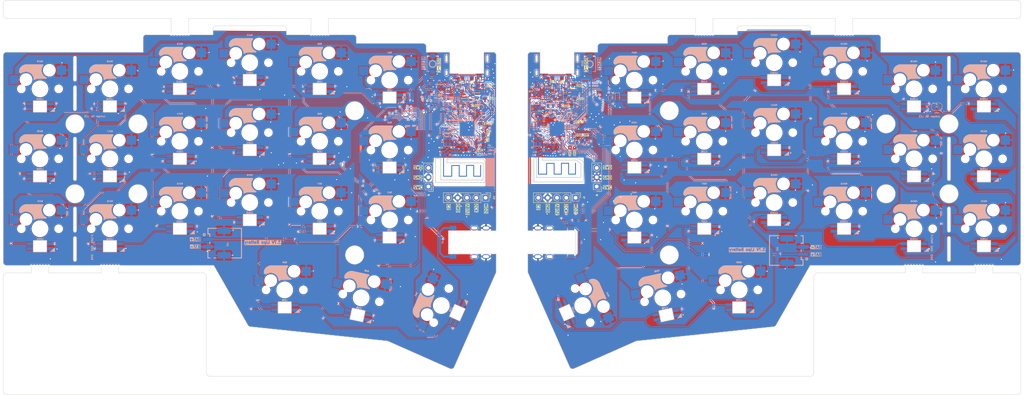
<source format=kicad_pcb>
(kicad_pcb (version 20240108) (generator "pcbnew") (generator_version "8.0")
  (title_block (title "Corne") (date "2024-05-07") (rev "4.1.0") (company "foostan"))
  (layers (0 "F.Cu" signal) (31 "B.Cu" signal) (34 "B.Paste" user) (35 "F.Paste" user) (36 "B.SilkS" user "B.Silkscreen") (37 "F.SilkS" user "F.Silkscreen") (38 "B.Mask" user) (39 "F.Mask" user) (44 "Edge.Cuts" user))
  (net 0 "")
  (net 1 "GND")
  (net 4 "Net-(LED1-DOUT)")
  (net 5 "Net-(LED2-DOUT)")
  (net 6 "Net-(LED7-DOUT)")
  (net 7 "Net-(LED8-DOUT)")
  (net 8 "Net-(LED10-DIN)")
  (net 9 "Net-(LED10-DOUT)")
  (net 10 "Net-(LED14-DOUT)")
  (net 11 "Net-(LED15-DOUT)")
  (net 12 "Net-(LED16-DOUT)")
  (net 13 "Net-(D1-K)")
  (net 14 "/left/RGBLEDs_L")
  (net 15 "Net-(LED6-DOUT)")
  (net 16 "Net-(LED5-DOUT)")
  (net 17 "Net-(LED4-DOUT)")
  (net 18 "Net-(LED3-DOUT)")
  (net 19 "Net-(LED20-DOUT)")
  (net 20 "Net-(LED19-DOUT)")
  (net 21 "Net-(LED17-DOUT)")
  (net 22 "Net-(LED13-DOUT)")
  (net 23 "Net-(LED12-DOUT)")
  (net 24 "Net-(LED11-DOUT)")
  (net 25 "Net-(C5-Pad2)")
  (net 26 "Net-(U1-XC1)")
  (net 27 "Net-(U1-XC2)")
  (net 28 "Net-(U1-ANT)")
  (net 29 "Net-(U1-DEC1)")
  (net 30 "GNDR")
  (net 31 "Net-(U1-DEC3)")
  (net 32 "Net-(U1-DEC5)")
  (net 33 "Net-(U1-DECUSB)")
  (net 34 "Net-(rD1-K)")
  (net 35 "Net-(rJP1-B)")
  (net 36 "Net-(U1-DEC4)")
  (net 37 "Net-(U1-XL1{slash}P0.00)")
  (net 38 "Net-(U1-XL2{slash}P0.01)")
  (net 39 "Net-(rLED1-DOUT)")
  (net 40 "Net-(rLED2-DOUT)")
  (net 41 "Net-(rLED3-DOUT)")
  (net 42 "Net-(rLED4-DOUT)")
  (net 43 "Net-(rLED5-DOUT)")
  (net 44 "Net-(rLED6-DOUT)")
  (net 45 "Net-(rLED7-DOUT)")
  (net 46 "Net-(rLED8-DOUT)")
  (net 47 "Net-(rLED10-DIN)")
  (net 48 "Net-(rLED10-DOUT)")
  (net 49 "Net-(rLED11-DOUT)")
  (net 50 "Net-(rLED12-DOUT)")
  (net 51 "Net-(rLED13-DOUT)")
  (net 52 "Net-(rLED14-DOUT)")
  (net 53 "Net-(rLED15-DOUT)")
  (net 54 "Net-(rLED16-DOUT)")
  (net 55 "Net-(rLED17-DOUT)")
  (net 56 "Net-(rJP1-A)")
  (net 57 "Net-(rLED19-DOUT)")
  (net 58 "Net-(rLED20-DOUT)")
  (net 59 "Net-(D2-K)")
  (net 60 "Net-(D3-K)")
  (net 61 "Net-(D3-A)")
  (net 65 "/right/CC2")
  (net 66 "/right/CC1")
  (net 68 "Tx_L")
  (net 69 "Net-(L2-Pad2)")
  (net 70 "Net-(U1-DCC)")
  (net 71 "Net-(U1-DCCH)")
  (net 72 "Net-(U2-ISET)")
  (net 73 "Net-(U2-TS)")
  (net 75 "/right/RGBLEDs_R")
  (net 77 "Rx_R")
  (net 90 "Net-(LED18-DOUT)")
  (net 92 "VDD_NRF_R")
  (net 93 "VSS_PA_R")
  (net 94 "VBUS_R")
  (net 95 "VBAT_R")
  (net 96 "EXT_VCC_R")
  (net 97 "VDDH_R")
  (net 98 "EXT_5V_R")
  (net 99 "Net-(C28-Pad2)")
  (net 100 "Net-(U4-XC1)")
  (net 101 "Net-(U4-XC2)")
  (net 102 "Net-(U4-ANT)")
  (net 103 "Net-(U4-DEC1)")
  (net 104 "Net-(U4-DEC3)")
  (net 105 "Net-(U4-DEC5)")
  (net 106 "Net-(U4-DECUSB)")
  (net 107 "Net-(U4-DEC4)")
  (net 108 "Net-(U4-XL1{slash}P0.00)")
  (net 109 "Net-(U4-XL2{slash}P0.01)")
  (net 110 "BLUE_LED_R")
  (net 111 "Net-(D4-K)")
  (net 112 "Net-(D7-A)")
  (net 113 "Net-(D7-K)")
  (net 114 "R_USB_D+")
  (net 115 "R_USB_D-")
  (net 116 "MOSI_R")
  (net 117 "SCK_R")
  (net 118 "CS_R")
  (net 119 "SWC_R")
  (net 120 "SWD_R")
  (net 123 "/left/CC2")
  (net 128 "/left/CC1")
  (net 129 "Net-(L6-Pad2)")
  (net 130 "Net-(U4-DCC)")
  (net 131 "Net-(U4-DCCH)")
  (net 132 "CHARGE_CTRL_2_R")
  (net 133 "POWER_PIN_R")
  (net 134 "CHARGE_CTRL_1_R")
  (net 135 "Net-(U7-ISET)")
  (net 136 "Net-(U7-TS)")
  (net 137 "/right/TX_R")
  (net 138 "/right/KEY1_R")
  (net 139 "/right/KEY2_R")
  (net 140 "/right/KEY3_R")
  (net 141 "/right/KEY4_R")
  (net 142 "/right/KEY5_R")
  (net 143 "/right/KEY6_R")
  (net 144 "/right/KEY7_R")
  (net 145 "/right/KEY8_R")
  (net 146 "/right/KEY9_R")
  (net 147 "/right/KEY10_R")
  (net 148 "/right/KEY11_R")
  (net 149 "/right/KEY12_R")
  (net 150 "/right/KEY13_R")
  (net 151 "/right/KEY14_R")
  (net 152 "/right/KEY15_R")
  (net 153 "/right/KEY16_R")
  (net 154 "/right/KEY17_R")
  (net 155 "/right/KEY18_R")
  (net 156 "/right/KEY19_R")
  (net 157 "/right/KEY20_R")
  (net 158 "/right/KEY21_R")
  (net 159 "BAT_I2C_SDA_R")
  (net 160 "RESET_R")
  (net 161 "BAT_I2C_SCL_R")
  (net 165 "Rx_L")
  (net 185 "VBAT_L")
  (net 186 "/right/ANT_R")
  (net 187 "/left/ANT_L")
  (net 188 "VSS_PA_L")
  (net 189 "VBUS_L")
  (net 190 "VDDH_L")
  (net 191 "VDD_NRF_L")
  (net 192 "EXT_5V_L")
  (net 193 "EXT_VCC_L")
  (net 194 "BLUE_LED_L")
  (net 195 "L_USB_D+")
  (net 196 "L_USB_D-")
  (net 197 "SWD_L")
  (net 198 "SWC_L")
  (net 199 "SCK_L")
  (net 200 "CS_L")
  (net 201 "MOSI_L")
  (net 202 "CHARGE_CTRL_1_L")
  (net 203 "CHARGE_CTRL_2_L")
  (net 204 "POWER_PIN_L")
  (net 205 "/left/KEY1_L")
  (net 206 "/left/KEY2_L")
  (net 207 "/left/KEY3_L")
  (net 208 "/left/KEY4_L")
  (net 209 "/left/KEY5_L")
  (net 210 "/left/KEY6_L")
  (net 211 "/left/KEY7_L")
  (net 212 "/left/KEY8_L")
  (net 213 "/left/KEY9_L")
  (net 214 "/left/KEY10_L")
  (net 215 "/left/KEY11_L")
  (net 216 "/left/KEY12_L")
  (net 217 "/left/KEY13_L")
  (net 218 "/left/KEY14_L")
  (net 219 "/left/KEY15_L")
  (net 220 "/left/KEY16_L")
  (net 221 "/left/KEY17_L")
  (net 222 "/left/KEY18_L")
  (net 223 "/left/KEY19_L")
  (net 224 "/left/KEY20_L")
  (net 225 "/left/KEY21_L")
  (net 226 "BAT_I2C_SDA_L")
  (net 227 "BAT_I2C_SCL_L")
  (net 228 "RESET_L")
  (footprint "kbd_local:Breakaway_Tabs" (layer "F.Cu") (at -128.5875 41.18125)
    (property "Reference" "BT3")
    (property "Value" "Breakaway Tabs")
  )
  (footprint "footprints:TestPoint_Pad_1.0x1.0mm-nosilk" (layer "F.Cu") (at 10.662502 -0.03875)
    (property "Reference" "TP19")
    (property "Value" "PAD")
  )
  (footprint "footprints:TestPoint_Pad_1.0x1.0mm-nosilk" (layer "F.Cu") (at -13.562798 -10.16375)
    (property "Reference" "TP14")
    (property "Value" "PAD")
  )
  (footprint "footprints:TestPoint_Pad_1.0x1.0mm-nosilk" (layer "F.Cu") (at 16.970502 -4.58875)
    (property "Reference" "TP8")
    (property "Value" "PAD")
  )
  (footprint "kbd_local:Breakaway_Tabs" (layer "F.Cu") (at -52.3875 -22.13125)
    (property "Reference" "BT2")
    (property "Value" "Breakaway Tabs")
  )
  (footprint "footprints:TestPoint_Pad_1.0x1.0mm-nosilk" (layer "F.Cu") (at -7.762798 -8.06375)
    (property "Reference" "TP13")
    (property "Value" "PAD")
  )
  (footprint "Connector_PinHeader_2.54mm:PinHeader_1x05_P2.54mm_Vertical" (layer "F.Cu") (at -7.187798 22.51125 -90)
    (property "Reference" "J11")
    (property "Value" "Screw_Terminal_01x05")
  )
  (footprint "footprints:TestPoint_Pad_1.0x1.0mm-nosilk" (layer "F.Cu") (at 12.770502 -2.58875)
    (property "Reference" "TP7")
    (property "Value" "PAD")
  )
  (footprint "footprints:TestPoint_Pad_1.0x1.0mm-nosilk" (layer "F.Cu") (at 13.570502 -10.18875)
    (property "Reference" "TP6")
    (property "Value" "PAD")
  )
  (footprint "kbd_local:Breakaway_Tabs" (layer "F.Cu") (at 52.387502 -22.13125)
    (property "Reference" "rBT2")
    (property "Value" "Breakaway Tabs")
  )
  (footprint "footprints:TestPoint_Pad_1.0x1.0mm-nosilk" (layer "F.Cu") (at 16.770502 -8.08875)
    (property "Reference" "TP5")
    (property "Value" "PAD")
  )
  (footprint "footprints:TestPoint_Pad_1.0x1.0mm-nosilk" (layer "F.Cu") (at -10.962798 -10.16375)
    (property "Reference" "TP15")
    (property "Value" "PAD")
  )
  (footprint "kbd_local:Breakaway_Tabs" (layer "F.Cu") (at -109.5375 41.18125)
    (property "Reference" "BT4")
    (property "Value" "Breakaway Tabs")
  )
  (footprint "footprints:TestPoint_Pad_1.0x1.0mm-nosilk" (layer "F.Cu") (at -10.462498 10.78625 180)
    (property "Reference" "TP11")
    (property "Value" "PAD")
  )
  (footprint "footprints:TestPoint_Pad_1.0x1.0mm-nosilk" (layer "F.Cu") (at -14.287498 -0.76375)
    (property "Reference" "TP20")
    (property "Value" "PAD")
  )
  (footprint "footprints:TestPoint_Pad_1.0x1.0mm-nosilk" (layer "F.Cu") (at 16.262502 1.91125)
    (property "Reference" "TP17")
    (property "Value" "PAD")
  )
  (footprint "Connector_PinHeader_2.54mm:PinHeader_1x03_P2.54mm_Vertical" (layer "F.Cu") (at 23.087502 19.46125 180)
    (property "Reference" "J6")
    (property "Value" "Conn_01x03")
  )
  (footprint "kbd_local:Breakaway_Tabs" (layer "F.Cu") (at 90.4875 -22.13125)
    (property "Reference" "rBT1")
    (property "Value" "Breakaway Tabs")
  )
  (footprint "footprints:TestPoint_Pad_1.0x1.0mm-nosilk" (layer "F.Cu") (at -10.437498 9.51125 180)
    (property "Reference" "TP10")
    (property "Value" "PAD")
  )
  (footprint "footprints:TestPoint_Pad_1.0x1.0mm-nosilk" (layer "F.Cu") (at 15.820502 8.82375 180)
    (property "Reference" "TP1")
    (property "Value" "PAD")
  )
  (footprint "footprints:TestPoint_Pad_1.0x1.0mm-nosilk" (layer "F.Cu") (at 17.045502 8.82375 180)
    (property "Reference" "TP2")
    (property "Value" "PAD")
  )
  (footprint "footprints:TestPoint_Pad_1.0x1.0mm-nosilk" (layer "F.Cu") (at -7.762798 5.43625 180)
    (property "Reference" "TP9")
    (property "Value" "PAD")
  )
  (footprint "kbd_local:Breakaway_Tabs" (layer "F.Cu") (at 128.5875 41.18125)
    (property "Reference" "rBT3")
    (property "Value" "Breakaway Tabs")
  )
  (footprint "footprints:TestPoint_Pad_1.0x1.0mm-nosilk" (layer "F.Cu") (at 16.770502 5.41125 180)
    (property "Reference" "TP3")
    (property "Value" "PAD")
  )
  (footprint "Connector_PinHeader_2.54mm:PinHeader_1x05_P2.54mm_Vertical" (layer "F.Cu") (at 17.345502 22.51125 -90)
    (property "Reference" "J3")
    (property "Value" "Screw_Terminal_01x05")
  )
  (footprint "footprints:TestPoint_Pad_1.0x1.0mm-nosilk" (layer "F.Cu") (at -8.662498 2.28625)
    (property "Reference" "TP18")
    (property "Value" "PAD")
  )
  (footprint "footprints:TestPoint_Pad_1.0x1.0mm-nosilk" (layer "F.Cu") (at -11.762798 -2.56375)
    (property "Reference" "TP12")
    (property "Value" "PAD")
  )
  (footprint "kbd_local:Breakaway_Tabs" (layer "F.Cu") (at 109.5375 41.18125)
    (property "Reference" "rBT4")
    (property "Value" "Breakaway Tabs")
  )
  (footprint "footprints:TestPoint_Pad_1.0x1.0mm-nosilk" (layer "F.Cu") (at 10.970502 -10.18875)
    (property "Reference" "TP4")
    (property "Value" "PAD")
  )
  (footprint "kbd_local:Breakaway_Tabs" (layer "F.Cu") (at -90.4875 -22.13125)
    (property "Reference" "BT1")
    (property "Value" "Breakaway Tabs")
  )
  (footprint "Connector_PinHeader_2.54mm:PinHeader_1x03_P2.54mm_Vertical" (layer "F.Cu") (at -22.762498 19.46125 180)
    (property "Reference" "J8")
    (property "Value" "Conn_01x03")
  )
  (footprint "footprints:TestPoint_Pad_1.0x1.0mm-nosilk" (layer "F.Cu") (at -7.562798 -4.56375)
    (property "Reference" "TP16")
    (property "Value" "PAD")
  )
  (footprint "Ahsan Libs:C_0402_1005Metric" (layer "B.Cu") (at 9.770502 -0.81375 90)
    (property "Reference" "C10")
    (property "Value" "100nF")
  )
  (footprint "Ahsan Libs:C_0402_1005Metric" (layer "B.Cu") (at -11.162798 -0.33875)
    (property "Reference" "C47")
    (property "Value" "1uF")
  )
  (footprint "Ahsan Libs:USB-C_C168688" (layer "B.Cu") (at -12.262798 -17.61375 180)
    (property "Reference" "J7")
    (property "Value" "USB_C_Receptacle_USB2.0")
  )
  (footprint "Ahsan Libs:keyswitch_cherrymx_hotswap_1u" (layer "B.Cu") (at -33.3375 -9.525 180)
    (property "Reference" "SW4")
    (property "Value" "SW_Push" (hide yes))
  )
  (footprint "Ahsan Libs:C_0402_1005Metric" (layer "B.Cu") (at -5.337498 9.58625 90)
    (property "Reference" "C43")
    (property "Value" "100nF")
  )
  (footprint "Ahsan Libs:C_0402_1005Metric" (layer "B.Cu") (at -7.762798 0.06125 90)
    (property "Reference" "C36")
    (property "Value" "4.7uF")
  )
  (footprint "Ahsan Libs:YS-SK6812MINI-E_crone" (layer "B.Cu") (at -109.5375 35.71875 180)
    (property "Reference" "LED16")
    (property "Value" "YS-SK6812MINI-E" (hide yes))
    (fp_line (start 1.8 1.55) (end -1.8 1.55) (stroke (width 0.1)) (layer "Edge.Cuts"))
    (fp_line (start 1.8 -1.55) (end 1.8 1.55) (stroke (width 0.1)) (layer "Edge.Cuts"))
    (fp_line (start -1.8 1.55) (end -1.8 -1.55) (stroke (width 0.1)) (layer "Edge.Cuts"))
    (fp_line (start -1.8 -1.55) (end 1.8 -1.55) (stroke (width 0.1)) (layer "Edge.Cuts"))
  )
  (footprint "Ahsan Libs:C_0402_1005Metric" (layer "B.Cu") (at -13.512798 8.11125)
    (property "Reference" "C31")
    (property "Value" "1pF")
  )
  (footprint "Ahsan Libs:keyswitch_cherrymx_hotswap_1u" (layer "B.Cu") (at 109.537502 11.90625 180)
    (property "Reference" "rSW17")
    (property "Value" "SW_Push" (hide yes))
  )
  (footprint "Ahsan Libs:R_0402_1005Metric" (layer "B.Cu") (at 15.970502 -8.68875)
    (property "Reference" "R5")
    (property "Value" "1.5k")
  )
  (footprint "Ahsan Libs:YS-SK6812MINI-E_crone" (layer "B.Cu") (at 109.537502 35.71875 180)
    (property "Reference" "rLED16")
    (property "Value" "YS-SK6812MINI-E" (hide yes))
    (fp_line (start 1.8 1.55) (end -1.8 1.55) (stroke (width 0.1)) (layer "Edge.Cuts"))
    (fp_line (start 1.8 -1.55) (end 1.8 1.55) (stroke (width 0.1)) (layer "Edge.Cuts"))
    (fp_line (start -1.8 1.55) (end -1.8 -1.55) (stroke (width 0.1)) (layer "Edge.Cuts"))
    (fp_line (start -1.8 -1.55) (end 1.8 -1.55) (stroke (width 0.1)) (layer "Edge.Cuts"))
  )
  (footprint "Ahsan Libs:C_0402_1005Metric" (layer "B.Cu") (at 7.695502 10.96125 180)
    (property "Reference" "C22")
    (property "Value" "1.5pF")
  )
  (footprint "Ahsan Libs:YS-SK6812MINI-E_crone" (layer "B.Cu") (at -33.3375 14.2875 180)
    (property "Reference" "LED3")
    (property "Value" "YS-SK6812MINI-E" (hide yes))
    (fp_line (start 1.8 1.55) (end -1.8 1.55) (stroke (width 0.1)) (layer "Edge.Cuts"))
    (fp_line (start 1.8 -1.55) (end 1.8 1.55) (stroke (width 0.1)) (layer "Edge.Cuts"))
    (fp_line (start -1.8 1.55) (end -1.8 -1.55) (stroke (width 0.1)) (layer "Edge.Cuts"))
    (fp_line (start -1.8 -1.55) (end 1.8 -1.55) (stroke (width 0.1)) (layer "Edge.Cuts"))
  )
  (footprint "Ahsan Libs:C_0402_1005Metric" (layer "B.Cu") (at 8.820502 -0.81375 -90)
    (property "Reference" "C1")
    (property "Value" "4.7uF")
  )
  (footprint "Ahsan Libs:C_0402_1005Metric" (layer "B.Cu") (at 12.170502 -2.68875 -90)
    (property "Reference" "C18")
    (property "Value" "15pF")
  )
  (footprint "Package_TO_SOT_SMD:TSOT-23-5" (layer "B.Cu") (at -8.462798 -5.76375)
    (property "Reference" "U8")
    (property "Value" "XC6220B331MR")
  )
  (footprint "Ahsan Libs:keyswitch_cherrymx_hotswap_1u" (layer "B.Cu") (at 90.487502 26.19375 180)
    (property "Reference" "rSW15")
    (property "Value" "SW_Push" (hide yes))
  )
  (footprint "Ahsan Libs:PJ-398A-5A_PJ-399B-6A" (layer "B.Cu") (at 4.2675 34.64625 -90)
    (property "Reference" "rJ2")
    (property "Value" "TRS")
  )
  (footprint "Ahsan Libs:UDFN-6_1.2x1.0mm_P0.4mm" (layer "B.Cu") (at -11.362798 -8.01375 90)
    (property "Reference" "U9")
    (property "Value" "ESDR0502NMUTAG" (hide yes))
  )
  (footprint "Ahsan Libs:AQFN-73-1EP_7x7mm_P0.5mm_NRF52840-custom" (layer "B.Cu") (at 12.270502 3.71125 -90)
    (property "Reference" "U1")
    (property "Value" " NRF52840-QIAA-R7")
  )
  (footprint "Ahsan Libs:keyswitch_cherrymx_hotswap_1u" (layer "B.Cu") (at 61.912502 47.625 180)
    (property "Reference" "rSW9")
    (property "Value" "SW_Push" (hide yes))
  )
  (footprint "Ahsan Libs:R_0402_1005Metric" (layer "B.Cu") (at 15.970502 -7.78875)
    (property "Reference" "R2")
    (property "Value" "2M")
  )
  (footprint "Ahsan Libs:keyswitch_cherrymx_hotswap_1u" (layer "B.Cu") (at -61.9125 47.625 180)
    (property "Reference" "SW9")
    (property "Value" "SW_Push" (hide yes))
  )
  (footprint "Ahsan Libs:C_0402_1005Metric" (layer "B.Cu") (at -16.537798 1.36125 -90)
    (property "Reference" "C37")
    (property "Value" "1uF")
  )
  (footprint "Ahsan Libs:keyswitch_cherrymx_hotswap_1u" (layer "B.Cu") (at -52.3875 -11.90625 180)
    (property "Reference" "SW5")
    (property "Value" "SW_Push" (hide yes))
  )
  (footprint "Ahsan Libs:C_0402_1005Metric" (layer "B.Cu") (at -15.712798 -0.78875 -90)
    (property "Reference" "C46")
    (property "Value" "4.7uF")
  )
  (footprint "Ahsan Libs:keyswitch_cherrymx_hotswap_1u" (layer "B.Cu") (at 71.437502 23.8125 180)
    (property "Reference" "rSW10")
    (property "Value" "SW_Push" (hide yes))
  )
  (footprint "Ahsan Libs:YS-SK6812MINI-E_crone" (layer "B.Cu") (at 33.3375 -4.7625 180)
    (property "Reference" "rLED4")
    (property "Value" "YS-SK6812MINI-E" (hide yes))
    (fp_line (start 1.8 1.55) (end -1.8 1.55) (stroke (width 0.1)) (layer "Edge.Cuts"))
    (fp_line (start 1.8 -1.55) (end 1.8 1.55) (stroke (width 0.1)) (layer "Edge.Cuts"))
    (fp_line (start -1.8 1.55) (end -1.8 -1.55) (stroke (width 0.1)) (layer "Edge.Cuts"))
    (fp_line (start -1.8 -1.55) (end 1.8 -1.55) (stroke (width 0.1)) (layer "Edge.Cuts"))
  )
  (footprint "LED_SMD:LED_0402_1005Metric" (layer "B.Cu") (at 6.770502 -8.18875 -90)
    (property "Reference" "D3")
    (property "Value" "ORANGE")
  )
  (footprint "Diode_SMD:D_SOD-323F" (layer "B.Cu") (at -11.062498 -5.23875 90)
    (property "Reference" "D6")
    (property "Value" "PMEG4010CEJ")
  )
  (footprint "footprints:PTH-0.8_0.45mm" (layer "B.Cu") (at 16.570502 -10.28875 180)
    (property "Reference" "J5")
    (property "Value" "PTH")
  )
  (footprint "Ahsan Libs:YS-SK6812MINI-E_crone" (layer "B.Cu") (at -109.5375 16.66875 180)
    (property "Reference" "LED17")
    (property "Value" "YS-SK6812MINI-E" (hide yes))
    (fp_line (start 1.8 1.55) (end -1.8 1.55) (stroke (width 0.1)) (layer "Edge.Cuts"))
    (fp_line (start 1.8 -1.55) (end 1.8 1.55) (stroke (width 0.1)) (layer "Edge.Cuts"))
    (fp_line (start -1.8 1.55) (end -1.8 -1.55) (stroke (width 0.1)) (layer "Edge.Cuts"))
    (fp_line (start -1.8 -1.55) (end 1.8 -1.55) (stroke (width 0.1)) (layer "Edge.Cuts"))
  )
  (footprint "Inductor_SMD:L_0402_1005Metric" (layer "B.Cu") (at 10.890502 9.45125 45)
    (property "Reference" "L1")
    (property "Value" "3.9nH")
  )
  (footprint "Ahsan Libs:C_0402_1005Metric" (layer "B.Cu") (at -15.662798 -2.66375 -90)
    (property "Reference" "C39")
    (property "Value" "15pF")
  )
  (footprint "Ahsan Libs:C_0402_1005Metric" (layer "B.Cu") (at 13.095502 -2.68875 90)
    (property "Reference" "C25")
    (property "Value" "4.7uF")
  )
  (footprint "Ahsan Libs:YS-SK6812MINI-E_crone" (layer "B.Cu") (at 52.387502 11.90625 180)
    (property "Reference" "rLED6")
    (property "Value" "YS-SK6812MINI-E" (hide yes))
    (fp_line (start 1.8 1.55) (end -1.8 1.55) (stroke (width 0.1)) (layer "Edge.Cuts"))
    (fp_line (start 1.8 -1.55) (end 1.8 1.55) (stroke (width 0.1)) (layer "Edge.Cuts"))
    (fp_line (start -1.8 1.55) (end -1.8 -1.55) (stroke (width 0.1)) (layer "Edge.Cuts"))
    (fp_line (start -1.8 -1.55) (end 1.8 -1.55) (stroke (width 0.1)) (layer "Edge.Cuts"))
  )
  (footprint "Ahsan Libs:YS-SK6812MINI-E_crone" (layer "B.Cu") (at -52.3875 -7.14375 180)
    (property "Reference" "LED5")
    (property "Value" "YS-SK6812MINI-E" (hide yes))
    (fp_line (start 1.8 1.55) (end -1.8 1.55) (stroke (width 0.1)) (layer "Edge.Cuts"))
    (fp_line (start 1.8 -1.55) (end 1.8 1.55) (stroke (width 0.1)) (layer "Edge.Cuts"))
    (fp_line (start -1.8 1.55) (end -1.8 -1.55) (stroke (width 0.1)) (layer "Edge.Cuts"))
    (fp_line (start -1.8 -1.55) (end 1.8 -1.55) (stroke (width 0.1)) (layer "Edge.Cuts"))
  )
  (footprint "Ahsan Libs:R_0402_1005Metric" (layer "B.Cu") (at 7.720502 10.08625 180)
    (property "Reference" "R11")
    (property "Value" "0R")
  )
  (footprint "Ahsan Libs:C_0402_1005Metric" (layer "B.Cu") (at 15.420502 -0.78875 90)
    (property "Reference" "C13")
    (property "Value" "4.7uF")
  )
  (footprint "Ahsan Libs:C_0402_1005Metric" (layer "B.Cu") (at -12.437798 -6.91375 -90)
    (property "Reference" "C51")
    (property "Value" "4.7uF")
  )
  (footprint "Ahsan Libs:R_0402_1005Metric" (layer "B.Cu") (at -17.862798 -5.48875 180)
    (property "Reference" "R18")
    (property "Value" "10k")
  )
  (footprint "Ahsan Libs:keyswitch_cherrymx_hotswap_1u" (layer "B.Cu") (at 71.437502 4.7625 180)
    (property "Reference" "rSW11")
    (property "Value" "SW_Push" (hide yes))
  )
  (footprint "Ahsan Libs:R_0402_1005Metric" (layer "B.Cu") (at 10.520502 -9.48875 180)
    (property "Reference" "R9")
    (property "Value" "5.1k")
  )
  (footprint "Ahsan Libs:C_0402_1005Metric" (layer "B.Cu") (at -18.637498 10.40625 -90)
    (property "Reference" "C27")
    (property "Value" "1.5pF")
  )
  (footprint "Ahsan Libs:C_0402_1005Metric" (layer "B.Cu") (at 7.070502 1.33625 -90)
    (property "Reference" "C16")
    (property "Value" "47nF")
  )
  (footprint "Ahsan Libs:YS-SK6812MINI-E_crone" (layer "B.Cu") (at 33.3375 33.3375 180)
    (property "Reference" "rLED2")
    (property "Value" "YS-SK6812MINI-E" (hide yes))
    (fp_line (start 1.8 1.55) (end -1.8 1.55) (stroke (width 0.1)) (layer "Edge.Cuts"))
    (fp_line (start 1.8 -1.55) (end 1.8 1.55) (stroke (width 0.1)) (layer "Edge.Cuts"))
    (fp_line (start -1.8 1.55) (end -1.8 -1.55) (stroke (width 0.1)) (layer "Edge.Cuts"))
    (fp_line (start -1.8 -1.55) (end 1.8 -1.55) (stroke (width 0.1)) (layer "Edge.Cuts"))
  )
  (footprint "Ahsan Libs:YS-SK6812MINI-E_crone" (layer "B.Cu") (at -42.083274 54.461139 168.06)
    (property "Reference" "LED8")
    (property "Value" "YS-SK6812MINI-E" (hide yes))
    (fp_line (start 1.8 -1.55) (end 1.8 1.55) (stroke (width 0.1)) (layer "Edge.Cuts"))
    (fp_line (start 1.8 1.55) (end -1.8 1.55) (stroke (width 0.1)) (layer "Edge.Cuts"))
    (fp_line (start -1.8 -1.55) (end 1.8 -1.55) (stroke (width 0.1)) (layer "Edge.Cuts"))
    (fp_line (start -1.8 1.55) (end -1.8 -1.55) (stroke (width 0.1)) (layer "Edge.Cuts"))
  )
  (footprint "Inductor_SMD:L_0603_1608Metric" (layer "B.Cu") (at -16.837798 -1.26375 -90)
    (property "Reference" "L7")
    (property "Value" "10uH")
  )
  (footprint "Ahsan Libs:C_0603_1608Metric" (layer "B.Cu") (at -9.137798 -3.51375 180)
    (property "Reference" "C48")
    (property "Value" "10uF")
  )
  (footprint "Ahsan Libs:keyswitch_cherrymx_hotswap_1u" (layer "B.Cu") (at 109.537502 30.95625 180)
    (property "Reference" "rSW16")
    (property "Value" "SW_Push" (hide yes))
  )
  (footprint "Ahsan Libs:C_0402_1005Metric" (layer "B.Cu") (at -11.437798 -2.66375 90)
    (property "Reference" "C41")
    (property "Value" "4.7uF")
  )
  (footprint "Ahsan Libs:keyswitch_cherrymx_hotswap_1u" (layer "B.Cu") (at -90.4875 -11.90625 180)
    (property "Reference" "SW13")
    (property "Value" "SW_Push" (hide yes))
  )
  (footprint "Ahsan Libs:keyswitch_cherrymx_hotswap_1u" (layer "B.Cu") (at -71.4375 4.7625 180)
    (property "Reference" "SW11")
    (property "Value" "SW_Push" (hide yes))
  )
  (footprint "Ahsan Libs:YS-SK6812MINI-E_crone" (layer "B.Cu") (at -71.4375 28.575 180)
    (property "Reference" "LED10")
    (property "Value" "YS-SK6812MINI-E" (hide yes))
    (fp_line (start 1.8 1.55) (end -1.8 1.55) (stroke (width 0.1)) (layer "Edge.Cuts"))
    (fp_line (start 1.8 -1.55) (end 1.8 1.55) (stroke (width 0.1)) (layer "Edge.Cuts"))
    (fp_line (start -1.8 1.55) (end -1.8 -1.55) (stroke (width 0.1)) (layer "Edge.Cuts"))
    (fp_line (start -1.8 -1.55) (end 1.8 -1.55) (stroke (width 0.1)) (layer "Edge.Cuts"))
  )
  (footprint "Ahsan Libs:R_0402_1005Metric" (layer "B.Cu") (at 6.670502 -5.51375 180)
    (property "Reference" "R8")
    (property "Value" "10k")
  )
  (footprint "Ahsan Libs:keyswitch_cherrymx_hotswap_1u" (layer "B.Cu") (at -90.4875 7.14375 180)
    (property "Reference" "SW14")
    (property "Value" "SW_Push" (hide yes))
  )
  (footprint "Ahsan Libs:C_0402_1005Metric" (layer "B.Cu") (at 9.280502 9.60125 -90)
    (property "Reference" "C5")
    (property "Value" "1pF")
  )
  (footprint "Ahsan Libs:C_0402_1005Metric" (layer "B.Cu") (at 9.145502 8.08625 180)
    (property "Reference" "C11")
    (property "Value" "100pF")
  )
  (footprint "footprints:PTH-0.8_0.45mm" (layer "B.Cu") (at -16.562798 -9.96375 180)
    (property "Reference" "J9")
    (property "Value" "PTH")
  )
  (footprint "Ahsan Libs:C_0402_1005Metric" (layer "B.Cu") (at 17.220502 -3.28875 90)
    (property "Reference" "C20")
    (property "Value" "4.7uF")
  )
  (footprint "Ahsan Libs:keyswitch_cherrymx_hotswap_1u" (layer "B.Cu") (at 109.537502 -7.14375 180)
    (property "Reference" "rSW18")
    (property "Value" "SW_Push" (hide yes))
  )
  (footprint "Ahsan Libs:keyswitch_cherrymx_hotswap_1u" (layer "B.Cu") (at 128.587502 -7.14375 180)
    (property "Reference" "rSW19")
    (property "Value" "SW_Push" (hide yes))
  )
  (footprint "Ahsan Libs:C_0402_1005Metric" (layer "B.Cu") (at -7.312798 -3.26375 90)
    (property "Reference" "C50")
    (property "Value" "4.7uF")
  )
  (footprint "Ahsan Libs:C_0402_1005Metric" (layer "B.Cu") (at -17.462798 1.36125 -90)
    (property "Reference" "C38")
    (property "Value" "47nF")
  )
  (footprint "Ahsan Libs:keyswitch_cherrymx_hotswap_1u" (layer "B.Cu") (at -41.097974 49.801677 168.06)
    (property "Reference" "SW8")
    (property "Value" "SW_Push" (hide yes))
  )
  (footprint "Ahsan Libs:YS-SK6812MINI-E_crone" (layer "B.Cu") (at 128.587502 16.66875 180)
    (property "Reference" "rLED20")
    (property "Value" "YS-SK6812MINI-E" (hide yes))
    (fp_line (start 1.8 1.55) (end -1.8 1.55) (stroke (width 0.1)) (layer "Edge.Cuts"))
    (fp_line (start 1.8 -1.55) (end 1.8 1.55) (stroke (width 0.1)) (layer "Edge.Cuts"))
    (fp_line (start -1.8 1.55) (end -1.8 -1.55) (stroke (width 0.1)) (layer "Edge.Cuts"))
    (fp_line (start -1.8 -1.55) (end 1.8 -1.55) (stroke (width 0.1)) (layer "Edge.Cuts"))
  )
  (footprint "Ahsan Libs:YS-SK6812MINI-E_crone" (layer "B.Cu") (at -71.4375 -9.525 180)
    (property "Reference" "LED12")
    (property "Value" "YS-SK6812MINI-E" (hide yes))
    (fp_line (start 1.8 1.55) (end -1.8 1.55) (stroke (width 0.1)) (layer "Edge.Cuts"))
    (fp_line (start 1.8 -1.55) (end 1.8 1.55) (stroke (width 0.1)) (layer "Edge.Cuts"))
    (fp_line (start -1.8 1.55) (end -1.8 -1.55) (stroke (width 0.1)) (layer "Edge.Cuts"))
    (fp_line (start -1.8 -1.55) (end 1.8 -1.55) (stroke (width 0.1)) (layer "Edge.Cuts"))
  )
  (footprint "Ahsan Libs:C_0402_1005Metric" (layer "B.Cu") (at 7.745502 4.88625 -90)
    (property "Reference" "C3")
    (property "Value" "100nF")
  )
  (footprint "Ahsan Libs:YS-SK6812MINI-E_crone" (layer "B.Cu") (at 90.487502 30.95625 180)
    (property "Reference" "rLED15")
    (property "Value" "YS-SK6812MINI-E" (hide yes))
    (fp_line (start 1.8 1.55) (end -1.8 1.55) (stroke (width 0.1)) (layer "Edge.Cuts"))
    (fp_line (start 1.8 -1.55) (end 1.8 1.55) (stroke (width 0.1)) (layer "Edge.Cuts"))
    (fp_line (start -1.8 1.55) (end -1.8 -1.55) (stroke (width 0.1)) (layer "Edge.Cuts"))
    (fp_line (start -1.8 -1.55) (end 1.8 -1.55) (stroke (width 0.1)) (layer "Edge.Cuts"))
  )
  (footprint "Ahsan Libs:keyswitch_cherrymx_hotswap_1u" (layer "B.Cu") (at 33.337502 -9.525 180)
    (property "Reference" "rSW4")
    (property "Value" "SW_Push" (hide yes))
  )
  (footprint "footprints:PTH-0.8_0.45mm" (layer "B.Cu") (at -7.962798 -9.96375 180)
    (property "Reference" "J10")
    (property "Value" "PTH")
  )
  (footprint "Ahsan Libs:C_0402_1005Metric" (layer "B.Cu") (at -9.112798 -0.76375 90)
    (property "Reference" "C35")
    (property "Value" "4.7uF")
  )
  (footprint "Ahsan Libs:keyswitch_cherrymx_hotswap_1u" (layer "B.Cu") (at -71.4375 -14.2875 180)
    (property "Reference" "SW12")
    (property "Value" "SW_Push" (hide yes))
  )
  (footprint "Ahsan Libs:YS-SK6812MINI-E_crone" (layer "B.Cu") (at -128.5875 16.66875 180)
    (property "Reference" "LED20")
    (property "Value" "YS-SK6812MINI-E" (hide yes))
    (fp_line (start 1.8 1.55) (end -1.8 1.55) (stroke (width 0.1)) (layer "Edge.Cuts"))
    (fp_line (start 1.8 -1.55) (end 1.8 1.55) (stroke (width 0.1)) (layer "Edge.Cuts"))
    (fp_line (start -1.8 1.55) (end -1.8 -1.55) (stroke (width 0.1)) (layer "Edge.Cuts"))
    (fp_line (start -1.8 -1.55) (end 1.8 -1.55) (stroke (width 0.1)) (layer "Edge.Cuts"))
  )
  (footprint "Ahsan Libs:TDFN-8-1EP_2x2mm_P0.5mm_EP0.8x1.2mm" (layer "B.Cu") (at -7.487498 9.36125 180)
    (property "Reference" "U10")
    (property "Value" "MAX17048")
  )
  (footprint "Ahsan Libs:C_0402_1005Metric" (layer "B.Cu") (at 8.870502 -2.68875 -90)
    (property "Reference" "C17")
    (property "Value" "15pF")
  )
  (footprint "Ahsan Libs:keyswitch_cherrymx_hotswap_1u" (layer "B.Cu") (at 52.387502 7.14375 180)
    (property "Reference" "rSW6")
    (property "Value" "SW_Push" (hide yes))
  )
  (footprint "Diode_SMD:D_SOD-523" (layer "B.Cu") (at 28.712502 -4.76375 -90)
    (property "Reference" "rD1")
    (property "Value" "1N4148WT")
  )
  (footprint "Ahsan Libs:YS-SK6812MINI-E_crone" (layer "B.Cu") (at 109.537502 16.66875 180)
    (property "Reference" "rLED17")
    (property "Value" "YS-SK6812MINI-E" (hide yes))
    (fp_line (start 1.8 1.55) (end -1.8 1.55) (stroke (width 0.1)) (layer "Edge.Cuts"))
    (fp_line (start 1.8 -1.55) (end 1.8 1.55) (stroke (width 0.1)) (layer "Edge.Cuts"))
    (fp_line (start -1.8 1.55) (end -1.8 -1.55) (stroke (width 0.1)) (layer "Edge.Cuts"))
    (fp_line (start -1.8 -1.55) (end 1.8 -1.55) (stroke (width 0.1)) (layer "Edge.Cuts"))
  )
  (footprint "Ahsan Libs:YS-SK6812MINI-E_crone" (layer "B.Cu") (at 128.587502 -2.38125 180)
    (property "Reference" "rLED19")
    (property "Value" "YS-SK6812MINI-E" (hide yes))
    (fp_line (start 1.8 1.55) (end -1.8 1.55) (stroke (width 0.1)) (layer "Edge.Cuts"))
    (fp_line (start 1.8 -1.55) (end 1.8 1.55) (stroke (width 0.1)) (layer "Edge.Cuts"))
    (fp_line (start -1.8 1.55) (end -1.8 -1.55) (stroke (width 0.1)) (layer "Edge.Cuts"))
    (fp_line (start -1.8 -1.55) (end 1.8 -1.55) (stroke (width 0.1)) (layer "Edge.Cuts"))
  )
  (footprint "Crystal:Crystal_SMD_2012-2Pin_2.0x1.2mm" (layer "B.Cu") (at -14.012798 -2.46375)
    (property "Reference" "Y4")
    (property "Value" "32.768 kHz")
  )
  (footprint "Ahsan Libs:keyswitch_cherrymx_hotswap_1u" (layer "B.Cu") (at -109.5375 11.90625 180)
    (property "Reference" "SW17")
    (property "Value" "SW_Push" (hide yes))
  )
  (footprint "Ahsan Libs:YS-SK6812MINI-E_crone" (layer "B.Cu") (at -90.4875 30.95625 180)
    (property "Reference" "LED15")
    (property "Value" "YS-SK6812MINI-E" (hide yes))
    (fp_line (start 1.8 1.55) (end -1.8 1.55) (stroke (width 0.1)) (layer "Edge.Cuts"))
    (fp_line (start 1.8 -1.55) (end 1.8 1.55) (stroke (width 0.1)) (layer "Edge.Cuts"))
    (fp_line (start -1.8 1.55) (end -1.8 -1.55) (stroke (width 0.1)) (layer "Edge.Cuts"))
    (fp_line (start -1.8 -1.55) (end 1.8 -1.55) (stroke (width 0.1)) (layer "Edge.Cuts"))
  )
  (footprint "Ahsan Libs:USB-C_C168688" (layer "B.Cu") (at 12.270502 -17.63875 180)
    (property "Reference" "J1")
    (property "Value" "USB_C_Receptacle_USB2.0")
  )
  (footprint "Ahsan Libs:YS-SK6812MINI-E_crone" (layer "B.Cu") (at -14.901328 53.81068 -113.88)
    (property "Reference" "LED1")
    (property "Value" "YS-SK6812MINI-E" (hide yes))
    (fp_line (start 1.8 1.55) (end -1.8 1.55) (stroke (width 0.1)) (layer "Edge.Cuts"))
    (fp_line (start -1.8 1.55) (end -1.8 -1.55) (stroke (width 0.1)) (layer "Edge.Cuts"))
    (fp_line (start 1.8 -1.55) (end 1.8 1.55) (stroke (width 0.1)) (layer "Edge.Cuts"))
    (fp_line (start -1.8 -1.55) (end 1.8 -1.55) (stroke (width 0.1)) (layer "Edge.Cuts"))
  )
  (footprint "Ahsan Libs:R_0402_1005Metric" (layer "B.Cu") (at 6.670502 -4.56375 180)
    (property "Reference" "R6")
    (property "Value" "10k")
  )
  (footprint "Ahsan Libs:C_0402_1005Metric" (layer "B.Cu") (at 6.800502 8.81125)
    (property "Reference" "C6")
    (property "Value" "15pF")
  )
  (footprint "Ahsan Libs:VQFN-16-1EP_3x3mm_P0.5mm_EP1.6x1.6mm" (layer "B.Cu") (at 9.620502 -6.18875)
    (property "Reference" "U2")
    (property "Value" "BQ24075RGT")
  )
  (footprint "Ahsan Libs:C_0402_1005Metric" (layer "B.Cu") (at 16.770502 0.03625 90)
    (property "Reference" "C14")
    (property "Value" "4.7uF")
  )
  (footprint "Ahsan Libs:R_0402_1005Metric" (layer "B.Cu") (at -8.562798 -7.76375)
    (property "Reference" "R14")
    (property "Value" "2M")
  )
  (footprint "Ahsan Libs:YS-SK6812MINI-E_crone" (layer "B.Cu") (at 52.387502 -7.14375 180)
    (property "Reference" "rLED5")
    (property "Value" "YS-SK6812MINI-E" (hide yes))
    (fp_line (start 1.8 1.55) (end -1.8 1.55) (stroke (width 0.1)) (layer "Edge.Cuts"))
    (fp_line (start 1.8 -1.55) (end 1.8 1.55) (stroke (width 0.1)) (layer "Edge.Cuts"))
    (fp_line (start -1.8 1.55) (end -1.8 -1.55) (stroke (width 0.1)) (layer "Edge.Cuts"))
    (fp_line (start -1.8 -1.55) (end 1.8 -1.55) (stroke (width 0.1)) (layer "Edge.Cuts"))
  )
  (footprint "Ahsan Libs:keyswitch_cherrymx_hotswap_1u" (layer "B.Cu") (at -128.5875 30.95625 180)
    (property "Reference" "SW21")
    (property "Value" "SW_Push" (hide yes))
  )
  (footprint "Ahsan Libs:keyswitch_cherrymx_hotswap_1u" (layer "B.Cu") (at 33.337502 9.525 180)
    (property "Reference" "rSW3")
    (property "Value" "SW_Push" (hide yes))
  )
  (footprint "Ahsan Libs:C_0402_1005Metric" (layer "B.Cu") (at 13.370502 -0.36375)
    (property "Reference" "C8")
    (property "Value" "1uF")
  )
  (footprint "footprints:PTH-0.8_0.45mm" (layer "B.Cu") (at 7.970502 -10.28875 180)
    (property "Reference" "J4")
    (property "Value" "PTH")
  )
  (footprint "Ahsan Libs:keyswitch_cherrymx_hotswap_1.5u" (layer "B.Cu") (at 19.256137 51.882713 113.88)
    (property "Reference" "rSW1")
    (property "Value" "SW_Push" (hide yes))
  )
  (footprint "Ahsan Libs:YS-SK6812MINI-E_crone" (layer "B.Cu") (at 42.083274 54.461139 -168.06)
    (property "Reference" "rLED8")
    (property "Value" "YS-SK6812MINI-E" (hide yes))
    (fp_line (start 1.8 1.55) (end -1.8 1.55) (stroke (width 0.1)) (layer "Edge.Cuts"))
    (fp_line (start 1.8 -1.55) (end 1.8 1.55) (stroke (width 0.1)) (layer "Edge.Cuts"))
    (fp_line (start -1.8 1.55) (end -1.8 -1.55) (stroke (width 0.1)) (layer "Edge.Cuts"))
    (fp_line (start -1.8 -1.55) (end 1.8 -1.55) (stroke (width 0.1)) (layer "Edge.Cuts"))
  )
  (footprint "Ahsan Libs:YS-SK6812MINI-E_crone" (layer "B.Cu") (at 90.487502 -7.14375 180)
    (property "Reference" "rLED13")
    (property "Value" "YS-SK6812MINI-E" (hide yes))
    (fp_line (start 1.8 1.55) (end -1.8 1.55) (stroke (width 0.1)) (layer "Edge.Cuts"))
    (fp_line (start 1.8 -1.55) (end 1.8 1.55) (stroke (width 0.1)) (layer "Edge.Cuts"))
    (fp_line (start -1.8 1.55) (end -1.8 -1.55) (stroke (width 0.1)) (layer "Edge.Cuts"))
    (fp_line (start -1.8 -1.55) (end 1.8 -1.55) (stroke (width 0.1)) (layer "Edge.Cuts"))
  )
  (footprint "Ahsan Libs:C_0402_1005Metric" (layer "B.Cu") (at 12.720502 8.71125 -90)
    (property "Reference" "C12")
    (property "Value" "1nF")
  )
  (footprint "Inductor_SMD:L_0603_1608Metric" (layer "B.Cu") (at 7.695502 -1.28875 -90)
    (property "Reference" "L3")
    (property "Value" "10uH")
  )
  (footprint "Ahsan Libs:C_0402_1005Metric" (layer "B.Cu") (at -16.787798 4.91125 -90)
    (property "Reference" "C42")
    (property "Value" "100nF")
  )
  (footprint "Ahsan Libs:keyswitch_cherrymx_hotswap_1u" (layer "B.Cu") (at -52.3875 26.19375 180)
    (property "Reference" "SW7")
    (property "Value" "SW_Push" (hide yes))
  )
  (footprint "Inductor_SMD:L_0603_1608Metric" (layer "B.Cu") (at 15.395502 -2.26375 180)
    (property "Reference" "L4")
    (property "Value" "10uH")
  )
  (footprint "Ahsan Libs:YS-SK6812MINI-E_crone" (layer "B.Cu") (at -90.4875 -7.14375 180)
    (property "Reference" "LED13")
    (property "Value" "YS-SK6812MINI-E" (hide yes))
    (fp_line (start 1.8 1.55) (end -1.8 1.55) (stroke (width 0.1)) (layer "Edge.Cuts"))
    (fp_line (start 1.8 -1.55) (end 1.8 1.55) (stroke (width 0.1)) (layer "Edge.Cuts"))
    (fp_line (start -1.8 1.55) (end -1.8 -1.55) (stroke (width 0.1)) (layer "Edge.Cuts"))
    (fp_line (start -1.8 -1.55) (end 1.8 -1.55) (stroke (width 0.1)) (layer "Edge.Cuts"))
  )
  (footprint "Ahsan Libs:AQFN-73-1EP_7x7mm_P0.5mm_NRF52840-custom" (layer "B.Cu") (at -12.262798 3.73625 -90)
    (property "Reference" "U4")
    (property "Value" " NRF52840-QIAA-R7")
  )
  (footprint "Ahsan Libs:YS-SK6812MINI-E_crone" (layer "B.Cu") (at -128.5875 35.71875 180)
    (property "Reference" "LED21")
    (property "Value" "YS-SK6812MINI-E" (hide yes))
    (fp_line (start 1.8 1.55) (end -1.8 1.55) (stroke (width 0.1)) (layer "Edge.Cuts"))
    (fp_line (start 1.8 -1.55) (end 1.8 1.55) (stroke (width 0.1)) (layer "Edge.Cuts"))
    (fp_line (start -1.8 1.55) (end -1.8 -1.55) (stroke (width 0.1)) (layer "Edge.Cuts"))
    (fp_line (start -1.8 -1.55) (end 1.8 -1.55) (stroke (width 0.1)) (layer "Edge.Cuts"))
  )
  (footprint "Ahsan Libs:C_0402_1005Metric" (layer "B.Cu") (at -14.312798 -3.63875 180)
    (property "Reference" "C49")
    (property "Value" "1uF")
  )
  (footprint "Ahsan Libs:R_0402_1005Metric" (layer "B.Cu") (at -17.862798 -4.53875)
    (property "Reference" "R15")
    (property "Value" "10k")
  )
  (footprint "Ahsan Libs:R_0402_1005Metric" (layer "B.Cu") (at 11.695502 -1.28875)
    (property "Reference" "R7")
    (property "Value" "10k")
  )
  (footprint "Ahsan Libs:YS-SK6812MINI-E_crone" (layer "B.Cu") (at -128.5875 -2.38125 180)
    (property "Reference" "LED19")
    (property "Value" "YS-SK6812MINI-E" (hide yes))
    (fp_line (start 1.8 1.55) (end -1.8 1.55) (stroke (width 0.1)) (layer "Edge.Cuts"))
    (fp_line (start 1.8 -1.55) (end 1.8 1.55) (stroke (width 0.1)) (layer "Edge.Cuts"))
    (fp_line (start -1.8 1.55) (end -1.8 -1.55) (stroke (width 0.1)) (layer "Edge.Cuts"))
    (fp_line (start -1.8 -1.55) (end 1.8 -1.55) (stroke (width 0.1)) (layer "Edge.Cuts"))
  )
  (footprint "Ahsan Libs:keyswitch_cherrymx_hotswap_1u" (layer "B.Cu") (at 90.487502 -11.90625 180)
    (property "Reference" "rSW13")
    (property "Value" "SW_Push" (hide yes))
  )
  (footprint "Ahsan Libs:YS-SK6812MINI-E_crone" (layer "B.Cu") (at -52.3875 30.95625 180)
    (property "Reference" "LED7")
    (property "Value" "YS-SK6812MINI-E" (hide yes))
    (fp_line (start 1.8 1.55) (end -1.8 1.55) (stroke (width 0.1)) (layer "Edge.Cuts"))
    (fp_line (start 1.8 -1.55) (end 1.8 1.55) (stroke (width 0.1)) (layer "Edge.Cuts"))
    (fp_line (start -1.8 1.55) (end -1.8 -1.55) (stroke (width 0.1)) (layer "Edge.Cuts"))
    (fp_line (start -1.8 -1.55) (end 1.8 -1.55) (stroke (width 0.1)) (layer "Edge.Cuts"))
  )
  (footprint "Ahsan Libs:C_0402_1005Metric" (layer "B.Cu") (at 11.020502 8.08625)
    (property "Reference" "C9")
    (property "Value" "1pF")
  )
  (footprint "Package_TO_SOT_SMD:TSOT-23-5" (layer "B.Cu") (at 16.070502 -5.78875)
    (property "Reference" "U3")
    (property "Value" "XC6220B331MR")
  )
  (footprint "Ahsan Libs:C_0402_1005Metric" (layer "B.Cu") (at -14.762798 -0.78875 90)
    (property "Reference" "C32")
    (property "Value" "100nF")
  )
  (footprint "Ahsan Libs:C_0402_1005Metric" (layer "B.Cu") (at 16.970502 6.46125 180)
    (property "Reference" "C2")
    (property "Value" "100nF")
  )
  (footprint "Ahsan Libs:YS-SK6812MINI-E_crone" (layer "B.Cu") (at 90.487502 11.90625 180)
    (property "Reference" "rLED14")
    (property "Value" "YS-SK6812MINI-E" (hide yes))
    (fp_line (start 1.8 1.55) (end -1.8 1.55) (stroke (width 0.1)) (layer "Edge.Cuts"))
    (fp_line (start 1.8 -1.55) (end 1.8 1.55) (stroke (width 0.1)) (layer "Edge.Cuts"))
    (fp_line (start -1.8 1.55) (end -1.8 -1.55) (stroke (width 0.1)) (layer "Edge.Cuts"))
    (fp_line (start -1.8 -1.55) (end 1.8 -1.55) (stroke (width 0.1)) (layer "Edge.Cuts"))
  )
  (footprint "Crystal:Crystal_SMD_2012-2Pin_2.0x1.2mm" (layer "B.Cu") (at 10.520502 -2.48875)
    (property "Reference" "Y2")
    (property "Value" "32.768 kHz")
  )
  (footprint "Ahsan Libs:R_0402_1005Metric" (layer "B.Cu") (at -10.262798 -9.46375)
    (property "Reference" "R17")
    (property "Value" "5.1k")
  )
  (footprint "Ahsan Libs:C_0603_1608Metric" (layer "B.Cu") (at 15.395502 -3.53875 180)
    (property "Reference" "C21")
    (property "Value" "10uF")
  )
  (footprint "footprints:net-tie-2-tiny" (layer "B.Cu") (at -13.762798 6.03625 90)
    (property "Reference" "NT2")
    (property "Value" "NetTie_2")
  )
  (footprint "Ahsan Libs:YS-SK6812MINI-E_crone" (layer "B.Cu") (at 61.912502 52.3875 180)
    (property "Reference" "rLED9")
    (property "Value" "YS-SK6812MINI-E" (hide yes))
    (fp_line (start 1.8 1.55) (end -1.8 1.55) (stroke (width 0.1)) (layer "Edge.Cuts"))
    (fp_line (start 1.8 -1.55) (end 1.8 1.55) (stroke (width 0.1)) (layer "Edge.Cuts"))
    (fp_line (start -1.8 1.55) (end -1.8 -1.55) (stroke (width 0.1)) (layer "Edge.Cuts"))
    (fp_line (start -1.8 -1.55) (end 1.8 -1.55) (stroke (width 0.1)) (layer "Edge.Cuts"))
  )
  (footprint "Crystal:Crystal_SMD_2016-4Pin_2.0x1.6mm" (layer "B.Cu") (at -17.437798 7.11125 90)
    (property "Reference" "Y3")
    (property "Value" "32MHz")
  )
  (footprint "Ahsan Libs:YS-SK6812MINI-E_crone" (layer "B.Cu") (at -61.9125 52.3875 180)
    (property "Reference" "LED9")
    (property "Value" "YS-SK6812MINI-E" (hide yes))
    (fp_line (start 1.8 1.55) (end -1.8 1.55) (stroke (width 0.1)) (layer "Edge.Cuts"))
    (fp_line (start 1.8 -1.55) (end 1.8 1.55) (stroke (width 0.1)) (layer "Edge.Cuts"))
    (fp_line (start -1.8 1.55) (end -1.8 -1.55) (stroke (width 0.1)) (layer "Edge.Cuts"))
    (fp_line (start -1.8 -1.55) (end 1.8 -1.55) (stroke (width 0.1)) (layer "Edge.Cuts"))
  )
  (footprint "footprints:net-tie-2-tiny" (layer "B.Cu") (at 10.770502 6.01125 90)
    (property "Reference" "NT1")
    (property "Value" "NetTie_2")
  )
  (footprint "Ahsan Libs:R_0402_1005Metric" (layer "B.Cu") (at -16.862498 10.11125 180)
    (property "Reference" "R3")
    (property "Value" "0R")
  )
  (footprint "Ahsan Libs:C_0402_1005Metric" (layer "B.Cu") (at 6.670502 -6.43875)
    (property "Reference" "C26")
    (property "Value" "4.7uF")
  )
  (footprint "Ahsan Libs:keyswitch_cherrymx_hotswap_1u" (layer "B.Cu") (at 33.337502 28.575 180)
    (property "Reference" "rSW2")
    (property "Value" "SW_Push" (hide yes))
  )
  (footprint "Ahsan Libs:C_0402_1005Metric" (layer "B.Cu") (at -7.887498 6.91125 90)
    (property "Reference" "C44")
    (property "Value" "100nF")
  )
  (footprint "Jumper:SolderJumper-2_P1.3mm_Open_RoundedPad1.0x1.5mm" (layer "B.Cu") (at 115.7575 -2.28505)
    (property "Reference" "rJP1")
    (property "Value" "SolderJumper_2_Bridged")
  )
  (footprint "Ahsan Libs:C_0402_1005Metric" (layer "B.Cu") (at 16.970502 3.96125 180)
    (property "Reference" "C4")
    (property "Value" "100nF")
  )
  (footprint "Ahsan Libs:C_0402_1005Metric" (layer "B.Cu") (at -17.862798 -6.41375)
    (property "Reference" "C52")
    (property "Value" "4.7uF")
  )
  (footprint "Inductor_SMD:L_0402_1005Metric" (layer "B.Cu") (at -17.912798 -1.71375 90)
    (property "Reference" "L6")
    (property "Value" "15nH")
  )
  (footprint "Ahsan Libs:C_0402_1005Metric" (layer "B.Cu") (at 17.195502 7.63625)
    (property "Reference" "C19")
    (property "Value" "100nF")
  )
  (footprint "Inductor_SMD:L_0402_1005Metric" (layer "B.Cu") (at 6.387502 -1.66375 90)
    (property "Reference" "L2")
    (property "Value" "15nH")
  )
  (footprint "Ahsan Libs:YS-SK6812MINI-E_crone" (layer "B.Cu") (at -52.3875 11.90625 180)
    (property "Reference" "LED6")
    (property "Value" "YS-SK6812MINI-E" (hide yes))
    (fp_line (start 1.8 1.55) (end -1.8 1.55) (stroke (width 0.1)) (layer "Edge.Cuts"))
    (fp_line (start 1.8 -1.55) (end 1.8 1.55) (stroke (width 0.1)) (layer "Edge.Cuts"))
    (fp_line (start -1.8 1.55) (end -1.8 -1.55) (stroke (width 0.1)) (layer "Edge.Cuts"))
    (fp_line (start -1.8 -1.55) (end 1.8 -1.55) (stroke (width 0.1)) (layer "Edge.Cuts"))
  )
  (footprint "Ahsan Libs:R_0402_1005Metric" (layer "B.Cu") (at 7.237502 -3.28875 180)
    (property "Reference" "R1")
    (property "Value" "3.9k")
  )
  (footprint "Ahsan Libs:keyswitch_cherrymx_hotswap_1u" (layer "B.Cu") (at 41.097976 49.801677 -168.06)
    (property "Reference" "rSW8")
    (property "Value" "SW_Push" (hide yes))
  )
  (footprint "Inductor_SMD:L_0603_1608Metric" (layer "B.Cu") (at -9.137798 -2.23875 180)
    (property "Reference" "L8")
    (property "Value" "10uH")
  )
  (footprint "Ahsan Libs:keyswitch_cherrymx_hotswap_1u" (layer "B.Cu") (at -71.4375 23.8125 180)
    (property "Reference" "SW10")
    (property "Value" "SW_Push" (hide yes))
  )
  (footprint "Ahsan Libs:CONN-SMD_SM02B-PASS-TLFSN" (layer "B.Cu") (at 77.146002 36.91125 -90)
    (property "Reference" "J13")
    (property "Value" "Conn_01x02_Shielded" (hide yes))
  )
  (footprint "Ahsan Libs:YS-SK6812MINI-E_crone" (layer "B.Cu") (at 71.437502 28.575 180)
    (property "Reference" "rLED10")
    (property "Value" "YS-SK6812MINI-E" (hide yes))
    (fp_line (start 1.8 1.55) (end -1.8 1.55) (stroke (width 0.1)) (layer "Edge.Cuts"))
    (fp_line (start 1.8 -1.55) (end 1.8 1.55) (stroke (width 0.1)) (layer "Edge.Cuts"))
    (fp_line (start -1.8 1.55) (end -1.8 -1.55) (stroke (width 0.1)) (layer "Edge.Cuts"))
    (fp_line (start -1.8 -1.55) (end 1.8 -1.55) (stroke (width 0.1)) (layer "Edge.Cuts"))
  )
  (footprint "LED_SMD:LED_0402_1005Metric" (layer "B.Cu") (at -17.812498 -8.16375 -90)
    (property "Reference" "D7")
    (property "Value" "ORANGE")
  )
  (footprint "Ahsan Libs:YS-SK6812MINI-E_crone" (layer "B.Cu") (at 71.437502 -9.525 180)
    (property "Reference" "rLED12")
    (property "Value" "YS-SK6812MINI-E" (hide yes))
    (fp_line (start 1.8 1.55) (end -1.8 1.55) (stroke (width 0.1)) (layer "Edge.Cuts"))
    (fp_line (start 1.8 -1.55) (end 1.8 1.55) (stroke (width 0.1)) (layer "Edge.Cuts"))
    (fp_line (start -1.8 1.55) (end -1.8 -1.55) (stroke (width 0.1)) (layer "Edge.Cuts"))
    (fp_line (start -1.8 -1.55) (end 1.8 -1.55) (stroke (width 0.1)) (layer "Edge.Cuts"))
  )
  (footprint "Ahsan Libs:R_0402_1005Metric" (layer "B.Cu") (at -14.012798 -9.46375 180)
    (property "Reference" "R16")
    (property "Value" "5.1k")
  )
  (footprint "Ahsan Libs:C_0402_1005Metric" (layer "B.Cu") (at -11.812798 8.73625 -90)
    (property "Reference" "C34")
    (property "Value" "1nF")
  )
  (footprint "Ahsan Libs:keyswitch_cherrymx_hotswap_1u" (layer "B.Cu") (at 128.587502 30.95625 180)
    (property "Reference" "rSW21")
    (property "Value" "SW_Push" (hide yes))
  )
  (footprint "Ahsan Libs:YS-SK6812MINI-E_crone" (layer "B.Cu") (at 71.437502 9.525 180)
    (property "Reference" "rLED11")
    (property "Value" "YS-SK6812MINI-E" (hide yes))
    (fp_line (start 1.8 1.55) (end -1.8 1.55) (stroke (width 0.1)) (layer "Edge.Cuts"))
    (fp_line (start 1.8 -1.55) (end 1.8 1.55) (stroke (width 0.1)) (layer "Edge.Cuts"))
    (fp_line (start -1.8 1.55) (end -1.8 -1.55) (stroke (width 0.1)) (layer "Edge.Cuts"))
    (fp_line (start -1.8 -1.55) (end 1.8 -1.55) (stroke (width 0.1)) (layer "Edge.Cuts"))
  )
  (footprint "Ahsan Libs:C_0402_1005Metric" (layer "B.Cu") (at -15.387798 8.11125 180)
    (property "Reference" "C33")
    (property "Value" "100pF")
  )
  (footprint "Ahsan Libs:keyswitch_cherrymx_hotswap_1u" (layer "B.Cu") (at -90.4875 26.19375 180)
    (property "Reference" "SW15")
    (property "Value" "SW_Push" (hide yes))
  )
  (footprint "Ahsan Libs:keyswitch_cherrymx_hotswap_1u" (layer "B.Cu") (at -128.5875 -7.14375 180)
    (property "Reference" "SW19")
    (property "Value" "SW_Push" (hide yes))
  )
  (footprint "Ahsan Libs:keyswitch_cherrymx_hotswap_1u" (layer "B.Cu") (at 71.437502 -14.2875 180)
    (property "Reference" "rSW12")
    (property "Value" "SW_Push" (hide yes))
  )
  (footprint "Ahsan Libs:YS-SK6812MINI-E_crone" (layer "B.Cu") (at 128.587502 35.71875 180)
    (property "Reference" "rLED21")
    (property "Value" "YS-SK6812MINI-E" (hide yes))
    (fp_line (start 1.8 1.55) (end -1.8 1.55) (stroke (width 0.1)) (layer "Edge.Cuts"))
    (fp_line (start 1.8 -1.55) (end 1.8 1.55) (stroke (width 0.1)) (layer "Edge.Cuts"))
    (fp_line (start -1.8 1.55) (end -1.8 -1.55) (stroke (width 0.1)) (layer "Edge.Cuts"))
    (fp_line (start -1.8 -1.55) (end 1.8 -1.55) (stroke (width 0.1)) (layer "Edge.Cuts"))
  )
  (footprint "Ahsan Libs:keyswitch_cherrymx_hotswap_1u" (layer "B.Cu") (at -128.5875 11.90625 180)
    (property "Reference" "SW20")
    (property "Value" "SW_Push" (hide yes))
  )
  (footprint "Ahsan Libs:VQFN-16-1EP_3x3mm_P0.5mm_EP1.6x1.6mm" (layer "B.Cu") (at -14.912798 -6.16375)
    (property "Reference" "U7")
    (property "Value" "BQ24075RGT")
  )
  (footprint "Ahsan Libs:keyswitch_cherrymx_hotswap_1u" (layer "B.Cu") (at -109.5375 -7.14375 180)
    (property "Reference" "SW18")
    (property "Value" "SW_Push" (hide yes))
  )
  (footprint "Ahsan Libs:YS-SK6812MINI-E_crone" (layer "B.Cu") (at 33.3375 14.2875 180)
    (property "Reference" "rLED3")
    (property "Value" "YS-SK6812MINI-E" (hide yes))
    (fp_line (start 1.8 1.55) (end -1.8 1.55) (stroke (width 0.1)) (layer "Edge.Cuts"))
    (fp_line (start 1.8 -1.55) (end 1.8 1.55) (stroke (width 0.1)) (layer "Edge.Cuts"))
    (fp_line (start -1.8 1.55) (end -1.8 -1.55) (stroke (width 0.1)) (layer "Edge.Cuts"))
    (fp_line (start -1.8 -1.55) (end 1.8 -1.55) (stroke (width 0.1)) (layer "Edge.Cuts"))
  )
  (footprint "Ahsan Libs:YS-SK6812MINI-E_crone" (layer "B.Cu") (at -71.4375 9.525 180)
    (property "Reference" "LED11")
    (property "Value" "YS-SK6812MINI-E" (hide yes))
    (fp_line (start 1.8 1.55) (end -1.8 1.55) (stroke (width 0.1)) (layer "Edge.Cuts"))
    (fp_line (start 1.8 -1.55) (end 1.8 1.55) (stroke (width 0.1)) (layer "Edge.Cuts"))
    (fp_line (start -1.8 1.55) (end -1.8 -1.55) (stroke (width 0.1)) (layer "Edge.Cuts"))
    (fp_line (start -1.8 -1.55) (end 1.8 -1.55) (stroke (width 0.1)) (layer "Edge.Cuts"))
  )
  (footprint "Diode_SMD:D_SOD-323F" (layer "B.Cu") (at 13.187502 -5.36375 90)
    (property "Reference" "D5")
    (property "Value" "PMEG4010CEJ")
  )
  (footprint "Ahsan Libs:C_0402_1005Metric" (layer "B.Cu") (at 10.220502 -3.66375 180)
    (property "Reference" "C23")
    (property "Value" "1uF")
  )
  (footprint "Ahsan Libs:keyswitch_cherrymx_hotswap_1u" (layer "B.Cu") (at 128.587502 11.90625 180)
    (property "Reference" "rSW20")
    (property "Value" "SW_Push" (hide yes))
  )
  (footprint "Ahsan Libs:UDFN-6_1.2x1.0mm_P0.4mm" (layer "B.Cu") (at 13.170502 -8.03875 90)
    (property "Reference" "U5")
    (property "Value" "ESDR0502NMUTAG" (hide yes))
  )
  (footprint "Ahsan Libs:2.4GHz-meander-antenna-v2" (layer "B.Cu") (at -18.637498 10.93625 180)
    (property "Reference" "AE2")
    (property "Value" "Antenna" (hide yes))
  )
  (footprint "Ahsan Libs:C_0402_1005Metric" (layer "B.Cu") (at -17.887798 4.91125 90)
    (property "Reference" "C30")
    (property "Value" "15pF")
  )
  (footprint "Ahsan Libs:keyswitch_cherrymx_hotswap_1u" (layer "B.Cu") (at 90.487502 7.14375 180)
    (property "Reference" "rSW14")
    (property "Value" "SW_Push" (hide yes))
  )
  (footprint "Ahsan Libs:keyswitch_cherrymx_hotswap_1u" (layer "B.Cu") (at -109.5375 30.95625 180)
    (property "Reference" "SW16")
    (property "Value" "SW_Push" (hide yes))
  )
  (footprint "Ahsan Libs:R_0402_1005Metric" (layer "B.Cu") (at 14.270502 -9.48875)
    (property "Reference" "R10")
    (property "Value" "5.1k")
  )
  (footprint "LED_SMD:LED_0402_1005Metric" (layer "B.Cu") (at 17.912502 -8.71375)
    (property "Reference" "D2")
    (property "Value" "BLUE")
  )
  (footprint "Ahsan Libs:SW-SMD-TS-1088-AR02016" (layer "B.Cu") (at 21.212502 -13.90375 90)
    (property "Reference" "SW22")
    (property "Value" "SW_SPST" (hide yes))
  )
  (footprint "Crystal:Crystal_SMD_2016-4Pin_2.0x1.6mm" (layer "B.Cu") (at 7.095502 7.08625 90)
    (property "Reference" "Y1")
    (property "Value" "32MHz")
  )
  (footprint "Ahsan Libs:C_0402_1005Metric" (layer "B.Cu") (at 6.645502 4.88625 90)
    (property "Reference" "C7")
    (property "Value" "15pF")
  )
  (footprint "Ahsan Libs:keyswitch_cherrymx_hotswap_1.5u" (layer "B.Cu") (at -19.256135 51.882713 -113.88)
    (property "Reference" "SW1")
    (property "Value" "SW_Push" (hide yes))
  )
  (footprint "LED_SMD:LED_0402_1005Metric" (layer "B.Cu") (at -18.787498 -8.16375 -90)
    (property "Reference" "D4")
    (property "Value" "BLUE")
  )
  (footprint "Ahsan Libs:keyswitch_cherrymx_hotswap_1u" (layer "B.Cu") (at 52.387502 -11.90625 180)
    (property "Reference" "rSW5")
    (property "Value" "SW_Push" (hide yes))
  )
  (footprint "Ahsan Libs:R_0402_1005Metric" (layer "B.Cu") (at -12.837798 -1.26375)
    (property "Reference" "R12")
    (property "Value" "10k")
  )
  (footprint "Ahsan Libs:keyswitch_cherrymx_hotswap_1u" (layer "B.Cu") (at -33.3375 28.575 180)
    (property "Reference" "SW2")
    (property "Value" "SW_Push" (hide yes))
  )
  (footprint "Ahsan Libs:keyswitch_cherrymx_hotswap_1u" (layer "B.Cu") (at -52.3875 7.14375 180)
    (property "Reference" "SW6")
    (property "Value" "SW_Push" (hide yes))
  )
  (footprint "Ahsan Libs:SW-SMD-TS-1088-AR02016" (layer "B.Cu") (at -21.612498 -13.93875 90)
    (property "Reference" "SW23")
    (property "Value" "SW_SPST" (hide yes))
  )
  (footprint "Ahsan Libs:YS-SK6812MINI-E_crone" (layer "B.Cu") (at -33.3375 33.3375 180)
    (property "Reference" "LED2")
    (property "Value" "YS-SK6812MINI-E" (hide yes))
    (fp_line (start 1.8 1.55) (end -1.8 1.55) (stroke (width 0.1)) (layer "Edge.Cuts"))
    (fp_line (start 1.8 -1.55) (end 1.8 1.55) (stroke (width 0.1)) (layer "Edge.Cuts"))
    (fp_line (start -1.8 1.55) (end -1.8 -1.55) (stroke (width 0.1)) (layer "Edge.Cuts"))
    (fp_line (start -1.8 -1.55) (end 1.8 -1.55) (stroke (width 0.1)) (layer "Edge.Cuts"))
  )
  (footprint "Diode_SMD:D_SOD-523" (layer "B.Cu") (at -28.387498 -4.73875 -90)
    (property "Reference" "D1")
    (property "Value" "1N4148WT")
  )
  (footprint "Inductor_SMD:L_0402_1005Metric" (layer "B.Cu") (at -13.642798 9.47625 45)
    (property "Reference" "L5")
    (property "Value" "3.9nH")
  )
  (footprint "Ahsan Libs:CONN-SMD_SM02B-PASS-TLFSN" (layer "B.Cu") (at -80.670998 34.86125 90)
    (property "Reference" "J12")
    (property "Value" "Conn_01x02_Shielded" (hide yes))
  )
  (footprint "Ahsan Libs:R_0402_1005Metric" (layer "B.Cu") (at -17.312798 -3.11375 180)
    (property "Reference" "R13")
    (property "Value" "3.9k")
  )
  (footprint "Ahsan Libs:C_0402_1005Metric" (layer "B.Cu") (at 12.095502 -6.93875 -90)
    (property "Reference" "C24")
    (property "Value" "4.7uF")
  )
  (footprint "Ahsan Libs:R_0402_1005Metric" (layer "B.Cu") (at -19.812498 -8.16375 90)
    (property "Reference" "R4")
    (property "Value" "1.5k")
  )
  (footprint "Ahsan Libs:C_0402_1005Metric" (layer "B.Cu") (at -17.732798 8.83625)
    (property "Reference" "C29")
    (property "Value" "15pF")
  )
  (footprint "Ahsan Libs:YS-SK6812MINI-E_crone" (layer "B.Cu") (at -90.4875 11.90625 180)
    (property "Reference" "LED14")
    (property "Value" "YS-SK6812MINI-E" (hide yes))
    (fp_line (start 1.8 1.55) (end -1.8 1.55) (stroke (width 0.1)) (layer "Edge.Cuts"))
    (fp_line (start 1.8 -1.55) (end 1.8 1.55) (stroke (width 0.1)) (layer "Edge.Cuts"))
    (fp_line (start -1.8 1.55) (end -1.8 -1.55) (stroke (width 0.1)) (layer "Edge.Cuts"))
    (fp_line (start -1.8 -1.55) (end 1.8 -1.55) (stroke (width 0.1)) (layer "Edge.Cuts"))
  )
  (footprint "Ahsan Libs:keyswitch_cherrymx_hotswap_1u" (layer "B.Cu") (at -33.3375 9.525 180)
    (property "Reference" "SW3")
    (property "Value" "SW_Push" (hide yes))
  )
  (footprint "Ahsan Libs:C_0402_1005Metric" (layer "B.Cu") (at 7.995502 1.33625 -90)
    (property "Reference" "C15")
    (property "Value" "1uF")
  )
  (footprint "Ahsan Libs:TDFN-8-1EP_2x2mm_P0.5mm_EP0.8x1.2mm" (layer "B.Cu") (at 19.845502 6.82375)
    (property "Reference" "U6")
    (property "Value" "MAX17048")
  )
  (footprint "Ahsan Libs:YS-SK6812MINI-E_crone" (layer "B.Cu") (at 14.901328 53.81068 113.88)
    (property "Reference" "rLED1")
    (property "Value" "YS-SK6812MINI-E" (hide yes))
    (fp_line (start 1.8 -1.55) (end 1.8 1.55) (stroke (width 0.1)) (layer "Edge.Cuts"))
    (fp_line (start -1.8 -1.55) (end 1.8 -1.55) (stroke (width 0.1)) (layer "Edge.Cuts"))
    (fp_line (start 1.8 1.55) (end -1.8 1.55) (stroke (width 0.1)) (layer "Edge.Cuts"))
    (fp_line (start -1.8 1.55) (end -1.8 -1.55) (stroke (width 0.1)) (layer "Edge.Cuts"))
  )
  (footprint "Ahsan Libs:YS-SK6812MINI-E_crone" (layer "B.Cu") (at -109.5375 -2.38125 180)
    (property "Reference" "LED18")
    (property "Value" "YS-SK6812MINI-E" (hide yes))
    (fp_line (start 1.8 1.55) (end -1.8 1.55) (stroke (width 0.1)) (layer "Edge.Cuts"))
    (fp_line (start 1.8 -1.55) (end 1.8 1.55) (stroke (width 0.1)) (layer "Edge.Cuts"))
    (fp_line (start -1.8 1.55) (end -1.8 -1.55) (stroke (width 0.1)) (layer "Edge.Cuts"))
    (fp_line (start -1.8 -1.55) (end 1.8 -1.55) (stroke (width 0.1)) (layer "Edge.Cuts"))
  )
  (footprint "Ahsan Libs:YS-SK6812MINI-E_crone" (layer "B.Cu") (at -33.3375 -4.7625 180)
    (property "Reference" "LED4")
    (property "Value" "YS-SK6812MINI-E" (hide yes))
    (fp_line (start 1.8 1.55) (end -1.8 1.55) (stroke (width 0.1)) (layer "Edge.Cuts"))
    (fp_line (start 1.8 -1.55) (end 1.8 1.55) (stroke (width 0.1)) (layer "Edge.Cuts"))
    (fp_line (start -1.8 1.55) (end -1.8 -1.55) (stroke (width 0.1)) (layer "Edge.Cuts"))
    (fp_line (start -1.8 -1.55) (end 1.8 -1.55) (stroke (width 0.1)) (layer "Edge.Cuts"))
  )
  (footprint "Ahsan Libs:YS-SK6812MINI-E_crone" (layer "B.Cu") (at 52.387502 30.95625 180)
    (property "Reference" "rLED7")
    (property "Value" "YS-SK6812MINI-E" (hide yes))
    (fp_line (start 1.8 1.55) (end -1.8 1.55) (stroke (width 0.1)) (layer "Edge.Cuts"))
    (fp_line (start 1.8 -1.55) (end 1.8 1.55) (stroke (width 0.1)) (layer "Edge.Cuts"))
    (fp_line (start -1.8 1.55) (end -1.8 -1.55) (stroke (width 0.1)) (layer "Edge.Cuts"))
    (fp_line (start -1.8 -1.55) (end 1.8 -1.55) (stroke (width 0.1)) (layer "Edge.Cuts"))
  )
  (footprint "Ahsan Libs:C_0402_1005Metric" (layer "B.Cu") (at -15.252798 9.62625 -90)
    (property "Reference" "C28")
    (property "Value" "1pF")
  )
  (footprint "Ahsan Libs:C_0402_1005Metric" (layer "B.Cu") (at -7.562798 3.98625 180)
    (property "Reference" "C45")
    (property "Value" "100nF")
  )
  (footprint "Ahsan Libs:2.4GHz-meander-antenna-v2" (layer "B.Cu") (at 7.220502 10.36125 180)
    (property "Reference" "AE1")
    (property "Value" "Antenna" (hide yes))
  )
  (footprint "Ahsan Libs:YS-SK6812MINI-E_crone" (layer "B.Cu") (at 109.537502 -2.38125 180)
    (property "Reference" "rLED18")
    (property "Value" "YS-SK6812MINI-E" (hide yes))
    (fp_line (start 1.8 1.55) (end -1.8 1.55) (stroke (width 0.1)) (layer "Edge.Cuts"))
    (fp_line (start 1.8 -1.55) (end 1.8 1.55) (stroke (width 0.1)) (layer "Edge.Cuts"))
    (fp_line (start -1.8 1.55) (end -1.8 -1.55) (stroke (width 0.1)) (layer "Edge.Cuts"))
    (fp_line (start -1.8 -1.55) (end 1.8 -1.55) (stroke (width 0.1)) (layer "Edge.Cuts"))
  )
  (footprint "Ahsan Libs:C_0402_1005Metric" (layer "B.Cu") (at -12.362798 -2.66375 -90)
    (property "Reference" "C40")
    (property "Value" "15pF")
  )
  (footprint "Ahsan Libs:PJ-398A-5A_PJ-399B-6A" (layer "B.Cu") (at -4.2675 34.64625 90)
    (property "Reference" "J2")
    (property "Value" "TRS")
  )
  (footprint "Ahsan Libs:keyswitch_cherrymx_hotswap_1u" (layer "B.Cu") (at 52.387502 26.19375 180)
    (property "Reference" "rSW7")
    (property "Value" "SW_Push" (hide yes))
  )
  (gr_line (start -119.4625 25.43125) (end -119.462501 31.481255) (stroke (width 0.1)) (layer "Edge.Cuts"))
  (gr_line (start -7.6675 -17.16875) (end -7.6675 -11.36625) (stroke (width 0.1)) (layer "Edge.Cuts"))
  (gr_line (start -138.612502 -30.3125) (end -138.612502 -27.3125) (stroke (width 0.1)) (layer "Edge.Cuts"))
  (gr_line (start -107.1625 42.981286) (end -84.252663 42.98125) (stroke (width 0.1)) (layer "Edge.Cuts"))
  (gr_curve (pts (xy 61.426993 -23.577415) (xy 61.412504 -23.485079) (xy 61.412504 -23.397324) (xy 61.412504 -23.3125)) (stroke (width 0.1)) (layer "Edge.Cuts"))
  (gr_line (start 92.8625 -21.93125) (end 92.8625 -26.3125) (stroke (width 0.1)) (layer "Edge.Cuts"))
  (gr_curve (pts (xy 61.510804 -23.835615) (xy 61.462472 -23.742552) (xy 61.439073 -23.654398) (xy 61.426993 -23.577415)) (stroke (width 0.1)) (layer "Edge.Cuts"))
  (gr_line (start 118.662503 -15.668755) (end 118.662502 -9.61875) (stroke (width 0.1)) (layer "Edge.Cuts"))
  (gr_line (start 61.412504 -21.93125) (end 61.412504 -23.3125) (stroke (width 0.1)) (layer "Edge.Cuts"))
  (gr_line (start -82.252663 71.179851) (end 81.252663 71.179851) (stroke (width 0.1)) (layer "Edge.Cuts"))
  (gr_line (start 118.662502 -7.61875) (end 118.662502 -1.61875) (stroke (width 0.1)) (layer "Edge.Cuts"))
  (gr_curve (pts (xy 16.741982 69.151961) (xy 16.832279 69.127829) (xy 16.912522 69.092304) (xy 16.990084 69.057964)) (stroke (width 0.1)) (layer "Edge.Cuts"))
  (gr_line (start 119.462499 33.481255) (end 119.4625 39.48125) (stroke (width 0.1)) (layer "Edge.Cuts"))
  (gr_line (start 100.512504 -17.168751) (end 137.612502 -17.168758) (stroke (width 0.1)) (layer "Edge.Cuts"))
  (gr_curve (pts (xy -62.412502 -24.3125) (xy -62.290999 -24.3125) (xy -62.161164 -24.3125) (xy -62.021922 -24.268896)) (stroke (width 0.1)) (layer "Edge.Cuts"))
  (gr_line (start -4.262502 42.568678) (end -4.262502 37.8) (stroke (width 0.1)) (layer "Edge.Cuts"))
  (gr_line (start 130.9625 40.98125) (end 130.9625 42.981286) (stroke (width 0.1)) (layer "Edge.Cuts"))
  (gr_curve (pts (xy 100.035619 -21.83295) (xy 99.942556 -21.881282) (xy 99.854402 -21.904681) (xy 99.777419 -21.916761)) (stroke (width 0.1)) (layer "Edge.Cuts"))
  (gr_line (start -107.1625 40.98125) (end -107.1625 42.981286) (stroke (width 0.1)) (layer "Edge.Cuts"))
  (gr_arc (start 118.662502 -7.61875) (mid 119.062502 -8.01875) (end 119.462502 -7.61875) (stroke (width 0.1)) (layer "Edge.Cuts"))
  (gr_line (start 82.252663 43.98125) (end 82.252663 70.179851) (stroke (width 0.1)) (layer "Edge.Cuts"))
  (gr_line (start 119.462502 6.38125) (end 119.462502 17.43125) (stroke (width 0.1)) (layer "Edge.Cuts"))
  (gr_curve (pts (xy 80.727419 -24.298011) (xy 80.635083 -24.3125) (xy 80.547328 -24.3125) (xy 80.462504 -24.3125)) (stroke (width 0.1)) (layer "Edge.Cuts"))
  (gr_arc (start -137.612537 76.179851) (mid -138.319661 75.886973) (end -138.612537 75.179849) (stroke (width 0.1)) (layer "Edge.Cuts"))
  (gr_line (start -118.662498 -7.61875) (end -118.662498 -1.61875) (stroke (width 0.1)) (layer "Edge.Cuts"))
  (gr_line (start -118.6625 25.43125) (end -118.662501 31.481255) (stroke (width 0.1)) (layer "Edge.Cuts"))
  (gr_arc (start 119.462502 17.43125) (mid 119.062502 17.83125) (end 118.662502 17.43125) (stroke (width 0.1)) (layer "Edge.Cuts"))
  (gr_line (start -119.462498 6.38125) (end -119.462498 17.43125) (stroke (width 0.1)) (layer "Edge.Cuts"))
  (gr_curve (pts (xy 24.312504 -19.55) (xy 24.191001 -19.55) (xy 24.061166 -19.55) (xy 23.921924 -19.506396)) (stroke (width 0.1)) (layer "Edge.Cuts"))
  (gr_line (start 24.312504 -19.55) (end 42.362504 -19.55) (stroke (width 0.1)) (layer "Edge.Cuts"))
  (gr_curve (pts (xy -138.568896 -16.559337) (xy -138.535668 -16.665446) (xy -138.482479 -16.761424) (xy -138.408515 -16.849713)) (stroke (width 0.1)) (layer "Edge.Cuts"))
  (gr_circle (center 42.862502 -1.190625) (end 40.362502 -1.190625) (stroke (width 0.1)) (fill none) (layer "Edge.Cuts"))
  (gr_line (start -118.662498 6.38125) (end -118.662498 17.43125) (stroke (width 0.1)) (layer "Edge.Cuts"))
  (gr_curve (pts (xy -42.460802 -21.454365) (xy -42.41247 -21.361302) (xy -42.389071 -21.273148) (xy -42.376991 -21.196165)) (stroke (width 0.1)) (layer "Edge.Cuts"))
  (gr_curve (pts (xy 100.4689 -21.32183) (xy 100.435672 -21.427938) (xy 100.382483 -21.523916) (xy 100.308519 -21.612205)) (stroke (width 0.1)) (layer "Edge.Cuts"))
  (gr_line (start -54.7625 -21.93125) (end -61.412502 -21.93125) (stroke (width 0.1)) (layer "Edge.Cuts"))
  (gr_curve (pts (xy -43.362502 -21.93125) (xy -43.240999 -21.93125) (xy -43.111164 -21.93125) (xy -42.971922 -21.887646)) (stroke (width 0.1)) (layer "Edge.Cuts"))
  (gr_arc (start -119.462498 -7.61875) (mid -119.062498 -8.01875) (end -118.662498 -7.61875) (stroke (width 0.1)) (layer "Edge.Cuts"))
  (gr_curve (pts (xy -80.985617 -24.2142) (xy -80.892554 -24.262532) (xy -80.8044 -24.285931) (xy -80.727417 -24.298011)) (stroke (width 0.1)) (layer "Edge.Cuts"))
  (gr_line (start 8.312502 11.63625) (end 8.312502 12.28625) (stroke (width 0.2)) (layer "Edge.Cuts"))
  (gr_line (start 19.437502 18.18625) (end 19.412502 12.61125) (stroke (width 0.2)) (layer "Edge.Cuts"))
  (gr_line (start -20.862498 11.81125) (end -19.412498 11.83625) (stroke (width 0.2)) (layer "Edge.Cuts"))
  (gr_line (start 137.612502 -31.3125) (end -137.612502 -31.3125) (stroke (width 0.1)) (layer "Edge.Cuts"))
  (gr_curve (pts (xy 4.581549 -16.964765) (xy 4.50032 -16.896715) (xy 4.419595 -16.805069) (xy 4.360804 -16.691865)) (stroke (width 0.1)) (layer "Edge.Cuts"))
  (gr_line (start 81.462504 -23.3125) (end 81.462504 -21.93125) (stroke (width 0.1)) (layer "Edge.Cuts"))
  (gr_curve (pts (xy 81.462504 -23.3125) (xy 81.462504 -23.434003) (xy 81.462504 -23.563838) (xy 81.4189 -23.70308)) (stroke (width 0.1)) (layer "Edge.Cuts"))
  (gr_line (start 7.667502 -17.16875) (end 7.667502 -11.36625) (stroke (width 0.1)) (layer "Edge.Cuts"))
  (gr_arc (start 82.252663 70.179851) (mid 81.959769 70.886957) (end 81.252663 71.179851) (stroke (width 0.1)) (layer "Edge.Cuts"))
  (gr_line (start 42.362504 -19.55) (end 42.362504 -20.93125) (stroke (width 0.1)) (layer "Edge.Cuts"))
  (gr_line (start 54.762502 -26.3125) (end 88.1125 -26.3125) (stroke (width 0.1)) (layer "Edge.Cuts"))
  (gr_line (start -119.462498 -7.61875) (end -119.462498 -1.61875) (stroke (width 0.1)) (layer "Edge.Cuts"))
  (gr_curve (pts (xy 61.731549 -24.108515) (xy 61.65032 -24.040465) (xy 61.569595 -23.948819) (xy 61.510804 -23.835615)) (stroke (width 0.1)) (layer "Edge.Cuts"))
  (gr_arc (start -84.252663 42.98125) (mid -83.545539 43.274134) (end -83.252663 43.98125) (stroke (width 0.1)) (layer "Edge.Cuts"))
  (gr_curve (pts (xy 138.598015 40.246165) (xy 138.612504 40.153829) (xy 138.612504 40.066074) (xy 138.612504 39.98125)) (stroke (width 0.1)) (layer "Edge.Cuts"))
  (gr_arc (start -118.662498 -9.61875) (mid -119.062498 -9.21875) (end -119.462498 -9.61875) (stroke (width 0.1)) (layer "Edge.Cuts"))
  (gr_line (start -20.862498 18.28625) (end -20.862498 11.81125) (stroke (width 0.2)) (layer "Edge.Cuts"))
  (gr_curve (pts (xy -16.471955 69.179851) (xy -16.576618 69.186371) (xy -16.666697 69.17208) (xy -16.74198 69.151961)) (stroke (width 0.1)) (layer "Edge.Cuts"))
  (gr_curve (pts (xy -42.376991 -21.196165) (xy -42.362502 -21.103829) (xy -42.362502 -21.016074) (xy -42.362502 -20.93125)) (stroke (width 0.1)) (layer "Edge.Cuts"))
  (gr_curve (pts (xy -138.408515 -16.849713) (xy -138.340465 -16.930942) (xy -138.248819 -17.011666) (xy -138.135616 -17.070458)) (stroke (width 0.1)) (layer "Edge.Cuts"))
  (gr_curve (pts (xy -42.681547 -21.727265) (xy -42.600318 -21.659215) (xy -42.519593 -21.567569) (xy -42.460802 -21.454365)) (stroke (width 0.1)) (layer "Edge.Cuts"))
  (gr_arc (start 138.612502 -27.3125) (mid 138.319608 -26.605394) (end 137.612502 -26.3125) (stroke (width 0.1)) (layer "Edge.Cuts"))
  (gr_line (start -7.337498 18.33625) (end -20.862498 18.28625) (stroke (width 0.2)) (layer "Edge.Cuts"))
  (gr_curve (pts (xy -4.871922 -17.125146) (xy -4.765814 -17.091918) (xy -4.669836 -17.038729) (xy -4.581547 -16.964765)) (stroke (width 0.1)) (layer "Edge.Cuts"))
  (gr_line (start -7.337498 12.58625) (end -7.337498 18.33625) (stroke (width 0.2)) (layer "Edge.Cuts"))
  (gr_line (start 138.612505 43.981249) (end 138.612504 75.179851) (stroke (width 0.1)) (layer "Edge.Cuts"))
  (gr_line (start 4.262504 42.568678) (end 4.262504 37.8) (stroke (width 0.1)) (layer "Edge.Cuts"))
  (gr_curve (pts (xy -100.468898 -21.32183) (xy -100.43567 -21.427938) (xy -100.382481 -21.523916) (xy -100.308517 -21.612205)) (stroke (width 0.1)) (layer "Edge.Cuts"))
  (gr_line (start -7.837498 17.68625) (end -7.837498 13.01125) (stroke (width 0.2)) (layer "Edge.Cuts"))
  (gr_line (start -119.462497 -15.668755) (end -119.462498 -9.61875) (stroke (width 0.1)) (layer "Edge.Cuts"))
  (gr_line (start 100.512504 -20.93125) (end 100.512504 -17.168751) (stroke (width 0.1)) (layer "Edge.Cuts"))
  (gr_circle (center 101.917502 2.38125) (end 99.417502 2.38125) (stroke (width 0.1)) (fill none) (layer "Edge.Cuts"))
  (gr_curve (pts (xy 138.568898 -16.559337) (xy 138.53567 -16.665446) (xy 138.482481 -16.761424) (xy 138.408517 -16.849713)) (stroke (width 0.1)) (layer "Edge.Cuts"))
  (gr_curve (pts (xy -81.462502 -23.3125) (xy -81.462502 -23.434003) (xy -81.462502 -23.563838) (xy -81.418898 -23.70308)) (stroke (width 0.1)) (layer "Edge.Cuts"))
  (gr_line (start 71.234566 57.673949) (end 33.880023 61.580296) (stroke (width 0.1)) (layer "Edge.Cuts"))
  (gr_line (start -88.112504 -21.93125) (end -88.112504 -26.3125) (stroke (width 0.1)) (layer "Edge.Cuts"))
  (gr_line (start -92.8625 -21.93125) (end -92.8625 -26.3125) (stroke (width 0.1)) (layer "Edge.Cuts"))
  (gr_line (start -118.662497 -15.668755) (end -118.662498 -9.61875) (stroke (width 0.1)) (layer "Edge.Cuts"))
  (gr_arc (start -138.612502 -30.3125) (mid -138.319609 -31.019606) (end -137.612502 -31.3125) (stroke (width 0.1)) (layer "Edge.Cuts"))
  (gr_line (start 17.2675 37.8) (end 17.2675 31.5) (stroke (width 0.1)) (layer "Edge.Cuts"))
  (gr_curve (pts (xy -80.727417 -24.298011) (xy -80.635081 -24.3125) (xy -80.547326 -24.3125) (xy -80.462502 -24.3125)) (stroke (width 0.1)) (layer "Edge.Cuts"))
  (gr_arc (start -118.662501 31.481255) (mid -119.062501 31.881255) (end -119.462501 31.481255) (stroke (width 0.1)) (layer "Edge.Cuts"))
  (gr_circle (center -42.8625 -1.190625) (end -40.3625 -1.190625) (stroke (width 0.1)) (fill none) (layer "Edge.Cuts"))
  (gr_line (start -137.612502 40.98125) (end -130.9625 40.98125) (stroke (width 0.1)) (layer "Edge.Cuts"))
  (gr_arc (start 118.662499 33.481255) (mid 119.062499 33.081255) (end 119.462499 33.481255) (stroke (width 0.1)) (layer "Edge.Cuts"))
  (gr_line (start 81.252665 40.98125) (end 71.998802 57.175511) (stroke (width 0.1)) (layer "Edge.Cuts"))
  (gr_arc (start -118.662498 17.43125) (mid -119.062498 17.83125) (end -119.462498 17.43125) (stroke (width 0.1)) (layer "Edge.Cuts"))
  (gr_curve (pts (xy 4.262504 42.568678) (xy 4.262504 42.631711) (xy 4.262504 42.698912) (xy 4.278946 42.776667)) (stroke (width 0.1)) (layer "Edge.Cuts"))
  (gr_arc (start 137.612505 42.981249) (mid 138.319611 43.274143) (end 138.612505 43.981249) (stroke (width 0.1)) (layer "Edge.Cuts"))
  (gr_line (start -71.234564 57.673949) (end -33.880021 61.580296) (stroke (width 0.1)) (layer "Edge.Cuts"))
  (gr_line (start -7.6675 -11.36625) (end -16.9075 -11.36625) (stroke (width 0.1)) (layer "Edge.Cuts"))
  (gr_curve (pts (xy 62.021924 -24.268896) (xy 61.915816 -24.235668) (xy 61.819838 -24.182479) (xy 61.731549 -24.108515)) (stroke (width 0.1)) (layer "Edge.Cuts"))
  (gr_arc (start -137.612502 -26.3125) (mid -138.319608 -26.605394) (end -138.612502 -27.3125) (stroke (width 0.1)) (layer "Edge.Cuts"))
  (gr_line (start 4.262504 -7) (end 4.262504 -16.16875) (stroke (width 0.1)) (layer "Edge.Cuts"))
  (gr_line (start -92.8625 -26.3125) (end -137.612502 -26.3125) (stroke (width 0.1)) (layer "Edge.Cuts"))
  (gr_line (start 126.2125 40.98125) (end 126.2125 42.981286) (stroke (width 0.1)) (layer "Edge.Cuts"))
  (gr_arc (start 118.6625 25.43125) (mid 119.0625 25.03125) (end 119.4625 25.43125) (stroke (width 0.1)) (layer "Edge.Cuts"))
  (gr_curve (pts (xy 15.868852 68.887891) (xy 15.942192 68.971464) (xy 16.029681 69.037694) (xy 16.133055 69.088481)) (stroke (width 0.1)) (layer "Edge.Cuts"))
  (gr_line (start 118.662502 6.38125) (end 118.662502 17.43125) (stroke (width 0.1)) (layer "Edge.Cuts"))
  (gr_circle (center -101.9175 21.43125) (end -99.4175 21.43125) (stroke (width 0.1)) (fill none) (layer "Edge.Cuts"))
  (gr_curve (pts (xy -138.514202 40.504365) (xy -138.562533 40.411302) (xy -138.585933 40.323148) (xy -138.598013 40.246165)) (stroke (width 0.1)) (layer "Edge.Cuts"))
  (gr_arc (start 137.612503 -31.3125) (mid 138.319609 -31.019606) (end 138.612503 -30.3125) (stroke (width 0.1)) (layer "Edge.Cuts"))
  (gr_line (start 19.412502 12.61125) (end 17.562502 11.63625) (stroke (width 0.2)) (layer "Edge.Cuts"))
  (gr_arc (start -119.4625 25.43125) (mid -119.0625 25.03125) (end -118.6625 25.43125) (stroke (width 0.1)) (layer "Edge.Cuts"))
  (gr_arc (start -119.462497 -15.668755) (mid -119.062497 -16.068755) (end -118.662497 -15.668755) (stroke (width 0.1)) (layer "Edge.Cuts"))
  (gr_line (start 6.687502 11.73625) (end 5.962502 11.76125) (stroke (width 0.2)) (layer "Edge.Cuts"))
  (gr_arc (start 119.462502 -9.61875) (mid 119.062502 -9.21875) (end 118.662502 -9.61875) (stroke (width 0.1)) (layer "Edge.Cuts"))
  (gr_line (start 54.762506 -21.93125) (end 61.412504 -21.93125) (stroke (width 0.1)) (layer "Edge.Cuts"))
  (gr_curve (pts (xy 23.921924 -19.506396) (xy 23.815816 -19.473168) (xy 23.719838 -19.419979) (xy 23.631549 -19.346015)) (stroke (width 0.1)) (layer "Edge.Cuts"))
  (gr_curve (pts (xy -137.877415 -17.154269) (xy -137.785079 -17.168758) (xy -137.697324 -17.168758) (xy -137.6125 -17.168758)) (stroke (width 0.1)) (layer "Edge.Cuts"))
  (gr_curve (pts (xy -62.021922 -24.268896) (xy -61.915814 -24.235668) (xy -61.819836 -24.182479) (xy -61.731547 -24.108515)) (stroke (width 0.1)) (layer "Edge.Cuts"))
  (gr_curve (pts (xy 5.262504 -17.16875) (xy 5.141001 -17.16875) (xy 5.011166 -17.16875) (xy 4.871924 -17.125146)) (stroke (width 0.1)) (layer "Edge.Cuts"))
  (gr_line (start -126.2125 42.981286) (end -111.9125 42.981286) (stroke (width 0.1)) (layer "Edge.Cuts"))
  (gr_line (start -17.2675 31.5) (end -4.262502 31.5) (stroke (width 0.1)) (layer "Edge.Cuts"))
  (gr_arc (start 138.612504 75.179851) (mid 138.31961 75.886957) (end 137.612504 76.179851) (stroke (width 0.1)) (layer "Edge.Cuts"))
  (gr_line (start -17.2675 37.8) (end -17.2675 31.5) (stroke (width 0.1)) (layer "Edge.Cuts"))
  (gr_curve (pts (xy 80.985619 -24.2142) (xy 80.892556 -24.262532) (xy 80.804402 -24.285931) (xy 80.727419 -24.298011)) (stroke (width 0.1)) (layer "Edge.Cuts"))
  (gr_line (start 4.262504 37.8) (end 17.2675 37.8) (stroke (width 0.1)) (layer "Edge.Cuts"))
  (gr_line (start -83.252663 70.179851) (end -83.252663 43.98125) (stroke (width 0.1)) (layer "Edge.Cuts"))
  (gr_line (start 119.462503 -15.668755) (end 119.462502 -9.61875) (stroke (width 0.1)) (layer "Edge.Cuts"))
  (gr_curve (pts (xy 42.376993 -21.196165) (xy 42.362504 -21.103829) (xy 42.362504 -21.016074) (xy 42.362504 -20.93125)) (stroke (width 0.1)) (layer "Edge.Cuts"))
  (gr_line (start -50.0125 -26.3125) (end 50.012502 -26.3125) (stroke (width 0.1)) (layer "Edge.Cuts"))
  (gr_line (start -61.412502 -21.93125) (end -61.412502 -23.3125) (stroke (width 0.1)) (layer "Edge.Cuts"))
  (gr_curve (pts (xy 15.670863 68.5484) (xy 15.720051 68.659501) (xy 15.772612 68.778222) (xy 15.868852 68.887891)) (stroke (width 0.1)) (layer "Edge.Cuts"))
  (gr_line (start 111.9125 40.98125) (end 111.9125 42.981286) (stroke (width 0.1)) (layer "Edge.Cuts"))
  (gr_line (start 50.012502 -21.93125) (end 50.012502 -26.3125) (stroke (width 0.1)) (layer "Edge.Cuts"))
  (gr_curve (pts (xy -61.426991 -23.577415) (xy -61.412502 -23.485079) (xy -61.412502 -23.397324) (xy -61.412502 -23.3125)) (stroke (width 0.1)) (layer "Edge.Cuts"))
  (gr_line (start 16.907502 -17.16875) (end 23.312504 -17.16875) (stroke (width 0.1)) (layer "Edge.Cuts"))
  (gr_curve (pts (xy 16.133055 69.088481) (xy 16.228164 69.135208) (xy 16.344644 69.171921) (xy 16.471957 69.179851)) (stroke (width 0.1)) (layer "Edge.Cuts"))
  (gr_curve (pts (xy 100.512504 -20.93125) (xy 100.512504 -21.052753) (xy 100.512504 -21.182588) (xy 100.4689 -21.32183)) (stroke (width 0.1)) (layer "Edge.Cuts"))
  (gr_line (start -137.612498 42.981286) (end -130.9625 42.981286) (stroke (width 0.1)) (layer "Edge.Cuts"))
  (gr_line (start 18.787502 16.96125) (end 6.687502 16.96125) (stroke (width 0.2)) (layer "Edge.Cuts"))
  (gr_line (start 119.4625 25.43125) (end 119.462499 31.481255) (stroke (width 0.1)) (layer "Edge.Cuts"))
  (gr_line (start 17.2675 31.5) (end 4.262504 31.5) (stroke (width 0.1)) (layer "Edge.Cuts"))
  (gr_arc (start -119.462501 33.481255) (mid -119.062501 33.081255) (end -118.662501 33.481255) (stroke (width 0.1)) (layer "Edge.Cuts"))
  (gr_line (start 54.762502 -21.93125) (end 54.762502 -26.3125) (stroke (width 0.1)) (layer "Edge.Cuts"))
  (gr_curve (pts (xy 81.258519 -23.993455) (xy 81.190469 -24.074684) (xy 81.098823 -24.155409) (xy 80.985619 -24.2142)) (stroke (width 0.1)) (layer "Edge.Cuts"))
  (gr_line (start -16.9075 -11.36625) (end -16.9075 -17.16875) (stroke (width 0.1)) (layer "Edge.Cuts"))
  (gr_line (start 92.862508 -21.93125) (end 99.512504 -21.93125) (stroke (width 0.1)) (layer "Edge.Cuts"))
  (gr_line (start -100.512502 -20.93125) (end -100.512502 -17.168751) (stroke (width 0.1)) (layer "Edge.Cuts"))
  (gr_curve (pts (xy -99.777417 -21.916761) (xy -99.685081 -21.93125) (xy -99.597326 -21.93125) (xy -99.512502 -21.93125)) (stroke (width 0.1)) (layer "Edge.Cuts"))
  (gr_curve (pts (xy 71.849089 57.398848) (xy 71.913351 57.32505) (xy 71.957499 57.247791) (xy 71.998802 57.175511)) (stroke (width 0.1)) (layer "Edge.Cuts"))
  (gr_curve (pts (xy 137.612504 40.98125) (xy 137.734006 40.98125) (xy 137.863842 40.98125) (xy 138.003083 40.937646)) (stroke (width 0.1)) (layer "Edge.Cuts"))
  (gr_line (start 83.252663 42.98125) (end 107.1625 42.981286) (stroke (width 0.1)) (layer "Edge.Cuts"))
  (gr_curve (pts (xy -5.262502 -17.16875) (xy -5.140999 -17.16875) (xy -5.011164 -17.16875) (xy -4.871922 -17.125146)) (stroke (width 0.1)) (layer "Edge.Cuts"))
  (gr_curve (pts (xy -23.326991 -18.814915) (xy -23.312502 -18.722579) (xy -23.312502 -18.634824) (xy -23.312502 -18.55)) (stroke (width 0.1)) (layer "Edge.Cuts"))
  (gr_curve (pts (xy 138.514204 40.504365) (xy 138.562535 40.411302) (xy 138.585935 40.323148) (xy 138.598015 40.246165)) (stroke (width 0.1)) (layer "Edge.Cuts"))
  (gr_curve (pts (xy -61.510802 -23.835615) (xy -61.46247 -23.742552) (xy -61.439071 -23.654398) (xy -61.426991 -23.577415)) (stroke (width 0.1)) (layer "Edge.Cuts"))
  (gr_line (start -19.387498 17.71125) (end -19.012498 17.68625) (stroke (width 0.2)) (layer "Edge.Cuts"))
  (gr_line (start -4.262502 37.8) (end -17.2675 37.8) (stroke (width 0.1)) (layer "Edge.Cuts"))
  (gr_curve (pts (xy 99.777419 -21.916761) (xy 99.685083 -21.93125) (xy 99.597328 -21.93125) (xy 99.512504 -21.93125)) (stroke (width 0.1)) (layer "Edge.Cuts"))
  (gr_arc (start -119.462498 6.38125) (mid -119.062498 5.98125) (end -118.662498 6.38125) (stroke (width 0.1)) (layer "Edge.Cuts"))
  (gr_circle (center -119.0625 2.38125) (end -116.5625 2.38125) (stroke (width 0.1)) (fill none) (layer "Edge.Cuts"))
  (gr_line (start 107.1625 40.98125) (end 81.252665 40.98125) (stroke (width 0.1)) (layer "Edge.Cuts"))
  (gr_curve (pts (xy -23.631547 -19.346015) (xy -23.550318 -19.277965) (xy -23.469593 -19.186319) (xy -23.410802 -19.073115)) (stroke (width 0.1)) (layer "Edge.Cuts"))
  (gr_curve (pts (xy 23.410804 -19.073115) (xy 23.362472 -18.980052) (xy 23.339073 -18.891898) (xy 23.326993 -18.814915)) (stroke (width 0.1)) (layer "Edge.Cuts"))
  (gr_line (start 92.8625 -26.3125) (end 137.612502 -26.3125) (stroke (width 0.1)) (layer "Edge.Cuts"))
  (gr_arc (start 82.252663 43.98125) (mid 82.545557 43.274144) (end 83.252663 42.98125) (stroke (width 0.1)) (layer "Edge.Cuts"))
  (gr_curve (pts (xy -138.6125 -16.168758) (xy -138.6125 -16.29026) (xy -138.6125 -16.420096) (xy -138.568896 -16.559337)) (stroke (width 0.1)) (layer "Edge.Cuts"))
  (gr_curve (pts (xy 42.681549 -21.727265) (xy 42.60032 -21.659215) (xy 42.519595 -21.567569) (xy 42.460804 -21.454365)) (stroke (width 0.1)) (layer "Edge.Cuts"))
  (gr_line (start -92.8625 -21.93125) (end -99.512502 -21.93125) (stroke (width 0.1)) (layer "Edge.Cuts"))
  (gr_line (start -23.312502 -17.16875) (end -23.312502 -18.55) (stroke (width 0.1)) (layer "Edge.Cuts"))
  (gr_line (start 5.962502 18.21125) (end 19.437502 18.18625) (stroke (width 0.2)) (layer "Edge.Cuts"))
  (gr_curve (pts (xy -23.410802 -19.073115) (xy -23.36247 -18.980052) (xy -23.339071 -18.891898) (xy -23.326991 -18.814915)) (stroke (width 0.1)) (layer "Edge.Cuts"))
  (gr_line (start -4.262502 26.55) (end -4.262502 31.5) (stroke (width 0.1)) (layer "Edge.Cuts"))
  (gr_circle (center 101.917502 21.43125) (end 99.417502 21.43125) (stroke (width 0.1)) (fill none) (layer "Edge.Cuts"))
  (gr_curve (pts (xy 4.278946 42.776667) (xy 4.295389 42.854421) (xy 4.322594 42.915869) (xy 4.348111 42.973506)) (stroke (width 0.1)) (layer "Edge.Cuts"))
  (gr_line (start 43.362504 -21.93125) (end 50.012502 -21.93125) (stroke (width 0.1)) (layer "Edge.Cuts"))
  (gr_line (start -138.612502 75.179851) (end -138.612502 43.981249) (stroke (width 0.1)) (layer "Edge.Cuts"))
  (gr_line (start -54.7625 -21.93125) (end -54.7625 -26.3125) (stroke (width 0.1)) (layer "Edge.Cuts"))
  (gr_line (start 138.612502 -16.168758) (end 138.612504 39.98125) (stroke (width 0.1)) (layer "Edge.Cuts"))
  (gr_line (start -19.412498 11.83625) (end -19.387498 17.71125) (stroke (width 0.2)) (layer "Edge.Cuts"))
  (gr_line (start 17.562502 11.63625) (end 8.312502 11.63625) (stroke (width 0.2)) (layer "Edge.Cuts"))
  (gr_curve (pts (xy -4.581547 -16.964765) (xy -4.500318 -16.896715) (xy -4.419593 -16.805069) (xy -4.360802 -16.691865)) (stroke (width 0.1)) (layer "Edge.Cuts"))
  (gr_curve (pts (xy 138.408517 -16.849713) (xy 138.340467 -16.930942) (xy 138.248821 -17.011666) (xy 138.135618 -17.070458)) (stroke (width 0.1)) (layer "Edge.Cuts"))
  (gr_arc (start 118.662502 6.38125) (mid 119.062502 5.98125) (end 119.462502 6.38125) (stroke (width 0.1)) (layer "Edge.Cuts"))
  (gr_line (start 23.312504 -17.16875) (end 23.312504 -18.55) (stroke (width 0.1)) (layer "Edge.Cuts"))
  (gr_line (start -17.712498 13.01125) (end -17.712498 11.93625) (stroke (width 0.2)) (layer "Edge.Cuts"))
  (gr_line (start 138.612502 -27.3125) (end 138.612502 -30.3125) (stroke (width 0.1)) (layer "Edge.Cuts"))
  (gr_curve (pts (xy -4.276991 -16.433665) (xy -4.262502 -16.341329) (xy -4.262502 -16.253574) (xy -4.262502 -16.16875)) (stroke (width 0.1)) (layer "Edge.Cuts"))
  (gr_arc (start -118.662498 -1.61875) (mid -119.062498 -1.21875) (end -119.462498 -1.61875) (stroke (width 0.1)) (layer "Edge.Cuts"))
  (gr_line (start -81.462502 -21.93125) (end -88.112504 -21.93125) (stroke (width 0.1)) (layer "Edge.Cuts"))
  (gr_line (start 111.9125 42.981286) (end 126.2125 42.981286) (stroke (width 0.1)) (layer "Edge.Cuts"))
  (gr_curve (pts (xy 23.631549 -19.346015) (xy 23.55032 -19.277965) (xy 23.469595 -19.186319) (xy 23.410804 -19.073115)) (stroke (width 0.1)) (layer "Edge.Cuts"))
  (gr_line (start 8.312502 12.28625) (end 17.462502 12.26125) (stroke (width 0.2)) (layer "Edge.Cuts"))
  (gr_curve (pts (xy -23.921922 -19.506396) (xy -23.815814 -19.473168) (xy -23.719836 -19.419979) (xy -23.631547 -19.346015)) (stroke (width 0.1)) (layer "Edge.Cuts"))
  (gr_line (start -4.262502 -7) (end -4.262502 -16.16875) (stroke (width 0.1)) (layer "Edge.Cuts"))
  (gr_line (start -7.837498 13.01125) (end -17.712498 13.01125) (stroke (width 0.2)) (layer "Edge.Cuts"))
  (gr_line (start 33.880023 61.580296) (end 16.990084 69.057964) (stroke (width 0.1)) (layer "Edge.Cuts"))
  (gr_line (start -33.880021 61.580296) (end -16.990082 69.057964) (stroke (width 0.1)) (layer "Edge.Cuts"))
  (gr_arc (start -82.252663 71.179851) (mid -82.959753 70.886949) (end -83.252663 70.179851) (stroke (width 0.1)) (layer "Edge.Cuts"))
  (gr_curve (pts (xy 137.877417 -17.154269) (xy 137.785081 -17.168758) (xy 137.697326 -17.168758) (xy 137.612502 -17.168758)) (stroke (width 0.1)) (layer "Edge.Cuts"))
  (gr_line (start 130.9625 42.981286) (end 137.612505 42.981249) (stroke (width 0.1)) (layer "Edge.Cuts"))
  (gr_curve (pts (xy -15.86885 68.887891) (xy -15.94219 68.971464) (xy -16.029679 69.037694) (xy -16.133053 69.088481)) (stroke (width 0.1)) (layer "Edge.Cuts"))
  (gr_curve (pts (xy 42.460804 -21.454365) (xy 42.412472 -21.361302) (xy 42.389073 -21.273148) (xy 42.376993 -21.196165)) (stroke (width 0.1)) (layer "Edge.Cuts"))
  (gr_line (start 6.687502 16.96125) (end 6.687502 11.73625) (stroke (width 0.2)) (layer "Edge.Cuts"))
  (gr_line (start -19.012498 17.68625) (end -7.837498 17.68625) (stroke (width 0.2)) (layer "Edge.Cuts"))
  (gr_curve (pts (xy 138.612502 -16.168758) (xy 138.612502 -16.29026) (xy 138.612502 -16.420096) (xy 138.568898 -16.559337)) (stroke (width 0.1)) (layer "Edge.Cuts"))
  (gr_line (start 17.462502 12.26125) (end 18.787502 13.18625) (stroke (width 0.2)) (layer "Edge.Cuts"))
  (gr_curve (pts (xy -24.312502 -19.55) (xy -24.190999 -19.55) (xy -24.061164 -19.55) (xy -23.921922 -19.506396)) (stroke (width 0.1)) (layer "Edge.Cuts"))
  (gr_line (start -4.262502 -7) (end -4.262502 26.55) (stroke (width 0.1)) (layer "Edge.Cuts"))
  (gr_curve (pts (xy -71.62058 57.577871) (xy -71.687266 57.543958) (xy -71.769004 57.490815) (xy -71.849087 57.398848)) (stroke (width 0.1)) (layer "Edge.Cuts"))
  (gr_curve (pts (xy -16.133053 69.088481) (xy -16.228162 69.135208) (xy -16.344642 69.171921) (xy -16.471955 69.179851)) (stroke (width 0.1)) (layer "Edge.Cuts"))
  (gr_line (start 16.907502 -11.36625) (end 16.907502 -17.16875) (stroke (width 0.1)) (layer "Edge.Cuts"))
  (gr_circle (center 119.062502 2.38125) (end 116.562502 2.38125) (stroke (width 0.1)) (fill none) (layer "Edge.Cuts"))
  (gr_curve (pts (xy 4.360804 -16.691865) (xy 4.312472 -16.598802) (xy 4.289073 -16.510648) (xy 4.276993 -16.433665)) (stroke (width 0.1)) (layer "Edge.Cuts"))
  (gr_curve (pts (xy 71.234566 57.673949) (xy 71.350007 57.661876) (xy 71.482677 57.648003) (xy 71.620582 57.577871)) (stroke (width 0.1)) (layer "Edge.Cuts"))
  (gr_arc (start -118.6625 39.48125) (mid -119.0625 39.88125) (end -119.4625 39.48125) (stroke (width 0.1)) (layer "Edge.Cuts"))
  (gr_line (start -24.312502 -19.55) (end -42.362502 -19.55) (stroke (width 0.1)) (layer "Edge.Cuts"))
  (gr_curve (pts (xy -71.234564 57.673949) (xy -71.350005 57.661876) (xy -71.482675 57.648003) (xy -71.62058 57.577871)) (stroke (width 0.1)) (layer "Edge.Cuts"))
  (gr_line (start -50.0125 -21.93125) (end -50.0125 -26.3125) (stroke (width 0.1)) (layer "Edge.Cuts"))
  (gr_curve (pts (xy -4.262502 42.568678) (xy -4.262502 42.631711) (xy -4.262502 42.698912) (xy -4.278944 42.776667)) (stroke (width 0.1)) (layer "Edge.Cuts"))
  (gr_line (start -126.2125 40.98125) (end -126.2125 42.981286) (stroke (width 0.1)) (layer "Edge.Cuts"))
  (gr_line (start -42.362502 -19.55) (end -42.362502 -20.93125) (stroke (width 0.1)) (layer "Edge.Cuts"))
  (gr_curve (pts (xy 4.871924 -17.125146) (xy 4.765816 -17.091918) (xy 4.669838 -17.038729) (xy 4.581549 -16.964765)) (stroke (width 0.1)) (layer "Edge.Cuts"))
  (gr_curve (pts (xy 71.620582 57.577871) (xy 71.687268 57.543958) (xy 71.769006 57.490815) (xy 71.849089 57.398848)) (stroke (width 0.1)) (layer "Edge.Cuts"))
  (gr_curve (pts (xy 4.276993 -16.433665) (xy 4.262504 -16.341329) (xy 4.262504 -16.253574) (xy 4.262504 -16.16875)) (stroke (width 0.1)) (layer "Edge.Cuts"))
  (gr_line (start -137.612537 76.179851) (end 137.612504 76.179851) (stroke (width 0.1)) (layer "Edge.Cuts"))
  (gr_curve (pts (xy -42.971922 -21.887646) (xy -42.865814 -21.854418) (xy -42.769836 -21.801229) (xy -42.681547 -21.727265)) (stroke (width 0.1)) (layer "Edge.Cuts"))
  (gr_line (start -5.262502 -17.16875) (end -7.6675 -17.16875) (stroke (width 0.1)) (layer "Edge.Cuts"))
  (gr_circle (center -101.9175 2.38125) (end -99.4175 2.38125) (stroke (width 0.1)) (fill none) (layer "Edge.Cuts"))
  (gr_curve (pts (xy -100.512502 -20.93125) (xy -100.512502 -21.052753) (xy -100.512502 -21.182588) (xy -100.468898 -21.32183)) (stroke (width 0.1)) (layer "Edge.Cuts"))
  (gr_line (start -81.462502 -23.3125) (end -81.462502 -21.93125) (stroke (width 0.1)) (layer "Edge.Cuts"))
  (gr_line (start 4.262504 26.55) (end 4.262504 31.5) (stroke (width 0.1)) (layer "Edge.Cuts"))
  (gr_line (start 5.962502 11.76125) (end 5.962502 18.21125) (stroke (width 0.2)) (layer "Edge.Cuts"))
  (gr_circle (center 119.062502 21.43125) (end 116.562502 21.43125) (stroke (width 0.1)) (fill none) (layer "Edge.Cuts"))
  (gr_arc (start 118.662503 -15.668755) (mid 119.062503 -16.068755) (end 119.462503 -15.668755) (stroke (width 0.1)) (layer "Edge.Cuts"))
  (gr_curve (pts (xy -4.278944 42.776667) (xy -4.295387 42.854421) (xy -4.322592 42.915869) (xy -4.348109 42.973506)) (stroke (width 0.1)) (layer "Edge.Cuts"))
  (gr_line (start 7.667502 -11.36625) (end 16.907502 -11.36625) (stroke (width 0.1)) (layer "Edge.Cuts"))
  (gr_curve (pts (xy -137.612502 40.98125) (xy -137.734004 40.98125) (xy -137.86384 40.98125) (xy -138.003081 40.937646)) (stroke (width 0.1)) (layer "Edge.Cuts"))
  (gr_line (start 119.462502 -7.61875) (end 119.462502 -1.61875) (stroke (width 0.1)) (layer "Edge.Cuts"))
  (gr_curve (pts (xy -71.849087 57.398848) (xy -71.913349 57.32505) (xy -71.957497 57.247791) (xy -71.9988 57.175511)) (stroke (width 0.1)) (layer "Edge.Cuts"))
  (gr_curve (pts (xy -100.308517 -21.612205) (xy -100.240467 -21.693434) (xy -100.148821 -21.774159) (xy -100.035617 -21.83295)) (stroke (width 0.1)) (layer "Edge.Cuts"))
  (gr_curve (pts (xy 138.293459 40.777265) (xy 138.374688 40.709215) (xy 138.455412 40.617569) (xy 138.514204 40.504365)) (stroke (width 0.1)) (layer "Edge.Cuts"))
  (gr_curve (pts (xy -16.74198 69.151961) (xy -16.832277 69.127829) (xy -16.91252 69.092304) (xy -16.990082 69.057964)) (stroke (width 0.1)) (layer "Edge.Cuts"))
  (gr_line (start -43.362502 -21.93125) (end -50.012504 -21.93125) (stroke (width 0.1)) (layer "Edge.Cuts"))
  (gr_curve (pts (xy 138.003083 40.937646) (xy 138.109192 40.904418) (xy 138.20517 40.851229) (xy 138.293459 40.777265)) (stroke (width 0.1)) (layer "Edge.Cuts"))
  (gr_line (start -17.712498 11.93625) (end -7.787498 11.93625) (stroke (width 0.2)) (layer "Edge.Cuts"))
  (gr_curve (pts (xy -61.731547 -24.108515) (xy -61.650318 -24.040465) (xy -61.569593 -23.948819) (xy -61.510802 -23.835615)) (stroke (width 0.1)) (layer "Edge.Cuts"))
  (gr_line (start -81.252663 40.98125) (end -71.9988 57.175511) (stroke (width 0.1)) (layer "Edge.Cuts"))
  (gr_curve (pts (xy 23.326993 -18.814915) (xy 23.312504 -18.722579) (xy 23.312504 -18.634824) (xy 23.312504 -18.55)) (stroke (width 0.1)) (layer "Edge.Cuts"))
  (gr_line (start -107.1625 40.98125) (end -81.252663 40.98125) (stroke (width 0.1)) (layer "Edge.Cuts"))
  (gr_circle (center -42.862502 38.1) (end -40.362502 38.1) (stroke (width 0.1)) (fill none) (layer "Edge.Cuts"))
  (gr_curve (pts (xy 81.4189 -23.70308) (xy 81.385672 -23.809188) (xy 81.332483 -23.905166) (xy 81.258519 -23.993455)) (stroke (width 0.1)) (layer "Edge.Cuts"))
  (gr_circle (center -119.0625 21.43125) (end -116.5625 21.43125) (stroke (width 0.1)) (fill none) (layer "Edge.Cuts"))
  (gr_curve (pts (xy -138.003081 40.937646) (xy -138.10919 40.904418) (xy -138.205168 40.851229) (xy -138.293457 40.777265)) (stroke (width 0.1)) (layer "Edge.Cuts"))
  (gr_line (start 118.6625 25.43125) (end 118.662499 31.481255) (stroke (width 0.1)) (layer "Edge.Cuts"))
  (gr_line (start -119.462501 33.481255) (end -119.4625 39.48125) (stroke (width 0.1)) (layer "Edge.Cuts"))
  (gr_arc (start 119.4625 39.48125) (mid 119.0625 39.88125) (end 118.6625 39.48125) (stroke (width 0.1)) (layer "Edge.Cuts"))
  (gr_line (start 118.662499 33.481255) (end 118.6625 39.48125) (stroke (width 0.1)) (layer "Edge.Cuts"))
  (gr_line (start -16.9075 -17.16875) (end -23.312502 -17.16875) (stroke (width 0.1)) (layer "Edge.Cuts"))
  (gr_curve (pts (xy -138.293457 40.777265) (xy -138.374686 40.709215) (xy -138.45541 40.617569) (xy -138.514202 40.504365)) (stroke (width 0.1)) (layer "Edge.Cuts"))
  (gr_arc (start 119.462502 -1.61875) (mid 119.062502 -1.21875) (end 118.662502 -1.61875) (stroke (width 0.1)) (layer "Edge.Cuts"))
  (gr_curve (pts (xy -138.135616 -17.070458) (xy -138.042552 -17.11879) (xy -137.954398 -17.142189) (xy -137.877415 -17.154269)) (stroke (width 0.1)) (layer "Edge.Cuts"))
  (gr_curve (pts (xy 43.362504 -21.93125) (xy 43.241001 -21.93125) (xy 43.111166 -21.93125) (xy 42.971924 -21.887646)) (stroke (width 0.1)) (layer "Edge.Cuts"))
  (gr_line (start -62.412502 -24.3125) (end -80.462502 -24.3125) (stroke (width 0.1)) (layer "Edge.Cuts"))
  (gr_line (start 18.787502 13.18625) (end 18.787502 16.96125) (stroke (width 0.2)) (layer "Edge.Cuts"))
  (gr_line (start -7.787498 11.93625) (end -7.337498 12.58625) (stroke (width 0.2)) (layer "Edge.Cuts"))
  (gr_curve (pts (xy 100.308519 -21.612205) (xy 100.240469 -21.693434) (xy 100.148823 -21.774159) (xy 100.035619 -21.83295)) (stroke (width 0.1)) (layer "Edge.Cuts"))
  (gr_arc (start 119.462499 31.481255) (mid 119.062499 31.881255) (end 118.662499 31.481255) (stroke (width 0.1)) (layer "Edge.Cuts"))
  (gr_line (start -100.512502 -17.168751) (end -137.6125 -17.168758) (stroke (width 0.1)) (layer "Edge.Cuts"))
  (gr_line (start 111.9125 40.98125) (end 126.2125 40.98125) (stroke (width 0.1)) (layer "Edge.Cuts"))
  (gr_curve (pts (xy -81.418898 -23.70308) (xy -81.38567 -23.809188) (xy -81.332481 -23.905166) (xy -81.258517 -23.993455)) (stroke (width 0.1)) (layer "Edge.Cuts"))
  (gr_line (start 107.1625 40.98125) (end 107.1625 42.981286) (stroke (width 0.1)) (layer "Edge.Cuts"))
  (gr_line (start 62.412504 -24.3125) (end 80.462504 -24.3125) (stroke (width 0.1)) (layer "Edge.Cuts"))
  (gr_line (start 81.462504 -21.93125) (end 88.1125 -21.93125) (stroke (width 0.1)) (layer "Edge.Cuts"))
  (gr_curve (pts (xy -81.258517 -23.993455) (xy -81.190467 -24.074684) (xy -81.098821 -24.155409) (xy -80.985617 -24.2142)) (stroke (width 0.1)) (layer "Edge.Cuts"))
  (gr_curve (pts (xy -15.670861 68.5484) (xy -15.720049 68.659501) (xy -15.77261 68.778222) (xy -15.86885 68.887891)) (stroke (width 0.1)) (layer "Edge.Cuts"))
  (gr_line (start -54.7625 -26.3125) (end -88.112504 -26.3125) (stroke (width 0.1)) (layer "Edge.Cuts"))
  (gr_curve (pts (xy 62.412504 -24.3125) (xy 62.291001 -24.3125) (xy 62.161166 -24.3125) (xy 62.021924 -24.268896)) (stroke (width 0.1)) (layer "Edge.Cuts"))
  (gr_line (start 88.1125 -21.93125) (end 88.1125 -26.3125) (stroke (width 0.1)) (layer "Edge.Cuts"))
  (gr_line (start -138.6125 -16.168758) (end -138.612502 39.98125) (stroke (width 0.1)) (layer "Edge.Cuts"))
  (gr_line (start -130.9625 40.98125) (end -130.9625 42.981286) (stroke (width 0.1)) (layer "Edge.Cuts"))
  (gr_curve (pts (xy -138.598013 40.246165) (xy -138.612502 40.153829) (xy -138.612502 40.066074) (xy -138.612502 39.98125)) (stroke (width 0.1)) (layer "Edge.Cuts"))
  (gr_arc (start -138.612502 43.981249) (mid -138.319605 43.274154) (end -137.612498 42.981286) (stroke (width 0.1)) (layer "Edge.Cuts"))
  (gr_line (start 15.670863 68.5484) (end 4.348111 42.973506) (stroke (width 0.1)) (layer "Edge.Cuts"))
  (gr_curve (pts (xy 138.135618 -17.070458) (xy 138.042554 -17.11879) (xy 137.9544 -17.142189) (xy 137.877417 -17.154269)) (stroke (width 0.1)) (layer "Edge.Cuts"))
  (gr_curve (pts (xy 16.471957 69.179851) (xy 16.57662 69.186371) (xy 16.666699 69.17208) (xy 16.741982 69.151961)) (stroke (width 0.1)) (layer "Edge.Cuts"))
  (gr_line (start 4.262504 -7) (end 4.262504 26.55) (stroke (width 0.1)) (layer "Edge.Cuts"))
  (gr_line (start -111.9125 40.98125) (end -111.9125 42.981286) (stroke (width 0.1)) (layer "Edge.Cuts"))
  (gr_line (start -126.2125 40.98125) (end -111.9125 40.98125) (stroke (width 0.1)) (layer "Edge.Cuts"))
  (gr_line (start 5.262504 -17.16875) (end 7.667502 -17.16875) (stroke (width 0.1)) (layer "Edge.Cuts"))
  (gr_curve (pts (xy 42.971924 -21.887646) (xy 42.865816 -21.854418) (xy 42.769838 -21.801229) (xy 42.681549 -21.727265)) (stroke (width 0.1)) (layer "Edge.Cuts"))
  (gr_curve (pts (xy -100.035617 -21.83295) (xy -99.942554 -21.881282) (xy -99.8544 -21.904681) (xy -99.777417 -21.916761)) (stroke (width 0.1)) (layer "Edge.Cuts"))
  (gr_curve (pts (xy -4.360802 -16.691865) (xy -4.31247 -16.598802) (xy -4.289071 -16.510648) (xy -4.276991 -16.433665)) (stroke (width 0.1)) (layer "Edge.Cuts"))
  (gr_line (start -15.670861 68.5484) (end -4.348109 42.973506) (stroke (width 0.1)) (layer "Edge.Cuts"))
  (gr_line (start -118.662501 33.481255) (end -118.6625 39.48125) (stroke (width 0.1)) (layer "Edge.Cuts"))
  (gr_circle (center 42.862504 38.1) (end 40.362504 38.1) (stroke (width 0.1)) (fill none) (layer "Edge.Cuts"))
  (gr_line (start 130.9625 40.98125) (end 137.612504 40.98125) (stroke (width 0.1)) (layer "Edge.Cuts"))
  (gr_text "RESET" (at 24.237502 -15.86375 90) (layer "B.SilkS" knockout) (effects (font (size 0.75 0.75) (thickness 0.1875) (bold yes)) (justify left bottom mirror)))
  (gr_text "BAT-" (at -84.712498 36.28625 0) (layer "B.SilkS" knockout) (effects (font (size 0.75 0.75) (thickness 0.1875) (bold yes)) (justify left bottom mirror)))
  (gr_text "RESET" (at -23.612498 -16.06375 90) (layer "B.SilkS" knockout) (effects (font (size 0.75 0.75) (thickness 0.1875) (bold yes)) (justify left bottom mirror)))
  (gr_text "GND" (at -114.707498 37.14125 -90) (layer "B.SilkS") (effects (font (size 0.5 0.5) (thickness 0.1) (bold yes)) (justify left bottom mirror)))
  (gr_text "SWD" (at 114.072502 39.58125 -90) (layer "B.SilkS") (effects (font (size 0.5 0.5) (thickness 0.1) (bold yes)) (justify left bottom mirror)))
  (gr_text "SWCLK" (at -114.677498 35.00125 -90) (layer "B.SilkS") (effects (font (size 0.5 0.5) (thickness 0.1) (bold yes)) (justify left bottom mirror)))
  (gr_text "Jumper for LED" (at 116.7625 0.65495 0) (layer "B.SilkS") (effects (font (size 0.5 0.5) (thickness 0.1) (bold yes)) (justify left bottom mirror)))
  (gr_text "Jumper for LED" (at -110.6175 0.62495 0) (layer "B.SilkS") (effects (font (size 0.5 0.5) (thickness 0.1) (bold yes)) (justify left bottom mirror)))
  (gr_text "GND" (at 114.082502 37.17125 -90) (layer "B.SilkS") (effects (font (size 0.5 0.5) (thickness 0.1) (bold yes)) (justify left bottom mirror)))
  (gr_text "SWCLK" (at 114.112502 35.03125 -90) (layer "B.SilkS") (effects (font (size 0.5 0.5) (thickness 0.1) (bold yes)) (justify left bottom mirror)))
  (gr_text "3.7V Lipo Battery" (at -62.862498 35.08625 0) (layer "B.SilkS" knockout) (effects (font (size 0.75 0.75) (thickness 0.1875) (bold yes)) (justify left bottom mirror)))
  (gr_text "SWD" (at -114.717498 39.55125 -90) (layer "B.SilkS") (effects (font (size 0.5 0.5) (thickness 0.1) (bold yes)) (justify left bottom mirror)))
  (gr_text "BAT+" (at -84.737498 34.31125 0) (layer "B.SilkS" knockout) (effects (font (size 0.75 0.75) (thickness 0.1875) (bold yes)) (justify left bottom mirror)))
  (gr_text "3.7V Lipo Battery" (at 69.162502 37.06125 0) (layer "B.SilkS" knockout) (effects (font (size 0.75 0.75) (thickness 0.1875) (bold yes)) (justify left bottom mirror)))
  (gr_text "BAT+" (at 84.412502 38.43625 0) (layer "B.SilkS" knockout) (effects (font (size 0.75 0.75) (thickness 0.1875) (bold yes)) (justify left bottom mirror)))
  (gr_text "BAT-" (at 84.437502 36.43625 0) (layer "B.SilkS" knockout) (effects (font (size 0.75 0.75) (thickness 0.1875) (bold yes)) (justify left bottom mirror)))
  (gr_text "MOSI" (at -6.562498 24.01125 90) (layer "F.SilkS" knockout) (effects (font (size 0.75 0.75) (thickness 0.1875) (bold yes)) (justify left bottom mirror)))
  (gr_text "USB-C" (at -20.387498 -15.68875 270) (layer "F.SilkS" knockout) (effects (font (size 0.75 0.75) (thickness 0.1875) (bold yes)) (justify left bottom)))
  (gr_text "USB-C" (at 19.712502 -15.81375 270) (layer "F.SilkS" knockout) (effects (font (size 0.75 0.75) (thickness 0.1875) (bold yes)) (justify left bottom)))
  (gr_text "MOSI" (at 17.887502 24.06125 90) (layer "F.SilkS" knockout) (effects (font (size 0.75 0.75) (thickness 0.1875) (bold yes)) (justify left bottom mirror)))
  (gr_text "RESET" (at -7.837498 2.58625 0) (layer "F.SilkS" knockout) (effects (font (size 0.5 0.5) (thickness 0.125) (bold yes)) (justify left bottom)))
  (gr_text "SWC" (at 24.712502 20.13625 0) (layer "F.SilkS" knockout) (effects (font (size 0.75 0.75) (thickness 0.1875) (bold yes)) (justify left bottom)))
  (gr_text "SWC" (at 15.437502 9.53625 -90) (layer "F.SilkS" knockout) (effects (font (size 0.5 0.5) (thickness 0.125) (bold yes)) (justify left bottom)))
  (gr_text "VBUS" (at -11.637498 24.13625 90) (layer "F.SilkS" knockout) (effects (font (size 0.75 0.75) (thickness 0.1875) (bold yes)) (justify left bottom mirror)))
  (gr_text "D+" (at 13.062502 -8.81375 0) (layer "F.SilkS" knockout) (effects (font (size 0.5 0.5) (thickness 0.125) (bold yes)) (justify left bottom)))
  (gr_text "GND" (at 17.512502 -7.71375 0) (layer "F.SilkS" knockout) (effects (font (size 0.5 0.5) (thickness 0.125) (bold yes)) (justify left bottom)))
  (gr_text "Rx" (at 8.887502 0.31125 0) (layer "F.SilkS" knockout) (effects (font (size 0.5 0.5) (thickness 0.125) (bold yes)) (justify left bottom)))
  (gr_text "VDD_NRF" (at 17.562502 5.68625 0) (layer "F.SilkS" knockout) (effects (font (size 0.5 0.5) (thickness 0.125) (bold yes)) (justify left bottom)))
  (gr_text "GND" (at -26.862498 17.46125 0) (layer "F.SilkS" knockout) (effects (font (size 0.75 0.75) (thickness 0.1875) (bold yes)) (justify left bottom)))
  (gr_text "D-" (at 10.362502 -8.78875 0) (layer "F.SilkS" knockout) (effects (font (size 0.5 0.5) (thickness 0.125) (bold yes)) (justify left bottom)))
  (gr_text "VBUS" (at 17.662502 -4.16375 0) (layer "F.SilkS" knockout) (effects (font (size 0.5 0.5) (thickness 0.125) (bold yes)) (justify left bottom)))
  (gr_text "GND" (at 24.737502 17.46125 0) (layer "F.SilkS" knockout) (effects (font (size 0.75 0.75) (thickness 0.1875) (bold yes)) (justify left bottom)))
  (gr_text "GND" (at -14.212498 24.08625 90) (layer "F.SilkS" knockout) (effects (font (size 0.75 0.75) (thickness 0.1875) (bold yes)) (justify left bottom mirror)))
  (gr_text "SCK" (at 15.237502 24.16125 90) (layer "F.SilkS" knockout) (effects (font (size 0.75 0.75) (thickness 0.1875) (bold yes)) (justify left bottom mirror)))
  (gr_text "SWC" (at -9.587498 9.86125 0) (layer "F.SilkS" knockout) (effects (font (size 0.5 0.5) (thickness 0.125) (bold yes)) (justify left bottom)))
  (gr_text "CS" (at -16.787498 24.18625 90) (layer "F.SilkS" knockout) (effects (font (size 0.75 0.75) (thickness 0.1875) (bold yes)) (justify left bottom mirror)))
  (gr_text "VBUS" (at -6.762498 -4.23875 0) (layer "F.SilkS" knockout) (effects (font (size 0.5 0.5) (thickness 0.125) (bold yes)) (justify left bottom)))
  (gr_text "SWD" (at 16.737502 9.53625 270) (layer "F.SilkS" knockout) (effects (font (size 0.5 0.5) (thickness 0.125) (bold yes)) (justify left bottom)))
  (gr_text "SWD" (at -26.862498 14.68625 0) (layer "F.SilkS" knockout) (effects (font (size 0.75 0.75) (thickness 0.1875) (bold yes)) (justify left bottom)))
  (gr_text "SWD" (at 24.737502 14.68625 0) (layer "F.SilkS" knockout) (effects (font (size 0.75 0.75) (thickness 0.1875) (bold yes)) (justify left bottom)))
  (gr_text "RESET" (at 17.062502 2.16125 0) (layer "F.SilkS" knockout) (effects (font (size 0.5 0.5) (thickness 0.125) (bold yes)) (justify left bottom)))
  (gr_text "VDD_NRF" (at -6.862498 3.88625 -90) (layer "F.SilkS" knockout) (effects (font (size 0.5 0.5) (thickness 0.125) (bold yes)) (justify left bottom)))
  (gr_text "GND" (at -7.062498 -7.71375 0) (layer "F.SilkS" knockout) (effects (font (size 0.5 0.5) (thickness 0.125) (bold yes)) (justify left bottom)))
  (gr_text "GND" (at 10.237502 24.13625 90) (layer "F.SilkS" knockout) (effects (font (size 0.75 0.75) (thickness 0.1875) (bold yes)) (justify left bottom mirror)))
  (gr_text "SWC" (at -26.887498 20.13625 0) (layer "F.SilkS" knockout) (effects (font (size 0.75 0.75) (thickness 0.1875) (bold yes)) (justify left bottom)))
  (gr_text "SWD" (at -9.612498 11.03625 0) (layer "F.SilkS" knockout) (effects (font (size 0.5 0.5) (thickness 0.125) (bold yes)) (justify left bottom)))
  (gr_text "VDDH" (at -10.912498 -2.23875 0) (layer "F.SilkS" knockout) (effects (font (size 0.5 0.5) (thickness 0.125) (bold yes)) (justify left bottom)))
  (gr_text "CS" (at 7.662502 24.23625 90) (layer "F.SilkS" knockout) (effects (font (size 0.75 0.75) (thickness 0.1875) (bold yes)) (justify left bottom mirror)))
  (gr_text "D-" (at -14.462498 -8.66375 0) (layer "F.SilkS" knockout) (effects (font (size 0.5 0.5) (thickness 0.125) (bold yes)) (justify left bottom)))
  (gr_text "VDDH" (at 13.712502 -2.21375 0) (layer "F.SilkS" knockout) (effects (font (size 0.5 0.5) (thickness 0.125) (bold yes)) (justify left bottom)))
  (gr_text "VBUS" (at 12.812502 24.18625 90) (layer "F.SilkS" knockout) (effects (font (size 0.75 0.75) (thickness 0.1875) (bold yes)) (justify left bottom mirror)))
  (gr_text "D+" (at -11.587498 -8.68875 0) (layer "F.SilkS" knockout) (effects (font (size 0.5 0.5) (thickness 0.125) (bold yes)) (justify left bottom)))
  (gr_text "Rx" (at -16.062498 -0.36375 0) (layer "F.SilkS" knockout) (effects (font (size 0.5 0.5) (thickness 0.125) (bold yes)) (justify left bottom)))
  (gr_text "SCK" (at -9.212498 24.11125 90) (layer "F.SilkS" knockout) (effects (font (size 0.75 0.75) (thickness 0.1875) (bold yes)) (justify left bottom mirror)))
  (segment (start -12.727307 -3.296767) (end -12.74429 -3.31375) (width 0.2) (layer "F.Cu") (net 1))
  (segment (start -15.862798 8.83625) (end -15.712798 8.68625) (width 0.3) (layer "F.Cu") (net 1))
  (segment (start -8.512498 -1.23875) (end -8.512498 -0.27829) (width 0.2) (layer "F.Cu") (net 1))
  (segment (start -7.487498 10.36125) (end -7.487498 9.43625) (width 0.2) (layer "F.Cu") (net 1))
  (segment (start -17.607794 -6.59075) (end -16.835498 -6.59075) (width 0.15) (layer "F.Cu") (net 1))
  (segment (start -9.962498 -2.704114) (end -11.152862 -1.51375) (width 0.2) (layer "F.Cu") (net 1))
  (segment (start -15.112798 -3.31375) (end -15.487798 -3.68875) (width 0.2) (layer "F.Cu") (net 1))
  (segment (start -16.362498 -7.06375) (end -16.362498 -7.36375) (width 0.15) (layer "F.Cu") (net 1))
  (segment (start -12.708324 -3.31575) (end -11.570958 -3.31575) (width 0.2) (layer "F.Cu") (net 1))
  (segment (start -17.942873 -6.925829) (end -17.607794 -6.59075) (width 0.15) (layer "F.Cu") (net 1))
  (segment (start -23.137498 -3.18875) (end -20.371508 -3.18875) (width 0.3) (layer "F.Cu") (net 1))
  (segment (start -6.962498 6.03625) (end -6.962498 4.09875) (width 0.2) (layer "F.Cu") (net 1))
  (segment (start -24.452498 16.92125) (end -22.762498 16.92125) (width 0.3) (layer "F.Cu") (net 1))
  (segment (start -16.362498 -7.36375) (end -16.879798 -7.88105) (width 0.15) (layer "F.Cu") (net 1))
  (segment (start -6.962498 4.09875) (end -6.687498 3.82375) (width 0.2) (layer "F.Cu") (net 1))
  (segment (start -26.977009 -3.853261) (end -26.977009 -3.884817) (width 0.3) (layer "F.Cu") (net 1))
  (segment (start -7.312498 7.41125) (end -7.312498 6.38625) (width 0.2) (layer "F.Cu") (net 1))
  (segment (start -7.862798 -9.86375) (end -7.962798 -9.96375) (width 0.2) (layer "F.Cu") (net 1))
  (segment (start -12.74429 -3.31375) (end -15.112798 -3.31375) (width 0.2) (layer "F.Cu") (net 1))
  (segment (start -28.337498 15.01125) (end -26.362498 15.01125) (width 0.3) (layer "F.Cu") (net 1))
  (segment (start -63.637498 18.71125) (end -63.637498 13.61125) (width 0.3) (layer "F.Cu") (net 1))
  (segment (start -23.462498 -9.36375) (end -22.912498 -9.36375) (width 0.2) (layer "F.Cu") (net 1))
  (segment (start -16.879798 -7.88105) (end -16.879798 -8.39645) (width 0.15) (layer "F.Cu") (net 1))
  (segment (start -7.312498 9.26125) (end -7.487498 9.43625) (width 0.2) (layer "F.Cu") (net 1))
  (segment (start -17.387931 -2.74075) (end -15.915931 -1.26875) (width 0.3) (layer "F.Cu") (net 1))
  (segment (start -24.712498 -2.23875) (end -25.362498 -2.23875) (width 0.3) (layer "F.Cu") (net 1))
  (segment (start -16.412498 -8.86375) (end -15.662798 -8.86375) (width 0.15) (layer "F.Cu") (net 1))
  (segment (start -19.874577 -6.925829) (end -20.587498 -7.63875) (width 0.2) (layer "F.Cu") (net 1))
  (segment (start -25.362498 -2.23875) (end -26.977009 -3.853261) (width 0.3) (layer "F.Cu") (net 1))
  (segment (start -23.312498 -3.01375) (end -23.137498 -3.18875) (width 0.3) (layer "F.Cu") (net 1))
  (segment (start -8.512498 -0.27829) (end -11.562498 2.77171) (width 0.2) (layer "F.Cu") (net 1))
  (segment (start -7.312498 7.41125) (end -7.312498 9.26125) (width 0.2) (layer "F.Cu") (net 1))
  (segment (start -26.362498 15.01125) (end -24.452498 16.92125) (width 0.3) (layer "F.Cu") (net 1))
  (segment (start -11.762798 10.03625) (end -11.762798 10.68625) (width 0.2) (layer "F.Cu") (net 1))
  (segment (start -21.629498 -0.93075) (end -18.294501 -0.93075) (width 0.3) (layer "F.Cu") (net 1))
  (segment (start -19.923508 -2.74075) (end -17.387931 -2.74075) (width 0.3) (layer "F.Cu") (net 1))
  (segment (start -15.915931 -1.26875) (end -15.212498 -1.26875) (width 0.3) (layer "F.Cu") (net 1))
  (segment (start -16.835498 -6.59075) (end -16.362498 -7.06375) (width 0.15) (layer "F.Cu") (net 1))
  (segment (start -27.412498 -12.46375) (end -23.687498 -12.46375) (width 0.3) (layer "F.Cu") (net 1))
  (segment (start -18.294501 -0.93075) (end -17.735498 -0.371747) (width 0.3) (layer "F.Cu") (net 1))
  (segment (start -21.637498 -0.93875) (end -21.629498 -0.93075) (width 0.3) (layer "F.Cu") (net 1))
  (segment (start -11.762798 10.68625) (end -11.512798 10.93625) (width 0.2) (layer "F.Cu") (net 1))
  (segment (start -7.312498 6.38625) (end -6.962498 6.03625) (width 0.2) (layer "F.Cu") (net 1))
  (segment (start -11.152862 -1.51375) (end -11.162798 -1.51375) (width 0.2) (layer "F.Cu") (net 1))
  (segment (start -25.187498 -7.63875) (end -23.462498 -9.36375) (width 0.2) (layer "F.Cu") (net 1))
  (segment (start -20.371508 -3.18875) (end -19.923508 -2.74075) (width 0.3) (layer "F.Cu") (net 1))
  (segment (start -16.537798 8.83625) (end -15.862798 8.83625) (width 0.3) (layer "F.Cu") (net 1))
  (segment (start -9.962498 -2.704114) (end -9.096055 -2.704114) (width 0.2) (layer "F.Cu") (net 1))
  (segment (start -16.879798 -8.39645) (end -16.412498 -8.86375) (width 0.15) (layer "F.Cu") (net 1))
  (segment (start -11.562498 2.77171) (end -11.562498 3.23625) (width 0.2) (layer "F.Cu") (net 1))
  (segment (start -27.362498 -16.06375) (end -27.437498 -16.13875) (width 0.15) (layer "F.Cu") (net 1))
  (segment (start -12.727307 -3.296767) (end -12.708324 -3.31575) (width 0.2) (layer "F.Cu") (net 1))
  (segment (start -63.637498 13.61125) (end -63.562498 13.53625) (width 0.3) (layer "F.Cu") (net 1))
  (segment (start -23.937498 -3.01375) (end -24.712498 -2.23875) (width 0.3) (layer "F.Cu") (net 1))
  (segment (start -11.570958 -3.31575) (end -11.568958 -3.31375) (width 0.2) (layer "F.Cu") (net 1))
  (segment (start -10.572134 -3.31375) (end -9.962498 -2.704114) (width 0.2) (layer "F.Cu") (net 1))
  (segment (start -8.512498 -2.120557) (end -8.512498 -1.23875) (width 0.2) (layer "F.Cu") (net 1))
  (segment (start -17.942873 -6.925829) (end -19.874577 -6.925829) (width 0.2) (layer "F.Cu") (net 1))
  (segment (start -22.962498 -16.06375) (end -27.362498 -16.06375) (width 0.15) (layer "F.Cu") (net 1))
  (segment (start -23.312498 -3.01375) (end -23.937498 -3.01375) (width 0.3) (layer "F.Cu") (net 1))
  (segment (start -11.568958 -3.31375) (end -10.572134 -3.31375) (width 0.2) (layer "F.Cu") (net 1))
  (segment (start -6.412498 -9.86375) (end -7.862798 -9.86375) (width 0.2) (layer "F.Cu") (net 1))
  (segment (start -9.096055 -2.704114) (end -8.512498 -2.120557) (width 0.2) (layer "F.Cu") (net 1))
  (via (at -22.962498 -16.06375) (size 0.5) (drill 0.3) (layers "F.Cu" "B.Cu") (net 1))
  (via (at -57.587498 53.16125) (size 0.5) (drill 0.3) (layers "F.Cu" "B.Cu") (net 1))
  (via (at -44.512498 -15.23875) (size 0.5) (drill 0.3) (layers "F.Cu" "B.Cu") (net 1))
  (via (at -7.462798 -8.16375) (size 0.5) (drill 0.3) (layers "F.Cu" "B.Cu") (net 1))
  (via (at -29.587498 -3.46375) (size 0.5) (drill 0.3) (layers "F.Cu" "B.Cu") (net 1))
  (via (at -82.512498 -17.06375) (size 0.5) (drill 0.3) (layers "F.Cu" "B.Cu") (net 1))
  (via (at -16.537798 8.83625) (size 0.5) (drill 0.3) (layers "F.Cu" "B.Cu") (net 1))
  (via (at -46.487498 3.91125) (size 0.5) (drill 0.3) (layers "F.Cu" "B.Cu") (net 1))
  (via (at -15.662798 -9.56375) (size 0.5) (drill 0.3) (layers "F.Cu" "B.Cu") (net 1))
  (via (at -13.242798 10.18625) (size 0.5) (drill 0.3) (layers "F.Cu" "B.Cu") (net 1))
  (via (at -16.362498 -7.36375) (size 0.5) (drill 0.3) (layers "F.Cu" "B.Cu") (net 1))
  (via (at -6.412498 -9.86375) (size 0.5) (drill 0.3) (layers "F.Cu" "B.Cu") (net 1))
  (via (at -43.687498 21.16125) (size 0.5) (drill 0.3) (layers "F.Cu" "B.Cu") (net 1))
  (via (at -11.762798 10.03625) (size 0.5) (drill 0.3) (layers "F.Cu" "B.Cu") (net 1))
  (via (at -58.737498 13.06125) (size 0.5) (drill 0.3) (layers "F.Cu" "B.Cu") (net 1))
  (via (at -11.887498 2.18625) (size 0.5) (drill 0.3) (layers "F.Cu" "B.Cu") (net 1))
  (via (at -65.737498 1.88625) (size 0.5) (drill 0.3) (layers "F.Cu" "B.Cu") (net 1))
  (via (at -21.237498 7.18625) (size 0.5) (drill 0.3) (layers "F.Cu" "B.Cu") (net 1))
  (via (at -14.512798 10.93625) (size 0.5) (drill 0.3) (layers "F.Cu" "B.Cu") (net 1))
  (via (at -12.137498 48.83625) (size 0.5) (drill 0.3) (layers "F.Cu" "B.Cu") (net 1))
  (via (at -27.612498 25.61125) (size 0.5) (drill 0.3) (layers "F.Cu" "B.Cu") (net 1))
  (via (at -104.237498 15.56125) (size 0.5) (drill 0.3) (layers "F.Cu" "B.Cu") (net 1))
  (via (at -11.737498 4.08625) (size 0.5) (drill 0.3) (layers "F.Cu" "B.Cu") (net 1))
  (via (at -24.698875 17.837387) (size 0.5) (drill 0.3) (layers "F.Cu" "B.Cu") (net 1))
  (via (at -12.337498 27.71125) (size 0.5) (drill 0.3) (layers "F.Cu" "B.Cu") (net 1))
  (via (at -105.162498 36.33625) (size 0.5) (drill 0.3) (layers "F.Cu" "B.Cu") (net 1))
  (via (at -10.912498 2.86125) (size 0.5) (drill 0.3) (layers "F.Cu" "B.Cu") (net 1))
  (via (at -49.562498 13.48625) (size 0.5) (drill 0.3) (layers "F.Cu" "B.Cu") (net 1))
  (via (at -14.387798 -6.16375) (size 0.5) (drill 0.3) (layers "F.Cu" "B.Cu") (net 1))
  (via (at -38.862498 12.23625) (size 0.5) (drill 0.3) (layers "F.Cu" "B.Cu") (net 1))
  (via (at -13.762798 10.93625) (size 0.5) (drill 0.3) (layers "F.Cu" "B.Cu") (net 1))
  (via (at -82.987498 16.61125) (size 0.5) (drill 0.3) (layers "F.Cu" "B.Cu") (net 1))
  (via (at -122.612498 -14.26375) (size 0.5) (drill 0.3) (layers "F.Cu" "B.Cu") (net 1))
  (via (at -26.977009 -3.884817) (size 0.5) (drill 0.3) (layers "F.Cu" "B.Cu") (net 1))
  (via (at -7.487498 10.36125) (size 0.5) (drill 0.3) (layers "F.Cu" "B.Cu") (net 1))
  (via (at -68.712498 11.28625) (size 0.5) (drill 0.3) (layers "F.Cu" "B.Cu") (net 1))
  (via (at -62.237498 13.06125) (size 0.5) (drill 0.3) (layers "F.Cu" "B.Cu") (net 1))
  (via (at -14.162798 -8.86375) (size 0.5) (drill 0.3) (layers "F.Cu" "B.Cu") (net 1))
  (via (at -19.512498 10.91125) (size 0.5) (drill 0.3) (layers "F.Cu" "B.Cu") (net 1))
  (via (at -63.562498 13.53625) (size 0.5) (drill 0.3) (layers "F.Cu" "B.Cu") (net 1))
  (via (at -23.587498 -11.03875) (size 0.5) (drill 0.3) (layers "F.Cu" "B.Cu") (net 1))
  (via (at -9.122798 -9.46375) (size 0.5) (drill 0.3) (layers "F.Cu" "B.Cu") (net 1))
  (via (at -84.612498 4.28625) (size 0.5) (drill 0.3) (layers "F.Cu" "B.Cu") (net 1))
  (via (at -18.937498 6.71125) (size 0.5) (drill 0.3) (layers "F.Cu" "B.Cu") (net 1))
  (via (at -48.337498 31.66125) (size 0.5) (drill 0.3) (layers "F.Cu" "B.Cu") (net 1))
  (via (at -5.012498 -11.43875) (size 0.5) (drill 0.3) (layers "F.Cu" "B.Cu") (net 1))
  (via (at -13.837498 24.78625) (size 0.5) (drill 0.3) (layers "F.Cu" "B.Cu") (net 1))
  (via (at -12.262798 10.93625) (size 0.5) (drill 0.3) (layers "F.Cu" "B.Cu") (net 1))
  (via (at -47.787498 17.56125) (size 0.5) (drill 0.3) (layers "F.Cu" "B.Cu") (net 1))
  (via (at -15.682798 7.31625) (size 0.5) (drill 0.3) (layers "F.Cu" "B.Cu") (net 1))
  (via (at -44.587498 11.41125) (size 0.5) (drill 0.3) (layers "F.Cu" "B.Cu") (net 1))
  (via (at -125.837498 18.63625) (size 0.5) (drill 0.3) (layers "F.Cu" "B.Cu") (net 1))
  (via (at -17.942873 -6.925829) (size 0.5) (drill 0.3) (layers "F.Cu" "B.Cu") (net 1))
  (via (at -11.637798 -1.01375) (size 0.5) (drill 0.3) (layers "F.Cu" "B.Cu") (net 1))
  (via (at -83.037498 37.11125) (size 0.5) (drill 0.3) (layers "F.Cu" "B.Cu") (net 1))
  (via (at -18.287498 -9.61375) (size 0.5) (drill 0.3) (layers "F.Cu" "B.Cu") (net 1))
  (via (at -63.491248 -0.3175) (size 0.5) (drill 0.3) (layers "F.Cu" "B.Cu") (net 1))
  (via (at -13.012798 10.93625) (size 0.5) (drill 0.3) (layers "F.Cu" "B.Cu") (net 1))
  (via (at -11.512798 10.93625) (size 0.5) (drill 0.3) (layers "F.Cu" "B.Cu") (net 1))
  (via (at -11.162798 -1.51375) (size 0.5) (drill 0.3) (layers "F.Cu" "B.Cu") (net 1))
  (via (at -86.087498 12.56125) (size 0.5) (drill 0.3) (layers "F.Cu" "B.Cu") (net 1))
  (via (at -5.237498 -12.48875) (size 0.5) (drill 0.3) (layers "F.Cu" "B.Cu") (net 1))
  (via (at -107.237498 -0.41375) (size 0.5) (drill 0.3) (layers "F.Cu" "B.Cu") (net 1))
  (via (at -12.727307 -3.296767) (size 0.5) (drill 0.3) (layers "F.Cu" "B.Cu") (net 1))
  (via (at -20.587498 -7.63875) (size 0.5) (drill 0.3) (layers "F.Cu" "B.Cu") (net 1))
  (via (at -16.012798 10.93625) (size 0.5) (drill 0.3) (layers "F.Cu" "B.Cu") (net 1))
  (via (at -76.087498 38.18625) (size 0.5) (drill 0.3) (layers "F.Cu" "B.Cu") (net 1))
  (via (at -59.262498 -5.08875) (size 0.5) (drill 0.3) (layers "F.Cu" "B.Cu") (net 1))
  (via (at -68.687498 30.26125) (size 0.5) (drill 0.3) (layers "F.Cu" "B.Cu") (net 1))
  (via (at -25.187498 -7.63875) (size 0.5) (drill 0.3) (layers "F.Cu" "B.Cu") (net 1))
  (via (at -24.428999 12.868507) (size 0.5) (drill 0.3) (layers "F.Cu" "B.Cu") (net 1))
  (via (at -8.512498 -1.23875) (size 0.5) (drill 0.3) (layers "F.Cu" "B.Cu") (net 1))
  (via (at -125.7875 39.161248) (size 0.5) (drill 0.3) (layers "F.Cu" "B.Cu") (net 1))
  (via (at -27.412498 -12.46375) (size 0.5) (drill 0.3) (layers "F.Cu" "B.Cu") (net 1))
  (via (at -23.312498 -3.01375) (size 0.5) (drill 0.3) (layers "F.Cu" "B.Cu") (net 1))
  (via (at -15.262798 10.93625) (size 0.5) (drill 0.3) (layers "F.Cu" "B.Cu") (net 1))
  (via (at -30.387498 46.71125) (size 0.5) (drill 0.3) (layers "F.Cu" "B.Cu") (net 1))
  (via (at -30.562498 15.98625) (size 0.5) (drill 0.3) (layers "F.Cu" "B.Cu") (net 1))
  (via (at -21.462498 -7.71375) (size 0.5) (drill 0.3) (layers "F.Cu" "B.Cu") (net 1))
  (via (at -19.882798 8.82625) (size 0.5) (drill 0.3) (layers "F.Cu" "B.Cu") (net 1))
  (via (at -28.337498 15.01125) (size 0.5) (drill 0.3) (layers "F.Cu" "B.Cu") (net 1))
  (via (at -101.937498 -12.08875) (size 0.5) (drill 0.3) (layers "F.Cu" "B.Cu") (net 1))
  (via (at -6.687498 3.82375) (size 0.5) (drill 0.3) (layers "F.Cu" "B.Cu") (net 1))
  (via (at -124.512498 -1.86375) (size 0.5) (drill 0.3) (layers "F.Cu" "B.Cu") (net 1))
  (via (at -20.112498 -16.06375) (size 0.5) (drill 0.3) (layers "F.Cu" "B.Cu") (net 1))
  (via (at -21.912498 6.46125) (size 0.5) (drill 0.3) (layers "F.Cu" "B.Cu") (net 1))
  (via (at -65.587498 10.26125) (size 0.5) (drill 0.3) (layers "F.Cu" "B.Cu") (net 1))
  (via (at -63.662498 -19.18875) (size 0.5) (drill 0.3) (layers "F.Cu" "B.Cu") (net 1))
  (via (at -4.962498 -10.16375) (size 0.5) (drill 0.3) (layers "F.Cu" "B.Cu") (net 1))
  (via (at -37.787498 56.01125) (size 0.5) (drill 0.3) (layers "F.Cu" "B.Cu") (net 1))
  (via (at -101.862498 6.78625) (size 0.5) (drill 0.3) (layers "F.Cu" "B.Cu") (net 1))
  (via (at -13.162498 -8.63875) (size 0.5) (drill 0.3) (layers "F.Cu" "B.Cu") (net 1))
  (via (at -29.287498 11.76125) (size 0.5) (drill 0.3) (layers "F.Cu" "B.Cu") (net 1))
  (via (at -24.887498 15.03625) (size 0.5) (drill 0.3) (layers "F.Cu" "B.Cu") (net 1))
  (via (at -44.987498 -7.73875) (size 0.5) (drill 0.3) (layers "F.Cu" "B.Cu") (net 1))
  (via (at -46.787498 -0.86375) (size 0.5) (drill 0.3) (layers "F.Cu" "B.Cu") (net 1))
  (via (at -31.912498 17.63625) (size 0.5) (drill 0.3) (layers "F.Cu" "B.Cu") (net 1))
  (via (at -48.237498 -6.41375) (size 0.5) (drill 0.3) (layers "F.Cu" "B.Cu") (net 1))
  (via (at -39.337498 0.73625) (size 0.5) (drill 0.3) (layers "F.Cu" "B.Cu") (net 1))
  (via (at -46.412498 23.13625) (size 0.5) (drill 0.3) (layers "F.Cu" "B.Cu") (net 1))
  (via (at -23.687498 -12.46375) (size 0.5) (drill 0.3) (layers "F.Cu" "B.Cu") (net 1))
  (via (at -63.637498 18.71125) (size 0.5) (drill 0.3) (layers "F.Cu" "B.Cu") (net 1))
  (via (at -20.362498 -11.18875) (size 0.5) (drill 0.3) (layers "F.Cu" "B.Cu") (net 1))
  (via (at -15.662798 -8.86375) (size 0.5) (drill 0.3) (layers "F.Cu" "B.Cu") (net 1))
  (via (at -22.912498 -9.36375) (size 0.5) (drill 0.3) (layers "F.Cu" "B.Cu") (net 1))
  (via (at -22.612498 9.63625) (size 0.5) (drill 0.3) (layers "F.Cu" "B.Cu") (net 1))
  (via (at -10.487798 -7.86375) (size 0.5) (drill 0.3) (layers "F.Cu" "B.Cu") (net 1))
  (via (at -35.812498 -2.21375) (size 0.5) (drill 0.3) (layers "F.Cu" "B.Cu") (net 1))
  (via (at -22.637498 7.61125) (size 0.5) (drill 0.3) (layers "F.Cu" "B.Cu") (net 1))
  (via (at -4.642798 -14.03375) (size 0.5) (drill 0.3) (layers "F.Cu" "B.Cu") (net 1))
  (via (at -19.687498 9.91125) (size 0.5) (drill 0.3) (layers "F.Cu" "B.Cu") (net 1))
  (via (at -54.112498 42.46125) (size 0.5) (drill 0.3) (layers "F.Cu" "B.Cu") (net 1))
  (via (at -17.735498 -0.371747) (size 0.5) (drill 0.3) (layers "F.Cu" "B.Cu") (net 1))
  (via (at -27.437498 -16.13875) (size 0.5) (drill 0.3) (layers "F.Cu" "B.Cu") (net 1))
  (via (at -15.212498 -1.26875) (size 0.5) (drill 0.3) (layers "F.Cu" "B.Cu") (net 1))
  (via (at -123.162498 9.08625) (size 0.5) (drill 0.3) (layers "F.Cu" "B.Cu") (net 1))
  (via (at -11.562498 3.23625) (size 0.5) (drill 0.3) (layers "F.Cu" "B.Cu") (net 1))
  (via (at -15.712798 8.68625) (size 0.5) (drill 0.3) (layers "F.Cu" "B.Cu") (net 1))
  (via (at -123.962498 36.48625) (size 0.5) (drill 0.3) (layers "F.Cu" "B.Cu") (net 1))
  (via (at -19.912498 22.36125) (size 0.5) (drill 0.3) (layers "F.Cu" "B.Cu") (net 1))
  (via (at -28.187498 17.63625) (size 0.5) (drill 0.3) (layers "F.Cu" "B.Cu") (net 1))
  (via (at -21.312498 -9.43875) (size 0.5) (drill 0.3) (layers "F.Cu" "B.Cu") (net 1))
  (via (at -15.487798 -3.68875) (size 0.5) (drill 0.3) (layers "F.Cu" "B.Cu") (net 1))
  (via (at -122.712498 27.91125) (size 0.5) (drill 0.3) (layers "F.Cu" "B.Cu") (net 1))
  (via (at -86.187498 -6.53875) (size 0.5) (drill 0.3) (layers "F.Cu" "B.Cu") (net 1))
  (via (at -8.162798 0.96125) (size 0.5) (drill 0.3) (layers "F.Cu" "B.Cu") (net 1))
  (via (at -15.437798 -6.16375) (size 0.5) (drill 0.3) (layers "F.Cu" "B.Cu") (net 1))
  (via (at -101.787498 25.88625) (size 0.5) (drill 0.3) (layers "F.Cu" "B.Cu") (net 1))
  (via (at -75.962498 31.36125) (size 0.5) (drill 0.3) (layers "F.Cu" "B.Cu") (net 1))
  (via (at -85.762498 35.91125) (size 0.5) (drill 0.3) (layers "F.Cu" "B.Cu") (net 1))
  (via (at -21.337498 42.01125) (size 0.5) (drill 0.3) (layers "F.Cu" "B.Cu") (net 1))
  (via (at -38.087498 -5.01375) (size 0.5) (drill 0.3) (layers "F.Cu" "B.Cu") (net 1))
  (via (at -14.912798 -6.68875) (size 0.5) (drill 0.3) (layers "F.Cu" "B.Cu") (net 1))
  (via (at -85.737498 31.81125) (size 0.5) (drill 0.3) (layers "F.Cu" "B.Cu") (net 1))
  (via (at -61.937498 -5.46375) (size 0.5) (drill 0.3) (layers "F.Cu" "B.Cu") (net 1))
  (via (at -44.012498 14.63625) (size 0.5) (drill 0.3) (layers "F.Cu" "B.Cu") (net 1))
  (via (at -27.462498 6.58625) (size 0.5) (drill 0.3) (layers "F.Cu" "B.Cu") (net 1))
  (via (at -7.487498 9.43625) (size 0.5) (drill 0.3) (layers "F.Cu" "B.Cu") (net 1))
  (via (at -26.362498 33.11125) (size 0.5) (drill 0.3) (layers "F.Cu" "B.Cu") (net 1))
  (via (at -30.512498 34.88625) (size 0.5) (drill 0.3) (layers "F.Cu" "B.Cu") (net 1))
  (via (at -21.637498 -0.93875) (size 0.5) (drill 0.3) (layers "F.Cu" "B.Cu") (net 1))
  (via (at -106.762498 18.23625) (size 0.5) (drill 0.3) (layers "F.Cu" "B.Cu") (net 1))
  (via (at -68.712498 -7.01375) (size 0.5) (drill 0.3) (layers "F.Cu" "B.Cu") (net 1))
  (via (at -22.837498 11.51125) (size 0.5) (drill 0.3) (layers "F.Cu" "B.Cu") (net 1))
  (via (at -14.472798 9.18625) (size 0.5) (drill 0.3) (layers "F.Cu" "B.Cu") (net 1))
  (via (at -47.162498 10.33625) (size 0.5) (drill 0.3) (layers "F.Cu" "B.Cu") (net 1))
  (via (at -7.312498 7.41125) (size 0.5) (drill 0.3) (layers "F.Cu" "B.Cu") (net 1))
  (via (at -83.437498 -1.81375) (size 0.5) (drill 0.3) (layers "F.Cu" "B.Cu") (net 1))
  (segment (start -65.5955 -19.3675) (end -63.841248 -19.3675) (width 0.3) (layer "B.Cu") (net 1))
  (segment (start -6.454998 10.06625) (end -6.499998 10.11125) (width 0.3) (layer "B.Cu") (net 1))
  (segment (start -48.342498 31.65625) (end -48.337498 31.66125) (width 0.3) (layer "B.Cu") (net 1))
  (segment (start -30.5375 34.0375) (end -27.288748 34.0375) (width 0.3) (layer "B.Cu") (net 1))
  (segment (start -8.052798 -7.76375) (end -7.862798 -7.76375) (width 0.15) (layer "B.Cu") (net 1))
  (segment (start -13.162498 -8.11845) (end -12.437798 -7.39375) (width 0.3) (layer "B.Cu") (net 1))
  (segment (start -13.127748 51.533749) (end -13.127748 49.8265) (width 0.3) (layer "B.Cu") (net 1))
  (segment (start -7.312498 8.66125) (end -7.312498 9.18625) (width 0.3) (layer "B.Cu") (net 1))
  (segment (start -46.5455 21.11375) (end -46.5455 23.003248) (width 0.3) (layer "B.Cu") (net 1))
  (segment (start -49.5875 -6.44375) (end -48.267498 -6.44375) (width 0.3) (layer "B.Cu") (net 1))
  (segment (start -27.4955 4.445) (end -27.4955 6.553248) (width 0.3) (layer "B.Cu") (net 1))
  (segment (start -46.5455 -16.98625) (end -46.259998 -16.98625) (width 0.3) (layer "B.Cu") (net 1))
  (segment (start -11.812798 9.21625) (end -11.812798 9.98625) (width 0.3) (layer "B.Cu") (net 1))
  (segment (start -65.5955 -0.3175) (end -65.5955 1.744252) (width 0.3) (layer "B.Cu") (net 1))
  (segment (start -125.7875 17.36875) (end -125.7875 18.586252) (width 0.3) (layer "B.Cu") (net 1))
  (segment (start -122.7455 -12.22375) (end -122.7455 -14.130748) (width 0.3) (layer "B.Cu") (net 1))
  (segment (start -15.462798 -9.76375) (end -15.662798 -9.56375) (width 0.2) (layer "B.Cu") (net 1))
  (segment (start -8.312798 -10.61375) (end -7.962798 -10.26375) (width 0.3) (layer "B.Cu") (net 1))
  (segment (start -18.712498 5.88625) (end -18.512798 5.88625) (width 0.3) (layer "B.Cu") (net 1))
  (segment (start -20.587498 -7.63875) (end -20.587498 -8.71375) (width 0.2) (layer "B.Cu") (net 1))
  (segment (start -10.9628 -7.688749) (end -10.9628 -7.352855) (width 0.2) (layer "B.Cu") (net 1))
  (segment (start -7.055298 -2.78375) (end -7.312798 -2.78375) (width 0.3) (layer "B.Cu") (net 1))
  (segment (start -16.537798 0.88125) (end -17.462798 0.88125) (width 0.3) (layer "B.Cu") (net 1))
  (segment (start -106.7375 -1.68125) (end -106.7375 -0.913748) (width 0.3) (layer "B.Cu") (net 1))
  (segment (start -7.762798 0.54125) (end -7.762798 0.56125) (width 0.3) (layer "B.Cu") (net 1))
  (segment (start -18.637498 9.92625) (end -18.342798 9.92625) (width 0.3) (layer "B.Cu") (net 1))
  (segment (start -6.904712 10.11125) (end -7.487498 9.528464) (width 0.3) (layer "B.Cu") (net 1))
  (segment (start -15.042798 -3.88875) (end -15.287798 -3.88875) (width 0.2) (layer "B.Cu") (net 1))
  (segment (start -9.752798 -8.27345) (end -9.752798 -9.46375) (width 0.2) (layer "B.Cu") (net 1))
  (segment (start -63.487498 -0.31375) (end -63.491248 -0.3175) (width 0.3) (layer "B.Cu") (net 1))
  (segment (start -76.112498 38.21125) (end -76.087498 38.18625) (width 0.3) (layer "B.Cu") (net 1))
  (segment (start -15.462798 -10.61375) (end -15.514798 -10.66575) (width 0.3) (layer "B.Cu") (net 1))
  (segment (start -102.072498 -12.22375) (end -101.937498 -12.08875) (width 0.3) (layer "B.Cu") (net 1))
  (segment (start -10.487798 -7.86375) (end -10.662799 -7.688749) (width 0.15) (layer "B.Cu") (net 1))
  (segment (start -122.7455 27.878248) (end -122.712498 27.91125) (width 0.3) (layer "B.Cu") (net 1))
  (segment (start -14.842798 -3.68875) (end -14.792798 -3.63875) (width 0.2) (layer "B.Cu") (net 1))
  (segment (start -15.712798 8.68625) (end -15.252798 9.14625) (width 0.3) (layer "B.Cu") (net 1))
  (segment (start -11.437798 -1.78875) (end -11.162798 -1.51375) (width 0.3) (layer "B.Cu") (net 1))
  (segment (start -14.162798 -8.86375) (end -14.162798 -7.60125) (width 0.2) (layer "B.Cu") (net 1))
  (segment (start -15.662798 -3.51375) (end -15.662798 -3.14375) (width 0.3) (layer "B.Cu") (net 1))
  (segment (start -25.743498 -7.08275) (end -25.187498 -7.63875) (width 0.2) (layer "B.Cu") (net 1))
  (segment (start -105.244998 36.41875) (end -105.162498 36.33625) (width 0.3) (layer "B.Cu") (net 1))
  (segment (start -30.5375 34.0375) (end -30.5375 34.861248) (width 0.3) (layer "B.Cu") (net 1))
  (segment (start -7.762798 0.54125) (end -7.300222 0.54125) (width 0.3) (layer "B.Cu") (net 1))
  (segment (start -5.780152 -5.77625) (end -5.780152 -6.474486) (width 0.3) (layer "B.Cu") (net 1))
  (segment (start -105.162498 36.33625) (end -104.637498 36.33625) (width 0.3) (layer "B.Cu") (net 1))
  (segment (start -7.487498 10.36125) (end -8.414498 11.28825) (width 0.2) (layer "B.Cu") (net 1))
  (segment (start -18.342798 -6.525904) (end -18.342798 -6.41375) (width 0.2) (layer "B.Cu") (net 1))
  (segment (start -16.787798 4.43125) (end -17.887798 4.43125) (width 0.3) (layer "B.Cu") (net 1))
  (segment (start -48.267498 -6.44375) (end -48.237498 -6.41375) (width 0.3) (layer "B.Cu") (net 1))
  (segment (start -27.612498 25.378248) (end -27.4955 25.26125) (width 0.3) (layer "B.Cu") (net 1))
  (segment (start -15.162798 -4.00875) (end -15.167798 -4.00875) (width 0.2) (layer "B.Cu") (net 1))
  (segment (start -47.162498 11.96125) (end -47.162498 10.33625) (width 0.3) (layer "B.Cu") (net 1))
  (segment (start -13.762798 5.88625) (end -13.762798 5.68625) (width 0.15) (layer "B.Cu") (net 1))
  (segment (start -22.902498 -16.12375) (end -22.962498 -16.06375) (width 0.15) (layer "B.Cu") (net 1))
  (segment (start -14.162798 -8.86375) (end -14.522798 -9.22375) (width 0.15) (layer "B.Cu") (net 1))
  (segment (start -49.5875 12.60625) (end -47.807498 12.60625) (width 0.3) (layer "B.Cu") (net 1))
  (segment (start -9.062798 -10.61375) (end -8.312798 -10.61375) (width 0.3) (layer "B.Cu") (net 1))
  (segment (start -17.735498 -0.371747) (end -17.735498 0.60855) (width 0.3) (layer "B.Cu") (net 1))
  (segment (start -18.637498 9.92625) (end -19.672498 9.92625) (width 0.3) (layer "B.Cu") (net 1))
  (segment (start -84.6455 18.269252) (end -82.987498 16.61125) (width 0.3) (layer "B.Cu") (net 1))
  (segment (start -7.262498 8.61125) (end -7.312498 8.66125) (width 0.3) (layer "B.Cu") (net 1))
  (segment (start -11.162798 -1.51375) (end -11.162798 -1.48875) (width 0.2) (layer "B.Cu") (net 1))
  (segment (start -16.887798 7.81125) (end -16.887798 8.47125) (width 0.3) (layer "B.Cu") (net 1))
  (segment (start -18.032498 4.43125) (end -18.712498 5.11125) (width 0.3) (layer "B.Cu") (net 1))
  (segment (start -7.487498 9.528464) (end -7.487498 9.43625) (width 0.3) (layer "B.Cu") (net 1))
  (segment (start -27.4955 -14.605) (end -27.4955 -12.546752) (width 0.3) (layer "B.Cu") (net 1))
  (segment (start -82.895998 36.96975) (end -83.037498 37.11125) (width 0.3) (layer "B.Cu") (net 1))
  (segment (start -84.6455 -16.98625) (end -82.589998 -16.98625) (width 0.3) (layer "B.Cu") (net 1))
  (segment (start -18.937498 6.71125) (end -18.637498 6.41125) (width 0.15) (layer "B.Cu") (net 1))
  (segment (start -49.5875 13.461248) (end -49.562498 13.48625) (width 0.3) (layer "B.Cu") (net 1))
  (segment (start -82.895998 35.86125) (end -82.895998 36.96975) (width 0.3) (layer "B.Cu") (net 1))
  (segment (start -9.600298 -5.76375) (end -11.27412 -5.76375) (width 0.2) (layer "B.Cu") (net 1))
  (segment (start -101.902498 6.82625) (end -101.862498 6.78625) (width 0.3) (layer "B.Cu") (net 1))
  (segment (start -8.032498 -1.24375) (end -9.112798 -1.24375) (width 0.3) (layer "B.Cu") (net 1))
  (segment (start -25.743498 2.692998) (end -25.743498 -7.08275) (width 0.2) (layer "B.Cu") (net 1))
  (segment (start -19.812498 -7.65375) (end -20.362498 -7.10375) (width 0.15) (layer "B.Cu") (net 1))
  (segment (start -30.5375 34.861248) (end -30.512498 34.88625) (width 0.3) (layer "B.Cu") (net 1))
  (segment (start -20.362498 -3.31375) (end -21.687498 -1.98875) (width 0.15) (layer "B.Cu") (net 1))
  (segment (start -15.487798 -3.68875) (end -14.842798 -3.68875) (width 0.2) (layer "B.Cu") (net 1))
  (segment (start -103.6955 6.82625) (end -101.902498 6.82625) (width 0.3) (layer "B.Cu") (net 1))
  (segment (start -7.312798 -1.96345) (end -8.032498 -1.24375) (width 0.3) (layer "B.Cu") (net 1))
  (segment (start -68.6375 -8.825) (end -68.6375 -7.088748) (width 0.3) (layer "B.Cu") (net 1))
  (segment (start -9.122798 -9.46375) (end -9.752798 -9.46375) (width 0.15) (layer "B.Cu") (net 1))
  (segment (start -7.312498 7.41125) (end -7.312498 8.66125) (width 0.3) (layer "B.Cu") (net 1))
  (segment (start -12.515815 -3.296767) (end -12.362798 -3.14375) (width 0.3) (layer "B.Cu") (net 1))
  (segment (start -84.6455 -0.605748) (end -83.437498 -1.81375) (width 0.3) (layer "B.Cu") (net 1))
  (segment (start -84.6455 21.11375) (end -84.6455 18.269252) (width 0.3) (layer "B.Cu") (net 1))
  (segment (start -17.942873 -6.925829) (end -18.342798 -6.525904) (width 0.2) (layer "B.Cu") (net 1))
  (segment (start -85.712498 35.86125) (end -85.762498 35.91125) (width 0.508) (layer "B.Cu") (net 1))
  (segment (start -11.637798 -1.01375) (end -11.642798 -1.00875) (width 0.3) (layer "B.Cu") (net 1))
  (segment (start -15.487798 -3.68875) (end -15.662798 -3.51375) (width 0.3) (layer "B.Cu") (net 1))
  (segment (start -10.162498 -7.86375) (end -9.752798 -8.27345) (width 0.2) (layer "B.Cu") (net 1))
  (segment (start -21.612498 -16.12375) (end -22.902498 -16.12375) (width 0.15) (layer "B.Cu") (net 1))
  (segment (start -11.160798 11.28825) (end -11.512798 10.93625) (width 0.2) (layer "B.Cu") (net 1))
  (segment (start -27.4955 4.445) (end -25.743498 2.692998) (width 0.2) (layer "B.Cu") (net 1))
  (segment (start -103.6955 25.87625) (end -101.797498 25.87625) (width 0.3) (layer "B.Cu") (net 1))
  (segment (start -7.312798 -2.78375) (end -7.312798 -1.96345) (width 0.3) (layer "B.Cu") (net 1))
  (segment (start -13.162498 -8.63875) (end -13.162498 -8.11845) (width 0.3) (layer "B.Cu") (net 1))
  (segment (start -122.7455 6.82625) (end -122.7455 8.669252) (width 0.3) (layer "B.Cu") (net 1))
  (segment (start -65.5955 1.744252) (end -65.737498 1.88625) (width 0.3) (layer "B.Cu") (net 1))
  (segment (start -54.196248 42.545) (end -54.112498 42.46125) (width 0.3) (layer "B.Cu") (net 1))
  (segment (start -14.162798 -7.163751) (end -14.912798 -6.413751) (width 0.2) (layer "B.Cu") (net 1))
  (segment (start -59.1125 53.0875) (end -57.661248 53.0875) (width 0.3) (layer "B.Cu") (net 1))
  (segment (start -7.312498 9.18625) (end -7.487498 9.36125) (width 0.3) (layer "B.Cu") (net 1))
  (segment (start -14.522798 -9.46375) (end -15.562798 -9.46375) (width 0.2) (layer "B.Cu") (net 1))
  (segment (start -82.895998 35.86125) (end -85.712498 35.86125) (width 0.508) (layer "B.Cu") (net 1))
  (segment (start -14.912798 -6.413751) (end -14.912798 -6.16375) (width 0.2) (layer "B.Cu") (net 1))
  (segment (start -125.7875 -1.68125) (end -124.694998 -1.68125) (width 0.3) (layer "B.Cu") (net 1))
  (segment (start -39.488674 55.725279) (end -38.073469 55.725279) (width 0.3) (layer "B.Cu") (net 1))
  (segment (start -34.33138 46.040219) (end -31.058529 46.040219) (width 0.3) (layer "B.Cu") (net 1))
  (segment (start -17.252798 8.83625) (end -16.537798 8.83625) (width 0.3) (layer "B.Cu") (net 1))
  (segment (start -11.787498 -6.74345) (end -12.437798 -7.39375) (width 0.2) (layer "B.Cu") (net 1))
  (segment (start -21.312498 -0.61375) (end -21.312498 3.11125) (width 0.3) (layer "B.Cu") (net 1))
  (segment (start -30.186248 -4.0625) (end -29.587498 -3.46375) (width 0.508) (layer "B.Cu") (net 1))
  (segment (start -7.069416 -7.76375) (end -8.052798 -7.76375) (width 0.3) (layer "B.Cu") (net 1))
  (segment (start -106.7375 36.41875) (end -105.244998 36.41875) (width 0.3) (layer "B.Cu") (net 1))
  (segment (start -14.162798 -7.60125) (end -14.162798 -7.163751) (width 0.2) (layer "B.Cu") (net 1))
  (segment (start -15.162798 -5.91375) (end -14.912798 -6.16375) (width 0.2) (layer "B.Cu") (net 1))
  (segment (start -30.5375 -4.0625) (end -30.186248 -4.0625) (width 0.508) (layer "B.Cu") (net 1))
  (segment (start -15.662798 -9.56375) (end -16.012798 -9.21375) (width 0.2) (layer "B.Cu") (net 1))
  (segment (start -11.437798 -2.21875) (end -12.362798 -3.14375) (width 0.2) (layer "B.Cu") (net 1))
  (segment (start -9.562798 -5.76375) (end -8.537498 -5.76375) (width 0.3) (layer "B.Cu") (net 1))
  (segment (start -6.499998 10.11125) (end -6.904712 10.11125) (width 0.3) (layer "B.Cu") (net 1))
  (segment (start -87.6875 12.60625) (end -86.132498 12.60625) (width 0.3) (layer "B.Cu") (net 1))
  (segment (start -49.5875 31.65625) (end -48.342498 31.65625) (width 0.3) (layer "B.Cu") (net 1))
  (segment (start -13.937798 -8.63875) (end -14.162798 -8.86375) (width 0.2) (layer "B.Cu") (net 1))
  (segment (start -15.167798 -4.00875) (end -15.487798 -3.68875) (width 0.2) (layer "B.Cu") (net 1))
  (segment (start -8.537498 -7.27905) (end -8.052798 -7.76375) (width 0.2) (layer "B.Cu") (net 1))
  (segment (start -6.920298 3.82375) (end -7.082798 3.98625) (width 0.3) (layer "B.Cu") (net 1))
  (segment (start -87.6875 -6.44375) (end -86.282498 -6.44375) (width 0.3) (layer "B.Cu") (net 1))
  (segment (start -125.7875 18.586252) (end -125.837498 18.63625) (width 0.3) (layer "B.Cu") (net 1))
  (segment (start -68.6375 -7.088748) (end -68.712498 -7.01375) (width 0.3) (layer "B.Cu") (net 1))
  (segment (start -7.332498 7.39125) (end -7.312498 7.41125) (width 0.3) (layer "B.Cu") (net 1))
  (segment (start -7.312798 -2.78375) (end -7.632798 -2.78375) (width 0.3) (layer "B.Cu") (net 1))
  (segment (start -46.5455 21.11375) (end -43.734998 21.11375) (width 0.3) (layer "B.Cu") (net 1))
  (segment (start -68.6375 10.225) (end -68.6375 11.211252) (width 0.3) (layer "B.Cu") (net 1))
  (segment (start -30.5375 14.9875) (end -28.361248 14.9875) (width 0.3) (layer "B.Cu") (net 1))
  (segment (start -46.259998 -16.98625) (end -44.512498 -15.23875) (width 0.3) (layer "B.Cu") (net 1))
  (segment (start -16.350298 -6.91375) (end -16.350298 -7.35155) (width 0.2) (layer "B.Cu") (net 1))
  (segment (start -106.7375 18.211252) (end -106.762498 18.23625) (width 0.3) (layer "B.Cu") (net 1))
  (segment (start -122.7455 8.669252) (end -123.162498 9.08625) (width 0.3) (layer "B.Cu") (net 1))
  (segment (start -57.661248 53.0875) (end -57.587498 53.16125) (width 0.3) (layer "B.Cu") (net 1))
  (segment (start -125.7875 36.41875) (end -125.7875 39.161248) (width 0.3) (layer "B.Cu") (net 1))
  (segment (start -13.162498 -8.63875) (end -13.937798 -8.63875) (width 0.2) (layer "B.Cu") (net 1))
  (segment (start -78.445998 31.51125) (end -76.112498 31.51125) (width 0.3) (layer "B.Cu") (net 1))
  (segment (start -11.27412 -5.76375) (end -11.787498 -6.277128) (width 0.2) (layer "B.Cu") (net 1))
  (segment (start -5.792652 -5.76375) (end -5.780152 -5.77625) (width 0.3) (layer "B.Cu") (net 1))
  (segment (start -15.662798 -9.56375) (end -15.662798 -8.86375) (width 0.2) (layer "B.Cu") (net 1))
  (segment (start -68.6375 10.225) (end -65.623748 10.225) (width 0.3) (layer "B.Cu") (net 1))
  (segment (start -18.342798 -5.51875) (end -18.372798 -5.48875) (width 0.2) (layer "B.Cu") (net 1))
  (segment (start -15.712798 -1.26875) (end -14.762798 -1.26875) (width 0.3) (layer "B.Cu") (net 1))
  (segment (start -30.5375 15.961252) (end -30.562498 15.98625) (width 0.3) (layer "B.Cu") (net 1))
  (segment (start -16.012798 -9.21375) (end -17.887498 -9.21375) (width 0.2) (layer "B.Cu") (net 1))
  (segment (start -13.762798 2.23625) (end -13.412798 2.58625) (width 0.2) (layer "B.Cu") (net 1))
  (segment (start -20.587498 -8.71375) (end -21.312498 -9.43875) (width 0.2) (layer "B.Cu") (net 1))
  (segment (start -21.312498 -10.23875) (end -21.312498 -9.43875) (width 0.2) (layer "B.Cu") (net 1))
  (segment (start -86.132498 12.60625) (end -86.087498 12.56125) (width 0.3) (layer "B.Cu") (net 1))
  (segment (start -11.642798 -1.00875) (end -11.642798 -0.33875) (width 0.3) (layer "B.Cu") (net 1))
  (segment (start -20.362498 -7.10375) (end -20.362498 -3.31375) (width 0.15) (layer "B.Cu") (net 1))
  (segment (start -22.912498 -10.36375) (end -22.912498 -9.36375) (width 0.2) (layer "B.Cu") (net 1))
  (segment (start -103.6955 -12.22375) (end -102.072498 -12.22375) (width 0.3) (layer "B.Cu") (net 1))
  (segment (start -7.887498 7.39125) (end -7.332498 7.39125) (width 0.3) (layer "B.Cu") (net 1))
  (segment (start -106.7375 -0.913748) (end -107.237498 -0.41375) (width 0.3) (layer "B.Cu") (net 1))
  (segment (start -125.787498 39.16125) (end -125.7875 39.161248) (width 0.3) (layer "B.Cu") (net 1))
  (segment (start -46.5455 3.853248) (end -46.487498 3.91125) (width 0.3) (layer "B.Cu") (net 1))
  (segment (start -125.7875 36.41875) (end -124.029998 36.41875) (width 0.3) (layer "B.Cu") (net 1))
  (segment (start -18.512798 5.88625) (end -17.987798 6.41125) (width 0.3) (layer "B.Cu") (net 1))
  (segment (start -46.5455 2.06375) (end -46.5455 3.853248) (width 0.3) (layer "B.Cu") (net 1))
  (segment (start -18.637498 6.41125) (end -17.987798 6.41125) (width 0.15) (layer "B.Cu") (net 1))
  (segment (start -21.235498 3.18825) (end -21.235498 5.78425) (width 0.3) (layer "B.Cu") (net 1))
  (segment (start -86.282498 -6.44375) (end -86.187498 -6.53875) (width 0.3) (layer "B.Cu") (net 1))
  (segment (start -23.587498 -11.03875) (end -22.912498 -10.36375) (width 0.2) (layer "B.Cu") (net 1))
  (segment (start -27.4955 -12.546752) (end -27.412498 -12.46375) (width 0.3) (layer "B.Cu") (net 1))
  (segment (start -47.807498 12.60625) (end -47.162498 11.96125) (width 0.3) (layer "B.Cu") (net 1))
  (segment (start -15.662798 -7.60125) (end -15.662798 -6.91375) (width 0.2) (layer "B.Cu") (net 1))
  (segment (start -27.288748 34.0375) (end -26.362498 33.11125) (width 0.3) (layer "B.Cu") (net 1))
  (segment (start -13.762798 5.68625) (end -13.412798 5.33625) (width 0.15) (layer "B.Cu") (net 1))
  (segment (start -27.437498 -16.13875) (end -27.4955 -16.080748) (width 0.15) (layer "B.Cu") (net 1))
  (segment (start -124.029998 36.41875) (end -123.962498 36.48625) (width 0.3) (layer "B.Cu") (net 1))
  (segment (start -21.235498 5.78425) (end -21.912498 6.46125) (width 0.3) (layer "B.Cu") (net 1))
  (segment (start -27.612498 25.61125) (end -27.612498 25.378248) (width 0.3) (layer "B.Cu") (net 1))
  (segment (start -68.6375 30.211252) (end -68.687498 30.26125) (width 0.3) (layer "B.Cu") (net 1))
  (segment (start -6.499998 8.61125) (end -7.262498 8.61125) (width 0.3) (layer "B.Cu") (net 1))
  (segment (start -6.687498 3.82375) (end -6.920298 3.82375) (width 0.3) (layer "B.Cu") (net 1))
  (segment (start -122.7455 -14.130748) (end -122.612498 -14.26375) (width 0.3) (layer "B.Cu") (net 1))
  (segment (start -5.337498 10.06625) (end -6.454998 10.06625) (width 0.3) (layer "B.Cu") (net 1))
  (segment (start -8.474998 9.61125) (end -7.662498 9.61125) (width 0.3) (layer "B.Cu") (net 1))
  (segment (start -17.887798 4.43125) (end -18.032498 4.43125) (width 0.3) (layer "B.Cu") (net 1))
  (segment (start -84.6455 4.253248) (end -84.612498 4.28625) (width 0.3) (layer "B.Cu") (net 1))
  (segment (start -104.828156 17.36875) (end -104.237498 16.778092) (width 0.3) (layer "B.Cu") (net 1))
  (segment (start -15.662798 -8.86375) (end -15.662798 -7.60125) (width 0.2) (layer "B.Cu") (net 1))
  (segment (start -19.672498 9.92625) (end -19.687498 9.91125) (width 0.3) (layer "B.Cu") (net 1))
  (segment (start -85.892498 31.65625) (end -85.737498 31.81125) (width 0.3) (layer "B.Cu") (net 1))
  (segment (start -122.7455 25.87625) (end -122.7455 27.878248) (width 0.3) (layer "B.Cu") (net 1))
  (segment (start -49.5875 12.60625) (end -49.5875 13.461248) (width 0.3) (layer "B.Cu") (net 1))
  (segment (start -11.437798 -2.18375) (end -11.437798 -2.21875) (width 0.2) (layer "B.Cu") (net 1))
  (segment (start -31.058529 46.040219) (end -30.387498 46.71125) (width 0.3) (layer "B.Cu") (net 1))
  (segment (start -43.734998 21.11375) (end -43.687498 21.16125) (width 0.3) (layer "B.Cu") (net 1))
  (segment (start -21.637498 -0.93875) (end -21.312498 -0.61375) (width 0.3) (layer "B.Cu") (net 1))
  (segment (start -82.589998 -16.98625) (end -82.512498 -17.06375) (width 0.3) (layer "B.Cu") (net 1))
  (segment (start -5.491798 -5.487896) (end -5.780152 -5.77625) (width 0.3) (layer "B.Cu") (net 1))
  (segment (start -16.350298 -7.35155) (end -16.362498 -7.36375) (width 0.2) (layer "B.Cu") (net 1))
  (segment (start -15.162798 -4.00875) (end -14.792798 -3.63875) (width 0.2) (layer "B.Cu") (net 1))
  (segment (start -28.361248 14.9875) (end -28.337498 15.01125) (width 0.3) (layer "B.Cu") (net 1))
  (segment (start -15.514798 -10.66575) (end -17.110498 -10.66575) (width 0.3) (layer "B.Cu") (net 1))
  (segment (start -8.414498 11.28825) (end -11.160798 11.28825) (width 0.2) (layer "B.Cu") (net 1))
  (segment (start -46.5455 23.003248) (end -46.412498 23.13625) (width 0.3) (layer "B.Cu") (net 1))
  (segment (start -13.127748 49.8265) (end -12.137498 48.83625) (width 0.3) (layer "B.Cu") (net 1))
  (segment (start -9.122798 -10.55375) (end -9.062798 -10.61375) (width 0.2) (layer "B.Cu") (net 1))
  (segment (start -63.658748 18.7325) (end -63.637498 18.71125) (width 0.3) (layer "B.Cu") (net 1))
  (segment (start -17.887498 -9.21375) (end -18.287498 -9.61375) (width 0.2) (layer "B.Cu") (net 1))
  (segment (start -124.694998 -1.68125) (end -124.512498 -1.86375) (width 0.3) (layer "B.Cu") (net 1))
  (segment (start -5.780152 -6.474486) (end -7.069416 -7.76375) (width 0.3) (layer "B.Cu") (net 1))
  (segment (start -106.7375 17.36875) (end -106.7375 18.211252) (width 0.3) (layer "B.Cu") (net 1))
  (segment (start -7.632798 -2.78375) (end -8.362798 -3.51375) (width 0.3) (layer "B.Cu") (net 1))
  (segment (start -106.7375 17.36875) (end -104.828156 17.36875) (width 0.3) (layer "B.Cu") (net 1))
  (segment (start -9.122798 -9.46375) (end -9.122798 -10.55375) (width 0.2) (layer "B.Cu") (net 1))
  (segment (start -15.562798 -9.46375) (end -15.662798 -9.56375) (width 0.2) (layer "B.Cu") (net 1))
  (segment (start -104.237498 16.778092) (end -104.237498 15.56125) (width 0.3) (layer "B.Cu") (net 1))
  (segment (start -15.462798 -10.61375) (end -15.462798 -9.76375) (width 0.2) (layer "B.Cu") (net 1))
  (segment (start -16.350298 -6.91375) (end -15.662798 -6.91375) (width 0.15) (layer "B.Cu") (net 1))
  (segment (start -63.841248 -19.3675) (end -63.662498 -19.18875) (width 0.3) (layer "B.Cu") (net 1))
  (segment (start -7.487498 9.36125) (end -7.487498 9.43625) (width 0.3) (layer "B.Cu") (net 1))
  (segment (start -10.9628 -7.352855) (end -11.572205 -6.74345) (width 0.2) (layer "B.Cu") (net 1))
  (segment (start -16.887798 8.47125) (end -17.252798 8.83625) (width 0.3) (layer "B.Cu") (net 1))
  (segment (start -15.682798 7.31625) (end -15.867798 7.50125) (width 0.15) (layer "B.Cu") (net 1))
  (segment (start -27.4955 -16.080748) (end -27.4955 -14.605) (width 0.15) (layer "B.Cu") (net 1))
  (segment (start -12.727307 -3.296767) (end -12.515815 -3.296767) (width 0.3) (layer "B.Cu") (net 1))
  (segment (start -65.5955 18.7325) (end -63.658748 18.7325) (width 0.3) (layer "B.Cu") (net 1))
  (segment (start -30.5375 14.9875) (end -30.5375 15.961252) (width 0.3) (layer "B.Cu") (net 1))
  (segment (start -11.162798 -1.48875) (end -11.637798 -1.01375) (width 0.2) (layer "B.Cu") (net 1))
  (segment (start -7.300222 0.54125) (end -5.491798 -1.267174) (width 0.3) (layer "B.Cu") (net 1))
  (segment (start -21.612498 -16.12375) (end -20.172498 -16.12375) (width 0.15) (layer "B.Cu") (net 1))
  (segment (start -21.312498 3.11125) (end -21.235498 3.18825) (width 0.3) (layer "B.Cu") (net 1))
  (segment (start -7.662498 9.61125) (end -7.487498 9.43625) (width 0.3) (layer "B.Cu") (net 1))
  (segment (start -21.536291 42.210043) (end -21.337498 42.01125) (width 0.3) (layer "B.Cu") (net 1))
  (segment (start -27.4955 23.495) (end -27.4955 25.26125) (width 0.3) (layer "B.Cu") (net 1))
  (segment (start -101.797498 25.87625) (end -101.787498 25.88625) (width 0.3) (layer "B.Cu") (net 1))
  (segment (start -18.162498 -9.61375) (end -18.287498 -9.61375) (width 0.3) (layer "B.Cu") (net 1))
  (segment (start -8.537498 -5.76375) (end -8.537498 -7.27905) (width 0.2) (layer "B.Cu") (net 1))
  (segment (start -19.812498 -7.65375) (end -20.572498 -7.65375) (width 0.2) (layer "B.Cu") (net 1))
  (segment (start -14.792798 -3.63875) (end -15.042798 -3.88875) (width 0.2) (layer "B.Cu") (net 1))
  (segment (start -18.712498 5.11125) (end -18.712498 5.88625) (width 0.3) (layer "B.Cu") (net 1))
  (segment (start -11.572205 -6.74345) (end -11.787498 -6.74345) (width 0.2) (layer "B.Cu") (net 1))
  (segment (start -84.6455 2.06375) (end -84.6455 -0.605748) (width 0.3) (layer "B.Cu") (net 1))
  (segment (start -14.522798 -9.22375) (end -14.522798 -9.46375) (width 0.15) (layer "B.Cu") (net 1))
  (segment (start -68.6375 11.211252) (end -68.712498 11.28625) (width 0.3) (layer "B.Cu") (net 1))
  (segment (start -104.637498 36.33625) (end -104.562498 36.41125) (width 0.3) (layer "B.Cu") (net 1))
  (segment (start -20.172498 -16.12375) (end -20.112498 -16.06375) (width 0.15) (layer "B.Cu") (net 1))
  (segment (start -8.537498 -5.76375) (end -5.792652 -5.76375) (width 0.3) (layer "B.Cu") (net 1))
  (segment (start -56.0705 42.545) (end -54.196248 42.545) (width 0.3) (layer "B.Cu") (net 1))
  (segment (start -18.342798 9.92625) (end -17.252798 8.83625) (width 0.3) (layer "B.Cu") (net 1))
  (segment (start -11.812798 9.98625) (end -11.762798 10.03625) (width 0.3) (layer "B.Cu") (net 1))
  (segment (start -65.623748 10.225) (end -65.587498 10.26125) (width 0.3) (layer "B.Cu") (net 1))
  (segment (start -21.536291 44.484319) (end -21.536291 42.210043) (width 0.3) (layer "B.Cu") (net 1))
  (segment (start -15.162798 -4.72625) (end -15.162798 -4.00875) (width 0.2) (layer "B.Cu") (net 1))
  (segment (start -87.6875 31.65625) (end -85.892498 31.65625) (width 0.3) (layer "B.Cu") (net 1))
  (segment (start -38.073469 55.725279) (end -37.787498 56.01125) (width 0.3) (layer "B.Cu") (net 1))
  (segment (start -21.687498 -1.98875) (end -21.687498 -0.98875) (width 0.15) (layer "B.Cu") (net 1))
  (segment (start -27.4955 6.553248) (end -27.462498 6.58625) (width 0.3) (layer "B.Cu") (net 1))
  (segment (start -10.487798 -7.86375) (end -10.162498 -7.86375) (width 0.2) (layer "B.Cu") (net 1))
  (segment (start -7.862798 -7.76375) (end -7.462798 -8.16375) (width 0.15) (layer "B.Cu") (net 1))
  (segment (start -84.6455 2.06375) (end -84.6455 4.253248) (width 0.3) (layer "B.Cu") (net 1))
  (segment (start -17.110498 -10.66575) (end -18.162498 -9.61375) (width 0.3) (layer "B.Cu") (net 1))
  (segment (start -20.362498 -11.18875) (end -21.312498 -10.23875) (width 0.2) (layer "B.Cu") (net 1))
  (segment (start -21.687498 -0.98875) (end -21.312498 -0.61375) (width 0.15) (layer "B.Cu") (net 1))
  (segment (start -10.662799 -7.688749) (end -10.9628 -7.688749) (width 0.15) (layer "B.Cu") (net 1))
  (segment (start -5.491798 -1.267174) (end -5.491798 -5.487896) (width 0.3) (layer "B.Cu") (net 1))
  (segment (start -18.342798 -6.41375) (end -18.342798 -5.51875) (width 0.2) (layer "B.Cu") (net 1))
  (segment (start -68.6375 29.275) (end -68.6375 30.211252) (width 0.3) (layer "B.Cu") (net 1))
  (segment (start -15.662798 -6.91375) (end -14.912798 -6.16375) (width 0.15) (layer "B.Cu") (net 1))
  (segment (start -7.762798 0.56125) (end -8.162798 0.96125) (width 0.3) (layer "B.Cu") (net 1))
  (segment (start -78.445998 38.21125) (end -76.112498 38.21125) (width 0.3) (layer "B.Cu") (net 1))
  (segment (start -17.735498 0.60855) (end -17.462798 0.88125) (width 0.3) (layer "B.Cu") (net 1))
  (segment (start -20.572498 -7.65375) (end -20.587498 -7.63875) (width 0.2) (layer "B.Cu") (net 1))
  (segment (start -65.5955 -0.3175) (end -63.491248 -0.3175) (width 0.3) (layer "B.Cu") (net 1))
  (segment (start -11.437798 -2.18375) (end -11.437798 -1.78875) (width 0.3) (layer "B.Cu") (net 1))
  (segment (start -15.162798 -4.72625) (end -15.162798 -5.91375) (width 0.2) (layer "B.Cu") (net 1))
  (segment (start -15.212498 -1.26875) (end -15.712798 -1.26875) (width 0.3) (layer "B.Cu") (net 1))
  (segment (start -76.112498 31.51125) (end -75.962498 31.36125) (width 0.3) (layer "B.Cu") (net 1))
  (segment (start -15.012798 2.23625) (end -13.762798 2.23625) (width 0.2) (layer "B.Cu") (net 1))
  (segment (start -15.867798 7.50125) (end -15.867798 8.11125) (width 0.15) (layer "B.Cu") (net 1))
  (segment (start -11.787498 -6.277128) (end -11.787498 -6.74345) (width 0.2) (layer "B.Cu") (net 1))
  (segment (start -16.187498 58.06125) (end -16.162498 58.06125) (width 0.2) (layer "F.Cu") (net 4))
  (segment (start -28.912498 32.66125) (end -27.612498 33.96125) (width 0.2) (layer "F.Cu") (net 4))
  (segment (start -27.612498 33.96125) (end -27.612498 55.71125) (width 0.2) (layer "F.Cu") (net 4))
  (segment (start -23.012498 60.31125) (end -18.437498 60.31125) (width 0.2) (layer "F.Cu") (net 4))
  (segment (start -27.612498 55.71125) (end -23.012498 60.31125) (width 0.2) (layer "F.Cu") (net 4))
  (segment (start -18.437498 60.31125) (end -16.187498 58.06125) (width 0.2) (layer "F.Cu") (net 4))
  (via (at -28.912498 32.66125) (size 0.5) (drill 0.3) (layers "F.Cu" "B.Cu") (net 4))
  (via (at -16.162498 58.06125) (size 0.5) (drill 0.3) (layers "F.Cu" "B.Cu") (net 4))
  (segment (start -30.5375 32.6375) (end -28.936248 32.6375) (width 0.2) (layer "B.Cu") (net 4))
  (segment (start -16.162498 57.422107) (end -15.394754 56.654363) (width 0.2) (layer "B.Cu") (net 4))
  (segment (start -16.162498 58.06125) (end -16.162498 57.422107) (width 0.2) (layer "B.Cu") (net 4))
  (segment (start -28.936248 32.6375) (end -28.912498 32.66125) (width 0.2) (layer "B.Cu") (net 4))
  (segment (start -29.637498 17.91125) (end -30.262498 18.53625) (width 0.2) (layer "F.Cu") (net 5))
  (segment (start -29.037498 13.58625) (end -29.637498 14.18625) (width 0.2) (layer "F.Cu") (net 5))
  (segment (start -30.262498 18.53625) (end -37.587498 18.53625) (width 0.2) (layer "F.Cu") (net 5))
  (segment (start -29.637498 14.18625) (end -29.637498 17.91125) (width 0.2) (layer "F.Cu") (net 5))
  (segment (start -41.112498 22.06125) (end -41.112498 31.43625) (width 0.2) (layer "F.Cu") (net 5))
  (segment (start -41.112498 31.43625) (end -38.462498 34.08625) (width 0.2) (layer "F.Cu") (net 5))
  (segment (start -38.462498 34.08625) (end -37.337498 34.08625) (width 0.2) (layer "F.Cu") (net 5))
  (segment (start -37.587498 18.53625) (end -41.112498 22.06125) (width 0.2) (layer "F.Cu") (net 5))
  (via (at -29.037498 13.58625) (size 0.5) (drill 0.3) (layers "F.Cu" "B.Cu") (net 5))
  (via (at -37.337498 34.08625) (size 0.5) (drill 0.3) (layers "F.Cu" "B.Cu") (net 5))
  (segment (start -30.5375 13.5875) (end -29.038748 13.5875) (width 0.2) (layer "B.Cu") (net 5))
  (segment (start -37.337498 34.08625) (end -36.18625 34.08625) (width 0.2) (layer "B.Cu") (net 5))
  (segment (start -36.18625 34.08625) (end -36.1375 34.0375) (width 0.2) (layer "B.Cu") (net 5))
  (segment (start -29.038748 13.5875) (end -29.037498 13.58625) (width 0.2) (layer "B.Cu") (net 5))
  (segment (start -56.914498 33.252764) (end -55.706012 34.46125) (width 0.2) (layer "F.Cu") (net 6))
  (segment (start -33.112498 41.51125) (end -33.112498 53.36125) (width 0.2) (layer "F.Cu") (net 6))
  (segment (start -40.162498 34.46125) (end -33.112498 41.51125) (width 0.2) (layer "F.Cu") (net 6))
  (segment (start -58.187498 31.73625) (end -57.471755 31.73625) (width 0.2) (layer "F.Cu") (net 6))
  (segment (start -34.537498 54.78625) (end -37.537498 54.78625) (width 0.2) (layer "F.Cu") (net 6))
  (segment (start -37.537498 54.78625) (end -37.712498 54.61125) (width 0.2) (layer "F.Cu") (net 6))
  (segment (start -33.112498 53.36125) (end -34.537498 54.78625) (width 0.2) (layer "F.Cu") (net 6))
  (segment (start -57.471755 31.73625) (end -56.914498 32.293507) (width 0.2) (layer "F.Cu") (net 6))
  (segment (start -55.706012 34.46125) (end -40.162498 34.46125) (width 0.2) (layer "F.Cu") (net 6))
  (segment (start -56.914498 32.293507) (end -56.914498 33.252764) (width 0.2) (layer "F.Cu") (net 6))
  (via (at -37.712498 54.61125) (size 0.5) (drill 0.3) (layers "F.Cu" "B.Cu") (net 6))
  (via (at -58.187498 31.73625) (size 0.5) (drill 0.3) (layers "F.Cu" "B.Cu") (net 6))
  (segment (start -38.94335 54.61125) (end -39.199032 54.355568) (width 0.2) (layer "B.Cu") (net 6))
  (segment (start -58.187498 31.73625) (end -58.107498 31.65625) (width 0.2) (layer "B.Cu") (net 6))
  (segment (start -58.107498 31.65625) (end -55.1875 31.65625) (width 0.2) (layer "B.Cu") (net 6))
  (segment (start -37.712498 54.61125) (end -38.94335 54.61125) (width 0.2) (layer "B.Cu") (net 6))
  (segment (start -52.611248 51.6875) (end -49.732038 54.56671) (width 0.2) (layer "B.Cu") (net 7))
  (segment (start -49.732038 54.56671) (end -44.967516 54.56671) (width 0.2) (layer "B.Cu") (net 7))
  (segment (start -59.1125 51.6875) (end -52.611248 51.6875) (width 0.2) (layer "B.Cu") (net 7))
  (segment (start -66.537498 33.13625) (end -66.537498 27.86125) (width 0.2) (layer "F.Cu") (net 8))
  (segment (start -71.062498 52.76125) (end -71.062498 37.66125) (width 0.2) (layer "F.Cu") (net 8))
  (segment (start -71.062498 37.66125) (end -66.537498 33.13625) (width 0.2) (layer "F.Cu") (net 8))
  (via (at -66.537498 27.86125) (size 0.5) (drill 0.3) (layers "F.Cu" "B.Cu") (net 8))
  (via (at -71.062498 52.76125) (size 0.5) (drill 0.3) (layers "F.Cu" "B.Cu") (net 8))
  (segment (start -71.062498 52.76125) (end -65.03875 52.76125) (width 0.2) (layer "B.Cu") (net 8))
  (segment (start -65.03875 52.76125) (end -64.7125 53.0875) (width 0.2) (layer "B.Cu") (net 8))
  (segment (start -68.6375 27.875) (end -66.551248 27.875) (width 0.2) (layer "B.Cu") (net 8))
  (segment (start -66.551248 27.875) (end -66.537498 27.86125) (width 0.2) (layer "B.Cu") (net 8))
  (segment (start -79.887498 27.66125) (end -78.362498 29.18625) (width 0.2) (layer "F.Cu") (net 9))
  (segment (start -66.762498 8.86125) (end -66.762498 12.98625) (width 0.2) (layer "F.Cu") (net 9))
  (segment (start -79.887498 17.78625) (end -79.887498 27.66125) (width 0.2) (layer "F.Cu") (net 9))
  (segment (start -76.862498 14.76125) (end -79.887498 17.78625) (width 0.2) (layer "F.Cu") (net 9))
  (segment (start -78.362498 29.18625) (end -75.687498 29.18625) (width 0.2) (layer "F.Cu") (net 9))
  (segment (start -66.762498 12.98625) (end -68.537498 14.76125) (width 0.2) (layer "F.Cu") (net 9))
  (segment (start -68.537498 14.76125) (end -76.862498 14.76125) (width 0.2) (layer "F.Cu") (net 9))
  (via (at -66.762498 8.86125) (size 0.5) (drill 0.3) (layers "F.Cu" "B.Cu") (net 9))
  (via (at -75.687498 29.18625) (size 0.5) (drill 0.3) (layers "F.Cu" "B.Cu") (net 9))
  (segment (start -74.32625 29.18625) (end -74.2375 29.275) (width 0.2) (layer "B.Cu") (net 9))
  (segment (start -66.798748 8.825) (end -66.762498 8.86125) (width 0.2) (layer "B.Cu") (net 9))
  (segment (start -68.6375 8.825) (end -66.798748 8.825) (width 0.2) (layer "B.Cu") (net 9))
  (segment (start -75.687498 29.18625) (end -74.32625 29.18625) (width 0.2) (layer "B.Cu") (net 9))
  (segment (start -86.812498 16.03625) (end -93.312498 16.03625) (width 0.2) (layer "F.Cu") (net 10))
  (segment (start -83.012498 19.83625) (end -86.812498 16.03625) (width 0.2) (layer "F.Cu") (net 10))
  (segment (start -95.137498 14.21125) (end -95.137498 12.61125) (width 0.2) (layer "F.Cu") (net 10))
  (segment (start -85.832498 30.25625) (end -84.557498 30.25625) (width 0.2) (layer "F.Cu") (net 10))
  (segment (start -83.012498 28.71125) (end -83.012498 19.83625) (width 0.2) (layer "F.Cu") (net 10))
  (segment (start -93.312498 16.03625) (end -95.137498 14.21125) (width 0.2) (layer "F.Cu") (net 10))
  (segment (start -84.557498 30.25625) (end -83.012498 28.71125) (width 0.2) (layer "F.Cu") (net 10))
  (via (at -85.832498 30.25625) (size 0.5) (drill 0.3) (layers "F.Cu" "B.Cu") (net 10))
  (via (at -95.137498 12.61125) (size 0.5) (drill 0.3) (layers "F.Cu" "B.Cu") (net 10))
  (segment (start -95.137498 12.61125) (end -93.2925 12.61125) (width 0.2) (layer "B.Cu") (net 10))
  (segment (start -87.6875 30.25625) (end -85.832498 30.25625) (width 0.2) (layer "B.Cu") (net 10))
  (segment (start -85.812498 30.23625) (end -85.832498 30.25625) (width 0.2) (layer "B.Cu") (net 10))
  (segment (start -93.2925 12.61125) (end -93.2875 12.60625) (width 0.2) (layer "B.Cu") (net 10))
  (segment (start -100.819998 35.01875) (end -97.457498 31.65625) (width 0.2) (layer "B.Cu") (net 11))
  (segment (start -106.7375 35.01875) (end -100.819998 35.01875) (width 0.2) (layer "B.Cu") (net 11))
  (segment (start -97.457498 31.65625) (end -93.2875 31.65625) (width 0.2) (layer "B.Cu") (net 11))
  (segment (start -113.687498 35.16125) (end -113.687498 36.33625) (width 0.2) (layer "F.Cu") (net 12))
  (segment (start -116.662498 25.61125) (end -116.662498 32.18625) (width 0.2) (layer "F.Cu") (net 12))
  (segment (start -105.437498 18.51125) (end -105.337498 18.61125) (width 0.2) (layer "F.Cu") (net 12))
  (segment (start -105.437498 15.98625) (end -105.437498 18.51125) (width 0.2) (layer "F.Cu") (net 12))
  (segment (start -112.237498 21.18625) (end -116.662498 25.61125) (width 0.2) (layer "F.Cu") (net 12))
  (segment (start -107.912498 21.18625) (end -112.237498 21.18625) (width 0.2) (layer "F.Cu") (net 12))
  (segment (start -105.337498 18.61125) (end -107.912498 21.18625) (width 0.2) (layer "F.Cu") (net 12))
  (segment (start -116.662498 32.18625) (end -113.687498 35.16125) (width 0.2) (layer "F.Cu") (net 12))
  (via (at -105.437498 15.98625) (size 0.5) (drill 0.3) (layers "F.Cu" "B.Cu") (net 12))
  (via (at -113.687498 36.33625) (size 0.5) (drill 0.3) (layers "F.Cu" "B.Cu") (net 12))
  (segment (start -112.42 36.33625) (end -112.3375 36.41875) (width 0.2) (layer "B.Cu") (net 12))
  (segment (start -105.454998 15.96875) (end -105.437498 15.98625) (width 0.2) (layer "B.Cu") (net 12))
  (segment (start -113.687498 36.33625) (end -112.42 36.33625) (width 0.2) (layer "B.Cu") (net 12))
  (segment (start -106.7375 15.96875) (end -105.454998 15.96875) (width 0.2) (layer "B.Cu") (net 12))
  (segment (start -117.039498 12.927764) (end -117.039498 6.569736) (width 0.3) (layer "F.Cu") (net 13))
  (segment (start -54.412498 55.46125) (end -52.837498 53.88625) (width 0.3) (layer "F.Cu") (net 13))
  (segment (start -60.612498 -7.83875) (end -64.387498 -11.61375) (width 0.3) (layer "F.Cu") (net 13))
  (segment (start -112.362498 -4.41375) (end -113.712498 -3.06375) (width 0.3) (layer "F.Cu") (net 13))
  (segment (start -42.012498 30.26125) (end -41.514498 29.76325) (width 0.3) (layer "F.Cu") (net 13))
  (segment (start -36.562498 16.942736) (end -36.562498 13.98625) (width 0.3) (layer "F.Cu") (net 13))
  (segment (start -69.212498 50.46125) (end -69.212498 52.13625) (width 0.3) (layer "F.Cu") (net 13))
  (segment (start -101.237498 -4.41375) (end -98.062498 -1.23875) (width 0.3) (layer "F.Cu") (net 13))
  (segment (start -113.662498 -3.06375) (end -113.712498 -3.06375) (width 0.3) (layer "F.Cu") (net 13))
  (segment (start -81.612498 27.48625) (end -81.637498 27.51125) (width 0.3) (layer "F.Cu") (net 13))
  (segment (start -56.512498 30.76125) (end -57.462498 29.81125) (width 0.3) (layer "F.Cu") (net 13))
  (segment (start -76.287498 -9.68875) (end -83.137498 -9.68875) (width 0.3) (layer "F.Cu") (net 13))
  (segment (start -117.064498 32.352764) (end -117.064498 32.23625) (width 0.3) (layer "F.Cu") (net 13))
  (segment (start -119.362498 32.23625) (end -120.587498 33.46125) (width 0.3) (layer "F.Cu") (net 13))
  (segment (start -115.387498 34.029764) (end -117.064498 32.352764) (width 0.3) (layer "F.Cu") (net 13))
  (segment (start -117.064498 32.23625) (end -119.362498 32.23625) (width 0.3) (layer "F.Cu") (net 13))
  (segment (start -36.961248 13.5875) (end -37.861248 13.5875) (width 0.3) (layer "F.Cu") (net 13))
  (segment (start -134.154998 16.03625) (end -134.087498 15.96875) (width 0.3) (layer "F.Cu") (net 13))
  (segment (start -56.512498 33.08625) (end -56.512498 30.76125) (width 0.3) (layer "F.Cu") (net 13))
  (segment (start -83.637498 -9.18875) (end -94.037498 -9.18875) (width 0.3) (layer "F.Cu") (net 13))
  (segment (start -136.387498 34.93625) (end -136.387498 16.03625) (width 0.3) (layer "F.Cu") (net 13))
  (segment (start -120.587498 33.46125) (end -120.587498 36.08625) (width 0.3) (layer "F.Cu") (net 13))
  (segment (start -94.837498 -7.81375) (end -97.837498 -7.81375) (width 0.3) (layer "F.Cu") (net 13))
  (segment (start -98.037498 28.83625) (end -96.762498 30.11125) (width 0.3) (layer "F.Cu") (net 13))
  (segment (start -47.762498 34.01125) (end -55.587498 34.01125) (width 0.3) (layer "F.Cu") (net 13))
  (segment (start -81.612498 8.86125) (end -81.612498 27.48625) (width 0.3) (layer "F.Cu") (net 13))
  (segment (start -94.037498 -9.18875) (end -94.837498 -8.38875) (width 0.3) (layer "F.Cu") (net 13))
  (segment (start -41.514498 29.76325) (end -41.514498 21.894736) (width 0.3) (layer "F.Cu") (net 13))
  (segment (start -74.362498 -11.61375) (end -75.762498 -10.21375) (width 0.3) (layer "F.Cu") (net 13))
  (segment (start -94.837498 -8.38875) (end -94.837498 -7.81375) (width 0.3) (layer "F.Cu") (net 13))
  (segment (start -117.064498 25.444736) (end -114.944998 23.325236) (width 0.3) (layer "F.Cu") (net 13))
  (segment (start -98.062498 10.73625) (end -98.037498 10.76125) (width 0.3) (layer "F.Cu") (net 13))
  (segment (start -112.987498 2.517736) (end -112.987498 -2.38875) (width 0.3) (layer "F.Cu") (net 13))
  (segment (start -114.944998 23.325236) (end -114.944998 15.96875) (width 0.3) (layer "F.Cu") (net 13))
  (segment (start -50.287498 51.33625) (end -47.287498 51.33625) (width 0.3) (layer "F.Cu") (net 13))
  (segment (start -117.039498 6.569736) (end -112.987498 2.517736) (width 0.3) (layer "F.Cu") (net 13))
  (segment (start -60.587498 29.78625) (end -60.562498 29.81125) (width 0.3) (layer "F.Cu") (net 13))
  (segment (start -117.064498 32.23625) (end -117.064498 25.444736) (width 0.3) (layer "F.Cu") (net 13))
  (segment (start -81.612498 -7.16375) (end -83.637498 -9.18875) (width 0.3) (layer "F.Cu") (net 13))
  (segment (start -55.587498 34.01125) (end -56.512498 33.08625) (width 0.3) (layer "F.Cu") (net 13))
  (segment (start -136.387498 16.03625) (end -134.154998 16.03625) (width 0.3) (layer "F.Cu") (net 13))
  (segment (start -122.787498 38.28625) (end -134.562498 38.28625) (width 0.3) (layer "F.Cu") (net 13))
  (segment (start -60.612498 10.58625) (end -60.587498 10.61125) (width 0.3) (layer "F.Cu") (net 13))
  (segment (start -81.612498 8.86125) (end -81.612498 -7.16375) (width 0.3) (layer "F.Cu") (net 13))
  (segment (start -39.962498 -6.96375) (end -42.137498 -9.13875) (width 0.3) (layer "F.Cu") (net 13))
  (segment (start -55.662498 -9.13875) (end -56.962498 -7.83875) (width 0.3) (layer "F.Cu") (net 13))
  (segment (start -98.062498 -1.23875) (end -98.062498 10.73625) (width 0.3) (layer "F.Cu") (net 13))
  (segment (start -69.212498 40.81125) (end -60.562498 32.16125) (width 0.3) (layer "F.Cu") (net 13))
  (segment (start -114.944998 15.022264) (end -117.039498 12.927764) (width 0.3) (layer "F.Cu") (net 13))
  (segment (start -115.387498 35.01875) (end -115.387498 34.029764) (width 0.3) (layer "F.Cu") (net 13))
  (segment (start -114.944998 15.96875) (end -114.944998 15.022264) (width 0.3) (layer "F.Cu") (net 13))
  (segment (start -136.387498 0.45125) (end -132.854998 -3.08125) (width 0.3) (layer "F.Cu") (net 13))
  (segment (start -41.514498 21.894736) (end -36.562498 16.942736) (width 0.3) (layer "F.Cu") (net 13))
  (segment (start -98.037498 10.76125) (end -98.037498 28.83625) (width 0.3) (layer "F.Cu") (net 13))
  (segment (start -83.137498 -9.68875) (end -83.637498 -9.18875) (width 0.3) (layer "F.Cu") (net 13))
  (segment (start -36.562498 13.98625) (end -36.961248 13.5875) (width 0.3) (layer "F.Cu") (net 13))
  (segment (start -136.387498 16.03625) (end -136.387498 0.45125) (width 0.3) (layer "F.Cu") (net 13))
  (segment (start -64.387498 -11.61375) (end -74.362498 -11.61375) (width 0.3) (layer "F.Cu") (net 13))
  (segment (start -44.012498 30.26125) (end -47.762498 34.01125) (width 0.3) (layer "F.Cu") (net 13))
  (segment (start -65.887498 55.46125) (end -54.412498 55.46125) (width 0.3) (layer "F.Cu") (net 13))
  (segment (start -60.562498 32.16125) (end -60.562498 29.81125) (width 0.3) (layer "F.Cu") (net 13))
  (segment (start -69.212498 52.13625) (end -65.887498 55.46125) (width 0.3) (layer "F.Cu") (net 13))
  (segment (start -69.212498 50.46125) (end -69.212498 40.81125) (width 0.3) (layer "F.Cu") (net 13))
  (segment (start -42.137498 -9.13875) (end -55.662498 -9.13875) (width 0.3) (layer "F.Cu") (net 13))
  (segment (start -97.837498 -7.81375) (end -101.237498 -4.41375) (width 0.3) (layer "F.Cu") (net 13))
  (segment (start -75.762498 -10.21375) (end -76.287498 -9.68875) (width 0.3) (layer "F.Cu") (net 13))
  (segment (start -60.587498 10.61125) (end -60.587498 29.78625) (width 0.3) (layer "F.Cu") (net 13))
  (segment (start -136.387498 36.46125) (end -136.387498 34.93625) (width 0.3) (layer "F.Cu") (net 13))
  (segment (start -101.237498 -4.41375) (end -112.362498 -4.41375) (width 0.3) (layer "F.Cu") (net 13))
  (segment (start -112.987498 -2.38875) (end -113.662498 -3.06375) (width 0.3) (layer "F.Cu") (net 13))
  (segment (start -134.562498 38.28625) (end -136.387498 36.46125) (width 0.3) (layer "F.Cu") (net 13))
  (segment (start -57.462498 29.81125) (end -60.562498 29.81125) (width 0.3) (layer "F.Cu") (net 13))
  (segment (start -120.587498 36.08625) (end -122.787498 38.28625) (width 0.3) (layer "F.Cu") (net 13))
  (segment (start -37.312498 -5.58875) (end -38.687498 -6.96375) (width 0.3) (layer "F.Cu") (net 13))
  (segment (start -42.012498 30.26125) (end -44.012498 30.26125) (width 0.3) (layer "F.Cu") (net 13))
  (segment (start -51.437498 55.28625) (end -52.837498 53.88625) (width 0.3) (layer "F.Cu") (net 13))
  (segment (start -60.612498 -7.83875) (end -60.612498 10.58625) (width 0.3) (layer "F.Cu") (net 13))
  (segment (start -52.837498 53.88625) (end -50.287498 51.33625) (width 0.3) (layer "F.Cu") (net 13))
  (segment (start -56.962498 -7.83875) (end -60.612498 -7.83875) (width 0.3) (layer "F.Cu") (net 13))
  (segment (start -38.687498 -6.96375) (end -39.962498 -6.96375) (width 0.3) (layer "F.Cu") (net 13))
  (via (at -113.712498 -3.06375) (size 0.5) (drill 0.3) (layers "F.Cu" "B.Cu") (net 13))
  (via (at -37.861248 13.5875) (size 0.5) (drill 0.3) (layers "F.Cu" "B.Cu") (net 13))
  (via (at -60.562498 29.81125) (size 0.5) (drill 0.3) (layers "F.Cu" "B.Cu") (net 13))
  (via (at -81.637498 27.51125) (size 0.5) (drill 0.3) (layers "F.Cu" "B.Cu") (net 13))
  (via (at -81.612498 8.86125) (size 0.5) (drill 0.3) (layers "F.Cu" "B.Cu") (net 13))
  (via (at -51.437498 55.28625) (size 0.5) (drill 0.3) (layers "F.Cu" "B.Cu") (net 13))
  (via (at -132.854998 -3.08125) (size 0.5) (drill 0.3) (layers "F.Cu" "B.Cu") (net 13))
  (via (at -37.312498 -5.58875) (size 0.5) (drill 0.3) (layers "F.Cu" "B.Cu") (net 13))
  (via (at -47.287498 51.33625) (size 0.5) (drill 0.3) (layers "F.Cu" "B.Cu") (net 13))
  (via (at -136.387498 34.93625) (size 0.5) (drill 0.3) (layers "F.Cu" "B.Cu") (net 13))
  (via (at -94.837498 -7.81375) (size 0.5) (drill 0.3) (layers "F.Cu" "B.Cu") (net 13))
  (via (at -42.012498 30.26125) (size 0.5) (drill 0.3) (layers "F.Cu" "B.Cu") (net 13))
  (via (at -69.212498 50.46125) (size 0.5) (drill 0.3) (layers "F.Cu" "B.Cu") (net 13))
  (via (at -96.762498 30.11125) (size 0.5) (drill 0.3) (layers "F.Cu" "B.Cu") (net 13))
  (via (at -134.087498 15.96875) (size 0.5) (drill 0.3) (layers "F.Cu" "B.Cu") (net 13))
  (via (at -115.387498 35.01875) (size 0.5) (drill 0.3) (layers "F.Cu" "B.Cu") (net 13))
  (via (at -114.944998 15.96875) (size 0.5) (drill 0.3) (layers "F.Cu" "B.Cu") (net 13))
  (via (at -75.762498 -10.21375) (size 0.5) (drill 0.3) (layers "F.Cu" "B.Cu") (net 13))
  (via (at -56.962498 -7.83875) (size 0.5) (drill 0.3) (layers "F.Cu" "B.Cu") (net 13))
  (via (at -60.587498 10.61125) (size 0.5) (drill 0.3) (layers "F.Cu" "B.Cu") (net 13))
  (via (at -98.037498 10.76125) (size 0.5) (drill 0.3) (layers "F.Cu" "B.Cu") (net 13))
  (segment (start -55.1875 11.20625) (end -59.992498 11.20625) (width 0.3) (layer "B.Cu") (net 13))
  (segment (start -28.387498 -6.16375) (end -28.387498 -5.43875) (width 0.3) (layer "B.Cu") (net 13))
  (segment (start -37.312498 -5.58875) (end -36.26375 -5.58875) (width 0.3) (layer "B.Cu") (net 13))
  (segment (start -114.944998 15.96875) (end -112.3375 15.96875) (width 0.3) (layer "B.Cu") (net 13))
  (segment (start -28.910498 -6.68675) (end -28.387498 -6.16375) (width 0.3) (layer "B.Cu") (net 13))
  (segment (start -46.538623 51.33625) (end -47.287498 51.33625) (width 0.3) (layer "B.Cu") (net 13))
  (segment (start -67.936248 51.6875) (end -64.7125 51.6875) (width 0.3) (layer "B.Cu") (net 13))
  (segment (start -42.012498 30.26125) (end -40.962498 30.26125) (width 0.3) (layer "B.Cu") (net 13))
  (segment (start -97.592498 11.20625) (end -93.2875 11.20625) (width 0.3) (layer "B.Cu") (net 13))
  (segment (start -31.162498 57.98625) (end -48.737498 57.98625) (width 0.3) (layer "B.Cu") (net 13))
  (segment (start -55.1875 -7.84375) (end -56.957498 -7.84375) (width 0.3) (layer "B.Cu") (net 13))
  (segment (start -94.807498 -7.84375) (end -94.837498 -7.81375) (width 0.3) (layer "B.Cu") (net 13))
  (segment (start -16.674908 56.087611) (end -21.348547 60.76125) (width 0.3) (layer "B.Cu") (net 13))
  (segment (start -98.037498 10.76125) (end -97.592498 11.20625) (width 0.3) (layer "B.Cu") (net 13))
  (segment (start -44.677874 53.196999) (end -46.538623 51.33625) (width 0.3) (layer "B.Cu") (net 13))
  (segment (start -74.2375 -10.225) (end -75.751248 -10.225) (width 0.3) (layer "B.Cu") (net 13))
  (segment (start -28.387498 60.76125) (end -31.162498 57.98625) (width 0.3) (layer "B.Cu") (net 13))
  (segment (start -59.992498 11.20625) (end -60.587498 10.61125) (width 0.3) (layer "B.Cu") (net 13))
  (segment (start -35.662498 -6.68675) (end -28.910498 -6.68675) (width 0.3) (layer "B.Cu") (net 13))
  (segment (start -74.2375 8.825) (end -81.576248 8.825) (width 0.3) (layer "B.Cu") (net 13))
  (segment (start -21.348547 60.76125) (end -28.387498 60.76125) (width 0.3) (layer "B.Cu") (net 13))
  (segment (start -96.617498 30.25625) (end -93.2875 30.25625) (width 0.3) (layer "B.Cu") (net 13))
  (segment (start -36.1375 -6.211748) (end -35.662498 -6.68675) (width 0.3) (layer "B.Cu") (net 13))
  (segment (start -75.751248 -10.225) (end -75.762498 -10.21375) (width 0.3) (layer "B.Cu") (net 13))
  (segment (start -74.2375 27.875) (end -81.273748 27.875) (width 0.3) (layer "B.Cu") (net 13))
  (segment (start -112.3375 -3.08125) (end -113.694998 -3.08125) (width 0.3) (layer "B.Cu") (net 13))
  (segment (start -69.212498 50.46125) (end -69.162498 50.46125) (width 0.3) (layer "B.Cu") (net 13))
  (segment (start -131.47 34.93625) (end -131.3875 35.01875) (width 0.3) (layer "B.Cu") (net 13))
  (segment (start -36.26375 -5.58875) (end -36.1375 -5.4625) (width 0.3) (layer "B.Cu") (net 13))
  (segment (start -36.1375 13.5875) (end -37.861248 13.5875) (width 0.3) (layer "B.Cu") (net 13))
  (segment (start -37.887498 13.56125) (end -37.861248 13.5875) (width 0.3) (layer "B.Cu") (net 13))
  (segment (start -55.1875 30.25625) (end -60.117498 30.25625) (width 0.3) (layer "B.Cu") (net 13))
  (segment (start -69.162498 50.46125) (end -67.936248 51.6875) (width 0.3) (layer "B.Cu") (net 13))
  (segment (start -48.737498 57.98625) (end -51.437498 55.28625) (width 0.3) (layer "B.Cu") (net 13))
  (segment (start -38.586248 32.6375) (end -36.1375 32.6375) (width 0.3) (layer "B.Cu") (net 13))
  (segment (start -134.087498 15.96875) (end -131.3875 15.96875) (width 0.3) (layer "B.Cu") (net 13))
  (segment (start -81.273748 27.875) (end -81.637498 27.51125) (width 0.3) (layer "B.Cu") (net 13))
  (segment (start -60.117498 30.25625) (end -60.562498 29.81125) (width 0.3) (layer "B.Cu") (net 13))
  (segment (start -93.2875 -7.84375) (end -94.807498 -7.84375) (width 0.3) (layer "B.Cu") (net 13))
  (segment (start -96.762498 30.11125) (end -96.617498 30.25625) (width 0.3) (layer "B.Cu") (net 13))
  (segment (start -115.387498 35.01875) (end -112.3375 35.01875) (width 0.3) (layer "B.Cu") (net 13))
  (segment (start -113.694998 -3.08125) (end -113.712498 -3.06375) (width 0.3) (layer "B.Cu") (net 13))
  (segment (start -131.3875 -3.08125) (end -132.854998 -3.08125) (width 0.3) (layer "B.Cu") (net 13))
  (segment (start -81.576248 8.825) (end -81.612498 8.86125) (width 0.3) (layer "B.Cu") (net 13))
  (segment (start -56.957498 -7.84375) (end -56.962498 -7.83875) (width 0.3) (layer "B.Cu") (net 13))
  (segment (start -36.1375 -5.4625) (end -36.1375 -6.211748) (width 0.3) (layer "B.Cu") (net 13))
  (segment (start -136.387498 34.93625) (end -131.47 34.93625) (width 0.3) (layer "B.Cu") (net 13))
  (segment (start -40.962498 30.26125) (end -38.586248 32.6375) (width 0.3) (layer "B.Cu") (net 13))
  (segment (start -132.862498 -3.08875) (end -132.854998 -3.08125) (width 0.3) (layer "B.Cu") (net 13))
  (segment (start -21.588234 -4.78875) (end -21.063234 -4.26375) (width 0.15) (layer "F.Cu") (net 14))
  (segment (start -19.96965 -4.16575) (end -14.639498 -4.16575) (width 0.15) (layer "F.Cu") (net 14))
  (segment (start -8.963435 -3.031114) (end -8.037498 -2.105177) (width 0.15) (layer "F.Cu") (net 14))
  (segment (start -21.063234 -4.26375) (end -20.06765 -4.26375) (width 0.15) (layer "F.Cu") (net 14))
  (segment (start -8.037498 -2.105177) (end -8.037498 -0.290842) (width 0.15) (layer "F.Cu") (net 14))
  (segment (start -14.639498 -4.16575) (end -14.247515 -3.773767) (width 0.15) (layer "F.Cu") (net 14))
  (segment (start -9.829878 -3.031114) (end -8.963435 -3.031114) (width 0.15) (layer "F.Cu") (net 14))
  (segment (start -10.18156 5.89416) (end -10.18156 6.378821) (width 0.15) (layer "F.Cu") (net 14))
  (segment (start -24.337498 -4.08875) (end -24.137498 -4.08875) (width 0.15) (layer "F.Cu") (net 14))
  (segment (start -23.437498 -4.78875) (end -21.588234 -4.78875) (width 0.15) (layer "F.Cu") (net 14))
  (segment (start -14.247515 -3.773767) (end -11.575389 -3.773767) (width 0.15) (layer "F.Cu") (net 14))
  (segment (start -20.06765 -4.26375) (end -19.96965 -4.16575) (width 0.15) (layer "F.Cu") (net 14))
  (segment (start -10.616798 5.458922) (end -10.18156 5.89416) (width 0.15) (layer "F.Cu") (net 14))
  (segment (start -8.037498 -0.290842) (end -10.314498 1.986158) (width 0.15) (layer "F.Cu") (net 14))
  (segment (start -10.437514 -3.63875) (end -9.829878 -3.031114) (width 0.15) (layer "F.Cu") (net 14))
  (segment (start -24.137498 -4.08875) (end -23.437498 -4.78875) (width 0.15) (layer "F.Cu") (net 14))
  (segment (start -10.616798 3.913578) (end -10.616798 5.458922) (width 0.15) (layer "F.Cu") (net 14))
  (segment (start -10.314498 3.611278) (end -10.616798 3.913578) (width 0.15) (layer "F.Cu") (net 14))
  (segment (start -10.314498 1.986158) (end -10.314498 3.611278) (width 0.15) (layer "F.Cu") (net 14))
  (segment (start -10.18156 6.378821) (end -10.094724 6.465657) (width 0.15) (layer "F.Cu") (net 14))
  (segment (start -11.440372 -3.63875) (end -10.437514 -3.63875) (width 0.15) (layer "F.Cu") (net 14))
  (segment (start -11.575389 -3.773767) (end -11.440372 -3.63875) (width 0.15) (layer "F.Cu") (net 14))
  (via (at -24.337498 -4.08875) (size 0.5) (drill 0.3) (layers "F.Cu" "B.Cu") (net 14))
  (via (at -10.094724 6.465657) (size 0.5) (drill 0.3) (layers "F.Cu" "B.Cu") (net 14))
  (segment (start -10.262798 6.48625) (end -10.115317 6.48625) (width 0.2) (layer "B.Cu") (net 14))
  (segment (start -10.115317 6.48625) (end -10.094724 6.465657) (width 0.2) (layer "B.Cu") (net 14))
  (segment (start -24.337498 -4.08875) (end -24.662498 -3.76375) (width 0.15) (layer "B.Cu") (net 14))
  (segment (start -26.537498 19.771501) (end -24.439498 21.869501) (width 0.15) (layer "B.Cu") (net 14))
  (segment (start -26.537498 12.334158) (end -26.537498 19.771501) (width 0.15) (layer "B.Cu") (net 14))
  (segment (start -14.407902 45.065846) (end -14.407902 50.966997) (width 0.15) (layer "B.Cu") (net 14))
  (segment (start -24.439498 35.03425) (end -14.407902 45.065846) (width 0.15) (layer "B.Cu") (net 14))
  (segment (start -24.439498 21.869501) (end -24.439498 35.03425) (width 0.15) (layer "B.Cu") (net 14))
  (segment (start -24.662498 -3.76375) (end -24.662498 10.459158) (width 0.15) (layer "B.Cu") (net 14))
  (segment (start -24.662498 10.459158) (end -26.537498 12.334158) (width 0.15) (layer "B.Cu") (net 14))
  (segment (start -55.937498 15.58625) (end -47.337498 15.58625) (width 0.2) (layer "F.Cu") (net 15))
  (segment (start -44.437498 28.38625) (end -46.212498 30.16125) (width 0.2) (layer "F.Cu") (net 15))
  (segment (start -44.437498 18.48625) (end -44.437498 28.38625) (width 0.2) (layer "F.Cu") (net 15))
  (segment (start -57.087498 14.43625) (end -55.937498 15.58625) (width 0.2) (layer "F.Cu") (net 15))
  (segment (start -57.087498 12.63625) (end -57.087498 14.43625) (width 0.2) (layer "F.Cu") (net 15))
  (segment (start -46.212498 30.16125) (end -48.237498 30.16125) (width 0.2) (layer "F.Cu") (net 15))
  (segment (start -47.337498 15.58625) (end -44.437498 18.48625) (width 0.2) (layer "F.Cu") (net 15))
  (via (at -57.087498 12.63625) (size 0.5) (drill 0.3) (layers "F.Cu" "B.Cu") (net 15))
  (via (at -48.237498 30.16125) (size 0.5) (drill 0.3) (layers "F.Cu" "B.Cu") (net 15))
  (segment (start -48.237498 30.16125) (end -49.4925 30.16125) (width 0.2) (layer "B.Cu") (net 15))
  (segment (start -57.087498 12.63625) (end -57.162498 12.71125) (width 0.2) (layer "B.Cu") (net 15))
  (segment (start -55.1875 12.60625) (end -57.057498 12.60625) (width 0.2) (layer "B.Cu") (net 15))
  (segment (start -57.057498 12.60625) (end -57.087498 12.63625) (width 0.2) (layer "B.Cu") (net 15))
  (segment (start -49.4925 30.16125) (end -49.5875 30.25625) (width 0.2) (layer "B.Cu") (net 15))
  (segment (start -56.762498 -3.51375) (end -54.737498 -1.48875) (width 0.2) (layer "F.Cu") (net 16))
  (segment (start -44.612498 9.83625) (end -46.062498 11.28625) (width 0.2) (layer "F.Cu") (net 16))
  (segment (start -56.762498 -6.43875) (end -56.762498 -3.51375) (width 0.2) (layer "F.Cu") (net 16))
  (segment (start -46.062498 11.28625) (end -48.387498 11.28625) (width 0.2) (layer "F.Cu") (net 16))
  (segment (start -54.737498 -1.48875) (end -48.862498 -1.48875) (width 0.2) (layer "F.Cu") (net 16))
  (segment (start -44.612498 2.76125) (end -44.612498 9.83625) (width 0.2) (layer "F.Cu") (net 16))
  (segment (start -48.862498 -1.48875) (end -44.612498 2.76125) (width 0.2) (layer "F.Cu") (net 16))
  (via (at -56.762498 -6.43875) (size 0.5) (drill 0.3) (layers "F.Cu" "B.Cu") (net 16))
  (via (at -48.387498 11.28625) (size 0.5) (drill 0.3) (layers "F.Cu" "B.Cu") (net 16))
  (segment (start -55.1875 -6.44375) (end -56.757498 -6.44375) (width 0.2) (layer "B.Cu") (net 16))
  (segment (start -48.387498 11.28625) (end -49.5075 11.28625) (width 0.2) (layer "B.Cu") (net 16))
  (segment (start -56.757498 -6.44375) (end -56.762498 -6.43875) (width 0.2) (layer "B.Cu") (net 16))
  (segment (start -49.5075 11.28625) (end -49.5875 11.20625) (width 0.2) (layer "B.Cu") (net 16))
  (segment (start -46.487498 -6.16375) (end -40.787498 -6.16375) (width 0.2) (layer "F.Cu") (net 17))
  (segment (start -40.787498 -6.16375) (end -37.887498 -3.26375) (width 0.2) (layer "F.Cu") (net 17))
  (segment (start -48.167498 -7.84375) (end -46.487498 -6.16375) (width 0.2) (layer "F.Cu") (net 17))
  (segment (start -37.887498 -3.26375) (end -36.037498 -3.26375) (width 0.2) (layer "F.Cu") (net 17))
  (via (at -48.167498 -7.84375) (size 0.5) (drill 0.3) (layers "F.Cu" "B.Cu") (net 17))
  (via (at -36.037498 -3.26375) (size 0.5) (drill 0.3) (layers "F.Cu" "B.Cu") (net 17))
  (segment (start -49.5875 -7.84375) (end -48.167498 -7.84375) (width 0.2) (layer "B.Cu") (net 17))
  (segment (start -48.137498 -7.81375) (end -48.167498 -7.84375) (width 0.2) (layer "B.Cu") (net 17))
  (segment (start -36.037498 -3.26375) (end -36.037498 -3.962498) (width 0.2) (layer "B.Cu") (net 17))
  (segment (start -36.037498 -3.962498) (end -36.1375 -4.0625) (width 0.2) (layer "B.Cu") (net 17))
  (segment (start -29.412498 -5.4625) (end -29.412498 -4.58875) (width 0.2) (layer "F.Cu") (net 18))
  (segment (start -41.187498 5.03625) (end -41.187498 12.91125) (width 0.2) (layer "F.Cu") (net 18))
  (segment (start -33.862498 -2.28875) (end -41.187498 5.03625) (width 0.2) (layer "F.Cu") (net 18))
  (segment (start -41.187498 12.91125) (end -39.112498 14.98625) (width 0.2) (layer "F.Cu") (net 18))
  (segment (start -39.112498 14.98625) (end -37.712498 14.98625) (width 0.2) (layer "F.Cu") (net 18))
  (segment (start -29.412498 -4.58875) (end -31.712498 -2.28875) (width 0.2) (layer "F.Cu") (net 18))
  (segment (start -31.712498 -2.28875) (end -33.862498 -2.28875) (width 0.2) (layer "F.Cu") (net 18))
  (via (at -29.412498 -5.4625) (size 0.5) (drill 0.3) (layers "F.Cu" "B.Cu") (net 18))
  (via (at -37.712498 14.98625) (size 0.5) (drill 0.3) (layers "F.Cu" "B.Cu") (net 18))
  (segment (start -37.712498 14.98625) (end -36.13875 14.98625) (width 0.2) (layer "B.Cu") (net 18))
  (segment (start -36.13875 14.98625) (end -36.1375 14.9875) (width 0.2) (layer "B.Cu") (net 18))
  (segment (start -29.412498 -5.4625) (end -30.5375 -5.4625) (width 0.2) (layer "B.Cu") (net 18))
  (segment (start -124.912498 21.98625) (end -121.212498 25.68625) (width 0.2) (layer "F.Cu") (net 19))
  (segment (start -121.212498 32.51125) (end -123.712498 35.01125) (width 0.2) (layer "F.Cu") (net 19))
  (segment (start -121.212498 25.68625) (end -121.212498 32.51125) (width 0.2) (layer "F.Cu") (net 19))
  (segment (start -131.062498 21.98625) (end -124.912498 21.98625) (width 0.2) (layer "F.Cu") (net 19))
  (segment (start -132.879998 17.36875) (end -132.879998 20.16875) (width 0.2) (layer "F.Cu") (net 19))
  (segment (start -132.879998 20.16875) (end -131.062498 21.98625) (width 0.2) (layer "F.Cu") (net 19))
  (segment (start -123.712498 35.01125) (end -124.612498 35.01125) (width 0.2) (layer "F.Cu") (net 19))
  (via (at -132.879998 17.36875) (size 0.5) (drill 0.3) (layers "F.Cu" "B.Cu") (net 19))
  (via (at -124.612498 35.01125) (size 0.5) (drill 0.3) (layers "F.Cu" "B.Cu") (net 19))
  (segment (start -125.78 35.01125) (end -125.7875 35.01875) (width 0.2) (layer "B.Cu") (net 19))
  (segment (start -132.887498 17.36125) (end -132.879998 17.36875) (width 0.2) (layer "B.Cu") (net 19))
  (segment (start -124.612498 35.01125) (end -125.78 35.01125) (width 0.2) (layer "B.Cu") (net 19))
  (segment (start -131.3875 17.36875) (end -132.879998 17.36875) (width 0.2) (layer "B.Cu") (net 19))
  (segment (start -121.412498 6.58625) (end -121.412498 14.36125) (width 0.2) (layer "F.Cu") (net 20))
  (segment (start -121.412498 14.36125) (end -123.062498 16.01125) (width 0.2) (layer "F.Cu") (net 20))
  (segment (start -124.687498 3.31125) (end -121.412498 6.58625) (width 0.2) (layer "F.Cu") (net 20))
  (segment (start -132.687498 -1.68875) (end -132.687498 1.28625) (width 0.2) (layer "F.Cu") (net 20))
  (segment (start -132.687498 1.28625) (end -130.662498 3.31125) (width 0.2) (layer "F.Cu") (net 20))
  (segment (start -123.062498 16.01125) (end -124.487498 16.01125) (width 0.2) (layer "F.Cu") (net 20))
  (segment (start -130.662498 3.31125) (end -124.687498 3.31125) (width 0.2) (layer "F.Cu") (net 20))
  (via (at -132.687498 -1.68875) (size 0.5) (drill 0.3) (layers "F.Cu" "B.Cu") (net 20))
  (via (at -124.487498 16.01125) (size 0.5) (drill 0.3) (layers "F.Cu" "B.Cu") (net 20))
  (segment (start -124.487498 16.01125) (end -125.745 16.01125) (width 0.2) (layer "B.Cu") (net 20))
  (segment (start -132.679998 -1.68125) (end -132.687498 -1.68875) (width 0.2) (layer "B.Cu") (net 20))
  (segment (start -131.3875 -1.68125) (end -132.679998 -1.68125) (width 0.2) (layer "B.Cu") (net 20))
  (segment (start -125.745 16.01125) (end -125.7875 15.96875) (width 0.2) (layer "B.Cu") (net 20))
  (segment (start -105.387498 1.21125) (end -107.237498 3.06125) (width 0.2) (layer "F.Cu") (net 21))
  (segment (start -105.387498 -3.13875) (end -105.387498 1.21125) (width 0.2) (layer "F.Cu") (net 21))
  (segment (start -116.637498 6.73625) (end -116.637498 12.76125) (width 0.2) (layer "F.Cu") (net 21))
  (segment (start -107.237498 3.06125) (end -112.962498 3.06125) (width 0.2) (layer "F.Cu") (net 21))
  (segment (start -113.787498 15.61125) (end -113.787498 17.36125) (width 0.2) (layer "F.Cu") (net 21))
  (segment (start -116.637498 12.76125) (end -113.787498 15.61125) (width 0.2) (layer "F.Cu") (net 21))
  (segment (start -112.962498 3.06125) (end -116.637498 6.73625) (width 0.2) (layer "F.Cu") (net 21))
  (via (at -105.387498 -3.13875) (size 0.5) (drill 0.3) (layers "F.Cu" "B.Cu") (net 21))
  (via (at -113.787498 17.36125) (size 0.5) (drill 0.3) (layers "F.Cu" "B.Cu") (net 21))
  (segment (start -105.444998 -3.08125) (end -105.387498 -3.13875) (width 0.2) (layer "B.Cu") (net 21))
  (segment (start -113.787498 17.36125) (end -112.345 17.36125) (width 0.2) (layer "B.Cu") (net 21))
  (segment (start -112.345 17.36125) (end -112.3375 17.36875) (width 0.2) (layer "B.Cu") (net 21))
  (segment (start -106.7375 -3.08125) (end -105.444998 -3.08125) (width 0.2) (layer "B.Cu") (net 21))
  (segment (start -94.962498 -4.83875) (end -94.962498 -6.48875) (width 0.2) (layer "F.Cu") (net 22))
  (segment (start -86.562498 -3.13875) (end -93.262498 -3.13875) (width 0.2) (layer "F.Cu") (net 22))
  (segment (start -83.137498 10.16125) (end -83.137498 0.28625) (width 0.2) (layer "F.Cu") (net 22))
  (segment (start -84.237498 11.26125) (end -83.137498 10.16125) (width 0.2) (layer "F.Cu") (net 22))
  (segment (start -93.262498 -3.13875) (end -94.962498 -4.83875) (width 0.2) (layer "F.Cu") (net 22))
  (segment (start -86.087498 11.26125) (end -84.237498 11.26125) (width 0.2) (layer "F.Cu") (net 22))
  (segment (start -83.137498 0.28625) (end -86.562498 -3.13875) (width 0.2) (layer "F.Cu") (net 22))
  (via (at -94.962498 -6.48875) (size 0.5) (drill 0.3) (layers "F.Cu" "B.Cu") (net 22))
  (via (at -86.087498 11.26125) (size 0.5) (drill 0.3) (layers "F.Cu" "B.Cu") (net 22))
  (segment (start -86.142498 11.20625) (end -86.087498 11.26125) (width 0.2) (layer "B.Cu") (net 22))
  (segment (start -87.6875 11.20625) (end -86.142498 11.20625) (width 0.2) (layer "B.Cu") (net 22))
  (segment (start -94.962498 -6.48875) (end -93.3325 -6.48875) (width 0.2) (layer "B.Cu") (net 22))
  (segment (start -93.3325 -6.48875) (end -93.2875 -6.44375) (width 0.2) (layer "B.Cu") (net 22))
  (segment (start -75.612498 -8.83875) (end -79.362498 -8.83875) (width 0.2) (layer "F.Cu") (net 23))
  (segment (start -79.362498 -8.83875) (end -80.062498 -8.13875) (width 0.2) (layer "F.Cu") (net 23))
  (via (at -80.062498 -8.13875) (size 0.5) (drill 0.3) (layers "F.Cu" "B.Cu") (net 23))
  (via (at -75.612498 -8.83875) (size 0.5) (drill 0.3) (layers "F.Cu" "B.Cu") (net 23))
  (segment (start -74.2375 -8.825) (end -75.598748 -8.825) (width 0.2) (layer "B.Cu") (net 23))
  (segment (start -80.357498 -7.84375) (end -87.6875 -7.84375) (width 0.2) (layer "B.Cu") (net 23))
  (segment (start -80.062498 -8.13875) (end -80.357498 -7.84375) (width 0.2) (layer "B.Cu") (net 23))
  (segment (start -75.598748 -8.825) (end -75.612498 -8.83875) (width 0.2) (layer "B.Cu") (net 23))
  (segment (start -76.487498 -4.23875) (end -79.662498 -1.06375) (width 0.2) (layer "F.Cu") (net 24))
  (segment (start -79.662498 8.66125) (end -78.037498 10.28625) (width 0.2) (layer "F.Cu") (net 24))
  (segment (start -66.773748 -10.225) (end -66.773748 -6.1025) (width 0.2) (layer "F.Cu") (net 24))
  (segment (start -68.637498 -4.23875) (end -76.487498 -4.23875) (width 0.2) (layer "F.Cu") (net 24))
  (segment (start -79.662498 -1.06375) (end -79.662498 8.66125) (width 0.2) (layer "F.Cu") (net 24))
  (segment (start -66.773748 -6.1025) (end -68.637498 -4.23875) (width 0.2) (layer "F.Cu") (net 24))
  (segment (start -78.037498 10.28625) (end -75.837498 10.28625) (width 0.2) (layer "F.Cu") (net 24))
  (via (at -75.837498 10.28625) (size 0.5) (drill 0.3) (layers "F.Cu" "B.Cu") (net 24))
  (via (at -66.773748 -10.225) (size 0.5) (drill 0.3) (layers "F.Cu" "B.Cu") (net 24))
  (segment (start -68.6375 -10.225) (end -66.773748 -10.225) (width 0.2) (layer "B.Cu") (net 24))
  (segment (start -74.29875 10.28625) (end -74.2375 10.225) (width 0.2) (layer "B.Cu") (net 24))
  (segment (start -66.762498 -10.21375) (end -66.773748 -10.225) (width 0.2) (layer "B.Cu") (net 24))
  (segment (start -75.837498 10.28625) (end -74.29875 10.28625) (width 0.2) (layer "B.Cu") (net 24))
  (segment (start 8.235502 10.08125) (end 8.230502 10.08625) (width 0.6199) (layer "B.Cu") (net 25))
  (segment (start 9.854548 10.08125) (end 9.280502 10.08125) (width 0.6199) (layer "B.Cu") (net 25))
  (segment (start 9.280502 10.08125) (end 8.235502 10.08125) (width 0.6199) (layer "B.Cu") (net 25))
  (arc (start 10.547555 9.794197) (mid 10.229601 10.006647) (end 9.854548 10.08125) (width 0.6199) (layer "B.Cu") (net 25))
  (segment (start 6.545502 7.21125) (end 6.670502 7.08625) (width 0.15) (layer "B.Cu") (net 26))
  (segment (start 6.545502 7.78625) (end 6.545502 7.21125) (width 0.15) (layer "B.Cu") (net 26))
  (segment (start 6.670502 7.08625) (end 8.275502 7.08625) (width 0.15) (layer "B.Cu") (net 26))
  (segment (start 9.380502 6.82125) (end 9.520502 6.96125) (width 0.15) (layer "B.Cu") (net 26))
  (segment (start 8.275502 7.08625) (end 8.540502 6.82125) (width 0.15) (layer "B.Cu") (net 26))
  (segment (start 6.320502 8.01125) (end 6.320502 8.81125) (width 0.15) (layer "B.Cu") (net 26))
  (segment (start 6.545502 7.78625) (end 6.320502 8.01125) (width 0.15) (layer "B.Cu") (net 26))
  (segment (start 8.540502 6.82125) (end 9.380502 6.82125) (width 0.15) (layer "B.Cu") (net 26))
  (segment (start 7.645502 6.16125) (end 6.850502 5.36625) (width 0.15) (layer "B.Cu") (net 27))
  (segment (start 6.850502 5.36625) (end 6.645502 5.36625) (width 0.15) (layer "B.Cu") (net 27))
  (segment (start 7.645502 6.38625) (end 7.645502 6.16125) (width 0.15) (layer "B.Cu") (net 27))
  (segment (start 7.645502 6.38625) (end 7.720502 6.46125) (width 0.15) (layer "B.Cu") (net 27))
  (segment (start 7.720502 6.46125) (end 9.020502 6.46125) (width 0.15) (layer "B.Cu") (net 27))
  (segment (start 11.270502 6.46125) (end 11.170502 6.56125) (width 0.15) (layer "B.Cu") (net 28))
  (segment (start 11.500502 8.08625) (end 11.500502 8.463581) (width 0.3) (layer "B.Cu") (net 28))
  (segment (start 11.170502 7.75625) (end 11.500502 8.08625) (width 0.15) (layer "B.Cu") (net 28))
  (segment (start 11.170502 6.56125) (end 11.170502 7.75625) (width 0.15) (layer "B.Cu") (net 28))
  (arc (start 11.500502 8.463581) (mid 11.431097 8.812502) (end 11.233449 9.108303) (width 0.3) (layer "B.Cu") (net 28))
  (segment (start 10.020502 0.46125) (end 10.020502 -0.08375) (width 0.2) (layer "B.Cu") (net 29))
  (segment (start 10.020502 -0.08375) (end 9.770502 -0.33375) (width 0.2) (layer "B.Cu") (net 29))
  (segment (start 20.937502 23.36125) (end 20.612502 23.68625) (width 0.3) (layer "F.Cu") (net 30))
  (segment (start 4.787502 -6.23875) (end 4.787502 -7.93875) (width 0.2) (layer "F.Cu") (net 30))
  (segment (start 14.437502 59.11125) (end 15.287502 59.96125) (width 0.3) (layer "F.Cu") (net 30))
  (segment (start 7.995502 8.51925) (end 7.995502 8.81125) (width 0.15) (layer "F.Cu") (net 30))
  (segment (start 11.237502 2.46125) (end 11.562502 2.13625) (width 0.15) (layer "F.Cu") (net 30))
  (segment (start 29.512502 16.66125) (end 30.562502 17.71125) (width 0.3) (layer "F.Cu") (net 30))
  (segment (start 11.087502 10.43625) (end 11.087502 10.18625) (width 0.3) (layer "F.Cu") (net 30))
  (segment (start 22.312502 -16.08875) (end 25.862502 -16.08875) (width 0.508) (layer "F.Cu") (net 30))
  (segment (start 25.364502 -0.04075) (end 24.712502 0.61125) (width 0.3) (layer "F.Cu") (net 30))
  (segment (start 24.412502 15.59625) (end 23.087502 16.92125) (width 0.3) (layer "F.Cu") (net 30))
  (segment (start 132.762502 38.68625) (end 133.362502 39.28625) (width 0.3) (layer "F.Cu") (net 30))
  (segment (start 24.237502 21.06125) (end 22.387502 22.91125) (width 0.3) (layer "F.Cu") (net 30))
  (segment (start 11.335324 -3.71375) (end 11.386531 -3.662543) (width 0.2) (layer "F.Cu") (net 30))
  (segment (start 5.512502 -5.51375) (end 4.787502 -6.23875) (width 0.2) (layer "F.Cu") (net 30))
  (segment (start 27.862502 -0.58875) (end 29.387502 -2.11375) (width 0.3) (layer "F.Cu") (net 30))
  (segment (start 7.237502 3.38625) (end 7.237502 2.33625) (width 0.3) (layer "F.Cu") (net 30))
  (segment (start 23.137502 8.56125) (end 23.737502 7.96125) (width 0.3) (layer "F.Cu") (net 30))
  (segment (start 8.737502 10.91125) (end 8.637502 11.01125) (width 0.3) (layer "F.Cu") (net 30))
  (segment (start 113.737502 38.33625) (end 115.412502 40.01125) (width 0.3) (layer "F.Cu") (net 30))
  (segment (start 19.762502 -10.58875) (end 24.362502 -10.58875) (width 0.3) (layer "F.Cu") (net 30))
  (segment (start 11.237502 2.71125) (end 11.237502 2.46125) (width 0.15) (layer "F.Cu") (net 30))
  (segment (start 25.737502 -5.41375) (end 25.364502 -5.04075) (width 0.3) (layer "F.Cu") (net 30))
  (segment (start 20.937502 22.91125) (end 20.937502 23.36125) (width 0.3) (layer "F.Cu") (net 30))
  (segment (start 24.412502 8.63625) (end 24.412502 15.59625) (width 0.3) (layer "F.Cu") (net 30))
  (segment (start 23.087502 16.92125) (end 24.237502 18.07125) (width 0.3) (layer "F.Cu") (net 30))
  (segment (start 56.537502 12.61125) (end 57.112502 12.61125) (width 0.3) (layer "F.Cu") (net 30))
  (segment (start 8.737502 8.71125) (end 8.737502 10.91125) (width 0.3) (layer "F.Cu") (net 30))
  (segment (start 25.862502 -16.08875) (end 26.562502 -15.38875) (width 0.508) (layer "F.Cu") (net 30))
  (segment (start 4.787502 -7.93875) (end 5.537502 -8.68875) (width 0.2) (layer "F.Cu") (net 30))
  (segment (start 10.737502 2.13625) (end 8.287502 2.13625) (width 0.3) (layer "F.Cu") (net 30))
  (segment (start 132.762502 36.33625) (end 132.762502 38.68625) (width 0.3) (layer "F.Cu") (net 30))
  (segment (start 5.537502 -8.68875) (end 5.612502 -8.68875) (width 0.2) (layer "F.Cu") (net 30))
  (segment (start 5.887502 6.41125) (end 7.995502 8.51925) (width 0.15) (layer "F.Cu") (net 30))
  (segment (start 21.812502 8.56125) (end 23.137502 8.56125) (width 0.3) (layer "F.Cu") (net 30))
  (segment (start 113.612502 15.36125) (end 114.337502 14.63625) (width 0.3) (layer "F.Cu") (net 30))
  (segment (start 7.070502 0.91925) (end 7.862502 1.71125) (width 0.3) (layer "F.Cu") (net 30))
  (segment (start 19.737502 33.86125) (end 24.062502 33.86125) (width 0.3) (layer "F.Cu") (net 30))
  (segment (start 8.287502 2.13625) (end 7.862502 1.71125) (width 0.3) (layer "F.Cu") (net 30))
  (segment (start 11.386531 -3.662543) (end 11.912502 -4.188514) (width 0.2) (layer "F.Cu") (net 30))
  (segment (start 11.087502 10.18625) (end 10.012502 9.11125) (width 0.3) (layer "F.Cu") (net 30))
  (segment (start 27.862502 2.66125) (end 27.862502 -0.58875) (width 0.3) (layer "F.Cu") (net 30))
  (segment (start 7.070502 0.43625) (end 7.070502 0.91925) (width 0.3) (layer "F.Cu") (net 30))
  (segment (start 11.912502 -4.188514) (end 11.912502 -4.96375) (width 0.2) (layer "F.Cu") (net 30))
  (segment (start 57.112502 12.61125) (end 59.362502 14.86125) (width 0.3) (layer "F.Cu") (net 30))
  (segment (start 14.437502 56.96125) (end 14.437502 59.11125) (width 0.3) (layer "F.Cu") (net 30))
  (segment (start 24.237502 18.07125) (end 24.237502 21.06125) (width 0.3) (layer "F.Cu") (net 30))
  (segment (start 9.237502 -3.71375) (end 11.335324 -3.71375) (width 0.2) (layer "F.Cu") (net 30))
  (segment (start 113.612502 17.36125) (end 113.612502 15.36125) (width 0.3) (layer "F.Cu") (net 30))
  (segment (start 22.387502 22.91125) (end 20.937502 22.91125) (width 0.3) (layer "F.Cu") (net 30))
  (segment (start 113.737502 36.46125) (end 113.737502 38.33625) (width 0.3) (layer "F.Cu") (net 30))
  (segment (start 24.062502 33.86125) (end 24.137502 33.93625) (width 0.3) (layer "F.Cu") (net 30))
  (segment (start 23.737502 7.96125) (end 24.412502 8.63625) (width 0.3) (layer "F.Cu") (net 30))
  (segment (start 7.237502 2.33625) (end 7.862502 1.71125) (width 0.3) (layer "F.Cu") (net 30))
  (segment (start 29.512502 11.26125) (end 29.512502 16.66125) (width 0.3) (layer "F.Cu") (net 30))
  (segment (start 25.364502 -5.04075) (end 25.364502 -0.04075) (width 0.3) (layer "F.Cu") (net 30))
  (segment (start 10.737502 2.13625) (end 11.562502 2.13625) (width 0.3) (layer "F.Cu") (net 30))
  (via (at 11.912502 -4.96375) (size 0.5) (drill 0.3) (layers "F.Cu" "B.Cu") (net 30))
  (via (at 57.737502 -8.68875) (size 0.5) (drill 0.3) (layers "F.Cu" "B.Cu") (net 30))
  (via (at 134.487502 23.83625) (size 0.5) (drill 0.3) (layers "F.Cu" "B.Cu") (net 30))
  (via (at 5.662502 -10.38875) (size 0.5) (drill 0.3) (layers "F.Cu" "B.Cu") (net 30))
  (via (at 9.620502 -6.71375) (size 0.5) (drill 0.3) (layers "F.Cu" "B.Cu") (net 30))
  (via (at 36.137502 34.98625) (size 0.5) (drill 0.3) (layers "F.Cu" "B.Cu") (net 30))
  (via (at 38.912502 25.53625) (size 0.5) (drill 0.3) (layers "F.Cu" "B.Cu") (net 30))
  (via (at 114.337502 14.63625) (size 0.5) (drill 0.3) (layers "F.Cu" "B.Cu") (net 30))
  (via (at 22.037502 1.13625) (size 0.5) (drill 0.3) (layers "F.Cu" "B.Cu") (net 30))
  (via (at 23.737502 7.96125) (size 0.5) (drill 0.3) (layers "F.Cu" "B.Cu") (net 30))
  (via (at 13.412502 5.36125) (size 0.5) (drill 0.3) (layers "F.Cu" "B.Cu") (net 30))
  (via (at 75.587502 -8.71375) (size 0.5) (drill 0.3) (layers "F.Cu" "B.Cu") (net 30))
  (via (at 10.012502 9.11125) (size 0.5) (drill 0.3) (layers "F.Cu" "B.Cu") (net 30))
  (via (at 61.262502 21.01125) (size 0.5) (drill 0.3) (layers "F.Cu" "B.Cu") (net 30))
  (via (at 9.587502 26.93625) (size 0.5) (drill 0.3) (layers "F.Cu" "B.Cu") (net 30))
  (via (at 13.162502 10.81125) (size 0.5) (drill 0.3) (layers "F.Cu" "B.Cu") (net 30))
  (via (at 16.020502 -4.48875) (size 0.5) (drill 0.3) (layers "F.Cu" "B.Cu") (net 30))
  (via (at 21.637502 -0.38875) (size 0.5) (drill 0.3) (layers "F.Cu" "B.Cu") (net 30))
  (via (at 14.437502 56.96125) (size 0.5) (drill 0.3) (layers "F.Cu" "B.Cu") (net 30))
  (via (at 19.737502 33.86125) (size 0.5) (drill 0.3) (layers "F.Cu" "B.Cu") (net 30))
  (via (at 77.162502 1.68625) (size 0.5) (drill 0.3) (layers "F.Cu" "B.Cu") (net 30))
  (via (at 112.287502 -0.73875) (size 0.5) (drill 0.3) (layers "F.Cu" "B.Cu") (net 30))
  (via (at 10.145502 -6.18875) (size 0.5) (drill 0.3) (layers "F.Cu" "B.Cu") (net 30))
  (via (at 8.637502 11.01125) (size 0.5) (drill 0.3) (layers "F.Cu" "B.Cu") (net 30))
  (via (at 11.386531 -3.662543) (size 0.5) (drill 0.3) (layers "F.Cu" "B.Cu") (net 30))
  (via (at 113.737502 36.46125) (size 0.5) (drill 0.3) (layers "F.Cu" "B.Cu") (net 30))
  (via (at 58.212502 4.36125) (size 0.5) (drill 0.3) (layers "F.Cu" "B.Cu") (net 30))
  (via (at 13.279002 -1.63025) (size 0.5) (drill 0.3) (layers "F.Cu" "B.Cu") (net 30))
  (via (at 12.287502 27.16125) (size 0.5) (drill 0.3) (layers "F.Cu" "B.Cu") (net 30))
  (via (at 115.412502 40.01125) (size 0.5) (drill 0.3) (layers "F.Cu" "B.Cu") (net 30))
  (via (at 81.862502 19.01125) (size 0.5) (drill 0.3) (layers "F.Cu" "B.Cu") (net 30))
  (via (at 11.737502 10.38625) (size 0.5) (drill 0.3) (layers "F.Cu" "B.Cu") (net 30))
  (via (at 37.437502 15.03625) (size 0.5) (drill 0.3) (layers "F.Cu" "B.Cu") (net 30))
  (via (at 46.362502 46.03625) (size 0.5) (drill 0.3) (layers "F.Cu" "B.Cu") (net 30))
  (via (at 29.512502 11.26125) (size 0.5) (drill 0.3) (layers "F.Cu" "B.Cu") (net 30))
  (via (at 32.100196 1.636724) (size 0.5) (drill 0.3) (layers "F.Cu" "B.Cu") (net 30))
  (via (at 133.362502 39.28625) (size 0.5) (drill 0.3) (layers "F.Cu" "B.Cu") (net 30))
  (via (at 20.612502 23.68625) (size 0.5) (drill 0.3) (layers "F.Cu" "B.Cu") (net 30))
  (via (at 11.212502 11.08625) (size 0.5) (drill 0.3) (layers "F.Cu" "B.Cu") (net 30))
  (via (at 75.637502 29.38625) (size 0.5) (drill 0.3) (layers "F.Cu" "B.Cu") (net 30))
  (via (at 9.787502 11.06125) (size 0.5) (drill 0.3) (layers "F.Cu" "B.Cu") (net 30))
  (via (at 32.437502 21.53625) (size 0.5) (drill 0.3) (layers "F.Cu" "B.Cu") (net 30))
  (via (at 115.412502 -14.46375) (size 0.5) (drill 0.3) (layers "F.Cu" "B.Cu") (net 30))
  (via (at 59.362502 14.86125) (size 0.5) (drill 0.3) (layers "F.Cu" "B.Cu") (net 30))
  (via (at 10.737502 2.13625) (size 0.5) (drill 0.3) (layers "F.Cu" "B.Cu") (net 30))
  (via (at 12.770502 10.01125) (size 0.5) (drill 0.3) (layers "F.Cu" "B.Cu") (net 30))
  (via (at 11.237502 2.71125) (size 0.5) (drill 0.3) (layers "F.Cu" "B.Cu") (net 30))
  (via (at 9.212502 11.01125) (size 0.5) (drill 0.3) (layers "F.Cu" "B.Cu") (net 30))
  (via (at 10.537502 11.08625) (size 0.5) (drill 0.3) (layers "F.Cu" "B.Cu") (net 30))
  (via (at 96.412502 23.31125) (size 0.5) (drill 0.3) (layers "F.Cu" "B.Cu") (net 30))
  (via (at 7.995502 8.81125) (size 0.5) (drill 0.3) (layers "F.Cu" "B.Cu") (net 30))
  (via (at 5.612502 -8.68875) (size 0.5) (drill 0.3) (layers "F.Cu" "B.Cu") (net 30))
  (via (at 9.212502 -9.46375) (size 0.5) (drill 0.3) (layers "F.Cu" "B.Cu") (net 30))
  (via (at 5.037502 -11.66375) (size 0.5) (drill 0.3) (layers "F.Cu" "B.Cu") (net 30))
  (via (at 10.370502 -8.48875) (size 0.5) (drill 0.3) (layers "F.Cu" "B.Cu") (net 30))
  (via (at 57.162502 31.73625) (size 0.5) (drill 0.3) (layers "F.Cu" "B.Cu") (net 30))
  (via (at 7.070502 0.43625) (size 0.5) (drill 0.3) (layers "F.Cu" "B.Cu") (net 30))
  (via (at 19.845502 6.82375) (size 0.5) (drill 0.3) (layers "F.Cu" "B.Cu") (net 30))
  (via (at 14.787502 -8.56375) (size 0.5) (drill 0.3) (layers "F.Cu" "B.Cu") (net 30))
  (via (at 8.187502 -7.36375) (size 0.5) (drill 0.3) (layers "F.Cu" "B.Cu") (net 30))
  (via (at 11.087502 10.43625) (size 0.5) (drill 0.3) (layers "F.Cu" "B.Cu") (net 30))
  (via (at 22.312502 -16.08875) (size 0.5) (drill 0.3) (layers "F.Cu" "B.Cu") (net 30))
  (via (at 23.687502 -0.33875) (size 0.5) (drill 0.3) (layers "F.Cu" "B.Cu") (net 30))
  (via (at 17.450502 6.91125) (size 0.5) (drill 0.3) (layers "F.Cu" "B.Cu") (net 30))
  (via (at 21.262502 0.58625) (size 0.5) (drill 0.3) (layers "F.Cu" "B.Cu") (net 30))
  (via (at 78.487502 -17.18875) (size 0.5) (drill 0.3) (layers "F.Cu" "B.Cu") (net 30))
  (via (at 77.237502 20.43625) (size 0.5) (drill 0.3) (layers "F.Cu" "B.Cu") (net 30))
  (via (at 133.062502 17.36125) (size 0.5) (drill 0.3) (layers "F.Cu" "B.Cu") (net 30))
  (via (at 7.237502 3.38625) (size 0.5) (drill 0.3) (layers "F.Cu" "B.Cu") (net 30))
  (via (at 55.362502 32.73625) (size 0.5) (drill 0.3) (layers "F.Cu" "B.Cu") (net 30))
  (via (at 21.812502 8.56125) (size 0.5) (drill 0.3) (layers "F.Cu" "B.Cu") (net 30))
  (via (at 30.562502 17.71125) (size 0.5) (drill 0.3) (layers "F.Cu" "B.Cu") (net 30))
  (via (at 8.665502 7.47625) (size 0.5) (drill 0.3) (layers "F.Cu" "B.Cu") (net 30))
  (via (at 136.687502 -12.28875) (size 0.5) (drill 0.3) (layers "F.Cu" "B.Cu") (net 30))
  (via (at 8.487502 -1.29375) (size 0.5) (drill 0.3) (layers "F.Cu" "B.Cu") (net 30))
  (via (at 17.087502 -7.78875) (size 0.5) (drill 0.3) (layers "F.Cu" "B.Cu") (net 30))
  (via (at 6.337502 10.83625) (size 0.5) (drill 0.3) (layers "F.Cu" "B.Cu") (net 30))
  (via (at 94.612502 31.68625) (size 0.5) (drill 0.3) (layers "F.Cu" "B.Cu") (net 30))
  (via (at 39.062502 6.46125) (size 0.5) (drill 0.3) (layers "F.Cu" "B.Cu") (net 30))
  (via (at 69.512502 42.53625) (size 0.5) (drill 0.3) (layers "F.Cu" "B.Cu") (net 30))
  (via (at 8.870502 -8.88875) (size 0.5) (drill 0.3) (layers "F.Cu" "B.Cu") (net 30))
  (via (at 46.612502 54.38625) (size 0.5) (drill 0.3) (layers "F.Cu" "B.Cu") (net 30))
  (via (at 41.212502 -14.73875) (size 0.5) (drill 0.3) (layers "F.Cu" "B.Cu") (net 30))
  (via (at 11.562502 2.13625) (size 0.5) (drill 0.3) (layers "F.Cu" "B.Cu") (net 30))
  (via (at 26.562502 -15.38875) (size 0.5) (drill 0.3) (layers "F.Cu" "B.Cu") (net 30))
  (via (at 27.662502 23.41125) (size 0.5) (drill 0.3) (layers "F.Cu" "B.Cu") (net 30))
  (via (at 12.512502 -4.78875) (size 0.5) (drill 0.3) (layers "F.Cu" "B.Cu") (net 30))
  (via (at 5.887502 6.41125) (size 0.5) (drill 0.3) (layers "F.Cu" "B.Cu") (net 30))
  (via (at 13.962502 5.01125) (size 0.5) (drill 0.3) (layers "F.Cu" "B.Cu") (net 30))
  (via (at 24.137502 33.93625) (size 0.5) (drill 0.3) (layers "F.Cu" "B.Cu") (net 30))
  (via (at 27.862502 2.66125) (size 0.5) (drill 0.3) (layers "F.Cu" "B.Cu") (net 30))
  (via (at 56.537502 12.61125) (size 0.5) (drill 0.3) (layers "F.Cu" "B.Cu") (net 30))
  (via (at 98.262502 -0.11375) (size 0.5) (drill 0.3) (layers "F.Cu" "B.Cu") (net 30))
  (via (at 11.812502 9.81125) (size 0.5) (drill 0.3) (layers "F.Cu" "B.Cu") (net 30))
  (via (at 96.162502 4.46125) (size 0.5) (drill 0.3) (layers "F.Cu" "B.Cu") (net 30))
  (via (at 9.095502 -6.18875) (size 0.5) (drill 0.3) (layers "F.Cu" "B.Cu") (net 30))
  (via (at 24.712502 0.61125) (size 0.5) (drill 0.3) (layers "F.Cu" "B.Cu") (net 30))
  (via (at 29.362502 -7.33875) (size 0.5) (drill 0.3) (layers "F.Cu" "B.Cu") (net 30))
  (via (at 41.112502 -8.43875) (size 0.5) (drill 0.3) (layers "F.Cu" "B.Cu") (net 30))
  (via (at 9.620502 -5.66375) (size 0.5) (drill 0.3) (layers "F.Cu" "B.Cu") (net 30))
  (via (at 18.145502 3.79875) (size 0.5) (drill 0.3) (layers "F.Cu" "B.Cu") (net 30))
  (via (at 81.362502 36.16125) (size 0.5) (drill 0.3) (layers "F.Cu" "B.Cu") (net 30))
  (via (at 25.737502 -5.41375) (size 0.5) (drill 0.3) (layers "F.Cu" "B.Cu") (net 30))
  (via (at 132.762502 36.33625) (size 0.5) (drill 0.3) (layers "F.Cu" "B.Cu") (net 30))
  (via (at 115.337502 8.73625) (size 0.5) (drill 0.3) (layers "F.Cu" "B.Cu") (net 30))
  (via (at 39.987502 13.83625) (size 0.5) (drill 0.3) (layers "F.Cu" "B.Cu") (net 30))
  (via (at 16.370502 0.93625) (size 0.5) (drill 0.3) (layers "F.Cu" "B.Cu") (net 30))
  (via (at 9.237502 -3.71375) (size 0.5) (drill 0.3) (layers "F.Cu" "B.Cu") (net 30))
  (via (at 113.937502 -0.96375) (size 0.5) (drill 0.3) (layers "F.Cu" "B.Cu") (net 30))
  (via (at 24.212502 56.23625) (size 0.5) (drill 0.3) (layers "F.Cu" "B.Cu") (net 30))
  (via (at 29.387502 -2.11375) (size 0.5) (drill 0.3) (layers "F.Cu" "B.Cu") (net 30))
  (via (at 19.762502 -10.58875) (size 0.5) (drill 0.3) (layers "F.Cu" "B.Cu") (net 30))
  (via (at 36.187502 -3.26375) (size 0.5) (drill 0.3) (layers "F.Cu" "B.Cu") (net 30))
  (via (at 24.362502 -10.58875) (size 0.5) (drill 0.3) (layers "F.Cu" "B.Cu") (net 30))
  (via (at 28.087502 -2.48875) (size 0.5) (drill 0.3) (layers "F.Cu" "B.Cu") (net 30))
  (via (at 75.937502 10.28625) (size 0.5) (drill 0.3) (layers "F.Cu" "B.Cu") (net 30))
  (via (at 94.862502 12.71125) (size 0.5) (drill 0.3) (layers "F.Cu" "B.Cu") (net 30))
  (via (at 39.487502 33.18625) (size 0.5) (drill 0.3) (layers "F.Cu" "B.Cu") (net 30))
  (via (at 5.512502 -5.51375) (size 0.5) (drill 0.3) (layers "F.Cu" "B.Cu") (net 30))
  (via (at 10.989218 -8.164285) (size 0.5) (drill 0.3) (layers "F.Cu" "B.Cu") (net 30))
  (via (at 96.762502 -14.78875) (size 0.5) (drill 0.3) (layers "F.Cu" "B.Cu") (net 30))
  (via (at 29.412502 1.96125) (size 0.5) (drill 0.3) (layers "F.Cu" "B.Cu") (net 30))
  (via (at 22.962502 2.03625) (size 0.5) (drill 0.3) (layers "F.Cu" "B.Cu") (net 30))
  (via (at 43.673083 11.066484) (size 0.5) (drill 0.3) (layers "F.Cu" "B.Cu") (net 30))
  (via (at 74.437502 41.86125) (size 0.5) (drill 0.3) (layers "F.Cu" "B.Cu") (net 30))
  (via (at 19.762502 -16.03875) (size 0.5) (drill 0.3) (layers "F.Cu" "B.Cu") (net 30))
  (via (at 55.187502 13.56125) (size 0.5) (drill 0.3) (layers "F.Cu" "B.Cu") (net 30))
  (via (at 94.637502 -6.48875) (size 0.5) (drill 0.3) (layers "F.Cu" "B.Cu") (net 30))
  (via (at 113.612502 17.36125) (size 0.5) (drill 0.3) (layers "F.Cu" "B.Cu") (net 30))
  (via (at 72.437502 33.46125) (size 0.5) (drill 0.3) (layers "F.Cu" "B.Cu") (net 30))
  (via (at 115.612502 28.03625) (size 0.5) (drill 0.3) (layers "F.Cu" "B.Cu") (net 30))
  (via (at 29.637502 22.38625) (size 0.5) (drill 0.3) (layers "F.Cu" "B.Cu") (net 30))
  (via (at 12.895502 -1.03875) (size 0.5) (drill 0.3) (layers "F.Cu" "B.Cu") (net 30))
  (via (at 33.687502 18.43625) (size 0.5) (drill 0.3) (layers "F.Cu" "B.Cu") (net 30))
  (via (at 24.937502 29.26125) (size 0.5) (drill 0.3) (layers "F.Cu" "B.Cu") (net 30))
  (via (at 59.937502 -15.11375) (size 0.5) (drill 0.3) (layers "F.Cu" "B.Cu") (net 30))
  (via (at 134.512502 4.91125) (size 0.5) (drill 0.3) (layers "F.Cu" "B.Cu") (net 30))
  (via (at 15.287502 59.96125) (size 0.5) (drill 0.3) (layers "F.Cu" "B.Cu") (net 30))
  (via (at 14.045502 -7.88875) (size 0.5) (drill 0.3) (layers "F.Cu" "B.Cu") (net 30))
  (via (at 132.787502 -1.58875) (size 0.5) (drill 0.3) (layers "F.Cu" "B.Cu") (net 30))
  (via (at 22.887502 0.38625) (size 0.5) (drill 0.3) (layers "F.Cu" "B.Cu") (net 30))
  (via (at 8.737502 8.71125) (size 0.5) (drill 0.3) (layers "F.Cu" "B.Cu") (net 30))
  (via (at 11.937502 11.08625) (size 0.5) (drill 0.3) (layers "F.Cu" "B.Cu") (net 30))
  (segment (start 9.370502 -4.75125) (end 9.370502 -4.03375) (width 0.2) (layer "B.Cu") (net 30))
  (segment (start 7.242502 -1.29375) (end 8.487502 -1.29375) (width 0.2) (layer "B.Cu") (net 30))
  (segment (start 38.636252 34.0375) (end 39.487502 33.18625) (width 0.3) (layer "B.Cu") (net 30))
  (segment (start 25.280639 55.168113) (end 24.212502 56.23625) (width 0.3) (layer "B.Cu") (net 30))
  (segment (start 19.245501 7.57375) (end 19.845502 6.973749) (width 0.15) (layer "B.Cu") (net 30))
  (segment (start 13.279002 -1.42225) (end 12.895502 -1.03875) (width 0.2) (layer "B.Cu") (net 30))
  (segment (start 18.145502 3.79875) (end 18.750002 3.79875) (width 0.3) (layer "B.Cu") (net 30))
  (segment (start 112.337502 -1.68125) (end 112.337502 -0.78875) (width 0.3) (layer "B.Cu") (net 30))
  (segment (start 7.645502 8.13625) (end 7.280502 8.50125) (width 0.15) (layer "B.Cu") (net 30))
  (segment (start 9.212502 -9.23075) (end 8.870502 -8.88875) (width 0.2) (layer "B.Cu") (net 30))
  (segment (start 16.900502 -2.80875) (end 16.170502 -3.53875) (width 0.3) (layer "B.Cu") (net 30))
  (segment (start 18.753148 -5.80125) (end 18.753148 -6.499486) (width 0.3) (layer "B.Cu") (net 30))
  (segment (start 12.890502 -1.03375) (end 12.890502 -0.36375) (width 0.3) (layer "B.Cu") (net 30))
  (segment (start 10.770502 5.66125) (end 11.120502 5.31125) (width 0.15) (layer "B.Cu") (net 30))
  (segment (start 11.676709 -3.662543) (end 12.170502 -3.16875) (width 0.3) (layer "B.Cu") (net 30))
  (segment (start 74.921002 33.56125) (end 72.537502 33.56125) (width 0.3) (layer "B.Cu") (net 30))
  (segment (start 72.537502 33.56125) (end 72.437502 33.46125) (width 0.3) (layer "B.Cu") (net 30))
  (segment (start 67.763252 42.53625) (end 67.754502 42.545) (width 0.3) (layer "B.Cu") (net 30))
  (segment (start 94.757502 12.60625) (end 94.862502 12.71125) (width 0.3) (layer "B.Cu") (net 30))
  (segment (start 9.237502 -3.90075) (end 9.370502 -4.03375) (width 0.2) (layer "B.Cu") (net 30))
  (segment (start 112.337502 36.41875) (end 113.695002 36.41875) (width 0.3) (layer "B.Cu") (net 30))
  (segment (start 17.327502 8.24825) (end 18.183502 8.24825) (width 0.3) (layer "B.Cu") (net 30))
  (segment (start 19.041502 -5.512896) (end 18.753148 -5.80125) (width 0.3) (layer "B.Cu") (net 30))
  (segment (start 77.279502 -0.3175) (end 77.279502 1.56925) (width 0.3) (layer "B.Cu") (net 30))
  (segment (start 115.379502 25.87625) (end 115.379502 27.80325) (width 0.3) (layer "B.Cu") (net 30))
  (segment (start 24.662502 0.66125) (end 24.662502 2.03625) (width 0.15) (layer "B.Cu") (net 30))
  (segment (start 112.337502 -0.78875) (end 112.287502 -0.73875) (width 0.3) (layer "B.Cu") (net 30))
  (segment (start 75.876252 10.225) (end 75.937502 10.28625) (width 0.3) (layer "B.Cu") (net 30))
  (segment (start 7.070502 0.43625) (end 7.070502 0.85625) (width 0.3) (layer "B.Cu") (net 30))
  (segment (start 20.095502 6.57375) (end 19.845502 6.82375) (width 0.15) (layer "B.Cu") (net 30))
  (segment (start 55.267502 31.73625) (end 55.187502 31.65625) (width 0.3) (layer "B.Cu") (net 30))
  (segment (start 131.387502 17.36875) (end 133.055002 17.36875) (width 0.3) (layer "B.Cu") (net 30))
  (segment (start 9.212502 -9.46375) (end 9.212502 -9.23075) (width 0.2) (layer "B.Cu") (net 30))
  (segment (start 14.29032 11.21125) (end 13.562502 11.21125) (width 0.3) (layer "B.Cu") (net 30))
  (segment (start 96.329502 -16.98625) (end 96.329502 -15.22175) (width 0.3) (layer "B.Cu") (net 30))
  (segment (start 13.412502 5.36125) (end 13.412502 4.88625) (width 0.15) (layer "B.Cu") (net 30))
  (segment (start 21.812502 8.56125) (end 20.337502 8.56125) (width 0.3) (layer "B.Cu") (net 30))
  (segment (start 96.329502 4.29425) (end 96.162502 4.46125) (width 0.3) (layer "B.Cu") (net 30))
  (segment (start 58.229502 4.34425) (end 58.212502 4.36125) (width 0.3) (layer "B.Cu") (net 30))
  (segment (start 9.490502 -3.91375) (end 9.245502 -3.91375) (width 0.2) (layer "B.Cu") (net 30))
  (segment (start 15.460502 -8.80875) (end 14.780502 -9.48875) (width 0.2) (layer "B.Cu") (net 30))
  (segment (start 46.432042 54.56671) (end 46.612502 54.38625) (width 0.3) (layer "B.Cu") (net 30))
  (segment (start 134.429502 25.87625) (end 134.429502 23.89425) (width 0.3) (layer "B.Cu") (net 30))
  (segment (start 94.637502 -6.48875) (end 93.332502 -6.48875) (width 0.3) (layer "B.Cu") (net 30))
  (segment (start 36.1375 34.0375) (end 36.1375 34.986248) (width 0.3) (layer "B.Cu") (net 30))
  (segment (start 9.370502 -4.75125) (end 9.370502 -5.41375) (width 0.2) (layer "B.Cu") (net 30))
  (segment (start 93.287502 12.60625) (end 94.757502 12.60625) (width 0.3) (layer "B.Cu") (net 30))
  (segment (start 81.583752 18.7325) (end 81.862502 19.01125) (width 0.3) (layer "B.Cu") (net 30))
  (segment (start 12.662502 -6.13875) (end 12.662502 -6.85175) (width 0.2) (layer "B.Cu") (net 30))
  (segment (start 5.587502 6.71125) (end 5.587502 10.08625) (width 0.3) (layer "B.Cu") (net 30))
  (segment (start 16.570502 -9.49675) (end 16.562502 -9.48875) (width 0.3) (layer "B.Cu") (net 30))
  (segment (start 134.429502 23.89425) (end 134.487502 23.83625) (width 0.3) (layer "B.Cu") (net 30))
  (segment (start 96.329502 -15.22175) (end 96.762502 -14.78875) (width 0.3) (layer "B.Cu") (net 30))
  (segment (start 10.370502 -7.188751) (end 10.145502 -6.963751) (width 0.2) (layer "B.Cu") (net 30))
  (segment (start 14.744389 56.654363) (end 14.437502 56.96125) (width 0.3) (layer "B.Cu") (net 30))
  (segment (start 55.187502 12.60625) (end 56.532502 12.60625) (width 0.3) (layer "B.Cu") (net 30))
  (segment (start 14.045502 -7.88875) (end 13.870501 -7.713749) (width 0.15) (layer "B.Cu") (net 30))
  (segment (start 10.770502 2.21125) (end 11.120502 2.56125) (width 0.2) (layer "B.Cu") (net 30))
  (segment (start 15.394754 56.654363) (end 14.744389 56.654363) (width 0.3) (layer "B.Cu") (net 30))
  (segment (start 39.179502 -14.605) (end 41.078752 -14.605) (width 0.3) (layer "B.Cu") (net 30))
  (segment (start 17.220502 -1.80125) (end 16.688002 -1.26875) (width 0.3) (layer "B.Cu") (net 30))
  (segment (start 36.1375 -3.313752) (end 36.187502 -3.26375) (width 0.3) (layer "B.Cu") (net 30))
  (segment (start 18.183502 8.24825) (end 18.858002 7.57375) (width 0.3) (layer "B.Cu") (net 30))
  (segment (start 6.190502 -6.43875) (end 6.190502 -5.54375) (width 0.2) (layer "B.Cu") (net 30))
  (segment (start 13.095502 -2.20875) (end 13.095502 -2.232616) (width 0.3) (layer "B.Cu") (net 30))
  (segment (start 15.470502 -10.63875) (end 15.470502 -10.17875) (width 0.2) (layer "B.Cu") (net 30))
  (segment (start 27.237502 2.03625) (end 27.862502 2.66125) (width 0.3) (layer "B.Cu") (net 30))
  (segment (start 25.237502 -9.71375) (end 24.362502 -10.58875) (width 0.3) (layer "B.Cu") (net 30))
  (segment (start 18.750002 3.79875) (end 19.937502 2.61125) (width 0.3) (layer "B.Cu") (net 30))
  (segment (start 15.470502 -10.63875) (end 16.220502 -10.63875) (width 0.3) (layer "B.Cu") (net 30))
  (segment (start 9.212502 -9.46375) (end 9.212502 -10.49675) (width 0.2) (layer "B.Cu") (net 30))
  (segment (start 45.762596 43.622948) (end 45.762596 45.486344) (width 0.3) (layer "B.Cu") (net 30))
  (segment (start 23.737502 7.96125) (end 24.442502 8.66625) (width 0.3) (layer "B.Cu") (net 30))
  (segment (start 19.845502 8.06925) (end 19.845502 6.82375) (width 0.3) (layer "B.Cu") (net 30))
  (segment (start 7.995502 0.85625) (end 7.070502 0.85625) (width 0.3) (layer "B.Cu") (net 30))
  (segment (start 24.662502 2.03625) (end 27.237502 2.03625) (width 0.3) (layer "B.Cu") (net 30))
  (segment (start 77.279502 18.7325) (end 77.279502 20.39425) (width 0.3) (layer "B.Cu") (net 30))
  (segment (start 96.329502 2.06375) (end 96.329502 1.81925) (width 0.3) (layer "B.Cu") (net 30))
  (segment (start 10.370502 -8.48875) (end 10.370502 -7.62625) (width 0.2) (layer "B.Cu") (net 30))
  (segment (start 16.562502 -9.48875) (end 14.780502 -9.48875) (width 0.15) (layer "B.Cu") (net 30))
  (segment (start 22.962502 2.03625) (end 24.662502 2.03625) (width 0.3) (layer "B.Cu") (net 30))
  (segment (start 16.020502 -4.48875) (end 16.020502 -5.72175) (width 0.2) (layer "B.Cu") (net 30))
  (segment (start 18.912502 -10.58875) (end 17.812502 -9.48875) (width 0.15) (layer "B.Cu") (net 30))
  (segment (start 41.112502 -7.269712) (end 41.112502 -8.43875) (width 0.3) (layer "B.Cu") (net 30))
  (segment (start 14.720502 -8.56375) (end 14.045502 -7.88875) (width 0.2) (layer "B.Cu") (net 30))
  (segment (start 7.070502 0.43625) (end 6.968502 0.33425) (width 0.2) (layer "B.Cu") (net 30))
  (segment (start 10.989218 -8.164285) (end 10.694967 -8.164285) (width 0.2) (layer "B.Cu") (net 30))
  (segment (start 7.740502 4.41125) (end 7.237502 4.41125) (width 0.3) (layer "B.Cu") (net 30))
  (segment (start 94.582502 31.65625) (end 94.612502 31.68625) (width 0.3) (layer "B.Cu") (net 30))
  (segment (start 13.095502 -1.81375) (end 13.095502 -2.20875) (width 0.3) (layer "B.Cu") (net 30))
  (segment (start 9.237502 -3.71375) (end 8.870502 -3.34675) (width 0.3) (layer "B.Cu") (net 30))
  (segment (start 55.187502 12.60625) (end 55.187502 13.56125) (width 0.3) (layer "B.Cu") (net 30))
  (segment (start 5.512502 -5.51375) (end 6.160502 -5.51375) (width 0.2) (layer "B.Cu") (net 30))
  (segment (start 8.870502 -8.88875) (end 8.870502 -7.62625) (width 0.2) (layer "B.Cu") (net 30))
  (segment (start 61.160002 21.11375) (end 61.262502 21.01125) (width 0.3) (layer "B.Cu") (net 30))
  (segment (start 55.187502 -6.44375) (end 56.817502 -6.44375) (width 0.3) (layer "B.Cu") (net 30))
  (segment (start 23.087502 16.92125) (end 21.560502 18.44825) (width 0.3) (layer "B.Cu") (net 30))
  (segment (start 74.237502 29.275) (end 75.526252 29.275) (width 0.3) (layer "B.Cu") (net 30))
  (segment (start 36.1375 -4.0625) (end 37.90529 -4.0625) (width 0.3) (layer "B.Cu") (net 30))
  (segment (start 19.037502 10.61125) (end 14.89032 10.61125) (width 0.3) (layer "B.Cu") (net 30))
  (segment (start 18.858002 6.07375) (end 19.245501 6.07375) (width 0.15) (layer "B.Cu") (net 30))
  (segment (start 12.720502 9.96125) (end 12.770502 10.01125) (width 0.3) (layer "B.Cu") (net 30))
  (segment (start 132.680002 36.41875) (end 132.762502 36.33625) (width 0.3) (layer "B.Cu") (net 30))
  (segment (start 19.812502 -16.08875) (end 19.762502 -16.03875) (width 0.508) (layer "B.Cu") (net 30))
  (segment (start 96.329502 2.06375) (end 96.329502 4.29425) (width 0.3) (layer "B.Cu") (net 30))
  (segment (start 11.349967 -8.164285) (end 12.095502 -7.41875) (width 0.3) (layer "B.Cu") (net 30))
  (segment (start 17.450502 6.91125) (end 17.440502 6.91125) (width 0.3) (layer "B.Cu") (net 30))
  (segment (start 13.400502 -7.25175) (end 13.5705 -7.421748) (width 0.2) (layer "B.Cu") (net 30))
  (segment (start 18.145502 3.79875) (end 17.613002 3.79875) (width 0.3) (layer "B.Cu") (net 30))
  (segment (start 9.212502 -10.49675) (end 9.070502 -10.63875) (width 0.2) (layer "B.Cu") (net 30))
  (segment (start 12.895502 -1.03875) (end 12.890502 -1.03375) (width 0.3) (layer "B.Cu") (net 30))
  (segment (start 79.371002 35.91125) (end 81.112502 35.91125) (width 0.3) (layer "B.Cu") (net 30))
  (segment (start 74.237502 -8.825) (end 75.476252 -8.825) (width 0.3) (layer "B.Cu") (net 30))
  (segment (start 19.041502 -1.292174) (end 19.041502 -5.512896) (width 0.3) (layer "B.Cu") (net 30))
  (segment (start 5.912502 6.38625) (end 5.887502 6.41125) (width 0.3) (layer "B.Cu") (net 30))
  (segment (start 45.762596 45.486344) (end 46.362502 46.08625) (width 0.3) (layer "B.Cu") (net 30))
  (segment (start 16.020502 -5.72175) (end 16.087502 -5.78875) (width 0.2) (layer "B.Cu") (net 30))
  (segment (start 93.332502 -6.48875) (end 93.287502 -6.44375) (width 0.3) (layer "B.Cu") (net 30))
  (segment (start 16.087502 -5.78875) (end 18.740648 -5.78875) (width 0.3) (layer "B.Cu") (net 30))
  (segment (start 12.662502 -6.85175) (end 12.095502 -7.41875) (width 0.2) (layer "B.Cu") (net 30))
  (segment (start 21.560502 18.44825) (end 21.560502 32.03825) (width 0.3) (layer "B.Cu") (net 30))
  (segment (start 18.753148 -6.499486) (end 17.463884 -7.78875) (width 0.3) (layer "B.Cu") (net 30))
  (segment (start 77.279502 -18.39675) (end 78.487502 -17.18875) (width 0.3) (layer "B.Cu") (net 30))
  (segment (start 7.645502 7.78625) (end 7.645502 8.13625) (width 0.15) (layer "B.Cu") (net 30))
  (segment (start 16.715502 7.63625) (end 16.725502 7.63625) (width 0.15) (layer "B.Cu") (net 30))
  (segment (start 113.220002 -1.68125) (end 113.937502 -0.96375) (width 0.3) (layer "B.Cu") (net 30))
  (segment (start 13.279002 -1.63025) (end 13.095502 -1.81375) (width 0.3) (layer "B.Cu") (net 30))
  (segment (start 10.770502 5.86125) (end 10.770502 5.66125) (width 0.15) (layer "B.Cu") (net 30))
  (segment (start 12.095502 -7.41875) (end 12.262502 -7.25175) (width 0.2) (layer "B.Cu") (net 30))
  (segment (start 56.532502 12.60625) (end 56.537502 12.61125) (width 0.3) (layer "B.Cu") (net 30))
  (segment (start 19.762502 -10.58875) (end 18.912502 -10.58875) (width 0.15) (layer "B.Cu") (net 30))
  (segment (start 8.665502 7.47625) (end 8.665502 8.08625) (width 0.15) (layer "B.Cu") (net 30))
  (segment (start 15.460502 -8.68875) (end 14.912502 -8.68875) (width 0.2) (layer "B.Cu") (net 30))
  (segment (start 5.987502 5.82825) (end 6.545502 6.38625) (width 0.3) (layer "B.Cu") (net 30))
  (segment (start 8.187502 -7.36375) (end 8.187502 -6.94325) (width 0.2) (layer "B.Cu") (net 30))
  (segment (start 17.463884 -7.78875) (end 16.480502 -7.78875) (width 0.3) (layer "B.Cu") (net 30))
  (segment (start 6.968502 -1.01975) (end 7.242502 -1.29375) (width 0.2) (layer "B.Cu") (net 30))
  (segment (start 10.370502 -7.62625) (end 10.370502 -7.188751) (width 0.2) (layer "B.Cu") (net 30))
  (segment (start 6.337502 -9.41375) (end 8.345502 -9.41375) (width 0.2) (layer "B.Cu") (net 30))
  (segment (start 57.162502 31.73625) (end 55.267502 31.73625) (width 0.3) (layer "B.Cu") (net 30))
  (segment (start 17.220502 -2.80875) (end 16.900502 -2.80875) (width 0.3) (layer "B.Cu") (net 30))
  (segment (start 37.90529 -4.0625) (end 41.112502 -7.269712) (width 0.3) (layer "B.Cu") (net 30))
  (segment (start 113.605002 17.36875) (end 113.612502 17.36125) (width 0.3) (layer "B.Cu") (net 30))
  (segment (start 19.845502 6.973749) (end 19.845502 6.82375) (width 0.15) (layer "B.Cu") (net 30))
  (segment (start 9.237502 -3.71375) (end 9.237502 -3.90075) (width 0.2) (layer "B.Cu") (net 30))
  (segment (start 23.087502 16.92125) (end 21.037502 14.87125) (width 0.3) (layer "B.Cu") (net 30))
  (segment (start 8.487502 -1.29375) (end 8.820502 -1.29375) (width 0.3) (layer "B.Cu") (net 30))
  (segment (start 5.587502 10.08625) (end 6.337502 10.83625) (width 0.3) (layer "B.Cu") (net 30))
  (segment (start 17.812502 -9.48875) (end 16.562502 -9.48875) (width 0.15) (layer "B.Cu") (net 30))
  (segment (start 7.237502 3.38625) (end 7.237502 4.41125) (width 0.3) (layer "B.Cu") (net 30))
  (segment (start 8.187502 -6.94325) (end 8.183002 -6.93875) (width 0.2) (layer "B.Cu") (net 30))
  (segment (start 77.279502 -19.3675) (end 77.279502 -18.39675) (width 0.3) (layer "B.Cu") (net 30))
  (segment (start 9.740502 -3.66375) (end 9.490502 -3.91375) (width 0.2) (layer "B.Cu") (net 30))
  (segment (start 132.695002 -1.68125) (end 132.787502 -1.58875) (width 0.3) (layer "B.Cu") (net 30))
  (segment (start 9.237502 -3.71375) (end 9.690502 -3.71375) (width 0.2) (layer "B.Cu") (net 30))
  (segment (start 57.737502 -7.36375) (end 57.737502 -8.68875) (width 0.3) (layer "B.Cu") (net 30))
  (segment (start 5.887502 6.41125) (end 5.587502 6.71125) (width 0.3) (layer "B.Cu") (net 30))
  (segment (start 38.912502 23.762) (end 39.179502 23.495) (width 0.3) (layer "B.Cu") (net 30))
  (segment (start 14.970502 -5.78875) (end 16.087502 -5.78875) (width 0.3) (layer "B.Cu") (net 30))
  (segment (start 7.280502 8.81125) (end 7.995502 8.81125) (width 0.15) (layer "B.Cu") (net 30))
  (segment (start 134.429502 6.82625) (end 134.429502 4.99425) (width 0.3) (layer "B.Cu") (net 30))
  (segment (start 39.179502 4.445) (end 39.179502 6.34425) (width 0.3) (layer "B.Cu") (net 30))
  (segment (start 74.237502 10.225) (end 75.876252 10.225) (width 0.3) (layer "B.Cu") (net 30))
  (segment (start 6.650502 4.41125) (end 6.645502 4.40625) (width 0.3) (layer "B.Cu") (net 30))
  (segment (start 13.870501 -7.713749) (end 13.5705 -7.713749) (width 0.15) (layer "B.Cu") (net 30))
  (segment (start 17.613002 3.79875) (end 17.450502 3.96125) (width 0.3) (layer "B.Cu") (net 30))
  (segment (start 14.933002 -5.78875) (end 13.012502 -5.78875) (width 0.2) (layer "B.Cu") (net 30))
  (segment (start 77.279502 1.56925) (end 77.162502 1.68625) (width 0.3) (layer "B.Cu") (net 30))
  (segment (start 26.266238 55.168113) (end 25.280639 55.168113) (width 0.3) (layer "B.Cu") (net 30))
  (segment (start 38.912502 25.53625) (end 38.912502 23.762) (width 0.3) (layer "B.Cu") (net 30))
  (segment (start 77.279502 20.39425) (end 77.237502 20.43625) (width 0.3) (layer "B.Cu") (net 30))
  (segment (start 15.460502 -8.68875) (end 15.460502 -8.80875) (width 0.2) (layer "B.Cu") (net 30))
  (segment (start 16.725502 7.63625) (end 17.450502 6.91125) (width 0.15) (layer "B.Cu") (net 30))
  (segment (start 58.229502 -16.98625) (end 58.229502 -16.82175) (width 0.3) (layer "B.Cu") (net 30))
  (segment (start 10.010502 -9.48875) (end 9.237502 -9.48875) (width 0.2) (layer "B.Cu") (net 30))
  (segment (start 75.526252 29.275) (end 75.637502 29.38625) (width 0.3) (layer "B.Cu") (net 30))
  (segment (start 25.737502 -5.41375) (end 25.237502 -5.91375) (width 0.3) (layer "B.Cu") (net 30))
  (segment (start 21.560502 32.03825) (end 19.737502 33.86125) (width 0.3) (layer "B.Cu") (net 30))
  (segment (start 10.370502 -8.48875) (end 10.370502 -8.88875) (width 0.15) (layer "B.Cu") (net 30))
  (segment (start 9.370502 -4.03375) (end 9.740502 -3.66375) (width 0.2) (layer "B.Cu") (net 30))
  (segment (start 8.820502 -1.29375) (end 9.770502 -1.29375) (width 0.3) (layer "B.Cu") (net 30))
  (segment (start 69.512502 42.53625) (end 67.763252 42.53625) (width 0.3) (layer "B.Cu") (net 30))
  (segment (start 8.870502 -6.93875) (end 9.620502 -6.18875) (width 0.15) (layer "B.Cu") (net 30))
  (segment (start 39.179502 6.34425) (end 39.062502 6.46125) (width 0.3) (layer "B.Cu") (net 30))
  (segment (start 13.095502 -2.232616) (end 12.170502 -3.157616) (width 0.3) (layer "B.Cu") (net 30))
  (segment (start 16.480502 -7.78875) (end 16.670502 -7.78875) (width 0.15) (layer "B.Cu") (net 30))
  (segment (start 25.419488 8.66625) (end 28.014488 11.26125) (width 0.3) (layer "B.Cu") (net 30))
  (segment (start 7.237502 4.41125) (end 6.650502 4.41125) (width 0.3) (layer "B.Cu") (net 30))
  (segment (start 36.1375 -4.0625) (end 36.1375 -3.313752) (width 0.3) (layer "B.Cu") (net 30))
  (segment (start 15.470502 -10.17875) (end 14.780502 -9.48875) (width 0.2) (layer "B.Cu") (net 30))
  (segment (start 16.715502 7.63625) (end 17.327502 8.24825) (width 0.3) (layer "B.Cu") (net 30))
  (segment (start 19.245501 6.07375) (end 19.845502 6.673751) (width 0.15) (layer "B.Cu") (net 30))
  (segment (start 58.229502 2.06375) (end 58.229502 4.34425) (width 0.3) (layer "B.Cu") (net 30))
  (segment (start 75.476252 -8.825) (end 75.587502 -8.71375) (width 0.3) (layer "B.Cu") (net 30))
  (segment (start 112.337502 -1.68125) (end 113.220002 -1.68125) (width 0.3) (layer "B.Cu") (net 30))
  (segment (start 8.870502 -3.34675) (end 8.870502 -3.16875) (width 0.3) (layer "B.Cu") (net 30))
  (segment (start 14.787502 -8.56375) (end 14.720502 -8.56375) (width 0.2) (layer "B.Cu") (net 30))
  (segment (start 17.450502 6.91125) (end 17.450502 6.46125) (width 0.3) (layer "B.Cu") (net 30))
  (segment (start 28.014488 11.26125) (end 29.512502 11.26125) (width 0.3) (layer "B.Cu") (net 30))
  (segment (start 14.89032 10.61125) (end 14.29032 11.21125) (width 0.3) (layer "B.Cu") (net 30))
  (segment (start 93.287502 31.65625) (end 94.582502 31.65625) (width 0.3) (layer "B.Cu") (net 30))
  (segment (start 8.608002 -7.36375) (end 8.870502 -7.62625) (width 0.2) (layer "B.Cu") (net 30))
  (segment (start 136.622502 -12.22375) (end 136.687502 -12.28875) (width 0.3) (layer "B.Cu") (net 30))
  (segment (start 17.087502 -7.78875) (end 16.480502 -7.78875) (width 0.15) (layer "B.Cu") (net 30))
  (segment (start 6.645502 4.40625) (end 5.987502 5.06425) (width 0.3) (layer "B.Cu") (net 30))
  (segment (start 58.229502 -16.82175) (end 59.937502 -15.11375) (width 0.3) (layer "B.Cu") (net 30))
  (segment (start 14.912502 -8.68875) (end 14.787502 -8.56375) (width 0.2) (layer "B.Cu") (net 30))
  (segment (start 6.190502 -5.54375) (end 6.160502 -5.51375) (width 0.2) (layer "B.Cu") (net 30))
  (segment (start 12.720502 9.19125) (end 12.720502 9.96125) (width 0.3) (layer "B.Cu") (net 30))
  (segment (start 17.233078 0.51625) (end 19.041502 -1.292174) (width 0.3) (layer "B.Cu") (net 30))
  (segment (start 18.858002 7.57375) (end 19.245501 7.57375) (width 0.15) (layer "B.Cu") (net 30))
  (segment (start 58.229502 21.11375) (end 61.160002 21.11375) (width 0.3) (layer "B.Cu") (net 30))
  (segment (start 13.412502 4.88625) (end 11.237502 2.71125) (width 0.15) (layer "B.Cu") (net 30))
  (segment (start 44.967516 54.56671) (end 46.432042 54.56671) (width 0.3) (layer "B.Cu") (net 30))
  (segment (start 13.279002 -1.63025) (end 13.279002 -1.42225) (width 0.2) (layer "B.Cu") (net 30))
  (segment (start 18.740648 -5.78875) (end 18.753148 -5.80125) (width 0.3) (layer "B.Cu") (net 30))
  (segment (start 134.429502 -12.22375) (end 136.622502 -12.22375) (width 0.3) (layer "B.Cu") (net 30))
  (segment (start 17.478002 -2.80875) (end 17.220502 -2.80875) (width 0.3) (layer "B.Cu") (net 30))
  (segment (start 17.220502 -2.80875) (end 17.220502 -1.80125) (width 0.3) (layer "B.Cu") (net 30))
  (segment (start 115.379502 -14.43075) (end 115.412502 -14.46375) (width 0.3) (layer "B.Cu") (net 30))
  (segment (start 25.237502 -5.91375) (end 25.237502 -9.71375) (width 0.3) (layer "B.Cu") (net 30))
  (segment (start 36.1375 14.9875) (end 37.388752 14.9875) (width 0.3) (layer "B.Cu") (net 30))
  (segment (start 21.212502 -16.08875) (end 22.312502 -16.08875) (width 0.508) (layer "B.Cu") (net 30))
  (segment (start 96.329502 21.11375) (end 96.329502 23.22825) (width 0.3) (layer "B.Cu") (net 30))
  (segment (start 10.694967 -8.164285) (end 10.370502 -8.48875) (width 0.2) (layer "B.Cu") (net 30))
  (segment (start 9.370502 -5.41375) (end 9.620502 -5.66375) (width 0.2) (layer "B.Cu") (net 30))
  (segment (start 5.987502 5.06425) (end 5.987502 5.82825) (width 0.3) (layer "B.Cu") (net 30))
  (segment (start 7.280502 8.50125) (end 7.280502 8.81125) (width 0.15) (layer "B.Cu") (net 30))
  (segment (start 10.145502 -6.963751) (end 10.145502 -6.18875) (width 0.2) (layer "B.Cu") (net 30))
  (segment (start 11.386531 -3.662543) (end 11.676709 -3.662543) (width 0.3) (layer "B.Cu") (net 30))
  (segment (start 115.379502 -12.22375) (end 115.379502 -14.43075) (width 0.3) (layer "B.Cu") (net 30))
  (segment (start 115.379502 8.69425) (end 115.337502 8.73625) (width 0.3) (layer "B.Cu") (net 30))
  (segment (start 20.833002 6.57375) (end 20.095502 6.57375) (width 0.15) (layer "B.Cu") (net 30))
  (segment (start 9.237502 -9.48875) (end 9.212502 -9.46375) (width 0.2) (layer "B.Cu") (net 30))
  (segment (start 8.187502 -7.36375) (end 8.608002 -7.36375) (width 0.2) (layer "B.Cu") (net 30))
  (segment (start 10.370502 -8.88875) (end 10.010502 -9.24875) (width 0.15) (layer "B.Cu") (net 30))
  (segment (start 77.279502 18.7325) (end 81.583752 18.7325) (width 0.3) (layer "B.Cu") (net 30))
  (segment (start 24.442502 8.66625) (end 25.419488 8.66625) (width 0.3) (layer "B.Cu") (net 30))
  (segment (start 6.545502 6.38625) (end 5.912502 6.38625) (width 0.3) (layer "B.Cu") (net 30))
  (segment (start 16.688002 -1.26875) (end 15.420502 -1.26875) (width 0.3) (layer "B.Cu") (net 30))
  (segment (start 20.337502 8.56125) (end 19.845502 8.06925) (width 0.3) (layer "B.Cu") (net 30))
  (segment (start 7.745502 4.40625) (end 7.740502 4.41125) (width 0.3) (layer "B.Cu") (net 30))
  (segment (start 8.870502 -7.62625) (end 8.870502 -6.93875) (width 0.2) (layer "B.Cu") (net 30))
  (segment (start 55.187502 31.65625) (end 55.187502 32.56125) (width 0.3) (layer "B.Cu") (net 30))
  (segment (start 13.012502 -5.78875) (end 12.662502 -6.13875) (width 0.2) (layer "B.Cu") (net 30))
  (segment (start 36.1375 34.0375) (end 38.636252 34.0375) (width 0.3) (layer "B.Cu") (net 30))
  (segment (start 133.055002 17.36875) (end 133.062502 17.36125) (width 0.3) (layer "B.Cu") (net 30))
  (segment (start 21.212502 -16.08875) (end 19.812502 -16.08875) (width 0.508) (layer "B.Cu") (net 30))
  (segment (start 36.1375 34.986248) (end 36.137502 34.98625) (width 0.3) (layer "B.Cu") (net 30))
  (segment (start 112.337502 17.36875) (end 113.605002 17.36875) (width 0.3) (layer "B.Cu") (net 30))
  (segment (start 115.379502 6.82625) (end 115.379502 8.69425) (width 0.3) (layer "B.Cu") (net 30))
  (segment (start 113.695002 36.41875) (end 113.737502 36.46125) (width 0.3) (layer "B.Cu") (net 30))
  (segment (start 96.329502 23.22825) (end 96.412502 23.31125) (width 0.3) (layer "B.Cu") (net 30))
  (segment (start 115.379502 27.80325) (end 115.612502 28.03625) (width 0.3) (layer "B.Cu") (net 30))
  (segment (start 134.429502 4.99425) (end 134.512502 4.91125) (width 0.3) (layer "B.Cu") (net 30))
  (segment (start 9.690502 -3.71375) (end 9.740502 -3.66375) (width 0.2) (layer "B.Cu") (net 30))
  (segment (start 6.968502 0.33425) (end 6.968502 -1.01975) (width 0.2) (layer "B.Cu") (net 30))
  (segment (start 96.329502 1.81925) (end 98.262502 -0.11375) (width 0.3) (layer "B.Cu") (net 30))
  (segment (start 56.817502 -6.44375) (end 57.737502 -7.36375) (width 0.3) (layer "B.Cu") (net 30))
  (segment (start 13.5705 -7.421748) (end 13.5705 -7.713749) (width 0.2) (layer "B.Cu") (net 30))
  (segment (start 12.262502 -7.25175) (end 13.400502 -7.25175) (width 0.2) (layer "B.Cu") (net 30))
  (segment (start 13.562502 11.21125) (end 13.162502 10.81125) (width 0.3) (layer "B.Cu") (net 30))
  (segment (start 37.388752 14.9875) (end 37.437502 15.03625) (width 0.3) (layer "B.Cu") (net 30))
  (segment (start 81.112502 35.91125) (end 81.362502 36.16125) (width 0.3) (layer "B.Cu") (net 30))
  (segment (start 46.362502 46.08625) (end 46.362502 46.03625) (width 0.3) (layer "B.Cu") (net 30))
  (segment (start 15.460502 -8.68875) (end 15.580502 -8.68875) (width 0.2) (layer "B.Cu") (net 30))
  (segment (start 5.612502 -8.68875) (end 6.337502 -9.41375) (width 0.2) (layer "B.Cu") (net 30))
  (segment (start 15.580502 -8.68875) (end 16.480502 -7.78875) (width 0.2) (layer "B.Cu") (net 30))
  (segment (start 19.937502 2.61125) (end 20.512502 2.03625) (width 0.3) (layer "B.Cu") (net 30))
  (segment (start 16.770502 0.51625) (end 16.770502 0.53625) (width 0.3) (layer "B.Cu") (net 30))
  (segment (start 55.187502 32.56125) (end 55.362502 32.73625) (width 0.3) (layer "B.Cu") (net 30))
  (segment (start 21.037502 12.61125) (end 19.037502 10.61125) (width 0.3) (layer "B.Cu") (net 30))
  (segment (start 41.078752 -14.605) (end 41.212502 -14.73875) (width 0.3) (layer "B.Cu") (net 30))
  (segment (start 16.770502 0.53625) (end 16.370502 0.93625) (width 0.3) (layer "B.Cu") (net 30))
  (segment (start 8.345502 -9.41375) (end 8.870502 -8.88875) (width 0.2) (layer "B.Cu") (net 30))
  (segment (start 74.921002 41.37775) (end 74.437502 41.86125) (width 0.3) (layer "B.Cu") (net 30))
  (segment (start 10.989218 -8.164285) (end 11.349967 -8.164285) (width 0.3) (layer "B.Cu") (net 30))
  (segment (start 24.712502 0.61125) (end 24.662502 0.66125) (width 0.15) (layer "B.Cu") (net 30))
  (segment (start 74.921002 40.26125) (end 74.921002 41.37775) (width 0.3) (layer "B.Cu") (net 30))
  (segment (start 10.010502 -9.24875) (end 10.010502 -9.48875) (width 0.15) (layer "B.Cu") (net 30))
  (segment (start 16.770502 0.51625) (end 17.233078 0.51625) (width 0.3) (layer "B.Cu") (net 30))
  (segment (start 9.520502 2.21125) (end 10.770502 2.21125) (width 0.2) (layer "B.Cu") (net 30))
  (segment (start 16.220502 -10.63875) (end 16.570502 -10.28875) (width 0.3) (layer "B.Cu") (net 30))
  (segment (start 8.183002 -6.93875) (end 8.870502 -6.93875) (width 0.15) (layer "B.Cu") (net 30))
  (segment (start 19.845502 6.673751) (end 19.845502 6.82375) (width 0.15) (layer "B.Cu") (net 30))
  (segment (start 8.487502 -1.29375) (end 9.770502 -1.29375) (width 0.3) (layer "B.Cu") (net 30))
  (segment (start 20.512502 2.03625) (end 22.962502 2.03625) (width 0.3) (layer "B.Cu") (net 30))
  (segment (start 12.170502 -3.157616) (end 12.170502 -3.16875) (width 0.3) (layer "B.Cu") (net 30))
  (segment (start 16.170502 -4.33875) (end 16.170502 -3.53875) (width 0.3) (layer "B.Cu") (net 30))
  (segment (start 21.037502 14.87125) (end 21.037502 12.61125) (width 0.3) (layer "B.Cu") (net 30))
  (segment (start 131.387502 -1.68125) (end 132.695002 -1.68125) (width 0.3) (layer "B.Cu") (net 30))
  (segment (start 8.820502 8.66125) (end 9.280502 9.12125) (width 0.3) (layer "B.Cu") (net 30))
  (segment (start 131.387502 36.41875) (end 132.680002 36.41875) (width 0.3) (layer "B.Cu") (net 30))
  (segment (start 16.570502 -10.28875) (end 16.570502 -9.49675) (width 0.3) (layer "B.Cu") (net 30))
  (segment (start 16.020502 -4.48875) (end 16.170502 -4.33875) (width 0.3) (layer "B.Cu") (net 30))
  (segment (start 9.970502 6.76125) (end 9.970502 7.02825) (width 0.15) (layer "B.Cu") (net 31))
  (segment (start 9.970502 7.02825) (end 9.625502 7.37325) (width 0.15) (layer "B.Cu") (net 31))
  (segment (start 10.270502 6.46125) (end 9.970502 6.76125) (width 0.15) (layer "B.Cu") (net 31))
  (segment (start 9.625502 7.37325) (end 9.625502 8.08625) (width 0.15) (layer "B.Cu") (net 31))
  (segment (start 12.720502 8.23125) (end 12.720502 7.74875) (width 0.15) (layer "B.Cu") (net 32))
  (segment (start 12.720502 7.74875) (end 12.520502 7.54875) (width 0.15) (layer "B.Cu") (net 32))
  (segment (start 12.520502 7.54875) (end 12.520502 6.96125) (width 0.15) (layer "B.Cu") (net 32))
  (segment (start 15.420502 0.41125) (end 15.145502 0.68625) (width 0.15) (layer "B.Cu") (net 33))
  (segment (start 15.020502 1.36125) (end 15.020502 1.71125) (width 0.15) (layer "B.Cu") (net 33))
  (segment (start 15.420502 -0.30875) (end 15.420502 0.41125) (width 0.15) (layer "B.Cu") (net 33))
  (segment (start 15.145502 1.23625) (end 15.020502 1.36125) (width 0.15) (layer "B.Cu") (net 33))
  (segment (start 15.145502 0.68625) (end 15.145502 1.23625) (width 0.15) (layer "B.Cu") (net 33))
  (segment (start 63.137502 26.26125) (end 63.137502 11.58625) (width 0.3) (layer "F.Cu") (net 34))
  (segment (start 55.012502 51.26125) (end 55.012502 52.66125) (width 0.3) (layer "F.Cu") (net 34))
  (segment (start 119.912502 -0.68875) (end 117.662502 -0.68875) (width 0.3) (layer "F.Cu") (net 34))
  (segment (start 65.912502 29.03625) (end 63.137502 26.26125) (width 0.3) (layer "F.Cu") (net 34))
  (segment (start 51.937502 34.98625) (end 59.962502 34.98625) (width 0.3) (layer "F.Cu") (net 34))
  (segment (start 39.087502 -6.73875) (end 46.212502 -6.73875) (width 0.3) (layer "F.Cu") (net 34))
  (segment (start 51.937502 48.18625) (end 55.012502 51.26125) (width 0.3) (layer "F.Cu") (net 34))
  (segment (start 51.937502 34.98625) (end 51.937502 48.18625) (width 0.3) (layer "F.Cu") (net 34))
  (segment (start 63.137502 11.58625) (end 63.137502 -3.61375) (width 0.3) (layer "F.Cu") (net 34))
  (segment (start 106.787502 -4.33875) (end 106.762502 -4.36375) (width 0.3) (layer "F.Cu") (net 34))
  (segment (start 122.337502 -3.11375) (end 119.912502 -0.68875) (width 0.3) (layer "F.Cu") (net 34))
  (segment (start 114.012502 -4.33875) (end 106.787502 -4.33875) (width 0.3) (layer "F.Cu") (net 34))
  (segment (start 59.962502 34.98625) (end 65.912502 29.03625) (width 0.3) (layer "F.Cu") (net 34))
  (segment (start 124.437502 -3.11375) (end 122.337502 -3.11375) (width 0.3) (layer "F.Cu") (net 34))
  (segment (start 63.137502 -3.61375) (end 66.212502 -6.68875) (width 0.3) (layer "F.Cu") (net 34))
  (segment (start 117.662502 -0.68875) (end 114.012502 -4.33875) (width 0.3) (layer "F.Cu") (net 34))
  (via (at 65.912502 29.03625) (size 0.5) (drill 0.3) (layers "F.Cu" "B.Cu") (net 34))
  (via (at 39.087502 -6.73875) (size 0.5) (drill 0.3) (layers "F.Cu" "B.Cu") (net 34))
  (via (at 66.212502 -6.68875) (size 0.5) (drill 0.3) (layers "F.Cu" "B.Cu") (net 34))
  (via (at 55.012502 52.66125) (size 0.5) (drill 0.3) (layers "F.Cu" "B.Cu") (net 34))
  (via (at 46.212502 -6.73875) (size 0.5) (drill 0.3) (layers "F.Cu" "B.Cu") (net 34))
  (via (at 51.937502 34.98625) (size 0.5) (drill 0.3) (layers "F.Cu" "B.Cu") (net 34))
  (via (at 124.437502 -3.11375) (size 0.5) (drill 0.3) (layers "F.Cu" "B.Cu") (net 34))
  (via (at 106.762502 -4.36375) (size 0.5) (drill 0.3) (layers "F.Cu" "B.Cu") (net 34))
  (via (at 63.137502 11.58625) (size 0.5) (drill 0.3) (layers "F.Cu" "B.Cu") (net 34))
  (segment (start 37.768184 54.355568) (end 39.199032 54.355568) (width 0.3) (layer "B.Cu") (net 34))
  (segment (start 125.787502 35.01875) (end 123.095002 35.01875) (width 0.3) (layer "B.Cu") (net 34))
  (segment (start 80.887502 11.68625) (end 79.012502 13.56125) (width 0.3) (layer "B.Cu") (net 34))
  (segment (start 36.487502 55.63625) (end 37.768184 54.355568) (width 0.3) (layer "B.Cu") (net 34))
  (segment (start 85.262502 -7.84375) (end 85.262502 -5.71375) (width 0.3) (layer "B.Cu") (net 34))
  (segment (start 28.837502 34.56125) (end 30.914502 36.63825) (width 0.3) (layer "B.Cu") (net 34))
  (segment (start 105.380002 14.61125) (end 85.862502 14.61125) (width 0.3) (layer "B.Cu") (net 34))
  (segment (start 104.562502 37.43625) (end 104.562502 35.76125) (width 0.3) (layer "B.Cu") (net 34))
  (segment (start 29.311252 32.6375) (end 28.837502 33.11125) (width 0.3) (layer "B.Cu") (net 34))
  (segment (start 85.912502 35.76125) (end 84.837502 34.68625) (width 0.3) (layer "B.Cu") (net 34))
  (segment (start 66.212502 -6.68875) (end 66.800002 -7.27625) (width 0.3) (layer "B.Cu") (net 34))
  (segment (start 38.404016 36.63825) (end 44.786016 30.25625) (width 0.3) (layer "B.Cu") (net 34))
  (segment (start 123.662502 16.46125) (end 123.662502 18.18625) (width 0.3) (layer "B.Cu") (net 34))
  (segment (start 123.662502 18.18625) (end 126.264502 20.78825) (width 0.3) (layer "B.Cu") (net 34))
  (segment (start 66.137502 -10.225) (end 68.637502 -10.225) (width 0.3) (layer "B.Cu") (net 34))
  (segment (start 125.787502 -3.08125) (end 124.470002 -3.08125) (width 0.3) (layer "B.Cu") (net 34))
  (segment (start 30.5375 -5.4625) (end 28.713752 -5.4625) (width 0.3) (layer "B.Cu") (net 34))
  (segment (start 66.312502 12.38625) (end 66.312502 10.83625) (width 0.3) (layer "B.Cu") (net 34))
  (segment (start 30.5375 -5.4625) (end 30.5375 -6.138748) (width 0.3) (layer "B.Cu") (net 34))
  (segment (start 36.487502 55.63625) (end 30.037502 55.63625) (width 0.3) (layer "B.Cu") (net 34))
  (segment (start 104.920002 -3.08125) (end 106.737502 -3.08125) (width 0.3) (layer "B.Cu") (net 34))
  (segment (start 126.264502 20.78825) (end 135.195988 20.78825) (width 0.3) (layer "B.Cu") (net 34))
  (segment (start 84.837502 34.68625) (end 84.837502 31.33625) (width 0.3) (layer "B.Cu") (net 34))
  (segment (start 125.787502 34.23625) (end 125.787502 35.01875) (width 0.3) (layer "B.Cu") (net 34))
  (segment (start 66.662502 28.38625) (end 66.662502 29.11125) (width 0.3) (layer "B.Cu") (net 34))
  (segment (start 48.212502 -4.83875) (end 56.412502 -4.83875) (width 0.3) (layer "B.Cu") (net 34))
  (segment (start 61.487502 10.83625) (end 57.687502 14.63625) (width 0.3) (layer "B.Cu") (net 34))
  (segment (start 85.262502 -7.84375) (end 87.687502 -7.84375) (width 0.3) (layer "B.Cu") (net 34))
  (segment (start 134.412502 33.71125) (end 126.312502 33.71125) (width 0.3) (layer "B.Cu") (net 34))
  (segment (start 63.137502 10.86125) (end 63.162502 10.83625) (width 0.3) (layer "B.Cu") (net 34))
  (segment (start 66.587502 29.03625) (end 66.662502 29.11125) (width 0.3) (layer "B.Cu") (net 34))
  (segment (start 85.087502 11.68625) (end 80.887502 11.68625) (width 0.3) (layer "B.Cu") (net 34))
  (segment (start 49.587502 -7.84375) (end 47.567502 -7.84375) (width 0.3) (layer "B.Cu") (net 34))
  (segment (start 31.112502 12.16125) (end 45.487502 12.16125) (width 0.3) (layer "B.Cu") (net 34))
  (segment (start 46.587502 30.25625) (end 46.587502 32.68625) (width 0.3) (layer "B.Cu") (net 34))
  (segment (start 47.162502 -6.73875) (end 47.212502 -6.68875) (width 0.3) (layer "B.Cu") (net 34))
  (segment (start 48.887502 34.98625) (end 51.937502 34.98625) (width 0.3) (layer "B.Cu") (net 34))
  (segment (start 30.914502 36.63825) (end 38.404016 36.63825) (width 0.3) (layer "B.Cu") (net 34))
  (segment (start 67.989502 -6.16175) (end 79.729016 -6.16175) (width 0.3) (layer "B.Cu") (net 34))
  (segment (start 85.862502 14.61125) (end 85.087502 13.83625) (width 0.3) (layer "B.Cu") (net 34))
  (segment (start 12.387502 49.41125) (end 13.487502 49.41125) (width 0.3) (layer "B.Cu") (net 34))
  (segment (start 59.112502 51.6875) (end 55.012502 51.6875) (width 0.3) (layer "B.Cu") (net 34))
  (segment (start 125.787502 15.96875) (end 124.155002 15.96875) (width 0.3) (layer "B.Cu") (net 34))
  (segment (start 136.710502 31.41325) (end 134.412502 33.71125) (width 0.3) (layer "B.Cu") (net 34))
  (segment (start 30.5375 12.736252) (end 31.112502 12.16125) (width 0.3) (layer "B.Cu") (net 34))
  (segment (start 79.729016 -6.16175) (end 81.411016 -7.84375) (width 0.3) (layer "B.Cu") (net 34))
  (segment (start 28.837502 33.11125) (end 28.837502 34.56125) (width 0.3) (layer "B.Cu") (net 34))
  (segment (start 66.662502 29.11125) (end 66.662502 29.53625) (width 0.3) (layer "B.Cu") (net 34))
  (segment (start 85.567502 11.20625) (end 87.687502 11.20625) (width 0.3) (layer "B.Cu") (net 34))
  (segment (start 124.437502 -3.11375) (end 123.712502 -2.38875) (width 0.3) (layer "B.Cu") (net 34))
  (segment (start 114.979016 38.73825) (end 105.864502 38.73825) (width 0.3) (layer "B.Cu") (net 34))
  (segment (start 57.687502 14.63625) (end 46.287502 14.63625) (width 0.3) (layer "B.Cu") (net 34))
  (segment (start 81.411016 -7.84375) (end 85.262502 -7.84375) (width 0.3) (layer "B.Cu") (net 34))
  (segment (start 36.487502 56.53625) (end 36.487502 55.63625) (width 0.3) (layer "B.Cu") (net 34))
  (segment (start 31.137502 -6.73875) (end 39.087502 -6.73875) (width 0.3) (layer "B.Cu") (net 34))
  (segment (start 120.662502 32.58625) (end 117.787502 32.58625) (width 0.3) (layer "B.Cu") (net 34))
  (segment (start 136.810502 4.602764) (end 136.810502 13.494736) (width 0.3) (layer "B.Cu") (net 34))
  (segment (start 124.155002 15.96875) (end 123.662502 16.46125) (width 0.3) (layer "B.Cu") (net 34))
  (segment (start 46.287502 14.63625) (end 45.637502 13.98625) (width 0.3) (layer "B.Cu") (net 34))
  (segment (start 11.412502 50.38625) (end 12.387502 49.41125) (width 0.3) (layer "B.Cu") (net 34))
  (segment (start 65.912502 29.03625) (end 66.587502 29.03625) (width 0.3) (layer "B.Cu") (net 34))
  (segment (start 63.162502 10.83625) (end 61.487502 10.83625) (width 0.3) (layer "B.Cu") (net 34))
  (segment (start 55.012502 51.6875) (end 53.786252 51.6875) (width 0.3) (layer "B.Cu") (net 34))
  (segment (start 14.407902 50.33165) (end 14.407902 50.966997) (width 0.3) (layer "B.Cu") (net 34))
  (segment (start 67.173752 27.875) (end 66.662502 28.38625) (width 0.3) (layer "B.Cu") (net 34))
  (segment (start 28.713752 -5.4625) (end 28.712502 -5.46375) (width 0.3) (layer "B.Cu") (net 34))
  (segment (start 68.989502 31.86325) (end 77.435502 31.86325) (width 0.3) (layer "B.Cu") (net 34))
  (segment (start 46.587502 32.68625) (end 48.887502 34.98625) (width 0.3) (layer "B.Cu") (net 34))
  (segment (start 29.314502 56.35925) (end 29.314502 56.367409) (width 0.3) (layer "B.Cu") (net 34))
  (segment (start 66.312502 9.53625) (end 67.023752 8.825) (width 0.3) (layer "B.Cu") (net 34))
  (segment (start 47.212502 -6.68875) (end 47.212502 -5.83875) (width 0.3) (layer "B.Cu") (net 34))
  (segment (start 68.637502 27.875) (end 67.173752 27.875) (width 0.3) (layer "B.Cu") (net 34))
  (segment (start 13.487502 49.41125) (end 14.407902 50.33165) (width 0.3) (layer "B.Cu") (net 34))
  (segment (start 104.562502 35.76125) (end 105.305002 35.01875) (width 0.3) (layer "B.Cu") (net 34))
  (segment (start 45.637502 12.31125) (end 46.742502 11.20625) (width 0.3) (layer "B.Cu") (net 34))
  (segment (start 46.742502 11.20625) (end 49.587502 11.20625) (width 0.3) (layer "B.Cu") (net 34))
  (segment (start 85.917502 30.25625) (end 87.687502 30.25625) (width 0.3) (layer "B.Cu") (net 34))
  (segment (start 66.800002 -7.27625) (end 66.800002 -7.35125) (width 0.3) (layer "B.Cu") (net 34))
  (segment (start 30.5375 13.5875) (end 30.5375 12.736252) (width 0.3) (layer "B.Cu") (net 34))
  (segment (start 123.712502 -2.38875) (end 123.712502 0.73625) (width 0.3) (layer "B.Cu") (net 34))
  (segment (start 46.212502 -6.73875) (end 47.162502 -6.73875) (width 0.3) (layer "B.Cu") (net 34))
  (segment (start 37.614502 57.66325) (end 36.487502 56.53625) (width 0.3) (layer "B.Cu") (net 34))
  (segment (start 103.187502 -4.81375) (end 104.920002 -3.08125) (width 0.3) (layer "B.Cu") (net 34))
  (segment (start 63.137502 11.58625) (end 63.137502 10.86125) (width 0.3) (layer "B.Cu") (net 34))
  (segment (start 104.562502 35.76125) (end 85.912502 35.76125) (width 0.3) (layer "B.Cu") (net 34))
  (segment (start 66.137502 -10.225) (end 66.137502 -8.01375) (width 0.3) (layer "B.Cu") (net 34))
  (segment (start 53.786252 51.6875) (end 47.810502 57.66325) (width 0.3) (layer "B.Cu") (net 34))
  (segment (start 136.710502 22.302764) (end 136.710502 31.41325) (width 0.3) (layer "B.Cu") (net 34))
  (segment (start 66.312502 10.83625) (end 66.312502 9.53625) (width 0.3) (layer "B.Cu") (net 34))
  (segment (start 77.435502 31.86325) (end 77.962502 31.33625) (width 0.3) (layer "B.Cu") (net 34))
  (segment (start 45.637502 13.98625) (end 45.637502 12.31125) (width 0.3) (layer "B.Cu") (net 34))
  (segment (start 30.5375 -6.138748) (end 31.137502 -6.73875) (width 0.3) (layer "B.Cu") (net 34))
  (segment (start 47.212502 -5.83875) (end 48.212502 -4.83875) (width 0.3) (layer "B.Cu") (net 34))
  (segment (start 135.195988 20.78825) (end 136.710502 22.302764) (width 0.3) (layer "B.Cu") (net 34))
  (segment (start 46.587502 30.25625) (end 49.587502 30.25625) (width 0.3) (layer "B.Cu") (net 34))
  (segment (start 86.162502 -4.81375) (end 103.187502 -4.81375) (width 0.3) (layer "B.Cu") (net 34))
  (segment (start 125.787502 15.03625) (end 125.787502 15.96875) (width 0.3) (layer "B.Cu") (net 34))
  (segment (start 85.087502 13.83625) (end 85.087502 11.68625) (width 0.3) (layer "B.Cu") (net 34))
  (segment (start 30.5375 32.6375) (end 29.311252 32.6375) (width 0.3) (layer "B.Cu") (net 34))
  (segment (start 47.212502 -7.48875) (end 47.212502 -6.68875) (width 0.3) (layer "B.Cu") (net 34))
  (segment (start 66.662502 29.53625) (end 68.989502 31.86325) (width 0.3) (layer "B.Cu") (net 34))
  (segment (start 47.810502 57.66325) (end 37.614502 57.66325) (width 0.3) (layer "B.Cu") (net 34))
  (segment (start 79.012502 13.56125) (end 67.487502 13.56125) (width 0.3) (layer "B.Cu") (net 34))
  (segment (start 106.762502 -4.36375) (end 106.762502 -3.10625) (width 0.3) (layer "B.Cu") (net 34))
  (segment (start 66.800002 -7.35125) (end 67.989502 -6.16175) (width 0.3) (layer "B.Cu") (net 34))
  (segment (start 105.864502 38.73825) (end 104.562502 37.43625) (width 0.3) (layer "B.Cu") (net 34))
  (segment (start 135.668988 14.63625) (end 126.187502 14.63625) (width 0.3) (layer "B.Cu") (net 34))
  (segment (start 66.312502 10.83625) (end 63.162502 10.83625) (width 0.3) (layer "B.Cu") (net 34))
  (segment (start 126.187502 14.63625) (end 125.787502 15.03625) (width 0.3) (layer "B.Cu") (net 34))
  (segment (start 117.364502 33.00925) (end 117.364502 36.352764) (width 0.3) (layer "B.Cu") (net 34))
  (segment (start 55.012502 52.66125) (end 55.012502 51.6875) (width 0.3) (layer "B.Cu") (net 34))
  (segment (start 11.412502 55.38625) (end 11.412502 50.38625) (width 0.3) (layer "B.Cu") (net 34))
  (segment (start 27.043661 58.63825) (end 14.664502 58.63825) (width 0.3) (layer "B.Cu") (net 34))
  (segment (start 134.220988 2.01325) (end 136.810502 4.602764) (width 0.3) (layer "B.Cu") (net 34))
  (segment (start 85.262502 -5.71375) (end 86.162502 -4.81375) (width 0.3) (layer "B.Cu") (net 34))
  (segment (start 123.095002 35.01875) (end 120.662502 32.58625) (width 0.3) (layer "B.Cu") (net 34))
  (segment (start 136.810502 13.494736) (end 135.668988 14.63625) (width 0.3) (layer "B.Cu") (net 34))
  (segment (start 77.962502 31.33625) (end 84.837502 31.33625) (width 0.3) (layer "B.Cu") (net 34))
  (segment (start 123.712502 0.73625) (end 124.989502 2.01325) (width 0.3) (layer "B.Cu") (net 34))
  (segment (start 67.023752 8.825) (end 68.637502 8.825) (width 0.3) (layer "B.Cu") (net 34))
  (segment (start 124.470002 -3.08125) (end 124.437502 -3.11375) (width 0.3) (layer "B.Cu") (net 34))
  (segment (start 124.989502 2.01325) (end 134.220988 2.01325) (width 0.3) (layer "B.Cu") (net 34))
  (segment (start 44.786016 30.25625) (end 46.587502 30.25625) (width 0.3) (layer "B.Cu") (net 34))
  (segment (start 84.837502 31.33625) (end 85.917502 30.25625) (width 0.3) (layer "B.Cu") (net 34))
  (segment (start 30.037502 55.63625) (end 29.314502 56.35925) (width 0.3) (layer "B.Cu") (net 34))
  (segment (start 117.787502 32.58625) (end 117.364502 33.00925) (width 0.3) (layer "B.Cu") (net 34))
  (segment (start 106.737502 35.01875) (end 105.305002 35.01875) (width 0.3) (layer "B.Cu") (net 34))
  (segment (start 85.087502 11.68625) (end 85.567502 11.20625) (width 0.3) (layer "B.Cu") (net 34))
  (segment (start 14.664502 58.63825) (end 11.412502 55.38625) (width 0.3) (layer "B.Cu") (net 34))
  (segment (start 61.798752 -10.225) (end 66.137502 -10.225) (width 0.3) (layer "B.Cu") (net 34))
  (segment (start 66.137502 -8.01375) (end 66.800002 -7.35125) (width 0.3) (layer "B.Cu") (net 34))
  (segment (start 126.312502 33.71125) (end 125.787502 34.23625) (width 0.3) (layer "B.Cu") (net 34))
  (segment (start 106.762502 -3.10625) (end 106.737502 -3.08125) (width 0.3) (layer "B.Cu") (net 34))
  (segment (start 56.412502 -4.83875) (end 61.798752 -10.225) (width 0.3) (layer "B.Cu") (net 34))
  (segment (start 45.487502 12.16125) (end 45.637502 12.31125) (width 0.3) (layer "B.Cu") (net 34))
  (segment (start 47.567502 -7.84375) (end 47.212502 -7.48875) (width 0.3) (layer "B.Cu") (net 34))
  (segment (start 117.364502 36.352764) (end 114.979016 38.73825) (width 0.3) (layer "B.Cu") (net 34))
  (segment (start 67.487502 13.56125) (end 66.312502 12.38625) (width 0.3) (layer "B.Cu") (net 34))
  (segment (start 106.737502 15.96875) (end 105.380002 14.61125) (width 0.3) (layer "B.Cu") (net 34))
  (segment (start 29.314502 56.367409) (end 27.043661 58.63825) (width 0.3) (layer "B.Cu") (net 34))
  (segment (start 119.6095 -0.835748) (end 116.890504 -0.835748) (width 0.2) (layer "B.Cu") (net 35))
  (segment (start 125.787502 37.11125) (end 126.887502 38.21125) (width 0.2) (layer "B.Cu") (net 35))
  (segment (start 133.487502 38.21125) (end 137.464502 34.23425) (width 0.2) (layer "B.Cu") (net 35))
  (segment (start 123.389502 -4.61575) (end 119.6095 -0.835748) (width 0.2) (layer "B.Cu") (net 35))
  (segment (start 125.787502 36.41875) (end 125.787502 37.11125) (width 0.2) (layer "B.Cu") (net 35))
  (segment (start 126.887502 38.21125) (end 133.487502 38.21125) (width 0.2) (layer "B.Cu") (net 35))
  (segment (start 137.464502 34.23425) (end 137.464502 30.28625) (width 0.2) (layer "B.Cu") (net 35))
  (segment (start 116.4075 -1.318752) (end 116.4075 -2.28505) (width 0.2) (layer "B.Cu") (net 35))
  (segment (start 137.564502 30.18625) (end 137.564502 0.11325) (width 0.2) (layer "B.Cu") (net 35))
  (segment (start 116.890504 -0.835748) (end 116.4075 -1.318752) (width 0.2) (layer "B.Cu") (net 35))
  (segment (start 132.835502 -4.61575) (end 123.389502 -4.61575) (width 0.2) (layer "B.Cu") (net 35))
  (segment (start 137.464502 30.28625) (end 137.564502 30.18625) (width 0.2) (layer "B.Cu") (net 35))
  (segment (start 137.564502 0.11325) (end 132.835502 -4.61575) (width 0.2) (layer "B.Cu") (net 35))
  (segment (start 5.720497 1.911212) (end 5.720497 4.233049) (width 0.15) (layer "F.Cu") (net 36))
  (segment (start 6.833344 5.34025) (end 7.766844 6.27375) (width 0.15) (layer "F.Cu") (net 36))
  (segment (start 7.766844 6.27375) (end 8.175002 6.27375) (width 0.15) (layer "F.Cu") (net 36))
  (segment (start 9.287502 7.38625) (end 10.295502 7.38625) (width 0.15) (layer "F.Cu") (net 36))
  (segment (start 5.720497 4.233049) (end 6.827698 5.34025) (width 0.15) (layer "F.Cu") (net 36))
  (segment (start 8.175002 6.27375) (end 9.287502 7.38625) (width 0.15) (layer "F.Cu") (net 36))
  (segment (start 6.827698 5.34025) (end 6.833344 5.34025) (width 0.15) (layer "F.Cu") (net 36))
  (via (at 5.720497 1.911212) (size 0.5) (drill 0.3) (layers "F.Cu" "B.Cu") (net 36))
  (via (at 10.295502 7.38625) (size 0.5) (drill 0.3) (layers "F.Cu" "B.Cu") (net 36))
  (segment (start 8.015502 1.83625) (end 7.995502 1.81625) (width 0.2) (layer "B.Cu") (net 36))
  (segment (start 7.070502 1.81625) (end 6.925502 1.81625) (width 0.2) (layer "B.Cu") (net 36))
  (segment (start 5.720497 1.911212) (end 6.18754 1.911212) (width 0.15) (layer "B.Cu") (net 36))
  (segment (start 7.065502 1.81125) (end 7.070502 1.81625) (width 0.15) (layer "B.Cu") (net 36))
  (segment (start 10.295502 7.18625) (end 10.520502 6.96125) (width 0.15) (layer "B.Cu") (net 36))
  (segment (start 7.995502 1.81625) (end 7.070502 1.81625) (width 0.2) (layer "B.Cu") (net 36))
  (segment (start 6.287502 1.81125) (end 7.065502 1.81125) (width 0.15) (layer "B.Cu") (net 36))
  (segment (start 6.925502 1.81625) (end 6.445502 1.33625) (width 0.2) (layer "B.Cu") (net 36))
  (segment (start 9.520502 1.71125) (end 8.995502 1.71125) (width 0.2) (layer "B.Cu") (net 36))
  (segment (start 8.995502 1.71125) (end 8.870502 1.83625) (width 0.2) (layer "B.Cu") (net 36))
  (segment (start 6.445502 1.33625) (end 6.445502 -1.12075) (width 0.2) (layer "B.Cu") (net 36))
  (segment (start 10.295502 7.38625) (end 10.295502 7.18625) (width 0.15) (layer "B.Cu") (net 36))
  (segment (start 8.870502 1.83625) (end 8.015502 1.83625) (width 0.2) (layer "B.Cu") (net 36))
  (segment (start 6.445502 -1.12075) (end 6.387502 -1.17875) (width 0.2) (layer "B.Cu") (net 36))
  (segment (start 6.18754 1.911212) (end 6.287502 1.81125) (width 0.15) (layer "B.Cu") (net 36))
  (segment (start 10.370502 0.62825) (end 10.370502 -1.93875) (width 0.15) (layer "B.Cu") (net 37))
  (segment (start 9.150502 -2.48875) (end 8.870502 -2.20875) (width 0.15) (layer "B.Cu") (net 37))
  (segment (start 10.270502 0.72825) (end 10.370502 0.62825) (width 0.15) (layer "B.Cu") (net 37))
  (segment (start 9.820502 -2.48875) (end 9.150502 -2.48875) (width 0.15) (layer "B.Cu") (net 37))
  (segment (start 10.370502 -1.93875) (end 9.820502 -2.48875) (width 0.15) (layer "B.Cu") (net 37))
  (segment (start 10.270502 0.96125) (end 10.270502 0.72825) (width 0.15) (layer "B.Cu") (net 37))
  (segment (start 10.770502 0.96125) (end 10.670502 0.86125) (width 0.15) (layer "B.Cu") (net 38))
  (segment (start 10.670502 -1.93875) (end 11.220502 -2.48875) (width 0.15) (layer "B.Cu") (net 38))
  (segment (start 10.670502 0.86125) (end 10.670502 -1.93875) (width 0.15) (layer "B.Cu") (net 38))
  (segment (start 11.220502 -2.48875) (end 11.890502 -2.48875) (width 0.15) (layer "B.Cu") (net 38))
  (segment (start 11.890502 -2.48875) (end 12.170502 -2.20875) (width 0.15) (layer "B.Cu") (net 38))
  (segment (start 15.912502 41.73625) (end 12.612502 45.03625) (width 0.2) (layer "F.Cu") (net 39))
  (segment (start 12.612502 45.03625) (end 12.612502 50.31125) (width 0.2) (layer "F.Cu") (net 39))
  (segment (start 38.062502 32.71125) (end 38.062502 39.06125) (width 0.2) (layer "F.Cu") (net 39))
  (segment (start 38.062502 39.06125) (end 35.387502 41.73625) (width 0.2) (layer "F.Cu") (net 39))
  (segment (start 35.387502 41.73625) (end 15.912502 41.73625) (width 0.2) (layer "F.Cu") (net 39))
  (via (at 12.612502 50.31125) (size 0.5) (drill 0.3) (layers "F.Cu" "B.Cu") (net 39))
  (via (at 38.062502 32.71125) (size 0.5) (drill 0.3) (layers "F.Cu" "B.Cu") (net 39))
  (segment (start 12.612502 51.018503) (end 13.127748 51.533749) (width 0.2) (layer "B.Cu") (net 39))
  (segment (start 36.1375 32.6375) (end 37.988752 32.6375) (width 0.2) (layer "B.Cu") (net 39))
  (segment (start 12.612502 50.31125) (end 12.612502 51.018503) (width 0.2) (layer "B.Cu") (net 39))
  (segment (start 37.988752 32.6375) (end 38.062502 32.71125) (width 0.2) (layer "B.Cu") (net 39))
  (segment (start 37.737502 13.61125) (end 42.362502 18.23625) (width 0.2) (layer "F.Cu") (net 40))
  (segment (start 42.362502 18.23625) (end 42.362502 30.18625) (width 0.2) (layer "F.Cu") (net 40))
  (via (at 37.737502 13.61125) (size 0.5) (drill 0.3) (layers "F.Cu" "B.Cu") (net 40))
  (via (at 42.362502 30.18625) (size 0.5) (drill 0.3) (layers "F.Cu" "B.Cu") (net 40))
  (segment (start 36.1375 13.5875) (end 37.713752 13.5875) (width 0.2) (layer "B.Cu") (net 40))
  (segment (start 31.362502 36.23625) (end 30.5375 35.411248) (width 0.2) (layer "B.Cu") (net 40))
  (segment (start 42.362502 32.11125) (end 38.237502 36.23625) (width 0.2) (layer "B.Cu") (net 40))
  (segment (start 37.713752 13.5875) (end 37.737502 13.61125) (width 0.2) (layer "B.Cu") (net 40))
  (segment (start 38.237502 36.23625) (end 31.362502 36.23625) (width 0.2) (layer "B.Cu") (net 40))
  (segment (start 30.5375 35.411248) (end 30.5375 34.0375) (width 0.2) (layer "B.Cu") (net 40))
  (segment (start 42.362502 30.18625) (end 42.362502 32.11125) (width 0.2) (layer "B.Cu") (net 40))
  (segment (start 37.587502 0.71125) (end 37.587502 -5.51375) (width 0.2) (layer "F.Cu") (net 41))
  (segment (start 41.837502 14.08625) (end 41.837502 4.96125) (width 0.2) (layer "F.Cu") (net 41))
  (segment (start 41.837502 4.96125) (end 37.587502 0.71125) (width 0.2) (layer "F.Cu") (net 41))
  (via (at 41.837502 14.08625) (size 0.5) (drill 0.3) (layers "F.Cu" "B.Cu") (net 41))
  (via (at 37.587502 -5.51375) (size 0.5) (drill 0.3) (layers "F.Cu" "B.Cu") (net 41))
  (segment (start 31.137502 16.93625) (end 30.5375 16.336248) (width 0.2) (layer "B.Cu") (net 41))
  (segment (start 30.5375 16.336248) (end 30.5375 14.9875) (width 0.2) (layer "B.Cu") (net 41))
  (segment (start 37.536252 -5.4625) (end 37.587502 -5.51375) (width 0.2) (layer "B.Cu") (net 41))
  (segment (start 40.462502 16.93625) (end 31.137502 16.93625) (width 0.2) (layer "B.Cu") (net 41))
  (segment (start 41.837502 14.08625) (end 41.837502 15.56125) (width 0.2) (layer "B.Cu") (net 41))
  (segment (start 36.1375 -5.4625) (end 37.536252 -5.4625) (width 0.2) (layer "B.Cu") (net 41))
  (segment (start 41.837502 15.56125) (end 40.462502 16.93625) (width 0.2) (layer "B.Cu") (net 41))
  (segment (start 31.660502 -1.86575) (end 36.277054 -1.86575) (width 0.2) (layer "B.Cu") (net 42))
  (segment (start 43.650054 -9.23875) (end 54.405002 -9.23875) (width 0.2) (layer "B.Cu") (net 42))
  (segment (start 36.277054 -1.86575) (end 43.650054 -9.23875) (width 0.2) (layer "B.Cu") (net 42))
  (segment (start 30.5375 -2.988752) (end 31.660502 -1.86575) (width 0.2) (layer "B.Cu") (net 42))
  (segment (start 54.405002 -9.23875) (end 55.187502 -8.45625) (width 0.2) (layer "B.Cu") (net 42))
  (segment (start 30.5375 -4.0625) (end 30.5375 -2.988752) (width 0.2) (layer "B.Cu") (net 42))
  (segment (start 55.187502 -8.45625) (end 55.187502 -7.84375) (width 0.2) (layer "B.Cu") (net 42))
  (segment (start 58.662502 11.21125) (end 56.512502 11.21125) (width 0.2) (layer "F.Cu") (net 43))
  (segment (start 48.137502 -6.38875) (end 48.137502 -4.06375) (width 0.2) (layer "F.Cu") (net 43))
  (segment (start 60.062502 0.53625) (end 60.062502 9.81125) (width 0.2) (layer "F.Cu") (net 43))
  (segment (start 60.062502 9.81125) (end 58.662502 11.21125) (width 0.2) (layer "F.Cu") (net 43))
  (segment (start 56.162502 -3.36375) (end 60.062502 0.53625) (width 0.2) (layer "F.Cu") (net 43))
  (segment (start 48.837502 -3.36375) (end 56.162502 -3.36375) (width 0.2) (layer "F.Cu") (net 43))
  (segment (start 48.137502 -4.06375) (end 48.837502 -3.36375) (width 0.2) (layer "F.Cu") (net 43))
  (via (at 56.512502 11.21125) (size 0.5) (drill 0.3) (layers "F.Cu" "B.Cu") (net 43))
  (via (at 48.137502 -6.38875) (size 0.5) (drill 0.3) (layers "F.Cu" "B.Cu") (net 43))
  (segment (start 48.192502 -6.44375) (end 48.137502 -6.38875) (width 0.2) (layer "B.Cu") (net 43))
  (segment (start 55.192502 11.21125) (end 55.187502 11.20625) (width 0.2) (layer "B.Cu") (net 43))
  (segment (start 56.512502 11.21125) (end 55.192502 11.21125) (width 0.2) (layer "B.Cu") (net 43))
  (segment (start 49.587502 -6.44375) (end 48.192502 -6.44375) (width 0.2) (layer "B.Cu") (net 43))
  (segment (start 59.487502 19.01125) (end 59.487502 29.68625) (width 0.2) (layer "F.Cu") (net 44))
  (segment (start 59.487502 29.68625) (end 58.787502 30.38625) (width 0.2) (layer "F.Cu") (net 44))
  (segment (start 47.687502 12.61125) (end 47.687502 15.86125) (width 0.2) (layer "F.Cu") (net 44))
  (segment (start 58.787502 30.38625) (end 56.512502 30.38625) (width 0.2) (layer "F.Cu") (net 44))
  (segment (start 47.687502 15.86125) (end 49.637502 17.81125) (width 0.2) (layer "F.Cu") (net 44))
  (segment (start 49.637502 17.81125) (end 58.287502 17.81125) (width 0.2) (layer "F.Cu") (net 44))
  (segment (start 58.287502 17.81125) (end 59.487502 19.01125) (width 0.2) (layer "F.Cu") (net 44))
  (via (at 56.512502 30.38625) (size 0.5) (drill 0.3) (layers "F.Cu" "B.Cu") (net 44))
  (via (at 47.687502 12.61125) (size 0.5) (drill 0.3) (layers "F.Cu" "B.Cu") (net 44))
  (segment (start 47.692502 12.60625) (end 47.687502 12.61125) (width 0.2) (layer "B.Cu") (net 44))
  (segment (start 56.512502 30.38625) (end 55.317502 30.38625) (width 0.2) (layer "B.Cu") (net 44))
  (segment (start 55.317502 30.38625) (end 55.187502 30.25625) (width 0.2) (layer "B.Cu") (net 44))
  (segment (start 49.587502 12.60625) (end 47.692502 12.60625) (width 0.2) (layer "B.Cu") (net 44))
  (segment (start 48.162502 50.96125) (end 46.312502 52.81125) (width 0.2) (layer "F.Cu") (net 45))
  (segment (start 48.162502 31.66125) (end 48.162502 50.96125) (width 0.2) (layer "F.Cu") (net 45))
  (via (at 46.312502 52.81125) (size 0.5) (drill 0.3) (layers "F.Cu" "B.Cu") (net 45))
  (via (at 48.162502 31.66125) (size 0.5) (drill 0.3) (layers "F.Cu" "B.Cu") (net 45))
  (segment (start 48.167502 31.65625) (end 48.162502 31.66125) (width 0.2) (layer "B.Cu") (net 45))
  (segment (start 48.162502 31.66125) (end 48.012502 31.81125) (width 0.2) (layer "B.Cu") (net 45))
  (segment (start 46.312502 52.81125) (end 45.063623 52.81125) (width 0.2) (layer "B.Cu") (net 45))
  (segment (start 45.063623 52.81125) (end 44.677874 53.196999) (width 0.2) (layer "B.Cu") (net 45))
  (segment (start 49.587502 31.65625) (end 48.167502 31.65625) (width 0.2) (layer "B.Cu") (net 45))
  (segment (start 39.488674 56.687422) (end 40.062502 57.26125) (width 0.2) (layer "B.Cu") (net 46))
  (segment (start 47.112502 57.26125) (end 54.012502 50.36125) (width 0.2) (layer "B.Cu") (net 46))
  (segment (start 40.062502 57.26125) (end 47.112502 57.26125) (width 0.2) (layer "B.Cu") (net 46))
  (segment (start 54.012502 50.36125) (end 63.562502 50.36125) (width 0.2) (layer "B.Cu") (net 46))
  (segment (start 39.488674 55.725279) (end 39.488674 56.687422) (width 0.2) (layer "B.Cu") (net 46))
  (segment (start 63.562502 50.36125) (end 64.712502 51.51125) (width 0.2) (layer "B.Cu") (net 46))
  (segment (start 64.712502 51.51125) (end 64.712502 51.6875) (width 0.2) (layer "B.Cu") (net 46))
  (segment (start 64.662502 27.76125) (end 65.912502 26.51125) (width 0.2) (layer "B.Cu") (net 47))
  (segment (start 65.912502 26.51125) (end 73.737502 26.51125) (width 0.2) (layer "B.Cu") (net 47))
  (segment (start 67.037502 55.43625) (end 71.412502 51.06125) (width 0.2) (layer "B.Cu") (net 47))
  (segment (start 74.237502 27.01125) (end 74.237502 27.875) (width 0.2) (layer "B.Cu") (net 47))
  (segment (start 71.412502 36.51125) (end 64.662502 29.76125) (width 0.2) (layer "B.Cu") (net 47))
  (segment (start 60.412502 55.43625) (end 67.037502 55.43625) (width 0.2) (layer "B.Cu") (net 47))
  (segment (start 64.662502 29.76125) (end 64.662502 27.76125) (width 0.2) (layer "B.Cu") (net 47))
  (segment (start 59.112502 53.0875) (end 59.112502 54.13625) (width 0.2) (layer "B.Cu") (net 47))
  (segment (start 71.412502 51.06125) (end 71.412502 36.51125) (width 0.2) (layer "B.Cu") (net 47))
  (segment (start 59.112502 54.13625) (end 60.412502 55.43625) (width 0.2) (layer "B.Cu") (net 47))
  (segment (start 73.737502 26.51125) (end 74.237502 27.01125) (width 0.2) (layer "B.Cu") (net 47))
  (segment (start 80.612502 10.98625) (end 78.462502 8.83625) (width 0.2) (layer "F.Cu") (net 48))
  (segment (start 80.612502 20.56125) (end 80.612502 10.98625) (width 0.2) (layer "F.Cu") (net 48))
  (segment (start 78.462502 8.83625) (end 75.562502 8.83625) (width 0.2) (layer "F.Cu") (net 48))
  (via (at 80.612502 20.56125) (size 0.5) (drill 0.3) (layers "F.Cu" "B.Cu") (net 48))
  (via (at 75.562502 8.83625) (size 0.5) (drill 0.3) (layers "F.Cu" "B.Cu") (net 48))
  (segment (start 74.248752 8.83625) (end 74.237502 8.825) (width 0.2) (layer "B.Cu") (net 48))
  (segment (start 68.637502 29.275) (end 68.637502 30.31125) (width 0.2) (layer "B.Cu") (net 48))
  (segment (start 68.637502 30.31125) (end 69.787502 31.46125) (width 0.2) (layer "B.Cu") (net 48))
  (segment (start 75.562502 8.83625) (end 74.248752 8.83625) (width 0.2) (layer "B.Cu") (net 48))
  (segment (start 76.912502 31.46125) (end 79.237502 29.13625) (width 0.2) (layer "B.Cu") (net 48))
  (segment (start 79.237502 29.13625) (end 79.237502 21.93625) (width 0.2) (layer "B.Cu") (net 48))
  (segment (start 69.787502 31.46125) (end 76.912502 31.46125) (width 0.2) (layer "B.Cu") (net 48))
  (segment (start 79.237502 21.93625) (end 80.612502 20.56125) (width 0.2) (layer "B.Cu") (net 48))
  (segment (start 81.337502 -7.93875) (end 79.087502 -10.18875) (width 0.2) (layer "F.Cu") (net 49))
  (segment (start 81.337502 0.91125) (end 81.337502 -7.93875) (width 0.2) (layer "F.Cu") (net 49))
  (segment (start 79.087502 -10.18875) (end 75.637502 -10.18875) (width 0.2) (layer "F.Cu") (net 49))
  (via (at 75.637502 -10.18875) (size 0.5) (drill 0.3) (layers "F.Cu" "B.Cu") (net 49))
  (via (at 81.337502 0.91125) (size 0.5) (drill 0.3) (layers "F.Cu" "B.Cu") (net 49))
  (segment (start 74.273752 -10.18875) (end 74.237502 -10.225) (width 0.2) (layer "B.Cu") (net 49))
  (segment (start 77.637502 12.48625) (end 79.637502 10.48625) (width 0.2) (layer "B.Cu") (net 49))
  (segment (start 68.637502 11.31125) (end 69.812502 12.48625) (width 0.2) (layer "B.Cu") (net 49))
  (segment (start 68.637502 10.225) (end 68.637502 11.31125) (width 0.2) (layer "B.Cu") (net 49))
  (segment (start 79.637502 2.61125) (end 81.337502 0.91125) (width 0.2) (layer "B.Cu") (net 49))
  (segment (start 75.637502 -10.18875) (end 74.273752 -10.18875) (width 0.2) (layer "B.Cu") (net 49))
  (segment (start 69.812502 12.48625) (end 77.637502 12.48625) (width 0.2) (layer "B.Cu") (net 49))
  (segment (start 79.637502 10.48625) (end 79.637502 2.61125) (width 0.2) (layer "B.Cu") (net 49))
  (segment (start 82.162502 -9.16375) (end 92.912502 -9.16375) (width 0.2) (layer "B.Cu") (net 50))
  (segment (start 79.562502 -6.56375) (end 82.162502 -9.16375) (width 0.2) (layer "B.Cu") (net 50))
  (segment (start 68.637502 -7.63875) (end 69.712502 -6.56375) (width 0.2) (layer "B.Cu") (net 50))
  (segment (start 69.712502 -6.56375) (end 79.562502 -6.56375) (width 0.2) (layer "B.Cu") (net 50))
  (segment (start 93.287502 -8.78875) (end 93.287502 -7.84375) (width 0.2) (layer "B.Cu") (net 50))
  (segment (start 68.637502 -8.825) (end 68.637502 -7.63875) (width 0.2) (layer "B.Cu") (net 50))
  (segment (start 92.912502 -9.16375) (end 93.287502 -8.78875) (width 0.2) (layer "B.Cu") (net 50))
  (segment (start 87.487502 -2.36375) (end 87.637502 -2.36375) (width 0.2) (layer "F.Cu") (net 51))
  (segment (start 88.512502 -1.48875) (end 95.137502 -1.48875) (width 0.2) (layer "F.Cu") (net 51))
  (segment (start 86.212502 -3.63875) (end 87.487502 -2.36375) (width 0.2) (layer "F.Cu") (net 51))
  (segment (start 98.062502 1.43625) (end 98.062502 9.86125) (width 0.2) (layer "F.Cu") (net 51))
  (segment (start 98.062502 9.86125) (end 96.737502 11.18625) (width 0.2) (layer "F.Cu") (net 51))
  (segment (start 86.212502 -6.33875) (end 86.212502 -3.63875) (width 0.2) (layer "F.Cu") (net 51))
  (segment (start 95.137502 -1.48875) (end 98.062502 1.43625) (width 0.2) (layer "F.Cu") (net 51))
  (segment (start 96.737502 11.18625) (end 94.437502 11.18625) (width 0.2) (layer "F.Cu") (net 51))
  (segment (start 87.637502 -2.36375) (end 88.512502 -1.48875) (width 0.2) (layer "F.Cu") (net 51))
  (via (at 86.212502 -6.33875) (size 0.5) (drill 0.3) (layers "F.Cu" "B.Cu") (net 51))
  (via (at 94.437502 11.18625) (size 0.5) (drill 0.3) (layers "F.Cu" "B.Cu") (net 51))
  (segment (start 87.687502 -6.44375) (end 86.317502 -6.44375) (width 0.2) (layer "B.Cu") (net 51))
  (segment (start 94.437502 11.18625) (end 93.307502 11.18625) (width 0.2) (layer "B.Cu") (net 51))
  (segment (start 93.307502 11.18625) (end 93.287502 11.20625) (width 0.2) (layer "B.Cu") (net 51))
  (segment (start 86.317502 -6.44375) (end 86.212502 -6.33875) (width 0.2) (layer "B.Cu") (net 51))
  (segment (start 86.112502 14.81125) (end 87.287502 15.98625) (width 0.2) (layer "F.Cu") (net 52))
  (segment (start 98.137502 28.58625) (end 96.487502 30.23625) (width 0.2) (layer "F.Cu") (net 52))
  (segment (start 94.787502 15.98625) (end 98.137502 19.33625) (width 0.2) (layer "F.Cu") (net 52))
  (segment (start 86.112502 12.58625) (end 86.112502 14.81125) (width 0.2) (layer "F.Cu") (net 52))
  (segment (start 87.287502 15.98625) (end 94.787502 15.98625) (width 0.2) (layer "F.Cu") (net 52))
  (segment (start 96.487502 30.23625) (end 94.612502 30.23625) (width 0.2) (layer "F.Cu") (net 52))
  (segment (start 98.137502 19.33625) (end 98.137502 28.58625) (width 0.2) (layer "F.Cu") (net 52))
  (via (at 86.112502 12.58625) (size 0.5) (drill 0.3) (layers "F.Cu" "B.Cu") (net 52))
  (via (at 94.612502 30.23625) (size 0.5) (drill 0.3) (layers "F.Cu" "B.Cu") (net 52))
  (segment (start 93.307502 30.23625) (end 93.287502 30.25625) (width 0.2) (layer "B.Cu") (net 52))
  (segment (start 87.687502 12.60625) (end 86.132502 12.60625) (width 0.2) (layer "B.Cu") (net 52))
  (segment (start 86.132502 12.60625) (end 86.112502 12.58625) (width 0.2) (layer "B.Cu") (net 52))
  (segment (start 94.612502 30.23625) (end 93.307502 30.23625) (width 0.2) (layer "B.Cu") (net 52))
  (segment (start 112.012502 33.71125) (end 112.337502 34.03625) (width 0.2) (layer "B.Cu") (net 53))
  (segment (start 87.687502 31.65625) (end 87.687502 33.06125) (width 0.2) (layer "B.Cu") (net 53))
  (segment (start 99.262502 33.71125) (end 112.012502 33.71125) (width 0.2) (layer "B.Cu") (net 53))
  (segment (start 89.087502 34.46125) (end 98.512502 34.46125) (width 0.2) (layer "B.Cu") (net 53))
  (segment (start 87.687502 33.06125) (end 89.087502 34.46125) (width 0.2) (layer "B.Cu") (net 53))
  (segment (start 98.512502 34.46125) (end 99.262502 33.71125) (width 0.2) (layer "B.Cu") (net 53))
  (segment (start 112.337502 34.03625) (end 112.337502 35.01875) (width 0.2) (layer "B.Cu") (net 53))
  (segment (start 114.737502 23.56125) (end 114.737502 16.01125) (width 0.2) (layer "F.Cu") (net 54))
  (segment (start 116.962502 25.78625) (end 114.737502 23.56125) (width 0.2) (layer "F.Cu") (net 54))
  (segment (start 116.962502 29.58625) (end 116.962502 25.78625) (width 0.2) (layer "F.Cu") (net 54))
  (via (at 114.737502 16.01125) (size 0.5) (drill 0.3) (layers "F.Cu" "B.Cu") (net 54))
  (via (at 116.962502 29.58625) (size 0.5) (drill 0.3) (layers "F.Cu" "B.Cu") (net 54))
  (segment (start 116.962502 36.18625) (end 116.962502 29.58625) (width 0.2) (layer "B.Cu") (net 54))
  (segment (start 114.737502 16.01125) (end 114.695002 15.96875) (width 0.2) (layer "B.Cu") (net 54))
  (segment (start 114.695002 15.96875) (end 112.337502 15.96875) (width 0.2) (layer "B.Cu") (net 54))
  (segment (start 107.162502 38.01125) (end 107.487502 38.33625) (width 0.2) (layer "B.Cu") (net 54))
  (segment (start 114.812502 38.33625) (end 115.712502 37.43625) (width 0.2) (layer "B.Cu") (net 54))
  (segment (start 107.487502 38.33625) (end 110.662502 38.33625) (width 0.2) (layer "B.Cu") (net 54))
  (segment (start 110.662502 38.33625) (end 114.812502 38.33625) (width 0.2) (layer "B.Cu") (net 54))
  (segment (start 106.737502 37.58625) (end 107.162502 38.01125) (width 0.2) (layer "B.Cu") (net 54))
  (segment (start 115.712502 37.43625) (end 116.962502 36.18625) (width 0.2) (layer "B.Cu") (net 54))
  (segment (start 106.737502 36.41875) (end 106.737502 37.58625) (width 0.2) (layer "B.Cu") (net 54))
  (segment (start 113.087502 2.58625) (end 113.087502 -2.53875) (width 0.2) (layer "F.Cu") (net 55))
  (segment (start 116.937502 6.43625) (end 113.087502 2.58625) (width 0.2) (layer "F.Cu") (net 55))
  (segment (start 116.937502 10.38625) (end 116.937502 6.43625) (width 0.2) (layer "F.Cu") (net 55))
  (segment (start 113.087502 -2.53875) (end 113.612502 -3.06375) (width 0.2) (layer "F.Cu") (net 55))
  (via (at 113.612502 -3.06375) (size 0.5) (drill 0.3) (layers "F.Cu" "B.Cu") (net 55))
  (via (at 116.937502 10.38625) (size 0.5) (drill 0.3) (layers "F.Cu" "B.Cu") (net 55))
  (segment (start 107.687502 19.16125) (end 114.412502 19.16125) (width 0.2) (layer "B.Cu") (net 55))
  (segment (start 113.612502 -3.06375) (end 112.355002 -3.06375) (width 0.2) (layer "B.Cu") (net 55))
  (segment (start 116.937502 16.63625) (end 116.937502 10.38625) (width 0.2) (layer "B.Cu") (net 55))
  (segment (start 106.737502 18.21125) (end 107.687502 19.16125) (width 0.2) (layer "B.Cu") (net 55))
  (segment (start 106.737502 17.36875) (end 106.737502 18.21125) (width 0.2) (layer "B.Cu") (net 55))
  (segment (start 112.355002 -3.06375) (end 112.337502 -3.08125) (width 0.2) (layer "B.Cu") (net 55))
  (segment (start 114.412502 19.16125) (end 116.937502 16.63625) (width 0.2) (layer "B.Cu") (net 55))
  (segment (start 123.537502 -4.26375) (end 130.937502 -4.26375) (width 0.2) (layer "B.Cu") (net 56))
  (segment (start 130.937502 -4.26375) (end 131.387502 -3.81375) (width 0.2) (layer "B.Cu") (net 56))
  (segment (start 106.737502 -0.56375) (end 107.512502 0.21125) (width 0.2) (layer "B.Cu") (net 56))
  (segment (start 107.512502 0.21125) (end 114.412502 0.21125) (width 0.2) (layer "B.Cu") (net 56))
  (segment (start 115.1075 -0.483748) (end 119.7575 -0.483748) (width 0.2) (layer "B.Cu") (net 56))
  (segment (start 119.7575 -0.483748) (end 123.537502 -4.26375) (width 0.2) (layer "B.Cu") (net 56))
  (segment (start 131.387502 -3.81375) (end 131.387502 -3.08125) (width 0.2) (layer "B.Cu") (net 56))
  (segment (start 114.412502 0.21125) (end 115.1075 -0.483748) (width 0.2) (layer "B.Cu") (net 56))
  (segment (start 115.1075 -0.483748) (end 115.1075 -2.28505) (width 0.2) (layer "B.Cu") (net 56))
  (segment (start 106.737502 -1.68125) (end 106.737502 -0.56375) (width 0.2) (layer "B.Cu") (net 56))
  (segment (start 134.905002 15.96875) (end 131.387502 15.96875) (width 0.2) (layer "B.Cu") (net 57))
  (segment (start 126.637502 1.61125) (end 134.387502 1.61125) (width 0.2) (layer "B.Cu") (net 57))
  (segment (start 137.212502 13.66125) (end 134.905002 15.96875) (width 0.2) (layer "B.Cu") (net 57))
  (segment (start 137.212502 4.43625) (end 137.212502 13.66125) (width 0.2) (layer "B.Cu") (net 57))
  (segment (start 125.787502 -1.68125) (end 125.787502 0.76125) (width 0.2) (layer "B.Cu") (net 57))
  (segment (start 125.787502 0.76125) (end 126.637502 1.61125) (width 0.2) (layer "B.Cu") (net 57))
  (segment (start 134.387502 1.61125) (end 137.212502 4.43625) (width 0.2) (layer "B.Cu") (net 57))
  (segment (start 135.362502 20.38625) (end 137.112502 22.13625) (width 0.2) (layer "B.Cu") (net 58))
  (segment (start 125.787502 17.36875) (end 125.787502 18.88625) (width 0.2) (layer "B.Cu") (net 58))
  (segment (start 134.380002 35.01875) (end 131.387502 35.01875) (width 0.2) (layer "B.Cu") (net 58))
  (segment (start 137.112502 32.28625) (end 134.380002 35.01875) (width 0.2) (layer "B.Cu") (net 58))
  (segment (start 125.787502 18.88625) (end 127.287502 20.38625) (width 0.2) (layer "B.Cu") (net 58))
  (segment (start 137.112502 22.13625) (end 137.112502 32.28625) (width 0.2) (layer "B.Cu") (net 58))
  (segment (start 127.287502 20.38625) (end 135.362502 20.38625) (width 0.2) (layer "B.Cu") (net 58))
  (segment (start 17.402502 -8.68875) (end 16.480502 -8.68875) (width 0.15) (layer "B.Cu") (net 59))
  (segment (start 17.427502 -8.71375) (end 17.402502 -8.68875) (width 0.15) (layer "B.Cu") (net 59))
  (segment (start 8.835502 -7.51375) (end 10.945502 -7.51375) (width 0.15) (layer "F.Cu") (net 60))
  (segment (start 8.130502 -8.21875) (end 8.835502 -7.51375) (width 0.15) (layer "F.Cu") (net 60))
  (via (at 10.945502 -7.51375) (size 0.5) (drill 0.3) (layers "F.Cu" "B.Cu") (net 60))
  (via (at 8.130502 -8.21875) (size 0.5) (drill 0.3) (layers "F.Cu" "B.Cu") (net 60))
  (segment (start 11.395502 -6.93875) (end 11.058002 -6.93875) (width 0.15) (layer "B.Cu") (net 60))
  (segment (start 8.130502 -8.21875) (end 7.675502 -8.67375) (width 0.15) (layer "B.Cu") (net 60))
  (segment (start 11.220502 -7.51375) (end 11.395502 -7.33875) (width 0.15) (layer "B.Cu") (net 60))
  (segment (start 10.945502 -7.51375) (end 11.220502 -7.51375) (width 0.15) (layer "B.Cu") (net 60))
  (segment (start 7.675502 -8.67375) (end 6.770502 -8.67375) (width 0.15) (layer "B.Cu") (net 60))
  (segment (start 11.395502 -7.33875) (end 11.395502 -6.93875) (width 0.15) (layer "B.Cu") (net 60))
  (segment (start 6.670502 -7.60375) (end 6.770502 -7.70375) (width 0.15) (layer "B.Cu") (net 61))
  (segment (start 6.770502 -7.70375) (end 6.450503 -7.70375) (width 0.15) (layer "B.Cu") (net 61))
  (segment (start 6.450503 -7.70375) (end 4.987502 -6.240749) (width 0.15) (layer "B.Cu") (net 61))
  (segment (start 4.987502 -6.240749) (end 4.987502 -5.18875) (width 0.15) (layer "B.Cu") (net 61))
  (segment (start 4.987502 -5.18875) (end 5.612502 -4.56375) (width 0.15) (layer "B.Cu") (net 61))
  (segment (start 5.612502 -4.56375) (end 6.160502 -4.56375) (width 0.15) (layer "B.Cu") (net 61))
  (segment (start 6.160502 -4.56375) (end 6.295502 -4.56375) (width 0.15) (layer "B.Cu") (net 61))
  (segment (start 14.020502 -10.63875) (end 14.020502 -9.74875) (width 0.15) (layer "B.Cu") (net 65))
  (segment (start 14.020502 -9.74875) (end 13.760502 -9.48875) (width 0.15) (layer "B.Cu") (net 65))
  (segment (start 11.020502 -9.49875) (end 11.030502 -9.48875) (width 0.15) (layer "B.Cu") (net 66))
  (segment (start 11.020502 -10.63875) (end 11.020502 -9.49875) (width 0.15) (layer "B.Cu") (net 66))
  (segment (start -12.700298 0.03625) (end -12.537798 0.19875) (width 0.15) (layer "F.Cu") (net 68))
  (segment (start -17.731314 -1.91175) (end -15.783314 0.03625) (width 0.15) (layer "F.Cu") (net 68))
  (segment (start -20.713234 -2.36375) (end -20.261234 -1.91175) (width 0.15) (layer "F.Cu") (net 68))
  (segment (start -22.994168 -1.15175) (end -21.782168 -2.36375) (width 0.15) (layer "F.Cu") (net 68))
  (segment (start -23.725498 -1.15175) (end -22.994168 -1.15175) (width 0.15) (layer "F.Cu") (net 68))
  (segment (start -23.737498 -1.16375) (end -23.725498 -1.15175) (width 0.15) (layer "F.Cu") (net 68))
  (segment (start -15.783314 0.03625) (end -12.700298 0.03625) (width 0.15) (layer "F.Cu") (net 68))
  (segment (start -21.782168 -2.36375) (end -20.713234 -2.36375) (width 0.15) (layer "F.Cu") (net 68))
  (segment (start -24.087498 -1.16375) (end -23.737498 -1.16375) (width 0.15) (layer "F.Cu") (net 68))
  (segment (start -20.261234 -1.91175) (end -17.731314 -1.91175) (width 0.15) (layer "F.Cu") (net 68))
  (via (at -12.537798 0.19875) (size 0.5) (drill 0.3) (layers "F.Cu" "B.Cu") (net 68))
  (via (at -24.087498 -1.16375) (size 0.5) (drill 0.3) (layers "F.Cu" "B.Cu") (net 68))
  (segment (start -24.360498 -0.89075) (end -24.360498 10.58425) (width 0.15) (layer "B.Cu") (net 68))
  (segment (start -26.014656 19.86725) (end -24.137498 21.744408) (width 0.15) (layer "B.Cu") (net 68))
  (segment (start -24.360498 10.58425) (end -26.235498 12.45925) (width 0.15) (layer "B.Cu") (net 68))
  (segment (start -24.137498 21.744408) (end -24.137498 29.66125) (width 0.15) (layer "B.Cu") (net 68))
  (segment (start -11.062498 40.73625) (end -11.112498 40.68625) (width 0.3) (layer "B.Cu") (net 68))
  (segment (start -26.235498 19.646409) (end -26.014657 19.86725) (width 0.15) (layer "B.Cu") (net 68))
  (segment (start -11.827498 30.74625) (end -10.2675 30.74625) (width 0.3) (layer "B.Cu") (net 68))
  (segment (start -23.037498 30.76125) (end -20.187498 30.76125) (width 0.15) (layer "B.Cu") (net 68))
  (segment (start -11.112498 40.68625) (end -18.237498 40.68625) (width 0.3) (layer "B.Cu") (net 68))
  (segment (start -12.512798 0.22375) (end -12.512798 0.48625) (width 0.15) (layer "B.Cu") (net 68))
  (segment (start -13.462498 29.11125) (end -11.827498 30.74625) (width 0.3) (layer "B.Cu") (net 68))
  (segment (start -26.014657 19.86725) (end -26.014656 19.86725) (width 0.15) (layer "B.Cu") (net 68))
  (segment (start -18.537498 29.11125) (end -13.462498 29.11125) (width 0.3) (layer "B.Cu") (net 68))
  (segment (start -10.2675 39.941252) (end -11.062498 40.73625) (width 0.3) (layer "B.Cu") (net 68))
  (segment (start -12.537798 0.19875) (end -12.512798 0.22375) (width 0.15) (layer "B.Cu") (net 68))
  (segment (start -19.274998 29.84875) (end -18.537498 29.11125) (width 0.3) (layer "B.Cu") (net 68))
  (segment (start -18.237498 40.68625) (end -20.187498 38.73625) (width 0.3) (layer "B.Cu") (net 68))
  (segment (start -24.137498 29.66125) (end -23.037498 30.76125) (width 0.15) (layer "B.Cu") (net 68))
  (segment (start -20.187498 30.76125) (end -19.274998 29.84875) (width 0.3) (layer "B.Cu") (net 68))
  (segment (start -26.235498 12.45925) (end -26.235498 19.646409) (width 0.15) (layer "B.Cu") (net 68))
  (segment (start -10.2675 38.54625) (end -10.2675 39.941252) (width 0.3) (layer "B.Cu") (net 68))
  (segment (start -20.187498 38.73625) (end -20.187498 30.76125) (width 0.3) (layer "B.Cu") (net 68))
  (segment (start -24.087498 -1.16375) (end -24.360498 -0.89075) (width 0.15) (layer "B.Cu") (net 68))
  (segment (start 7.548002 -2.22375) (end 6.620502 -2.22375) (width 0.2) (layer "B.Cu") (net 69))
  (segment (start 7.695502 -2.07625) (end 7.548002 -2.22375) (width 0.2) (layer "B.Cu") (net 69))
  (segment (start 9.229002 1.21125) (end 7.695502 -0.32225) (width 0.2) (layer "B.Cu") (net 70))
  (segment (start 9.520502 1.21125) (end 9.229002 1.21125) (width 0.2) (layer "B.Cu") (net 70))
  (segment (start 7.695502 -0.32225) (end 7.695502 -0.50125) (width 0.2) (layer "B.Cu") (net 70))
  (segment (start 14.770502 -2.10125) (end 14.608002 -2.26375) (width 0.2) (layer "B.Cu") (net 71))
  (segment (start 14.770502 0.96125) (end 14.770502 -2.10125) (width 0.2) (layer "B.Cu") (net 71))
  (segment (start 8.178437 -2.877395) (end 9.510883 -1.544949) (width 0.15) (layer "F.Cu") (net 72))
  (segment (start 9.510883 -1.544949) (end 12.484568 -1.544949) (width 0.15) (layer "F.Cu") (net 72))
  (via (at 12.484568 -1.544949) (size 0.5) (drill 0.3) (layers "F.Cu" "B.Cu") (net 72))
  (via (at 8.178437 -2.877395) (size 0.5) (drill 0.3) (layers "F.Cu" "B.Cu") (net 72))
  (segment (start 7.917082 -3.13875) (end 7.730502 -3.13875) (width 0.15) (layer "B.Cu") (net 72))
  (segment (start 8.178437 -2.877395) (end 8.333502 -3.03246) (width 0.15) (layer "B.Cu") (net 72))
  (segment (start 8.870502 -4.75125) (end 8.870502 -4.46375) (width 0.15) (layer "B.Cu") (net 72))
  (segment (start 8.178437 -2.877395) (end 7.917082 -3.13875) (width 0.15) (layer "B.Cu") (net 72))
  (segment (start 8.333502 -3.97675) (end 8.870502 -4.51375) (width 0.15) (layer "B.Cu") (net 72))
  (segment (start 8.333502 -3.03246) (end 8.333502 -3.97675) (width 0.15) (layer "B.Cu") (net 72))
  (segment (start 8.183002 -5.43875) (end 7.255502 -5.43875) (width 0.15) (layer "B.Cu") (net 73))
  (segment (start 7.255502 -5.43875) (end 7.180502 -5.51375) (width 0.15) (layer "B.Cu") (net 73))
  (segment (start 20.225002 9.72375) (end 18.44403 9.72375) (width 0.15) (layer "F.Cu") (net 75))
  (segment (start 14.072502 6.882247) (end 14.520502 6.434247) (width 0.15) (layer "F.Cu") (net 75))
  (segment (start 21.812502 11.31125) (end 20.225002 9.72375) (width 0.15) (layer "F.Cu") (net 75))
  (segment (start 18.44403 9.72375) (end 18.01903 10.14875) (width 0.15) (layer "F.Cu") (net 75))
  (segment (start 14.072502 8.994474) (end 14.072502 6.882247) (width 0.15) (layer "F.Cu") (net 75))
  (segment (start 21.812502 11.73625) (end 21.812502 11.31125) (width 0.15) (layer "F.Cu") (net 75))
  (segment (start 18.01903 10.14875) (end 15.226778 10.14875) (width 0.15) (layer "F.Cu") (net 75))
  (segment (start 15.226778 10.14875) (end 14.072502 8.994474) (width 0.15) (layer "F.Cu") (net 75))
  (via (at 14.520502 6.434247) (size 0.5) (drill 0.3) (layers "F.Cu" "B.Cu") (net 75))
  (via (at 21.812502 11.73625) (size 0.5) (drill 0.3) (layers "F.Cu" "B.Cu") (net 75))
  (segment (start 21.812502 11.73625) (end 22.435654 11.73625) (width 0.15) (layer "B.Cu") (net 75))
  (segment (start 28.937502 56.21125) (end 26.887502 58.26125) (width 0.15) (layer "B.Cu") (net 75))
  (segment (start 14.493499 6.46125) (end 14.270502 6.46125) (width 0.15) (layer "B.Cu") (net 75))
  (segment (start 24.248594 11.44525) (end 26.739502 13.936158) (width 0.15) (layer "B.Cu") (net 75))
  (segment (start 17.462502 58.26125) (end 16.674908 57.473656) (width 0.15) (layer "B.Cu") (net 75))
  (segment (start 16.674908 57.473656) (end 16.674908 56.087611) (width 0.15) (layer "B.Cu") (net 75))
  (segment (start 28.937502 41.638342) (end 28.937502 56.21125) (width 0.15) (layer "B.Cu") (net 75))
  (segment (start 22.726654 11.44525) (end 24.248594 11.44525) (width 0.15) (layer "B.Cu") (net 75))
  (segment (start 22.239502 25.63425) (end 22.239502 34.940342) (width 0.15) (layer "B.Cu") (net 75))
  (segment (start 26.887502 58.26125) (end 17.462502 58.26125) (width 0.15) (layer "B.Cu") (net 75))
  (segment (start 22.435654 11.73625) (end 22.726654 11.44525) (width 0.15) (layer "B.Cu") (net 75))
  (segment (start 26.739502 13.936158) (end 26.739502 21.13425) (width 0.15) (layer "B.Cu") (net 75))
  (segment (start 26.739502 21.13425) (end 22.239502 25.63425) (width 0.15) (layer "B.Cu") (net 75))
  (segment (start 14.520502 6.434247) (end 14.493499 6.46125) (width 0.15) (layer "B.Cu") (net 75))
  (segment (start 22.239502 34.940342) (end 28.937502 41.638342) (width 0.15) (layer "B.Cu") (net 75))
  (segment (start 11.537502 -0.51375) (end 11.137502 -0.51375) (width 0.15) (layer "F.Cu") (net 77))
  (segment (start 11.137502 -0.51375) (end 10.662502 -0.03875) (width 0.15) (layer "F.Cu") (net 77))
  (via (at 11.537502 -0.51375) (size 0.5) (drill 0.3) (layers "F.Cu" "B.Cu") (net 77))
  (segment (start 11.537502 -0.51375) (end 11.322502 -0.29875) (width 0.15) (layer "B.Cu") (net 77))
  (segment (start 11.322502 0.26325) (end 11.520502 0.46125) (width 0.15) (layer "B.Cu") (net 77))
  (segment (start 11.322502 -0.29875) (end 11.322502 0.26325) (width 0.15) (layer "B.Cu") (net 77))
  (segment (start -121.787498 -0.78875) (end -124.137498 -3.13875) (width 0.2) (layer "F.Cu") (net 90))
  (segment (start -115.437498 -0.78875) (end -121.787498 -0.78875) (width 0.2) (layer "F.Cu") (net 90))
  (segment (start -114.512498 -1.71375) (end -115.437498 -0.78875) (width 0.2) (layer "F.Cu") (net 90))
  (via (at -114.512498 -1.71375) (size 0.5) (drill 0.3) (layers "F.Cu" "B.Cu") (net 90))
  (via (at -124.137498 -3.13875) (size 0.5) (drill 0.3) (layers "F.Cu" "B.Cu") (net 90))
  (segment (start -124.194998 -3.08125) (end -124.137498 -3.13875) (width 0.2) (layer "B.Cu") (net 90))
  (segment (start -125.7875 -3.08125) (end -124.194998 -3.08125) (width 0.2) (layer "B.Cu") (net 90))
  (segment (start -112.37 -1.71375) (end -112.3375 -1.68125) (width 0.2) (layer "B.Cu") (net 90))
  (segment (start -114.512498 -1.71375) (end -112.37 -1.71375) (width 0.2) (layer "B.Cu") (net 90))
  (segment (start 13.260502 -0.48675) (end 13.836534 -1.062782) (width 0.3) (layer "F.Cu") (net 92))
  (segment (start 7.970502 -0.76375) (end 8.970502 0.23625) (width 0.3) (layer "F.Cu") (net 92))
  (segment (start 5.385502 -0.367396) (end 5.781856 -0.76375) (width 0.3) (layer "F.Cu") (net 92))
  (segment (start 16.570502 5.61125) (end 16.770502 5.41125) (width 0.3) (layer "F.Cu") (net 92))
  (segment (start 6.989502 4.96325) (end 6.983856 4.96325) (width 0.3) (layer "F.Cu") (net 92))
  (segment (start 12.400929 -0.48675) (end 13.260502 -0.48675) (width 0.3) (layer "F.Cu") (net 92))
  (segment (start 9.941701 -1.167949) (end 11.71973 -1.167949) (width 0.3) (layer "F.Cu") (net 92))
  (segment (start 15.260002 -1.82825) (end 14.602002 -1.82825) (width 0.3) (layer "F.Cu") (net 92))
  (segment (start 16.220502 3.96125) (end 16.689252 4.43) (width 0.2) (layer "F.Cu") (net 92))
  (segment (start 14.004134 3.96125) (end 16.220502 3.96125) (width 0.2) (layer "F.Cu") (net 92))
  (segment (start 10.012502 6.86125) (end 11.381502 5.49225) (width 0.2) (layer "F.Cu") (net 92))
  (segment (start 9.577002 6.85075) (end 9.587502 6.86125) (width 0.2) (layer "F.Cu") (net 92))
  (segment (start 8.445502 5.71125) (end 8.445502 6.081802) (width 0.2) (layer "F.Cu") (net 92))
  (segment (start 11.381502 5.49225) (end 12.473134 5.49225) (width 0.2) (layer "F.Cu") (net 92))
  (segment (start 6.295502 1.26925) (end 5.385502 0.35925) (width 0.3) (layer "F.Cu") (net 92))
  (segment (start 9.587502 6.86125) (end 10.012502 6.86125) (width 0.2) (layer "F.Cu") (net 92))
  (segment (start 7.737502 5.71125) (end 6.989502 4.96325) (width 0.3) (layer "F.Cu") (net 92))
  (segment (start 16.770502 4.51125) (end 16.770502 5.41125) (width 0.3) (layer "F.Cu") (net 92))
  (segment (start 5.781856 -0.76375) (end 7.970502 -0.76375) (width 0.3) (layer "F.Cu") (net 92))
  (segment (start 6.295502 4.274896) (end 6.295502 1.26925) (width 0.3) (layer "F.Cu") (net 92))
  (segment (start 15.695502 -2.26375) (end 15.260002 -1.82825) (width 0.3) (layer "F.Cu") (net 92))
  (segment (start 9.21445 6.85075) (end 9.577002 6.85075) (width 0.2) (layer "F.Cu") (net 92))
  (segment (start 8.970502 -0.19675) (end 9.941701 -1.167949) (width 0.3) (layer "F.Cu") (net 92))
  (segment (start 8.970502 0.23625) (end 8.970502 -0.19675) (width 0.3) (layer "F.Cu") (net 92))
  (segment (start 14.602002 -1.82825) (end 13.836534 -1.062782) (width 0.3) (layer "F.Cu") (net 92))
  (segment (start 16.689252 4.43) (end 16.770502 4.51125) (width 0.3) (layer "F.Cu") (net 92))
  (segment (start 6.983856 4.96325) (end 6.295502 4.274896) (width 0.3) (layer "F.Cu") (net 92))
  (segment (start 8.445502 6.081802) (end 9.21445 6.85075) (width 0.2) (layer "F.Cu") (net 92))
  (segment (start 12.473134 5.49225) (end 14.004134 3.96125) (width 0.2) (layer "F.Cu") (net 92))
  (segment (start 8.445502 5.71125) (end 7.737502 5.71125) (width 0.3) (layer "F.Cu") (net 92))
  (segment (start 5.385502 0.35925) (end 5.385502 -0.367396) (width 0.3) (layer "F.Cu") (net 92))
  (segment (start 16.570502 6.91125) (end 16.570502 5.61125) (width 0.3) (layer "F.Cu") (net 92))
  (segment (start 11.71973 -1.167949) (end 12.400929 -0.48675) (width 0.3) (layer "F.Cu") (net 92))
  (via (at 13.836534 -1.062782) (size 0.5) (drill 0.3) (layers "F.Cu" "B.Cu") (net 92))
  (via (at 8.445502 5.71125) (size 0.5) (drill 0.3) (layers "F.Cu" "B.Cu") (net 92))
  (via (at 16.689252 4.43) (size 0.5) (drill 0.3) (layers "F.Cu" "B.Cu") (net 92))
  (via (at 16.570502 6.91125) (size 0.5) (drill 0.3) (layers "F.Cu" "B.Cu") (net 92))
  (via (at 8.970502 0.23625) (size 0.5) (drill 0.3) (layers "F.Cu" "B.Cu") (net 92))
  (via (at 15.695502 -2.26375) (size 0.5) (drill 0.3) (layers "F.Cu" "B.Cu") (net 92))
  (segment (start 8.100502 5.36625) (end 8.445502 5.71125) (width 0.3) (layer "B.Cu") (net 92))
  (segment (start 16.570502 6.91125) (end 16.490502 6.83125) (width 0.3) (layer "B.Cu") (net 92))
  (segment (start 9.020502 5.96125) (end 8.695502 5.96125) (width 0.2) (layer "B.Cu") (net 92))
  (segment (start 15.695502 -2.26375) (end 16.183002 -2.26375) (width 0.3) (layer "B.Cu") (net 92))
  (segment (start 13.850502 -0.36375) (end 13.850502 -1.07675) (width 0.3) (layer "B.Cu") (net 92))
  (segment (start 8.820502 0.08625) (end 8.820502 -0.33375) (width 0.3) (layer "B.Cu") (net 92))
  (segment (start 16.689252 4.43) (end 16.490502 4.23125) (width 0.3) (layer "B.Cu") (net 92))
  (segment (start 16.490502 4.23125) (end 16.490502 3.96125) (width 0.3) (layer "B.Cu") (net 92))
  (segment (start 13.850502 -1.07675) (end 13.836534 -1.062782) (width 0.2) (layer "B.Cu") (net 92))
  (segment (start 8.695502 5.96125) (end 8.445502 5.71125) (width 0.2) (layer "B.Cu") (net 92))
  (segment (start 14.020502 -0.19375) (end 13.850502 -0.36375) (width 0.2) (layer "B.Cu") (net 92))
  (segment (start 15.520502 3.96125) (end 16.490502 3.96125) (width 0.2) (layer "B.Cu") (net 92))
  (segment (start 9.195502 0.46125) (end 8.970502 0.23625) (width 0.2) (layer "B.Cu") (net 92))
  (segment (start 16.490502 6.83125) (end 16.490502 6.46125) (width 0.3) (layer "B.Cu") (net 92))
  (segment (start 7.745502 5.36625) (end 8.100502 5.36625) (width 0.3) (layer "B.Cu") (net 92))
  (segment (start 15.520502 6.46125) (end 16.490502 6.46125) (width 0.2) (layer "B.Cu") (net 92))
  (segment (start 9.520502 0.46125) (end 9.195502 0.46125) (width 0.2) (layer "B.Cu") (net 92))
  (segment (start 8.970502 0.23625) (end 8.820502 0.08625) (width 0.3) (layer "B.Cu") (net 92))
  (segment (start 14.020502 0.46125) (end 14.020502 -0.19375) (width 0.2) (layer "B.Cu") (net 92))
  (segment (start 10.770502 6.46125) (end 10.770502 6.16125) (width 0.15) (layer "B.Cu") (net 93))
  (segment (start 10.770502 6.46125) (end 10.870502 6.56125) (width 0.15) (layer "B.Cu") (net 93))
  (segment (start 10.870502 6.56125) (end 10.870502 7.75625) (width 0.15) (layer "B.Cu") (net 93))
  (segment (start 10.870502 7.75625) (end 10.540502 8.08625) (width 0.15) (layer "B.Cu") (net 93))
  (segment (start 27.462502 -6.03875) (end 26.487502 -5.06375) (width 0.3) (layer "F.Cu") (net 94))
  (segment (start 25.537502 -9.78875) (end 26.037502 -9.28875) (width 0.3) (layer "F.Cu") (net 94))
  (segment (start 24.714502 -8.16575) (end 24.114501 -7.565749) (width 0.3) (layer "F.Cu") (net 94))
  (segment (start 21.524844 3.91125) (end 25.312502 7.698908) (width 0.3) (layer "F.Cu") (net 94))
  (segment (start 13.493502 -8.13675) (end 14.020502 -8.66375) (width 0.3) (layer "F.Cu") (net 94))
  (segment (start 13.493502 -7.18675) (end 13.493502 -8.13675) (width 0.3) (layer "F.Cu") (net 94))
  (segment (start 13.787502 -6.89275) (end 13.493502 -7.18675) (width 0.3) (layer "F.Cu") (net 94))
  (segment (start 27.462502 -6.03875) (end 27.462502 -6.919396) (width 0.3) (layer "F.Cu") (net 94))
  (segment (start 18.687502 -5.16375) (end 18.387502 -5.16375) (width 0.3) (layer "F.Cu") (net 94))
  (segment (start 26.037502 -8.16575) (end 24.714502 -8.16575) (width 0.3) (layer "F.Cu") (net 94))
  (segment (start 14.670502 -9.31375) (end 14.020502 -8.66375) (width 0.3) (layer "F.Cu") (net 94))
  (segment (start 26.037502 -9.28875) (end 26.037502 -8.16575) (width 0.3) (layer "F.Cu") (net 94))
  (segment (start 27.462502 -6.919396) (end 26.216148 -8.16575) (width 0.3) (layer "F.Cu") (net 94))
  (segment (start 17.812502 -4.58875) (end 16.970502 -4.58875) (width 0.3) (layer "F.Cu") (net 94))
  (segment (start 20.862502 3.91125) (end 21.524844 3.91125) (width 0.3) (layer "F.Cu") (net 94))
  (segment (start 9.870502 -10.63875) (end 10.222502 -10.99075) (width 0.3) (layer "F.Cu") (net 94))
  (segment (start 21.089501 -7.565749) (end 18.687502 -5.16375) (width 0.3) (layer "F.Cu") (net 94))
  (segment (start 18.387502 -5.16375) (end 17.812502 -4.58875) (width 0.3) (layer "F.Cu") (net 94))
  (segment (start 14.672502 -9.31575) (end 22.610502 -9.31575) (width 0.3) (layer "F.Cu") (net 94))
  (segment (start 14.318502 -10.99075) (end 14.670502 -10.63875) (width 0.3) (layer "F.Cu") (net 94))
  (segment (start 14.963502 25.20925) (end 12.265502 22.51125) (width 0.3) (layer "F.Cu") (net 94))
  (segment (start 26.487502 -5.06375) (end 26.487502 0.767736) (width 0.3) (layer "F.Cu") (net 94))
  (segment (start 14.670502 -10.63875) (end 14.670502 -9.31375) (width 0.3) (layer "F.Cu") (net 94))
  (segment (start 21.456344 25.20925) (end 14.963502 25.20925) (width 0.3) (layer "F.Cu") (net 94))
  (segment (start 26.216148 -8.16575) (end 26.037502 -8.16575) (width 0.3) (layer "F.Cu") (net 94))
  (segment (start 25.312502 7.698908) (end 25.312502 21.353092) (width 0.3) (layer "F.Cu") (net 94))
  (segment (start 25.312502 21.353092) (end 21.456344 25.20925) (width 0.3) (layer "F.Cu") (net 94))
  (segment (start 10.222502 -10.99075) (end 14.318502 -10.99075) (width 0.3) (layer "F.Cu") (net 94))
  (segment (start 14.670502 -9.31375) (end 14.672502 -9.31575) (width 0.3) (layer "F.Cu") (net 94))
  (segment (start 23.083502 -9.78875) (end 25.537502 -9.78875) (width 0.3) (layer "F.Cu") (net 94))
  (segment (start 24.043988 3.21125) (end 24.037502 3.21125) (width 0.3) (layer "F.Cu") (net 94))
  (segment (start 24.114501 -7.565749) (end 21.089501 -7.565749) (width 0.3) (layer "F.Cu") (net 94))
  (segment (start 26.487502 0.767736) (end 24.043988 3.21125) (width 0.3) (layer "F.Cu") (net 94))
  (segment (start 22.610502 -9.31575) (end 23.083502 -9.78875) (width 0.3) (layer "F.Cu") (net 94))
  (via (at 27.462502 -6.03875) (size 0.5) (drill 0.3) (layers "F.Cu" "B.Cu") (net 94))
  (via (at 13.787502 -6.89275) (size 0.5) (drill 0.3) (layers "F.Cu" "B.Cu") (net 94))
  (via (at 14.670502 -10.63875) (size 0.5) (drill 0.3) (layers "F.Cu" "B.Cu") (net 94))
  (via (at 24.037502 3.21125) (size 0.5) (drill 0.3) (layers "F.Cu" "B.Cu") (net 94))
  (via (at 9.870502 -10.63875) (size 0.5) (drill 0.3) (layers "F.Cu" "B.Cu") (net 94))
  (via (at 14.020502 -8.66375) (size 0.5) (drill 0.3) (layers "F.Cu" "B.Cu") (net 94))
  (via (at 18.387502 -5.16375) (size 0.5) (drill 0.3) (layers "F.Cu" "B.Cu") (net 94))
  (via (at 20.862502 3.91125) (size 0.5) (drill 0.3) (layers "F.Cu" "B.Cu") (net 94))
  (segment (start 23.337502 3.91125) (end 24.037502 3.21125) (width 0.3) (layer "B.Cu") (net 94))
  (segment (start 27.462502 -5.31375) (end 28.712502 -4.06375) (width 0.3) (layer "B.Cu") (net 94))
  (segment (start 16.070502 0.41125) (end 16.070502 -0.18875) (width 0.2) (layer "B.Cu") (net 94))
  (segment (start 18.545502 -5.00575) (end 18.545502 -2.404698) (width 0.3) (layer "B.Cu") (net 94))
  (segment (start 13.720503 -8.363751) (end 13.5705 -8.363751) (width 0.15) (layer "B.Cu") (net 94))
  (segment (start 18.387502 -5.16375) (end 18.545502 -5.00575) (width 0.3) (layer "B.Cu") (net 94))
  (segment (start 16.325502 -0.44375) (end 16.770502 -0.44375) (width 0.2) (layer "B.Cu") (net 94))
  (segment (start 14.020502 -8.66375) (end 13.720503 -8.363751) (width 0.15) (layer "B.Cu") (net 94))
  (segment (start 13.787502 -6.89275) (end 13.616502 -6.89275) (width 0.3) (layer "B.Cu") (net 94))
  (segment (start 20.862502 3.91125) (end 23.337502 3.91125) (width 0.3) (layer "B.Cu") (net 94))
  (segment (start 27.462502 -6.03875) (end 27.462502 -5.31375) (width 0.3) (layer "B.Cu") (net 94))
  (segment (start 18.545502 -2.404698) (end 16.770502 -0.629698) (width 0.3) (layer "B.Cu") (net 94))
  (segment (start 16.770502 -0.629698) (end 16.770502 -0.44375) (width 0.3) (layer "B.Cu") (net 94))
  (segment (start 15.520502 0.96125) (end 16.070502 0.41125) (width 0.2) (layer "B.Cu") (net 94))
  (segment (start 13.616502 -6.89275) (end 13.187502 -6.46375) (width 0.3) (layer "B.Cu") (net 94))
  (segment (start 16.070502 -0.18875) (end 16.325502 -0.44375) (width 0.2) (layer "B.Cu") (net 94))
  (segment (start 4.562502 5.73425) (end 4.562502 26.300475) (width 0.3) (layer "F.Cu") (net 95))
  (segment (start 7.151585 -8.469833) (end 7.970502 -9.28875) (width 0.3) (layer "F.Cu") (net 95))
  (segment (start 7.970502 -9.28875) (end 7.970502 -10.28875) (width 0.3) (layer "F.Cu") (net 95))
  (segment (start 21.26912 24.75725) (end 19.683502 24.75725) (width 0.3) (layer "F.Cu") (net 95))
  (segment (start 19.900502 5.41125) (end 22.38562 5.41125) (width 0.3) (layer "F.Cu") (net 95))
  (segment (start 4.562502 26.300475) (end 7.475277 29.21325) (width 0.3) (layer "F.Cu") (net 95))
  (segment (start 4.860502 5.43625) (end 4.562502 5.73425) (width 0.3) (layer "F.Cu") (net 95))
  (segment (start 18.244002 7.06775) (end 19.900502 5.41125) (width 0.3) (layer "F.Cu") (net 95))
  (segment (start 20.112502 28.73625) (end 20.112502 30.76125) (width 0.508) (layer "F.Cu") (net 95))
  (segment (start 19.683502 24.75725) (end 19.362502 24.43625) (width 0.3) (layer "F.Cu") (net 95))
  (segment (start 20.637502 31.28625) (end 26.612502 31.28625) (width 0.508) (layer "F.Cu") (net 95))
  (segment (start 7.151585 -6.902839) (end 6.198413 -6.902839) (width 0.3) (layer "F.Cu") (net 95))
  (segment (start 6.198413 -6.902839) (end 5.462502 -7.63875) (width 0.3) (layer "F.Cu") (net 95))
  (segment (start 24.862502 21.163868) (end 21.26912 24.75725) (width 0.3) (layer "F.Cu") (net 95))
  (segment (start 7.475277 29.21325) (end 15.885502 29.21325) (width 0.3) (layer "F.Cu") (net 95))
  (segment (start 7.151585 -6.902839) (end 7.151585 -8.469833) (width 0.3) (layer "F.Cu") (net 95))
  (segment (start 15.885502 29.21325) (end 16.412502 28.68625) (width 0.3) (layer "F.Cu") (net 95))
  (segment (start 22.38562 5.41125) (end 24.862502 7.888132) (width 0.3) (layer "F.Cu") (net 95))
  (segment (start 73.112502 37.86125) (end 72.987502 37.98625) (width 0.508) (layer "F.Cu") (net 95))
  (segment (start 24.862502 7.888132) (end 24.862502 21.163868) (width 0.3) (layer "F.Cu") (net 95))
  (segment (start 20.112502 30.76125) (end 20.637502 31.28625) (width 0.508) (layer "F.Cu") (net 95))
  (segment (start 72.987502 37.98625) (end 53.687502 37.98625) (width 0.508) (layer "F.Cu") (net 95))
  (via (at 7.151585 -6.902839) (size 0.5) (drill 0.3) (layers "F.Cu" "B.Cu") (net 95))
  (via (at 53.687502 37.98625) (size 0.5) (drill 0.3) (layers "F.Cu" "B.Cu") (net 95))
  (via (at 26.612502 31.28625) (size 0.5) (drill 0.3) (layers "F.Cu" "B.Cu") (net 95))
  (via (at 4.860502 5.43625) (size 0.5) (drill 0.3) (layers "F.Cu" "B.Cu") (net 95))
  (via (at 5.462502 -7.63875) (size 0.5) (drill 0.3) (layers "F.Cu" "B.Cu") (net 95))
  (via (at 16.412502 28.68625) (size 0.5) (drill 0.3) (layers "F.Cu" "B.Cu") (net 95))
  (via (at 19.362502 24.43625) (size 0.5) (drill 0.3) (layers "F.Cu" "B.Cu") (net 95))
  (via (at 20.112502 28.73625) (size 0.5) (drill 0.3) (layers "F.Cu" "B.Cu") (net 95))
  (via (at 18.244002 7.06775) (size 0.5) (drill 0.3) (layers "F.Cu" "B.Cu") (net 95))
  (via (at 73.112502 37.86125) (size 0.5) (drill 0.3) (layers "F.Cu" "B.Cu") (net 95))
  (segment (start 8.183002 -5.93875) (end 7.650502 -5.93875) (width 0.2) (layer "B.Cu") (net 95))
  (segment (start 41.967318 33.86125) (end 40.78991 35.038658) (width 0.508) (layer "B.Cu") (net 95))
  (segment (start 7.650502 -5.93875) (end 7.150502 -6.43875) (width 0.2) (layer "B.Cu") (net 95))
  (segment (start 28.281502 32.95525) (end 26.612502 31.28625) (width 0.508) (layer "B.Cu") (net 95))
  (segment (start 40.78991 35.038658) (end 40.78991 35.038659) (width 0.508) (layer "B.Cu") (net 95))
  (segment (start 79.371002 37.91125) (end 73.162502 37.91125) (width 0.508) (layer "B.Cu") (net 95))
  (segment (start 73.162502 37.91125) (end 73.112502 37.86125) (width 0.508) (layer "B.Cu") (net 95))
  (segment (start 18.513002 6.79875) (end 18.858002 6.79875) (width 0.508) (layer "B.Cu") (net 95))
  (segment (start 5.462502 -7.63875) (end 4.562502 -6.73875) (width 0.3) (layer "B.Cu") (net 95))
  (segment (start 30.684199 37.19425) (end 28.281502 34.791553) (width 0.508) (layer "B.Cu") (net 95))
  (segment (start 7.150502 -6.901756) (end 7.150502 -6.43875) (width 0.3) (layer "B.Cu") (net 95))
  (segment (start 38.634319 37.19425) (end 30.684199 37.19425) (width 0.508) (layer "B.Cu") (net 95))
  (segment (start 17.675502 7.63625) (end 18.513002 6.79875) (width 0.508) (layer "B.Cu") (net 95))
  (segment (start 4.562502 -6.73875) (end 4.562502 5.13825) (width 0.3) (layer "B.Cu") (net 95))
  (segment (start 7.151585 -6.902839) (end 7.150502 -6.901756) (width 0.3) (layer "B.Cu") (net 95))
  (segment (start 50.437502 37.98625) (end 46.312502 33.86125) (width 0.508) (layer "B.Cu") (net 95))
  (segment (start 40.78991 35.038659) (end 38.634319 37.19425) (width 0.508) (layer "B.Cu") (net 95))
  (segment (start 46.312502 33.86125) (end 41.967318 33.86125) (width 0.508) (layer "B.Cu") (net 95))
  (segment (start 8.183002 -6.43875) (end 7.150502 -6.43875) (width 0.2) (layer "B.Cu") (net 95))
  (segment (start 18.858002 6.79875) (end 18.858002 7.07375) (width 0.15) (layer "B.Cu") (net 95))
  (segment (start 53.687502 37.98625) (end 50.437502 37.98625) (width 0.508) (layer "B.Cu") (net 95))
  (segment (start 19.362502 27.98625) (end 19.362502 24.43625) (width 0.3) (layer "B.Cu") (net 95))
  (segment (start 18.858002 6.57375) (end 18.858002 6.79875) (width 0.15) (layer "B.Cu") (net 95))
  (segment (start 20.112502 28.73625) (end 20.062502 28.68625) (width 0.3) (layer "B.Cu") (net 95))
  (segment (start 20.112502 28.73625) (end 19.362502 27.98625) (width 0.3) (layer "B.Cu") (net 95))
  (segment (start 28.281502 34.791553) (end 28.281502 32.95525) (width 0.508) (layer "B.Cu") (net 95))
  (segment (start 4.562502 5.13825) (end 4.860502 5.43625) (width 0.3) (layer "B.Cu") (net 95))
  (segment (start 20.062502 28.68625) (end 16.412502 28.68625) (width 0.3) (layer "B.Cu") (net 95))
  (segment (start 17.220502 -4.78875) (end 17.170502 -4.83875) (width 0.15) (layer "B.Cu") (net 96))
  (segment (start 17.220502 -3.76875) (end 17.220502 -4.78875) (width 0.15) (layer "B.Cu") (net 96))
  (segment (start 10.985502 -9.04075) (end 11.812502 -8.21375) (width 0.3) (layer "F.Cu") (net 97))
  (segment (start 11.812502 -6.29675) (end 12.195502 -5.91375) (width 0.3) (layer "F.Cu") (net 97))
  (segment (start 13.770502 -2.63875) (end 13.720502 -2.58875) (width 0.3) (layer "F.Cu") (net 97))
  (segment (start 10.887502 -5.91375) (end 9.887502 -4.91375) (width 0.3) (layer "F.Cu") (net 97))
  (segment (start 12.195502 -5.91375) (end 10.887502 -5.91375) (width 0.3) (layer "F.Cu") (net 97))
  (segment (start 9.887502 -4.91375) (end 8.345502 -4.91375) (width 0.3) (layer "F.Cu") (net 97))
  (segment (start 11.812502 -8.21375) (end 11.812502 -6.29675) (width 0.3) (layer "F.Cu") (net 97))
  (segment (start 10.072502 -9.04075) (end 10.985502 -9.04075) (width 0.3) (layer "F.Cu") (net 97))
  (segment (start 9.370502 -8.33875) (end 10.072502 -9.04075) (width 0.3) (layer "F.Cu") (net 97))
  (segment (start 13.720502 -2.58875) (end 12.770502 -2.58875) (width 0.3) (layer "F.Cu") (net 97))
  (via (at 8.345502 -4.91375) (size 0.5) (drill 0.3) (layers "F.Cu" "B.Cu") (net 97))
  (via (at 13.770502 -2.63875) (size 0.5) (drill 0.3) (layers "F.Cu" "B.Cu") (net 97))
  (via (at 12.195502 -5.91375) (size 0.5) (drill 0.3) (layers "F.Cu" "B.Cu") (net 97))
  (via (at 9.370502 -8.33875) (size 0.5) (drill 0.3) (layers "F.Cu" "B.Cu") (net 97))
  (segment (start 13.770502 -3.28875) (end 13.385207 -3.28875) (width 0.3) (layer "B.Cu") (net 97))
  (segment (start 13.770502 -3.28875) (end 13.770502 -2.63875) (width 0.3) (layer "B.Cu") (net 97))
  (segment (start 13.770502 -2.63875) (end 13.770502 -1.83875) (width 0.2) (layer "B.Cu") (net 97))
  (segment (start 14.620502 -3.53875) (end 14.620502 -4.48875) (width 0.3) (layer "B.Cu") (net 97))
  (segment (start 14.420502 -1.18875) (end 14.420502 0.81125) (width 0.2) (layer "B.Cu") (net 97))
  (segment (start 12.195502 -5.91375) (end 12.195502 -6.35875) (width 0.3) (layer "B.Cu") (net 97))
  (segment (start 14.620502 -3.53875) (end 14.374055 -3.53875) (width 0.3) (layer "B.Cu") (net 97))
  (segment (start 12.195502 -6.35875) (end 12.095502 -6.45875) (width 0.3) (layer "B.Cu") (net 97))
  (segment (start 12.075502 -6.43875) (end 12.095502 -6.45875) (width 0.2) (layer "B.Cu") (net 97))
  (segment (start 7.500528 -4.56375) (end 7.180502 -4.56375) (width 0.2) (layer "B.Cu") (net 97))
  (segment (start 14.420502 0.81125) (end 14.270502 0.96125) (width 0.2) (layer "B.Cu") (net 97))
  (segment (start 12.795502 -5.31375) (end 12.195502 -5.91375) (width 0.3) (layer "B.Cu") (net 97))
  (segment (start 14.112502 -4.83875) (end 13.637502 -5.31375) (width 0.3) (layer "B.Cu") (net 97))
  (segment (start 13.637502 -5.31375) (end 12.795502 -5.31375) (width 0.3) (layer "B.Cu") (net 97))
  (segment (start 14.620502 -4.48875) (end 14.970502 -4.83875) (width 0.3) (layer "B.Cu") (net 97))
  (segment (start 11.058002 -6.43875) (end 12.075502 -6.43875) (width 0.2) (layer "B.Cu") (net 97))
  (segment (start 11.058002 -5.93875) (end 11.575502 -5.93875) (width 0.2) (layer "B.Cu") (net 97))
  (segment (start 14.933002 -4.83875) (end 14.112502 -4.83875) (width 0.3) (layer "B.Cu") (net 97))
  (segment (start 11.575502 -5.93875) (end 12.095502 -6.45875) (width 0.2) (layer "B.Cu") (net 97))
  (segment (start 13.770502 -1.83875) (end 14.420502 -1.18875) (width 0.2) (layer "B.Cu") (net 97))
  (segment (start 9.370502 -8.33875) (end 9.370502 -7.62625) (width 0.15) (layer "B.Cu") (net 97))
  (arc (start 8.345502 -4.91375) (mid 7.957825 -4.654712) (end 7.500528 -4.56375) (width 0.2) (layer "B.Cu") (net 97))
  (arc (start 14.374055 -3.53875) (mid 14.047415 -3.473777) (end 13.770502 -3.28875) (width 0.3) (layer "B.Cu") (net 97))
  (arc (start 13.385207 -3.28875) (mid 13.22842 -3.257563) (end 13.095502 -3.16875) (width 0.3) (layer "B.Cu") (net 97))
  (segment (start 12.862502 28.76125) (end 7.662502 28.76125) (width 0.3) (layer "F.Cu") (net 98))
  (segment (start 7.712502 -4.28875) (end 10.80879 -4.28875) (width 0.3) (layer "F.Cu") (net 98))
  (segment (start 5.562502 5.56125) (end 5.562502 5.08625) (width 0.3) (layer "F.Cu") (net 98))
  (segment (start 7.387502 -4.61375) (end 7.712502 -4.28875) (width 0.3) (layer "F.Cu") (net 98))
  (segment (start 4.912502 4.43625) (end 4.912502 -4.26375) (width 0.3) (layer "F.Cu") (net 98))
  (segment (start 5.562502 5.08625) (end 4.912502 4.43625) (width 0.3) (layer "F.Cu") (net 98))
  (segment (start 5.014502 6.10925) (end 5.562502 5.56125) (width 0.3) (layer "F.Cu") (net 98))
  (segment (start 13.462502 28.16125) (end 12.862502 28.76125) (width 0.3) (layer "F.Cu") (net 98))
  (segment (start 10.80879 -4.28875) (end 10.857768 -4.239772) (width 0.3) (layer "F.Cu") (net 98))
  (segment (start 5.262502 -4.61375) (end 7.387502 -4.61375) (width 0.3) (layer "F.Cu") (net 98))
  (segment (start 4.912502 -4.26375) (end 5.262502 -4.61375) (width 0.3) (layer "F.Cu") (net 98))
  (segment (start 7.662502 28.76125) (end 5.014502 26.11325) (width 0.3) (layer "F.Cu") (net 98))
  (segment (start 5.014502 26.11325) (end 5.014502 6.10925) (width 0.3) (layer "F.Cu") (net 98))
  (via (at 13.462502 28.16125) (size 0.5) (drill 0.3) (layers "F.Cu" "B.Cu") (net 98))
  (via (at 10.857768 -4.239772) (size 0.5) (drill 0.3) (layers "F.Cu" "B.Cu") (net 98))
  (segment (start 10.857768 -4.239772) (end 10.857768 -3.821016) (width 0.3) (layer "B.Cu") (net 98))
  (segment (start 13.162502 -4.23875) (end 11.714546 -4.23875) (width 0.3) (layer "B.Cu") (net 98))
  (segment (start 10.857768 -3.821016) (end 10.700502 -3.66375) (width 0.3) (layer "B.Cu") (net 98))
  (segment (start 18.187502 37.76125) (end 17.402502 38.54625) (width 0.3) (layer "B.Cu") (net 98))
  (segment (start 17.197502 30.74625) (end 18.187502 31.73625) (width 0.3) (layer "B.Cu") (net 98))
  (segment (start 10.370502 -4.75125) (end 10.370502 -4.46044) (width 0.2) (layer "B.Cu") (net 98))
  (segment (start 13.462502 28.16125) (end 13.4825 28.16125) (width 0.3) (layer "B.Cu") (net 98))
  (segment (start 18.187502 31.73625) (end 18.187502 37.76125) (width 0.3) (layer "B.Cu") (net 98))
  (segment (start 16.0675 30.74625) (end 17.197502 30.74625) (width 0.3) (layer "B.Cu") (net 98))
  (segment (start 13.4825 28.16125) (end 16.0675 30.74625) (width 0.3) (layer "B.Cu") (net 98))
  (segment (start 11.713524 -4.239772) (end 10.857768 -4.239772) (width 0.3) (layer "B.Cu") (net 98))
  (segment (start 13.187502 -4.26375) (end 13.162502 -4.23875) (width 0.3) (layer "B.Cu") (net 98))
  (segment (start 17.402502 38.54625) (end 16.0675 38.54625) (width 0.3) (layer "B.Cu") (net 98))
  (segment (start 11.714546 -4.23875) (end 11.713524 -4.239772) (width 0.3) (layer "B.Cu") (net 98))
  (arc (start 10.370502 -4.46044) (mid 10.456266 -4.029275) (end 10.700502 -3.66375) (width 0.2) (layer "B.Cu") (net 98))
  (segment (start -15.252798 10.10625) (end -16.297798 10.10625) (width 0.6199) (layer "B.Cu") (net 99))
  (segment (start -16.297798 10.10625) (end -16.302798 10.11125) (width 0.6199) (layer "B.Cu") (net 99))
  (segment (start -14.678752 10.10625) (end -15.252798 10.10625) (width 0.6199) (layer "B.Cu") (net 99))
  (arc (start -13.985745 9.819197) (mid -14.303699 10.031647) (end -14.678752 10.10625) (width 0.6199) (layer "B.Cu") (net 99))
  (segment (start -15.982798 6.83625) (end -15.162798 6.83625) (width 0.15) (layer "B.Cu") (net 100))
  (segment (start -18.212798 8.03625) (end -18.212798 8.83625) (width 0.15) (layer "B.Cu") (net 100))
  (segment (start -17.862798 7.11125) (end -16.257798 7.11125) (width 0.15) (layer "B.Cu") (net 100))
  (segment (start -16.257798 7.11125) (end -15.982798 6.83625) (width 0.15) (layer "B.Cu") (net 100))
  (segment (start -15.162798 6.83625) (end -15.012798 6.98625) (width 0.15) (layer "B.Cu") (net 100))
  (segment (start -17.987798 7.81125) (end -17.987798 7.23625) (width 0.15) (layer "B.Cu") (net 100))
  (segment (start -17.987798 7.23625) (end -17.862798 7.11125) (width 0.15) (layer "B.Cu") (net 100))
  (segment (start -17.987798 7.81125) (end -18.212798 8.03625) (width 0.15) (layer "B.Cu") (net 100))
  (segment (start -16.887798 6.41125) (end -16.812798 6.48625) (width 0.15) (layer "B.Cu") (net 101))
  (segment (start -17.682798 5.39125) (end -17.887798 5.39125) (width 0.15) (layer "B.Cu") (net 101))
  (segment (start -16.812798 6.48625) (end -15.512798 6.48625) (width 0.15) (layer "B.Cu") (net 101))
  (segment (start -16.887798 6.18625) (end -17.682798 5.39125) (width 0.15) (layer "B.Cu") (net 101))
  (segment (start -16.887798 6.41125) (end -16.887798 6.18625) (width 0.15) (layer "B.Cu") (net 101))
  (segment (start -13.362798 6.58625) (end -13.362798 7.78125) (width 0.15) (layer "B.Cu") (net 102))
  (segment (start -13.032798 8.11125) (end -13.032798 8.488581) (width 0.3) (layer "B.Cu") (net 102))
  (segment (start -13.262798 6.48625) (end -13.362798 6.58625) (width 0.15) (layer "B.Cu") (net 102))
  (segment (start -13.362798 7.78125) (end -13.032798 8.11125) (width 0.15) (layer "B.Cu") (net 102))
  (arc (start -13.032798 8.488581) (mid -13.102203 8.837502) (end -13.299851 9.133303) (width 0.3) (layer "B.Cu") (net 102))
  (segment (start -14.512798 -0.05875) (end -14.762798 -0.30875) (width 0.2) (layer "B.Cu") (net 103))
  (segment (start -14.512798 0.48625) (end -14.512798 -0.05875) (width 0.2) (layer "B.Cu") (net 103))
  (segment (start -14.662498 6.88595) (end -14.662498 7.16125) (width 0.15) (layer "B.Cu") (net 104))
  (segment (start -14.262798 6.48625) (end -14.662498 6.88595) (width 0.15) (layer "B.Cu") (net 104))
  (segment (start -14.662498 7.16125) (end -14.907798 7.40655) (width 0.15) (layer "B.Cu") (net 104))
  (segment (start -14.907798 7.40655) (end -14.907798 8.11125) (width 0.15) (layer "B.Cu") (net 104))
  (segment (start -11.812798 8.25625) (end -12.012798 8.05625) (width 0.15) (layer "B.Cu") (net 105))
  (segment (start -12.012798 8.05625) (end -12.012798 6.98625) (width 0.15) (layer "B.Cu") (net 105))
  (segment (start -9.387798 0.71125) (end -9.387798 1.26125) (width 0.15) (layer "B.Cu") (net 106))
  (segment (start -9.112798 -0.28375) (end -9.112798 0.43625) (width 0.15) (layer "B.Cu") (net 106))
  (segment (start -9.112798 0.43625) (end -9.387798 0.71125) (width 0.15) (layer "B.Cu") (net 106))
  (segment (start -9.387798 1.26125) (end -9.512798 1.38625) (width 0.15) (layer "B.Cu") (net 106))
  (segment (start -9.512798 1.38625) (end -9.512798 1.73625) (width 0.15) (layer "B.Cu") (net 106))
  (segment (start -16.230734 6.57133) (end -15.364798 6.57133) (width 0.15) (layer "F.Cu") (net 107))
  (segment (start -14.524878 7.41125) (end -14.237798 7.41125) (width 0.15) (layer "F.Cu") (net 107))
  (segment (start -15.364798 6.57133) (end -14.524878 7.41125) (width 0.15) (layer "F.Cu") (net 107))
  (segment (start -17.049814 5.75225) (end -16.230734 6.57133) (width 0.15) (layer "F.Cu") (net 107))
  (segment (start -20.312498 6.13625) (end -19.928498 5.75225) (width 0.15) (layer "F.Cu") (net 107))
  (segment (start -19.928498 5.75225) (end -17.049814 5.75225) (width 0.15) (layer "F.Cu") (net 107))
  (via (at -14.237798 7.41125) (size 0.5) (drill 0.3) (layers "F.Cu" "B.Cu") (net 107))
  (via (at -20.312498 6.13625) (size 0.5) (drill 0.3) (layers "F.Cu" "B.Cu") (net 107))
  (segment (start -14.237798 7.21125) (end -14.012798 6.98625) (width 0.15) (layer "B.Cu") (net 107))
  (segment (start -18.237498 1.21155) (end -18.237498 -0.90405) (width 0.2) (layer "B.Cu") (net 107))
  (segment (start -19.587498 5.41125) (end -19.587498 3.414498) (width 0.15) (layer "B.Cu") (net 107))
  (segment (start -16.537798 1.84125) (end -17.462798 1.84125) (width 0.2) (layer "B.Cu") (net 107))
  (segment (start -19.587498 3.414498) (end -18.01425 1.84125) (width 0.15) (layer "B.Cu") (net 107))
  (segment (start -20.312498 6.13625) (end -19.587498 5.41125) (width 0.15) (layer "B.Cu") (net 107))
  (segment (start -17.607798 1.84125) (end -18.237498 1.21155) (width 0.2) (layer "B.Cu") (net 107))
  (segment (start -18.237498 -0.90405) (end -17.912798 -1.22875) (width 0.2) (layer "B.Cu") (net 107))
  (segment (start -15.662798 1.86125) (end -16.517798 1.86125) (width 0.2) (layer "B.Cu") (net 107))
  (segment (start -15.537798 1.73625) (end -15.662798 1.86125) (width 0.2) (layer "B.Cu") (net 107))
  (segment (start -17.462798 1.84125) (end -17.607798 1.84125) (width 0.2) (layer "B.Cu") (net 107))
  (segment (start -16.517798 1.86125) (end -16.537798 1.84125) (width 0.2) (layer "B.Cu") (net 107))
  (segment (start -18.01425 1.84125) (end -17.462798 1.84125) (width 0.15) (layer "B.Cu") (net 107))
  (segment (start -14.237798 7.41125) (end -14.237798 7.21125) (width 0.15) (layer "B.Cu") (net 107))
  (segment (start -15.012798 1.73625) (end -15.537798 1.73625) (width 0.2) (layer "B.Cu") (net 107))
  (segment (start -14.162798 -1.66375) (end -14.712798 -2.21375) (width 0.15) (layer "B.Cu") (net 108))
  (segment (start -14.712798 -2.46375) (end -15.382798 -2.46375) (width 0.15) (layer "B.Cu") (net 108))
  (segment (start -14.162798 0.631225) (end -14.162798 -1.66375) (width 0.15) (layer "B.Cu") (net 108))
  (segment (start -14.262798 0.98625) (end -14.262798 0.731225) (width 0.15) (layer "B.Cu") (net 108))
  (segment (start -14.262798 0.731225) (end -14.162798 0.631225) (width 0.15) (layer "B.Cu") (net 108))
  (segment (start -15.382798 -2.46375) (end -15.662798 -2.18375) (width 0.15) (layer "B.Cu") (net 108))
  (segment (start -14.712798 -2.21375) (end -14.712798 -2.46375) (width 0.15) (layer "B.Cu") (net 108))
  (segment (start -13.762798 0.98625) (end -13.862798 0.88625) (width 0.15) (layer "B.Cu") (net 109))
  (segment (start -13.862798 -1.91375) (end -13.312798 -2.46375) (width 0.15) (layer "B.Cu") (net 109))
  (segment (start -13.862798 0.88625) (end -13.862798 -1.91375) (width 0.15) (layer "B.Cu") (net 109))
  (segment (start -13.312798 -2.46375) (end -12.642798 -2.46375) (width 0.15) (layer "B.Cu") (net 109))
  (segment (start -12.642798 -2.46375) (end -12.362798 -2.18375) (width 0.15) (layer "B.Cu") (net 109))
  (segment (start 21.137502 -5.71375) (end 20.660094 -5.71375) (width 0.15) (layer "F.Cu") (net 110))
  (segment (start 11.895502 1.27375) (end 11.795502 1.27375) (width 0.15) (layer "F.Cu") (net 110))
  (segment (start 16.095594 -1.14925) (end 15.057674 -1.14925) (width 0.15) (layer "F.Cu") (net 110))
  (segment (start 20.660094 -5.71375) (end 16.095594 -1.14925) (width 0.15) (layer "F.Cu") (net 110))
  (segment (start 15.057674 -1.14925) (end 13.716174 0.19225) (width 0.15) (layer "F.Cu") (net 110))
  (segment (start 13.716174 0.19225) (end 12.977002 0.19225) (width 0.15) (layer "F.Cu") (net 110))
  (segment (start 12.977002 0.19225) (end 11.895502 1.27375) (width 0.15) (layer "F.Cu") (net 110))
  (via (at 21.137502 -5.71375) (size 0.5) (drill 0.3) (layers "F.Cu" "B.Cu") (net 110))
  (via (at 11.795502 1.27375) (size 0.5) (drill 0.3) (layers "F.Cu" "B.Cu") (net 110))
  (segment (start 21.137502 -9.01375) (end 20.637502 -9.51375) (width 0.15) (layer "B.Cu") (net 110))
  (segment (start 20.637502 -9.51375) (end 19.197502 -9.51375) (width 0.15) (layer "B.Cu") (net 110))
  (segment (start 11.770502 0.96125) (end 11.770502 1.24875) (width 0.15) (layer "B.Cu") (net 110))
  (segment (start 21.137502 -5.71375) (end 21.137502 -9.01375) (width 0.15) (layer "B.Cu") (net 110))
  (segment (start 19.197502 -9.51375) (end 18.397502 -8.71375) (width 0.15) (layer "B.Cu") (net 110))
  (segment (start 11.770502 1.24875) (end 11.795502 1.27375) (width 0.15) (layer "B.Cu") (net 110))
  (segment (start -19.787498 -8.64875) (end -19.812498 -8.67375) (width 0.2) (layer "B.Cu") (net 111))
  (segment (start -18.787498 -8.64875) (end -19.787498 -8.64875) (width 0.2) (layer "B.Cu") (net 111))
  (segment (start -19.687498 -4.58875) (end -19.037498 -3.93875) (width 0.15) (layer "B.Cu") (net 112))
  (segment (start -18.242498 -7.43375) (end -18.242498 -7.35875) (width 0.15) (layer "B.Cu") (net 112))
  (segment (start -17.862798 -7.57875) (end -17.762798 -7.67875) (width 0.15) (layer "B.Cu") (net 112))
  (segment (start -18.242498 -7.35875) (end -18.787498 -6.81375) (width 0.15) (layer "B.Cu") (net 112))
  (segment (start -19.037498 -3.93875) (end -17.952798 -3.93875) (width 0.15) (layer "B.Cu") (net 112))
  (segment (start -18.787498 -6.81375) (end -19.237498 -6.81375) (width 0.15) (layer "B.Cu") (net 112))
  (segment (start -19.687498 -6.36375) (end -19.687498 -4.58875) (width 0.15) (layer "B.Cu") (net 112))
  (segment (start -19.237498 -6.81375) (end -19.687498 -6.36375) (width 0.15) (layer "B.Cu") (net 112))
  (segment (start -17.952798 -3.93875) (end -17.352798 -4.53875) (width 0.15) (layer "B.Cu") (net 112))
  (segment (start -17.997498 -7.67875) (end -18.242498 -7.43375) (width 0.15) (layer "B.Cu") (net 112))
  (segment (start -17.762798 -7.67875) (end -17.997498 -7.67875) (width 0.15) (layer "B.Cu") (net 112))
  (segment (start -13.762798 -7.66375) (end -13.587798 -7.48875) (width 0.15) (layer "F.Cu") (net 113))
  (segment (start -16.402798 -8.19375) (end -15.872798 -7.66375) (width 0.15) (layer "F.Cu") (net 113))
  (segment (start -15.872798 -7.66375) (end -13.762798 -7.66375) (width 0.15) (layer "F.Cu") (net 113))
  (via (at -13.587798 -7.48875) (size 0.5) (drill 0.3) (layers "F.Cu" "B.Cu") (net 113))
  (via (at -16.402798 -8.19375) (size 0.5) (drill 0.3) (layers "F.Cu" "B.Cu") (net 113))
  (segment (start -16.402798 -8.19375) (end -16.857798 -8.64875) (width 0.15) (layer "B.Cu") (net 113))
  (segment (start -13.312798 -7.48875) (end -13.137798 -7.31375) (width 0.15) (layer "B.Cu") (net 113))
  (segment (start -13.587798 -7.48875) (end -13.312798 -7.48875) (width 0.15) (layer "B.Cu") (net 113))
  (segment (start -13.137798 -7.31375) (end -13.137798 -6.91375) (width 0.15) (layer "B.Cu") (net 113))
  (segment (start -16.857798 -8.64875) (end -17.762798 -8.64875) (width 0.15) (layer "B.Cu") (net 113))
  (segment (start -13.137798 -6.91375) (end -13.475298 -6.91375) (width 0.15) (layer "B.Cu") (net 113))
  (segment (start 13.243502 -6.34075) (end 12.797502 -6.78675) (width 0.3) (layer "F.Cu") (net 114))
  (segment (start 17.962502 -6.91375) (end 15.162502 -6.91375) (width 0.3) (layer "F.Cu") (net 114))
  (segment (start 12.795502 -8.98875) (end 13.570502 -9.76375) (width 0.3) (layer "F.Cu") (net 114))
  (segment (start 15.162502 -6.91375) (end 14.589502 -6.34075) (width 0.3) (layer "F.Cu") (net 114))
  (segment (start 12.797502 -8.98675) (end 12.795502 -8.98875) (width 0.3) (layer "F.Cu") (net 114))
  (segment (start 12.797502 -6.78675) (end 12.797502 -8.98675) (width 0.3) (layer "F.Cu") (net 114))
  (segment (start 14.589502 -6.34075) (end 13.243502 -6.34075) (width 0.3) (layer "F.Cu") (net 114))
  (segment (start 13.570502 -9.76375) (end 13.570502 -10.18875) (width 0.3) (layer "F.Cu") (net 114))
  (segment (start 19.262502 -8.21375) (end 17.962502 -6.91375) (width 0.3) (layer "F.Cu") (net 114))
  (via (at 19.262502 -8.21375) (size 0.5) (drill 0.3) (layers "F.Cu" "B.Cu") (net 114))
  (via (at 12.795502 -8.98875) (size 0.5) (drill 0.3) (layers "F.Cu" "B.Cu") (net 114))
  (segment (start 13.095502 -9.68875) (end 12.770502 -9.36375) (width 0.15) (layer "B.Cu") (net 114))
  (segment (start 12.770502 -9.36375) (end 12.270502 -9.36375) (width 0.15) (layer "B.Cu") (net 114))
  (segment (start 12.770502 -9.01375) (end 12.770502 -9.36375) (width 0.15) (layer "B.Cu") (net 114))
  (segment (start 19.262502 -8.21375) (end 19.343148 -8.21375) (width 0.3) (layer "B.Cu") (net 114))
  (segment (start 19.941502 -0.91655) (end 17.063702 1.96125) (width 0.3) (layer "B.Cu") (net 114))
  (segment (start 15.520502 1.96125) (end 17.063702 1.96125) (width 0.2) (layer "B.Cu") (net 114))
  (segment (start 13.170502 -8.75125) (end 13.170502 -8.363751) (width 0.15) (layer "B.Cu") (net 114))
  (segment (start 13.095502 -10.56375) (end 13.095502 -9.68875) (width 0.15) (layer "B.Cu") (net 114))
  (segment (start 12.933002 -8.98875) (end 13.170502 -8.75125) (width 0.15) (layer "B.Cu") (net 114))
  (segment (start 12.795502 -8.98875) (end 12.933002 -8.98875) (width 0.15) (layer "B.Cu") (net 114))
  (segment (start 11.945502 -10.56375) (end 12.020502 -10.63875) (width 0.15) (layer "B.Cu") (net 114))
  (segment (start 12.270502 -9.36375) (end 11.945502 -9.68875) (width 0.15) (layer "B.Cu") (net 114))
  (segment (start 13.020502 -10.63875) (end 13.095502 -10.56375) (width 0.15) (layer "B.Cu") (net 114))
  (segment (start 19.941502 -7.615396) (end 19.941502 -0.91655) (width 0.3) (layer "B.Cu") (net 114))
  (segment (start 11.945502 -9.68875) (end 11.945502 -10.56375) (width 0.15) (layer "B.Cu") (net 114))
  (segment (start 19.343148 -8.21375) (end 19.941502 -7.615396) (width 0.3) (layer "B.Cu") (net 114))
  (segment (start 12.795502 -8.98875) (end 12.770502 -9.01375) (width 0.15) (layer "B.Cu") (net 114))
  (segment (start 14.776726 -5.88875) (end 13.045502 -5.88875) (width 0.3) (layer "F.Cu") (net 115))
  (segment (start 13.045502 -5.88875) (end 12.345502 -6.58875) (width 0.3) (layer "F.Cu") (net 115))
  (segment (start 12.345502 -6.58875) (end 12.345502 -8.61375) (width 0.3) (layer "F.Cu") (net 115))
  (segment (start 18.291148 -6.46175) (end 15.349726 -6.46175) (width 0.3) (layer "F.Cu") (net 115))
  (segment (start 19.302825 -7.473427) (end 18.291148 -6.46175) (width 0.3) (layer "F.Cu") (net 115))
  (segment (start 15.349726 -6.46175) (end 14.776726 -5.88875) (width 0.3) (layer "F.Cu") (net 115))
  (segment (start 12.345502 -8.61375) (end 11.920502 -9.03875) (width 0.3) (layer "F.Cu") (net 115))
  (segment (start 11.920502 -9.03875) (end 10.970502 -9.98875) (width 0.3) (layer "F.Cu") (net 115))
  (segment (start 12.520502 -9.91375) (end 12.520502 -9.63875) (width 0.15) (layer "F.Cu") (net 115))
  (segment (start 12.520502 -9.63875) (end 11.920502 -9.03875) (width 0.15) (layer "F.Cu") (net 115))
  (segment (start 10.970502 -9.98875) (end 10.970502 -10.18875) (width 0.3) (layer "F.Cu") (net 115))
  (via (at 11.920502 -9.03875) (size 0.5) (drill 0.3) (layers "F.Cu" "B.Cu") (net 115))
  (via (at 12.520502 -9.91375) (size 0.5) (drill 0.3) (layers "F.Cu" "B.Cu") (net 115))
  (via (at 19.302825 -7.473427) (size 0.5) (drill 0.3) (layers "F.Cu" "B.Cu") (net 115))
  (segment (start 11.920502 -9.03875) (end 12.595501 -8.363751) (width 0.15) (layer "B.Cu") (net 115))
  (segment (start 11.920502 -9.13875) (end 11.570502 -9.48875) (width 0.15) (layer "B.Cu") (net 115))
  (segment (start 11.570502 -10.58875) (end 11.520502 -10.63875) (width 0.15) (layer "B.Cu") (net 115))
  (segment (start 12.595501 -8.363751) (end 12.7705 -8.363751) (width 0.15) (layer "B.Cu") (net 115))
  (segment (start 12.520502 -10.63875) (end 12.520502 -9.91375) (width 0.15) (layer "B.Cu") (net 115))
  (segment (start 11.570502 -9.48875) (end 11.570502 -10.58875) (width 0.15) (layer "B.Cu") (net 115))
  (segment (start 19.491502 -1.10295) (end 16.927302 1.46125) (width 0.3) (layer "B.Cu") (net 115))
  (segment (start 15.520502 1.46125) (end 16.927302 1.46125) (width 0.2) (layer "B.Cu") (net 115))
  (segment (start 19.491502 -7.28475) (end 19.491502 -1.10295) (width 0.3) (layer "B.Cu") (net 115))
  (segment (start 11.920502 -9.03875) (end 11.920502 -9.13875) (width 0.15) (layer "B.Cu") (net 115))
  (segment (start 19.302825 -7.473427) (end 19.491502 -7.28475) (width 0.3) (layer "B.Cu") (net 115))
  (segment (start 20.037186 1.03625) (end 26.287502 7.286566) (width 0.15) (layer "F.Cu") (net 116))
  (segment (start 21.862687 26.190249) (end 18.033503 26.190249) (width 0.15) (layer "F.Cu") (net 116))
  (segment (start 26.287502 21.765434) (end 21.862687 26.190249) (width 0.15) (layer "F.Cu") (net 116))
  (segment (start 18.033503 26.190249) (end 17.362502 26.86125) (width 0.15) (layer "F.Cu") (net 116))
  (segment (start 19.837502 1.03625) (end 20.037186 1.03625) (width 0.15) (layer "F.Cu") (net 116))
  (segment (start 26.287502 7.286566) (end 26.287502 21.765434) (width 0.15) (layer "F.Cu") (net 116))
  (via (at 17.362502 26.86125) (size 0.5) (drill 0.3) (layers "F.Cu" "B.Cu") (net 116))
  (via (at 19.837502 1.03625) (size 0.5) (drill 0.3) (layers "F.Cu" "B.Cu") (net 116))
  (segment (start 17.345502 26.84425) (end 17.345502 22.51125) (width 0.15) (layer "B.Cu") (net 116))
  (segment (start 18.689502 2.78425) (end 15.697502 2.78425) (width 0.15) (layer "B.Cu") (net 116))
  (segment (start 17.362502 26.86125) (end 17.345502 26.84425) (width 0.15) (layer "B.Cu") (net 116))
  (segment (start 15.697502 2.78425) (end 15.520502 2.96125) (width 0.15) (layer "B.Cu") (net 116))
  (segment (start 19.837502 1.63625) (end 18.689502 2.78425) (width 0.15) (layer "B.Cu") (net 116))
  (segment (start 19.837502 1.03625) (end 19.837502 1.63625) (width 0.15) (layer "B.Cu") (net 116))
  (segment (start 21.737594 25.88825) (end 21.487409 25.888249) (width 0.15) (layer "F.Cu") (net 117))
  (segment (start 25.987502 7.413658) (end 25.987502 21.638342) (width 0.15) (layer "F.Cu") (net 117))
  (segment (start 18.987502 1.73625) (end 20.310094 1.73625) (width 0.15) (layer "F.Cu") (net 117))
  (segment (start 21.487409 25.888249) (end 15.785503 25.888249) (width 0.15) (layer "F.Cu") (net 117))
  (segment (start 25.987502 21.638342) (end 21.737594 25.88825) (width 0.15) (layer "F.Cu") (net 117))
  (segment (start 20.310094 1.73625) (end 25.987502 7.413658) (width 0.15) (layer "F.Cu") (net 117))
  (segment (start 15.785503 25.888249) (end 14.762502 26.91125) (width 0.15) (layer "F.Cu") (net 117))
  (via (at 18.987502 1.73625) (size 0.5) (drill 0.3) (layers "F.Cu" "B.Cu") (net 117))
  (via (at 14.762502 26.91125) (size 0.5) (drill 0.3) (layers "F.Cu" "B.Cu") (net 117))
  (segment (start 14.762502 26.91125) (end 14.805502 26.86825) (width 0.15) (layer "B.Cu") (net 117))
  (segment (start 18.987502 1.73625) (end 18.262502 2.46125) (width 0.15) (layer "B.Cu") (net 117))
  (segment (start 18.262502 2.46125) (end 15.520502 2.46125) (width 0.15) (layer "B.Cu") (net 117))
  (segment (start 14.805502 26.86825) (end 14.805502 22.51125) (width 0.15) (layer "B.Cu") (net 117))
  (segment (start 10.260502 25.58625) (end 7.185502 22.51125) (width 0.15) (layer "F.Cu") (net 118))
  (segment (start 21.612502 25.58625) (end 10.260502 25.58625) (width 0.15) (layer "F.Cu") (net 118))
  (segment (start 19.962502 3.83625) (end 20.437502 3.36125) (width 0.15) (layer "F.Cu") (net 118))
  (segment (start 20.437502 3.36125) (end 21.508002 3.36125) (width 0.15) (layer "F.Cu") (net 118))
  (segment (start 25.687502 7.54075) (end 25.687502 21.51125) (width 0.15) (layer "F.Cu") (net 118))
  (segment (start 21.508002 3.36125) (end 25.687502 7.54075) (width 0.15) (layer "F.Cu") (net 118))
  (segment (start 25.687502 21.51125) (end 21.612502 25.58625) (width 0.15) (layer "F.Cu") (net 118))
  (via (at 19.962502 3.83625) (size 0.5) (drill 0.3) (layers "F.Cu" "B.Cu") (net 118))
  (segment (start 19.962502 3.83625) (end 19.481002 4.31775) (width 0.15) (layer "B.Cu") (net 118))
  (segment (start 17.357726 4.98025) (end 16.295502 4.98025) (width 0.15) (layer "B.Cu") (net 118))
  (segment (start 15.522502 4.46325) (end 15.520502 4.46125) (width 0.15) (layer "B.Cu") (net 118))
  (segment (start 18.020226 4.31775) (end 17.357726 4.98025) (width 0.15) (layer "B.Cu") (net 118))
  (segment (start 19.481002 4.31775) (end 18.020226 4.31775) (width 0.15) (layer "B.Cu") (net 118))
  (segment (start 16.295502 4.98025) (end 15.776502 4.46125) (width 0.15) (layer "B.Cu") (net 118))
  (segment (start 15.776502 4.46125) (end 15.520502 4.46125) (width 0.15) (layer "B.Cu") (net 118))
  (segment (start 22.762502 11.14075) (end 22.762502 12.78625) (width 0.15) (layer "F.Cu") (net 119))
  (segment (start 15.820502 8.82375) (end 15.820502 9.17375) (width 0.15) (layer "F.Cu") (net 119))
  (segment (start 17.770502 9.54875) (end 18.195502 9.12375) (width 0.15) (layer "F.Cu") (net 119))
  (segment (start 15.820502 9.17375) (end 16.195502 9.54875) (width 0.15) (layer "F.Cu") (net 119))
  (segment (start 22.010502 18.38425) (end 23.087502 19.46125) (width 0.15) (layer "F.Cu") (net 119))
  (segment (start 22.010502 13.53825) (end 22.010502 18.38425) (width 0.15) (layer "F.Cu") (net 119))
  (segment (start 22.762502 12.78625) (end 22.010502 13.53825) (width 0.15) (layer "F.Cu") (net 119))
  (segment (start 16.195502 9.54875) (end 17.770502 9.54875) (width 0.15) (layer "F.Cu") (net 119))
  (segment (start 20.745502 9.12375) (end 22.762502 11.14075) (width 0.15) (layer "F.Cu") (net 119))
  (segment (start 18.195502 9.12375) (end 20.745502 9.12375) (width 0.15) (layer "F.Cu") (net 119))
  (via (at 15.820502 8.82375) (size 0.5) (drill 0.3) (layers "F.Cu" "B.Cu") (net 119))
  (segment (start 14.520502 6.96125) (end 14.520502 7.99875) (width 0.15) (layer "B.Cu") (net 119))
  (segment (start 14.520502 7.99875) (end 15.295502 8.77375) (width 0.15) (layer "B.Cu") (net 119))
  (segment (start 15.295502 8.77375) (end 15.845502 8.77375) (width 0.15) (layer "B.Cu") (net 119))
  (segment (start 15.845502 8.79875) (end 15.820502 8.82375) (width 0.15) (layer "B.Cu") (net 119))
  (segment (start 15.845502 8.77375) (end 15.845502 8.79875) (width 0.15) (layer "B.Cu") (net 119))
  (segment (start 20.872594 8.82375) (end 17.045502 8.82375) (width 0.15) (layer "F.Cu") (net 120))
  (segment (start 23.087502 14.38125) (end 23.087502 11.038658) (width 0.15) (layer "F.Cu") (net 120))
  (segment (start 23.087502 11.038658) (end 20.872594 8.82375) (width 0.15) (layer "F.Cu") (net 120))
  (via (at 17.045502 8.82375) (size 0.5) (drill 0.3) (layers "F.Cu" "B.Cu") (net 120))
  (segment (start 15.020502 7.62375) (end 15.670502 8.27375) (width 0.15) (layer "B.Cu") (net 120))
  (segment (start 17.020502 8.82375) (end 17.045502 8.82375) (width 0.15) (layer "B.Cu") (net 120))
  (segment (start 15.020502 6.96125) (end 15.020502 7.62375) (width 0.15) (layer "B.Cu") (net 120))
  (segment (start 15.670502 8.27375) (end 16.470502 8.27375) (width 0.15) (layer "B.Cu") (net 120))
  (segment (start 16.470502 8.27375) (end 17.020502 8.82375) (width 0.15) (layer "B.Cu") (net 120))
  (segment (start -10.512798 -10.61375) (end -10.512798 -9.72375) (width 0.15) (layer "B.Cu") (net 123))
  (segment (start -10.512798 -9.72375) (end -10.772798 -9.46375) (width 0.15) (layer "B.Cu") (net 123))
  (segment (start -13.512798 -10.61375) (end -13.512798 -9.47375) (width 0.15) (layer "B.Cu") (net 128))
  (segment (start -13.512798 -9.47375) (end -13.502798 -9.46375) (width 0.15) (layer "B.Cu") (net 128))
  (segment (start -16.985298 -2.19875) (end -17.912798 -2.19875) (width 0.2) (layer "B.Cu") (net 129))
  (segment (start -16.837798 -2.05125) (end -16.985298 -2.19875) (width 0.2) (layer "B.Cu") (net 129))
  (segment (start -16.837798 -0.33875) (end -16.837798 -0.47625) (width 0.2) (layer "B.Cu") (net 130))
  (segment (start -15.012798 1.23625) (end -15.262798 1.23625) (width 0.2) (layer "B.Cu") (net 130))
  (segment (start -15.262798 1.23625) (end -16.837798 -0.33875) (width 0.2) (layer "B.Cu") (net 130))
  (segment (start -9.762798 -2.07625) (end -9.925298 -2.23875) (width 0.2) (layer "B.Cu") (net 131))
  (segment (start -9.762798 0.98625) (end -9.762798 -2.07625) (width 0.2) (layer "B.Cu") (net 131))
  (segment (start 5.937502 -0.13875) (end 5.937502 0.38092) (width 0.15) (layer "F.Cu") (net 132))
  (segment (start 6.672502 3.64625) (end 6.987502 3.96125) (width 0.15) (layer "F.Cu") (net 132))
  (segment (start 6.987502 3.96125) (end 8.545502 3.96125) (width 0.15) (layer "F.Cu") (net 132))
  (segment (start 5.937502 0.38092) (end 6.672502 1.11592) (width 0.15) (layer "F.Cu") (net 132))
  (segment (start 6.672502 1.11592) (end 6.672502 3.64625) (width 0.15) (layer "F.Cu") (net 132))
  (via (at 5.937502 -0.13875) (size 0.5) (drill 0.3) (layers "F.Cu" "B.Cu") (net 132))
  (via (at 8.545502 3.96125) (size 0.5) (drill 0.3) (layers "F.Cu" "B.Cu") (net 132))
  (segment (start 5.587502 -2.28875) (end 6.587502 -3.28875) (width 0.15) (layer "B.Cu") (net 132))
  (segment (start 6.587502 -3.28875) (end 6.727502 -3.28875) (width 0.15) (layer "B.Cu") (net 132))
  (segment (start 5.937502 -0.13875) (end 5.587502 -0.48875) (width 0.15) (layer "B.Cu") (net 132))
  (segment (start 8.545502 3.96125) (end 9.020502 3.96125) (width 0.15) (layer "B.Cu") (net 132))
  (segment (start 5.587502 -0.48875) (end 5.587502 -2.28875) (width 0.15) (layer "B.Cu") (net 132))
  (segment (start 19.937502 -8.53875) (end 19.537502 -8.93875) (width 0.15) (layer "F.Cu") (net 133))
  (segment (start 19.537502 -8.93875) (end 15.837502 -8.93875) (width 0.15) (layer "F.Cu") (net 133))
  (segment (start 15.837502 -8.93875) (end 14.762502 -7.86375) (width 0.15) (layer "F.Cu") (net 133))
  (via (at 19.937502 -8.53875) (size 0.5) (drill 0.3) (layers "F.Cu" "B.Cu") (net 133))
  (via (at 14.762502 -7.86375) (size 0.5) (drill 0.3) (layers "F.Cu" "B.Cu") (net 133))
  (segment (start 15.895502 3.08625) (end 15.520502 3.46125) (width 0.15) (layer "B.Cu") (net 133))
  (segment (start 14.933002 -7.26125) (end 15.460502 -7.78875) (width 0.2) (layer "B.Cu") (net 133))
  (segment (start 19.937502 -8.53875) (end 20.316502 -8.15975) (width 0.15) (layer "B.Cu") (net 133))
  (segment (start 20.316502 1.584342) (end 18.814594 3.08625) (width 0.15) (layer "B.Cu") (net 133))
  (segment (start 14.933002 -6.73875) (end 14.933002 -7.26125) (width 0.2) (layer "B.Cu") (net 133))
  (segment (start 14.762502 -7.86375) (end 15.385502 -7.86375) (width 0.15) (layer "B.Cu") (net 133))
  (segment (start 18.814594 3.08625) (end 15.895502 3.08625) (width 0.15) (layer "B.Cu") (net 133))
  (segment (start 20.316502 -8.15975) (end 20.316502 1.584342) (width 0.15) (layer "B.Cu") (net 133))
  (segment (start 15.385502 -7.86375) (end 15.460502 -7.78875) (width 0.15) (layer "B.Cu") (net 133))
  (segment (start 11.185502 -1.28875) (end 11.020502 -1.12375) (width 0.15) (layer "B.Cu") (net 134))
  (segment (start 11.020502 -1.12375) (end 11.020502 0.46125) (width 0.15) (layer "B.Cu") (net 134))
  (segment (start -15.444351 -2.694748) (end -13.223531 -2.694748) (width 0.15) (layer "F.Cu") (net 135))
  (segment (start -16.303818 -3.554215) (end -15.444351 -2.694748) (width 0.15) (layer "F.Cu") (net 135))
  (segment (start -13.223531 -2.694748) (end -12.048732 -1.519949) (width 0.15) (layer "F.Cu") (net 135))
  (via (at -12.048732 -1.519949) (size 0.5) (drill 0.3) (layers "F.Cu" "B.Cu") (net 135))
  (via (at -16.303818 -3.554215) (size 0.5) (drill 0.3) (layers "F.Cu" "B.Cu") (net 135))
  (segment (start -15.662798 -4.72625) (end -15.662798 -4.43875) (width 0.15) (layer "B.Cu") (net 135))
  (segment (start -16.303818 -3.554215) (end -16.744283 -3.11375) (width 0.15) (layer "B.Cu") (net 135))
  (segment (start -16.744283 -3.11375) (end -16.802798 -3.11375) (width 0.15) (layer "B.Cu") (net 135))
  (segment (start -16.303818 -3.554215) (end -15.662798 -4.195235) (width 0.15) (layer "B.Cu") (net 135))
  (segment (start -15.662798 -4.195235) (end -15.662798 -4.48875) (width 0.15) (layer "B.Cu") (net 135))
  (segment (start -17.277798 -5.41375) (end -17.352798 -5.48875) (width 0.15) (layer "B.Cu") (net 136))
  (segment (start -16.350298 -5.41375) (end -17.277798 -5.41375) (width 0.15) (layer "B.Cu") (net 136))
  (segment (start 14.932582 -1.45125) (end 13.591082 -0.10975) (width 0.15) (layer "F.Cu") (net 137))
  (segment (start 10.2675 38.54625) (end 17.177502 38.54625) (width 0.2) (layer "F.Cu") (net 137))
  (segment (start 21.998135 26.517249) (end 19.156503 26.517249) (width 0.2) (layer "F.Cu") (net 137))
  (segment (start 25.639502 -6.88675) (end 21.406002 -6.88675) (width 0.15) (layer "F.Cu") (net 137))
  (segment (start 17.297502 30.74625) (end 10.2675 30.74625) (width 0.2) (layer "F.Cu") (net 137))
  (segment (start 18.112502 27.56125) (end 18.112502 29.93125) (width 0.2) (layer "F.Cu") (net 137))
  (segment (start 26.612502 7.151946) (end 26.612502 21.902882) (width 0.2) (layer "F.Cu") (net 137))
  (segment (start 26.889502 -2.49075) (end 26.889502 0.93425) (width 0.2) (layer "F.Cu") (net 137))
  (segment (start 21.406002 -6.88675) (end 15.970502 -1.45125) (width 0.15) (layer "F.Cu") (net 137))
  (segment (start 18.012502 37.71125) (end 18.012502 31.46125) (width 0.2) (layer "F.Cu") (net 137))
  (segment (start 19.156503 26.517249) (end 18.112502 27.56125) (width 0.2) (layer "F.Cu") (net 137))
  (segment (start 27.512502 -3.11375) (end 26.889502 -2.49075) (width 0.2) (layer "F.Cu") (net 137))
  (segment (start 24.987502 5.526946) (end 26.612502 7.151946) (width 0.2) (layer "F.Cu") (net 137))
  (segment (start 18.012502 31.46125) (end 17.297502 30.74625) (width 0.2) (layer "F.Cu") (net 137))
  (segment (start 13.591082 -0.10975) (end 12.279002 -0.10975) (width 0.15) (layer "F.Cu") (net 137))
  (segment (start 24.987502 2.83625) (end 24.987502 5.526946) (width 0.2) (layer "F.Cu") (net 137))
  (segment (start 26.362502 -6.16375) (end 25.639502 -6.88675) (width 0.15) (layer "F.Cu") (net 137))
  (segment (start 12.279002 -0.10975) (end 11.995502 0.17375) (width 0.15) (layer "F.Cu") (net 137))
  (segment (start 18.112502 29.93125) (end 17.297502 30.74625) (width 0.2) (layer "F.Cu") (net 137))
  (segment (start 26.612502 21.902882) (end 21.998135 26.517249) (width 0.2) (layer "F.Cu") (net 137))
  (segment (start 15.970502 -1.45125) (end 14.932582 -1.45125) (width 0.15) (layer "F.Cu") (net 137))
  (segment (start 26.889502 0.93425) (end 24.987502 2.83625) (width 0.2) (layer "F.Cu") (net 137))
  (segment (start 17.177502 38.54625) (end 18.012502 37.71125) (width 0.2) (layer "F.Cu") (net 137))
  (via (at 27.512502 -3.11375) (size 0.5) (drill 0.3) (layers "F.Cu" "B.Cu") (net 137))
  (via (at 11.995502 0.17375) (size 0.5) (drill 0.3) (layers "F.Cu" "B.Cu") (net 137))
  (via (at 26.362502 -6.16375) (size 0.5) (drill 0.3) (layers "F.Cu" "B.Cu") (net 137))
  (segment (start 26.362502 -6.16375) (end 26.362502 -4.26375) (width 0.2) (layer "B.Cu") (net 137))
  (segment (start 12.020502 0.19875) (end 12.020502 0.46125) (width 0.15) (layer "B.Cu") (net 137))
  (segment (start 11.995502 0.17375) (end 12.020502 0.19875) (width 0.15) (layer "B.Cu") (net 137))
  (segment (start 26.362502 -4.26375) (end 27.512502 -3.11375) (width 0.2) (layer "B.Cu") (net 137))
  (segment (start 15.143502 6.172401) (end 14.833259 5.862158) (width 0.15) (layer "F.Cu") (net 138))
  (segment (start 20.621238 9.42375) (end 18.319766 9.42375) (width 0.15) (layer "F.Cu") (net 138))
  (segment (start 18.319766 9.42375) (end 17.894766 9.84875) (width 0.15) (layer "F.Cu") (net 138))
  (segment (start 17.894766 9.84875) (end 15.35387 9.84875) (width 0.15) (layer "F.Cu") (net 138))
  (segment (start 14.374502 8.869382) (end 14.374502 7.76775) (width 0.15) (layer "F.Cu") (net 138))
  (segment (start 15.35387 9.84875) (end 14.374502 8.869382) (width 0.15) (layer "F.Cu") (net 138))
  (segment (start 22.287502 12.36125) (end 22.287502 11.090014) (width 0.15) (layer "F.Cu") (net 138))
  (segment (start 22.287502 11.090014) (end 20.621238 9.42375) (width 0.15) (layer "F.Cu") (net 138))
  (segment (start 14.374502 7.76775) (end 15.143502 6.99875) (width 0.15) (layer "F.Cu") (net 138))
  (segment (start 15.143502 6.99875) (end 15.143502 6.172401) (width 0.15) (layer "F.Cu") (net 138))
  (via (at 22.287502 12.36125) (size 0.5) (drill 0.3) (layers "F.Cu" "B.Cu") (net 138))
  (via (at 14.833259 5.862158) (size 0.5) (drill 0.3) (layers "F.Cu" "B.Cu") (net 138))
  (segment (start 14.883002 5.84875) (end 15.020502 5.71125) (width 0.15) (layer "B.Cu") (net 138))
  (segment (start 21.937502 40.21125) (end 18.710534 43.438218) (width 0.15) (layer "B.Cu") (net 138))
  (segment (start 18.710534 43.438218) (end 18.710534 44.375973) (width 0.15) (layer "B.Cu") (net 138))
  (segment (start 22.903502 11.74525) (end 24.121502 11.74525) (width 0.15) (layer "B.Cu") (net 138))
  (segment (start 21.937502 25.43625) (end 21.937502 40.21125) (width 0.15) (layer "B.Cu") (net 138))
  (segment (start 22.287502 12.36125) (end 22.903502 11.74525) (width 0.15) (layer "B.Cu") (net 138))
  (segment (start 26.437502 20.93625) (end 21.937502 25.43625) (width 0.15) (layer "B.Cu") (net 138))
  (segment (start 26.437502 14.06125) (end 26.437502 20.93625) (width 0.15) (layer "B.Cu") (net 138))
  (segment (start 24.121502 11.74525) (end 26.437502 14.06125) (width 0.15) (layer "B.Cu") (net 138))
  (segment (start 13.166502 9.36975) (end 13.166502 8.11975) (width 0.15) (layer "F.Cu") (net 139))
  (segment (start 14.062502 10.66125) (end 14.062502 10.26575) (width 0.15) (layer "F.Cu") (net 139))
  (segment (start 11.749986 6.703234) (end 11.749986 6.242555) (width 0.15) (layer "F.Cu") (net 139))
  (segment (start 13.166502 8.11975) (end 11.749986 6.703234) (width 0.15) (layer "F.Cu") (net 139))
  (segment (start 14.062502 10.26575) (end 13.166502 9.36975) (width 0.15) (layer "F.Cu") (net 139))
  (via (at 14.062502 10.66125) (size 0.5) (drill 0.3) (layers "F.Cu" "B.Cu") (net 139))
  (via (at 11.749986 6.242555) (size 0.5) (drill 0.3) (layers "F.Cu" "B.Cu") (net 139))
  (segment (start 27.645501 21.532435) (end 26.252502 22.925434) (width 0.15) (layer "B.Cu") (net 139))
  (segment (start 14.062502 10.66125) (end 14.487502 10.23625) (width 0.15) (layer "B.Cu") (net 139))
  (segment (start 13.270502 6.46125) (end 13.270502 6.17375) (width 0.15) (layer "B.Cu") (net 139))
  (segment (start 27.645501 13.560881) (end 27.645501 21.532435) (width 0.15) (layer "B.Cu") (net 139))
  (segment (start 22.790446 10.23625) (end 23.099446 10.54525) (width 0.15) (layer "B.Cu") (net 139))
  (segment (start 23.099446 10.54525) (end 24.62987 10.54525) (width 0.15) (layer "B.Cu") (net 139))
  (segment (start 12.011989 5.980552) (end 11.749986 6.242555) (width 0.15) (layer "B.Cu") (net 139))
  (segment (start 26.252502 22.925434) (end 26.252502 26.035) (width 0.15) (layer "B.Cu") (net 139))
  (segment (start 14.487502 10.23625) (end 22.790446 10.23625) (width 0.15) (layer "B.Cu") (net 139))
  (segment (start 13.077304 5.980552) (end 12.011989 5.980552) (width 0.15) (layer "B.Cu") (net 139))
  (segment (start 24.62987 10.54525) (end 27.645501 13.560881) (width 0.15) (layer "B.Cu") (net 139))
  (segment (start 13.270502 6.17375) (end 13.077304 5.980552) (width 0.15) (layer "B.Cu") (net 139))
  (segment (start 18.145318 4.61975) (end 23.887252 4.61975) (width 0.15) (layer "B.Cu") (net 140))
  (segment (start 15.633002 4.96125) (end 15.954002 5.28225) (width 0.15) (layer "B.Cu") (net 140))
  (segment (start 17.482818 5.28225) (end 18.145318 4.61975) (width 0.15) (layer "B.Cu") (net 140))
  (segment (start 15.954002 5.28225) (end 17.482818 5.28225) (width 0.15) (layer "B.Cu") (net 140))
  (segment (start 15.520502 4.96125) (end 15.633002 4.96125) (width 0.15) (layer "B.Cu") (net 140))
  (segment (start 23.887252 4.61975) (end 26.252502 6.985) (width 0.15) (layer "B.Cu") (net 140))
  (segment (start 11.512502 -2.66375) (end 12.337502 -3.48875) (width 0.15) (layer "F.Cu") (net 141))
  (segment (start 5.600002 -3.07625) (end 5.637502 -3.03875) (width 0.15) (layer "F.Cu") (net 141))
  (segment (start 7.087502 -3.03875) (end 7.658502 -3.60975) (width 0.15) (layer "F.Cu") (net 141))
  (segment (start 21.262501 -7.188749) (end 26.412503 -7.188749) (width 0.15) (layer "F.Cu") (net 141))
  (segment (start 17.562502 -3.48875) (end 21.262501 -7.188749) (width 0.15) (layer "F.Cu") (net 141))
  (segment (start 26.412503 -7.188749) (end 26.437502 -7.16375) (width 0.15) (layer "F.Cu") (net 141))
  (segment (start 9.18541 -2.66375) (end 11.512502 -2.66375) (width 0.15) (layer "F.Cu") (net 141))
  (segment (start 5.637502 -3.03875) (end 7.087502 -3.03875) (width 0.15) (layer "F.Cu") (net 141))
  (segment (start 8.23941 -3.60975) (end 9.18541 -2.66375) (width 0.15) (layer "F.Cu") (net 141))
  (segment (start 12.337502 -3.48875) (end 17.562502 -3.48875) (width 0.15) (layer "F.Cu") (net 141))
  (segment (start 7.658502 -3.60975) (end 8.23941 -3.60975) (width 0.15) (layer "F.Cu") (net 141))
  (via (at 26.437502 -7.16375) (size 0.5) (drill 0.3) (layers "F.Cu" "B.Cu") (net 141))
  (via (at 5.600002 -3.07625) (size 0.5) (drill 0.3) (layers "F.Cu" "B.Cu") (net 141))
  (segment (start 5.510502 3.05925) (end 6.13741 3.05925) (width 0.15) (layer "B.Cu") (net 141))
  (segment (start 26.437502 -11.88) (end 26.252502 -12.065) (width 0.15) (layer "B.Cu") (net 141))
  (segment (start 6.13741 3.05925) (end 6.78741 2.40925) (width 0.15) (layer "B.Cu") (net 141))
  (segment (start 5.241502 2.79025) (end 5.510502 3.05925) (width 0.15) (layer "B.Cu") (net 141))
  (segment (start 5.600002 -3.07625) (end 5.241502 -2.71775) (width 0.15) (layer "B.Cu") (net 141))
  (segment (start 6.78741 2.40925) (end 8.968502 2.40925) (width 0.15) (layer "B.Cu") (net 141))
  (segment (start 26.437502 -7.16375) (end 26.437502 -11.88) (width 0.15) (layer "B.Cu") (net 141))
  (segment (start 8.968502 2.40925) (end 9.020502 2.46125) (width 0.15) (layer "B.Cu") (net 141))
  (segment (start 5.241502 -2.71775) (end 5.241502 2.79025) (width 0.15) (layer "B.Cu") (net 141))
  (segment (start 7.358502 -3.91175) (end 8.364502 -3.91175) (width 0.15) (layer "F.Cu") (net 142))
  (segment (start 5.924792 -3.72604) (end 6.310082 -3.34075) (width 0.15) (layer "F.Cu") (net 142))
  (segment (start 14.237502 -4.01375) (end 16.212502 -5.98875) (width 0.15) (layer "F.Cu") (net 142))
  (segment (start 18.637502 -5.98875) (end 20.937502 -8.28875) (width 0.15) (layer "F.Cu") (net 142))
  (segment (start 20.937502 -8.28875) (end 23.537502 -8.28875) (width 0.15) (layer "F.Cu") (net 142))
  (segment (start 16.212502 -5.98875) (end 18.637502 -5.98875) (width 0.15) (layer "F.Cu") (net 142))
  (segment (start 23.537502 -8.28875) (end 24.087502 -8.83875) (width 0.15) (layer "F.Cu") (net 142))
  (segment (start 6.787502 -3.34075) (end 7.358502 -3.91175) (width 0.15) (layer "F.Cu") (net 142))
  (segment (start 9.310502 -2.96575) (end 11.38741 -2.96575) (width 0.15) (layer "F.Cu") (net 142))
  (segment (start 12.43541 -4.01375) (end 14.237502 -4.01375) (width 0.15) (layer "F.Cu") (net 142))
  (segment (start 8.364502 -3.91175) (end 9.310502 -2.96575) (width 0.15) (layer "F.Cu") (net 142))
  (segment (start 6.310082 -3.34075) (end 6.787502 -3.34075) (width 0.15) (layer "F.Cu") (net 142))
  (segment (start 11.38741 -2.96575) (end 12.43541 -4.01375) (width 0.15) (layer "F.Cu") (net 142))
  (via (at 24.087502 -8.83875) (size 0.5) (drill 0.3) (layers "F.Cu" "B.Cu") (net 142))
  (via (at 5.924792 -3.72604) (size 0.5) (drill 0.3) (layers "F.Cu" "B.Cu") (net 142))
  (segment (start 8.670502 2.96125) (end 9.020502 2.96125) (width 0.15) (layer "B.Cu") (net 142))
  (segment (start 8.420502 2.71125) (end 8.670502 2.96125) (width 0.15) (layer "B.Cu") (net 142))
  (segment (start 5.57804 -3.72604) (end 4.939502 -3.087502) (width 0.15) (layer "B.Cu") (net 142))
  (segment (start 23.570502 -13.863382) (end 27.137871 -17.430751) (width 0.15) (layer "B.Cu") (net 142))
  (segment (start 4.939502 2.915342) (end 5.38541 3.36125) (width 0.15) (layer "B.Cu") (net 142))
  (segment (start 6.912502 2.71125) (end 8.420502 2.71125) (width 0.15) (layer "B.Cu") (net 142))
  (segment (start 6.262502 3.36125) (end 6.912502 2.71125) (width 0.15) (layer "B.Cu") (net 142))
  (segment (start 4.939502 -3.087502) (end 4.939502 2.915342) (width 0.15) (layer "B.Cu") (net 142))
  (segment (start 24.087502 -8.83875) (end 23.570502 -9.35575) (width 0.15) (layer "B.Cu") (net 142))
  (segment (start 27.137871 -17.430751) (end 42.318001 -17.430751) (width 0.15) (layer "B.Cu") (net 142))
  (segment (start 42.318001 -17.430751) (end 45.302502 -14.44625) (width 0.15) (layer "B.Cu") (net 142))
  (segment (start 5.38541 3.36125) (end 6.262502 3.36125) (width 0.15) (layer "B.Cu") (net 142))
  (segment (start 5.924792 -3.72604) (end 5.57804 -3.72604) (width 0.15) (layer "B.Cu") (net 142))
  (segment (start 23.570502 -9.35575) (end 23.570502 -13.863382) (width 0.15) (layer "B.Cu") (net 142))
  (segment (start 17.210002 3.63425) (end 13.868686 3.63425) (width 0.15) (layer "F.Cu") (net 143))
  (segment (start 11.058502 5.16525) (end 9.875002 6.34875) (width 0.15) (layer "F.Cu") (net 143))
  (segment (start 13.868686 3.63425) (end 12.337686 5.16525) (width 0.15) (layer "F.Cu") (net 143))
  (segment (start 9.875002 6.34875) (end 9.645502 6.34875) (width 0.15) (layer "F.Cu") (net 143))
  (segment (start 12.337686 5.16525) (end 11.058502 5.16525) (width 0.15) (layer "F.Cu") (net 143))
  (segment (start 18.120502 2.72375) (end 17.210002 3.63425) (width 0.15) (layer "F.Cu") (net 143))
  (segment (start 21.062502 -1.28875) (end 18.120502 1.65325) (width 0.15) (layer "F.Cu") (net 143))
  (segment (start 18.120502 1.65325) (end 18.120502 2.72375) (width 0.15) (layer "F.Cu") (net 143))
  (segment (start 24.612502 -1.28875) (end 21.062502 -1.28875) (width 0.15) (layer "F.Cu") (net 143))
  (via (at 9.645502 6.34875) (size 0.5) (drill 0.3) (layers "F.Cu" "B.Cu") (net 143))
  (via (at 24.612502 -1.28875) (size 0.5) (drill 0.3) (layers "F.Cu" "B.Cu") (net 143))
  (segment (start 9.645502 6.08625) (end 9.020502 5.46125) (width 0.15) (layer "B.Cu") (net 143))
  (segment (start 38.645501 -0.330751) (end 41.462502 2.48625) (width 0.15) (layer "B.Cu") (net 143))
  (segment (start 9.645502 6.34875) (end 9.645502 6.08625) (width 0.15) (layer "B.Cu") (net 143))
  (segment (start 25.570501 -0.330751) (end 38.645501 -0.330751) (width 0.15) (layer "B.Cu") (net 143))
  (segment (start 24.612502 -1.28875) (end 25.570501 -0.330751) (width 0.15) (layer "B.Cu") (net 143))
  (segment (start 43.185002 2.48625) (end 45.302502 4.60375) (width 0.15) (layer "B.Cu") (net 143))
  (segment (start 41.462502 2.48625) (end 43.185002 2.48625) (width 0.15) (layer "B.Cu") (net 143))
  (segment (start 14.003818 9.93625) (end 22.91471 9.93625) (width 0.15) (layer "B.Cu") (net 144))
  (segment (start 24.756962 10.24525) (end 27.9475 13.435788) (width 0.15) (layer "B.Cu") (net 144))
  (segment (start 22.91471 9.93625) (end 23.22371 10.24525) (width 0.15) (layer "B.Cu") (net 144))
  (segment (start 23.22371 10.24525) (end 24.756962 10.24525) (width 0.15) (layer "B.Cu") (net 144))
  (segment (start 42.185002 20.53625) (end 45.302502 23.65375) (width 0.15) (layer "B.Cu") (net 144))
  (segment (start 13.020502 6.96125) (end 13.020502 7.37375) (width 0.15) (layer "B.Cu") (net 144))
  (segment (start 13.270502 7.62375) (end 13.270502 9.202934) (width 0.15) (layer "B.Cu") (net 144))
  (segment (start 27.9475 13.435788) (end 27.9475 18.771248) (width 0.15) (layer "B.Cu") (net 144))
  (segment (start 27.9475 18.771248) (end 29.712502 20.53625) (width 0.15) (layer "B.Cu") (net 144))
  (segment (start 13.270502 9.202934) (end 14.003818 9.93625) (width 0.15) (layer "B.Cu") (net 144))
  (segment (start 29.712502 20.53625) (end 42.185002 20.53625) (width 0.15) (layer "B.Cu") (net 144))
  (segment (start 13.020502 7.37375) (end 13.270502 7.62375) (width 0.15) (layer "B.Cu") (net 144))
  (segment (start 18.568294 10.02375) (end 18.143294 10.44875) (width 0.15) (layer "F.Cu") (net 145))
  (segment (start 13.770502 9.119566) (end 13.770502 6.22375) (width 0.15) (layer "F.Cu") (net 145))
  (segment (start 18.143294 10.44875) (end 15.099686 10.44875) (width 0.15) (layer "F.Cu") (net 145))
  (segment (start 21.187502 11.46125) (end 21.187502 11.31125) (width 0.15) (layer "F.Cu") (net 145))
  (segment (start 19.900002 10.02375) (end 18.568294 10.02375) (width 0.15) (layer "F.Cu") (net 145))
  (segment (start 21.187502 11.31125) (end 19.900002 10.02375) (width 0.15) (layer "F.Cu") (net 145))
  (segment (start 15.099686 10.44875) (end 13.770502 9.119566) (width 0.15) (layer "F.Cu") (net 145))
  (via (at 13.770502 6.22375) (size 0.5) (drill 0.3) (layers "F.Cu" "B.Cu") (net 145))
  (via (at 21.187502 11.46125) (size 0.5) (drill 0.3) (layers "F.Cu" "B.Cu") (net 145))
  (segment (start 13.770502 6.22375) (end 13.770502 6.46125) (width 0.15) (layer "B.Cu") (net 145))
  (segment (start 24.375686 11.14525) (end 27.041501 13.811065) (width 0.15) (layer "B.Cu") (net 145))
  (segment (start 21.812502 10.83625) (end 22.541918 10.83625) (width 0.15) (layer "B.Cu") (net 145))
  (segment (start 27.041501 13.811065) (end 27.041501 21.282251) (width 0.15) (layer "B.Cu") (net 145))
  (segment (start 21.187502 11.46125) (end 21.812502 10.83625) (width 0.15) (layer "B.Cu") (net 145))
  (segment (start 29.239502 44.381161) (end 33.640768 48.782427) (width 0.15) (layer "B.Cu") (net 145))
  (segment (start 22.541502 25.78225) (end 22.541502 34.81525) (width 0.15) (layer "B.Cu") (net 145))
  (segment (start 29.239502 41.51325) (end 29.239502 44.381161) (width 0.15) (layer "B.Cu") (net 145))
  (segment (start 22.541918 10.83625) (end 22.850918 11.14525) (width 0.15) (layer "B.Cu") (net 145))
  (segment (start 27.041501 21.282251) (end 22.541502 25.78225) (width 0.15) (layer "B.Cu") (net 145))
  (segment (start 33.640768 48.782427) (end 33.640768 48.139516) (width 0.15) (layer "B.Cu") (net 145))
  (segment (start 22.850918 11.14525) (end 24.375686 11.14525) (width 0.15) (layer "B.Cu") (net 145))
  (segment (start 22.541502 34.81525) (end 29.239502 41.51325) (width 0.15) (layer "B.Cu") (net 145))
  (segment (start 19.52825 10.32375) (end 18.692558 10.32375) (width 0.15) (layer "F.Cu") (net 146))
  (segment (start 20.473259 11.268759) (end 19.52825 10.32375) (width 0.15) (layer "F.Cu") (net 146))
  (segment (start 18.692558 10.32375) (end 18.267558 10.74875) (width 0.15) (layer "F.Cu") (net 146))
  (segment (start 13.468502 9.244658) (end 13.468502 7.560536) (width 0.15) (layer "F.Cu") (net 146))
  (segment (start 13.468502 7.560536) (end 12.365518 6.457552) (width 0.15) (layer "F.Cu") (net 146))
  (segment (start 14.972594 10.74875) (end 13.468502 9.244658) (width 0.15) (layer "F.Cu") (net 146))
  (segment (start 18.267558 10.74875) (end 14.972594 10.74875) (width 0.15) (layer "F.Cu") (net 146))
  (via (at 12.365518 6.457552) (size 0.5) (drill 0.3) (layers "F.Cu" "B.Cu") (net 146))
  (via (at 20.473259 11.268759) (size 0.5) (drill 0.3) (layers "F.Cu" "B.Cu") (net 146))
  (segment (start 22.975182 10.84525) (end 24.502778 10.84525) (width 0.15) (layer "B.Cu") (net 146))
  (segment (start 12.370502 6.47375) (end 12.365518 6.468766) (width 0.2) (layer "B.Cu") (net 146))
  (segment (start 12.365518 6.468766) (end 12.365518 6.457552) (width 0.2) (layer "B.Cu") (net 146))
  (segment (start 20.473259 11.268759) (end 21.205768 10.53625) (width 0.15) (layer "B.Cu") (net 146))
  (segment (start 12.383002 6.46125) (end 12.370502 6.47375) (width 0.2) (layer "B.Cu") (net 146))
  (segment (start 47.937502 41.43625) (end 51.586252 45.085) (width 0.15) (layer "B.Cu") (net 146))
  (segment (start 22.843502 34.690158) (end 29.589594 41.43625) (width 0.15) (layer "B.Cu") (net 146))
  (segment (start 21.205768 10.53625) (end 22.666182 10.53625) (width 0.15) (layer "B.Cu") (net 146))
  (segment (start 51.586252 45.085) (end 54.827502 45.085) (width 0.15) (layer "B.Cu") (net 146))
  (segment (start 27.343501 13.685973) (end 27.343501 21.407343) (width 0.15) (layer "B.Cu") (net 146))
  (segment (start 22.843502 25.907342) (end 22.843502 34.690158) (width 0.15) (layer "B.Cu") (net 146))
  (segment (start 22.666182 10.53625) (end 22.975182 10.84525) (width 0.15) (layer "B.Cu") (net 146))
  (segment (start 29.589594 41.43625) (end 47.937502 41.43625) (width 0.15) (layer "B.Cu") (net 146))
  (segment (start 12.770502 6.46125) (end 12.383002 6.46125) (width 0.2) (layer "B.Cu") (net 146))
  (segment (start 24.502778 10.84525) (end 27.343501 13.685973) (width 0.15) (layer "B.Cu") (net 146))
  (segment (start 27.343501 21.407343) (end 22.843502 25.907342) (width 0.15) (layer "B.Cu") (net 146))
  (segment (start 28.249499 18.646155) (end 29.837594 20.23425) (width 0.15) (layer "B.Cu") (net 147))
  (segment (start 23.347974 9.94525) (end 24.884054 9.94525) (width 0.15) (layer "B.Cu") (net 147))
  (segment (start 29.837594 20.23425) (end 42.139502 20.23425) (width 0.15) (layer "B.Cu") (net 147))
  (segment (start 14.13091 9.63625) (end 23.038974 9.63625) (width 0.15) (layer "B.Cu") (net 147))
  (segment (start 23.038974 9.63625) (end 23.347974 9.94525) (width 0.15) (layer "B.Cu") (net 147))
  (segment (start 44.587502 17.78625) (end 60.866252 17.78625) (width 0.15) (layer "B.Cu") (net 147))
  (segment (start 13.520502 6.96125) (end 13.572501 7.013249) (width 0.15) (layer "B.Cu") (net 147))
  (segment (start 42.139502 20.23425) (end 44.587502 17.78625) (width 0.15) (layer "B.Cu") (net 147))
  (segment (start 60.866252 17.78625) (end 64.352502 21.2725) (width 0.15) (layer "B.Cu") (net 147))
  (segment (start 24.884054 9.94525) (end 28.249499 13.310695) (width 0.15) (layer "B.Cu") (net 147))
  (segment (start 13.572501 7.013249) (end 13.572501 9.077841) (width 0.15) (layer "B.Cu") (net 147))
  (segment (start 28.249499 13.310695) (end 28.249499 18.646155) (width 0.15) (layer "B.Cu") (net 147))
  (segment (start 13.572501 9.077841) (end 14.13091 9.63625) (width 0.15) (layer "B.Cu") (net 147))
  (segment (start 17.818502 1.530986) (end 17.818502 2.598658) (width 0.15) (layer "F.Cu") (net 148))
  (segment (start 10.606002 4.86325) (end 9.851542 5.61771) (width 0.15) (layer "F.Cu") (net 148))
  (segment (start 17.818502 2.598658) (end 17.08291 3.33425) (width 0.15) (layer "F.Cu") (net 148))
  (segment (start 24.165534 -1.941782) (end 23.812502 -1.58875) (width 0.15) (layer "F.Cu") (net 148))
  (segment (start 13.741594 3.33425) (end 12.212594 4.86325) (width 0.15) (layer "F.Cu") (net 148))
  (segment (start 23.812502 -1.58875) (end 20.938238 -1.58875) (width 0.15) (layer "F.Cu") (net 148))
  (segment (start 17.08291 3.33425) (end 13.741594 3.33425) (width 0.15) (layer "F.Cu") (net 148))
  (segment (start 20.938238 -1.58875) (end 17.818502 1.530986) (width 0.15) (layer "F.Cu") (net 148))
  (segment (start 24.681631 -1.941782) (end 24.165534 -1.941782) (width 0.15) (layer "F.Cu") (net 148))
  (segment (start 12.212594 4.86325) (end 10.606002 4.86325) (width 0.15) (layer "F.Cu") (net 148))
  (via (at 24.681631 -1.941782) (size 0.5) (drill 0.3) (layers "F.Cu" "B.Cu") (net 148))
  (via (at 9.851542 5.61771) (size 0.5) (drill 0.3) (layers "F.Cu" "B.Cu") (net 148))
  (segment (start 24.681631 -1.941782) (end 25.990662 -0.632751) (width 0.15) (layer "B.Cu") (net 148))
  (segment (start 64.352502 0.60125) (end 64.352502 2.2225) (width 0.15) (layer "B.Cu") (net 148))
  (segment (start 62.093501 -1.657751) (end 64.352502 0.60125) (width 0.15) (layer "B.Cu") (net 148))
  (segment (start 40.312778 -4.15775) (end 45.662226 -4.15775) (width 0.15) (layer "B.Cu") (net 148))
  (segment (start 25.990662 -0.632751) (end 36.787779 -0.632751) (width 0.15) (layer "B.Cu") (net 148))
  (segment (start 36.787779 -0.632751) (end 40.312778 -4.15775) (width 0.15) (layer "B.Cu") (net 148))
  (segment (start 45.662226 -4.15775) (end 48.162225 -1.657751) (width 0.15) (layer "B.Cu") (net 148))
  (segment (start 9.770502 5.69875) (end 9.851542 5.61771) (width 0.15) (layer "B.Cu") (net 148))
  (segment (start 48.162225 -1.657751) (end 62.093501 -1.657751) (width 0.15) (layer "B.Cu") (net 148))
  (segment (start 9.520502 5.44875) (end 9.770502 5.69875) (width 0.15) (layer "B.Cu") (net 148))
  (segment (start 9.520502 5.21125) (end 9.520502 5.44875) (width 0.15) (layer "B.Cu") (net 148))
  (segment (start 7.989502 3.23425) (end 7.962502 3.26125) (width 0.15) (layer "F.Cu") (net 149))
  (segment (start 15.84583 0.09675) (end 13.81033 2.13225) (width 0.15) (layer "F.Cu") (net 149))
  (segment (start 23.162502 -3.86375) (end 20.72045 -3.86375) (width 0.15) (layer "F.Cu") (net 149))
  (segment (start 13.81033 2.13225) (end 13.118594 2.13225) (width 0.15) (layer "F.Cu") (net 149))
  (segment (start 23.887502 -4.58875) (end 23.162502 -3.86375) (width 0.15) (layer "F.Cu") (net 149))
  (segment (start 16.75995 0.09675) (end 15.84583 0.09675) (width 0.15) (layer "F.Cu") (net 149))
  (segment (start 10.055582 3.23425) (end 7.989502 3.23425) (width 0.15) (layer "F.Cu") (net 149))
  (segment (start 10.384582 3.56325) (end 10.055582 3.23425) (width 0.15) (layer "F.Cu") (net 149))
  (segment (start 20.72045 -3.86375) (end 16.75995 0.09675) (width 0.15) (layer "F.Cu") (net 149))
  (segment (start 13.118594 2.13225) (end 11.687594 3.56325) (width 0.15) (layer "F.Cu") (net 149))
  (segment (start 11.687594 3.56325) (end 10.384582 3.56325) (width 0.15) (layer "F.Cu") (net 149))
  (via (at 23.887502 -4.58875) (size 0.5) (drill 0.3) (layers "F.Cu" "B.Cu") (net 149))
  (via (at 7.962502 3.26125) (size 0.5) (drill 0.3) (layers "F.Cu" "B.Cu") (net 149))
  (segment (start 24.487502 -5.18875) (end 24.487502 -6.337278) (width 0.15) (layer "B.Cu") (net 149))
  (segment (start 8.520502 3.26125) (end 8.720502 3.46125) (width 0.15) (layer "B.Cu") (net 149))
  (segment (start 44.237779 -17.732751) (end 46.262779 -19.757751) (width 0.15) (layer "B.Cu") (net 149))
  (segment (start 61.422251 -19.757751) (end 64.352502 -16.8275) (width 0.15) (layer "B.Cu") (net 149))
  (segment (start 8.720502 3.46125) (end 9.020502 3.46125) (width 0.15) (layer "B.Cu") (net 149))
  (segment (start 46.262779 -19.757751) (end 61.422251 -19.757751) (width 0.15) (layer "B.Cu") (net 149))
  (segment (start 23.887502 -4.58875) (end 24.487502 -5.18875) (width 0.15) (layer "B.Cu") (net 149))
  (segment (start 23.268502 -13.988474) (end 27.012779 -17.732751) (width 0.15) (layer "B.Cu") (net 149))
  (segment (start 7.962502 3.26125) (end 8.520502 3.26125) (width 0.15) (layer "B.Cu") (net 149))
  (segment (start 23.268502 -7.556278) (end 23.268502 -13.988474) (width 0.15) (layer "B.Cu") (net 149))
  (segment (start 27.012779 -17.732751) (end 44.237779 -17.732751) (width 0.15) (layer "B.Cu") (net 149))
  (segment (start 24.487502 -6.337278) (end 23.268502 -7.556278) (width 0.15) (layer "B.Cu") (net 149))
  (segment (start 16.634858 -0.20525) (end 15.720738 -0.20525) (width 0.15) (layer "F.Cu") (net 150))
  (segment (start 15.720738 -0.20525) (end 14.20624 1.309248) (width 0.15) (layer "F.Cu") (net 150))
  (segment (start 14.20624 1.309248) (end 13.795502 1.309248) (width 0.15) (layer "F.Cu") (net 150))
  (segment (start 23.862502 -5.53875) (end 22.487502 -4.16375) (width 0.15) (layer "F.Cu") (net 150))
  (segment (start 20.593358 -4.16375) (end 16.634858 -0.20525) (width 0.15) (layer "F.Cu") (net 150))
  (segment (start 22.487502 -4.16375) (end 20.593358 -4.16375) (width 0.15) (layer "F.Cu") (net 150))
  (via (at 13.795502 1.309248) (size 0.5) (drill 0.3) (layers "F.Cu" "B.Cu") (net 150))
  (via (at 23.862502 -5.53875) (size 0.5) (drill 0.3) (layers "F.Cu" "B.Cu") (net 150))
  (segment (start 13.795502 1.309248) (end 13.795502 0.73625) (width 0.15) (layer "B.Cu") (net 150))
  (segment (start 26.887687 -18.034751) (end 22.966502 -14.113566) (width 0.15) (layer "B.Cu") (net 150))
  (segment (start 78.512318 -22.68475) (end 64.562686 -22.68475) (width 0.15) (layer "B.Cu") (net 150))
  (segment (start 22.966502 -14.113566) (end 22.966502 -7.434014) (width 0.15) (layer "B.Cu") (net 150))
  (segment (start 46.137687 -20.059751) (end 44.112687 -18.034751) (width 0.15) (layer "B.Cu") (net 150))
  (segment (start 64.562686 -22.68475) (end 61.937687 -20.059751) (width 0.15) (layer "B.Cu") (net 150))
  (segment (start 61.937687 -20.059751) (end 46.137687 -20.059751) (width 0.15) (layer "B.Cu") (net 150))
  (segment (start 13.795502 0.73625) (end 13.520502 0.46125) (width 0.15) (layer "B.Cu") (net 150))
  (segment (start 83.402502 -14.44625) (end 83.402502 -17.794566) (width 0.15) (layer "B.Cu") (net 150))
  (segment (start 83.402502 -17.794566) (end 78.512318 -22.68475) (width 0.15) (layer "B.Cu") (net 150))
  (segment (start 23.862502 -6.538014) (end 23.862502 -5.53875) (width 0.15) (layer "B.Cu") (net 150))
  (segment (start 44.112687 -18.034751) (end 26.887687 -18.034751) (width 0.15) (layer "B.Cu") (net 150))
  (segment (start 22.966502 -7.434014) (end 23.862502 -6.538014) (width 0.15) (layer "B.Cu") (net 150))
  (segment (start 24.388238 -2.58875) (end 23.688238 -1.88875) (width 0.15) (layer "F.Cu") (net 151))
  (segment (start 17.495502 1.429722) (end 17.495502 2.494566) (width 0.15) (layer "F.Cu") (net 151))
  (segment (start 13.614502 3.03425) (end 12.087502 4.56125) (width 0.15) (layer "F.Cu") (net 151))
  (segment (start 23.688238 -1.88875) (end 20.813974 -1.88875) (width 0.15) (layer "F.Cu") (net 151))
  (segment (start 12.087502 4.56125) (end 10.006 4.56125) (width 0.15) (layer "F.Cu") (net 151))
  (segment (start 16.955818 3.03425) (end 13.614502 3.03425) (width 0.15) (layer "F.Cu") (net 151))
  (segment (start 24.762502 -2.58875) (end 24.388238 -2.58875) (width 0.15) (layer "F.Cu") (net 151))
  (segment (start 17.495502 2.494566) (end 16.955818 3.03425) (width 0.15) (layer "F.Cu") (net 151))
  (segment (start 10.006 4.56125) (end 9.8685 4.69875) (width 0.15) (layer "F.Cu") (net 151))
  (segment (start 20.813974 -1.88875) (end 17.495502 1.429722) (width 0.15) (layer "F.Cu") (net 151))
  (via (at 9.8685 4.69875) (size 0.5) (drill 0.3) (layers "F.Cu" "B.Cu") (net 151))
  (via (at 24.762502 -2.58875) (size 0.5) (drill 0.3) (layers "F.Cu" "B.Cu") (net 151))
  (segment (start 45.787318 -4.45975) (end 48.287318 -1.95975) (width 0.15) (layer "B.Cu") (net 151))
  (segment (start 9.908002 4.71125) (end 9.920502 4.69875) (width 0.15) (layer "B.Cu") (net 151))
  (segment (start 48.287318 -1.95975) (end 57.537686 -1.95975) (width 0.15) (layer "B.Cu") (net 151))
  (segment (start 24.762502 -2.58875) (end 26.416502 -0.93475) (width 0.15) (layer "B.Cu") (net 151))
  (segment (start 35.037502 -0.934751) (end 36.662687 -0.934751) (width 0.15) (layer "B.Cu") (net 151))
  (segment (start 40.187686 -4.45975) (end 45.787318 -4.45975) (width 0.15) (layer "B.Cu") (net 151))
  (segment (start 9.520502 4.71125) (end 9.908002 4.71125) (width 0.15) (layer "B.Cu") (net 151))
  (segment (start 24.812502 -2.53875) (end 24.762502 -2.58875) (width 0.15) (layer "B.Cu") (net 151))
  (segment (start 81.612502 -4.20975) (end 83.402502 -2.41975) (width 0.15) (layer "B.Cu") (net 151))
  (segment (start 9.920502 4.69875) (end 9.8685 4.69875) (width 0.15) (layer "B.Cu") (net 151))
  (segment (start 26.416502 -0.93475) (end 35.037501 -0.93475) (width 0.15) (layer "B.Cu") (net 151))
  (segment (start 59.787686 -4.20975) (end 81.612502 -4.20975) (width 0.15) (layer "B.Cu") (net 151))
  (segment (start 57.537686 -1.95975) (end 59.787686 -4.20975) (width 0.15) (layer "B.Cu") (net 151))
  (segment (start 36.662687 -0.934751) (end 40.187686 -4.45975) (width 0.15) (layer "B.Cu") (net 151))
  (segment (start 35.037501 -0.93475) (end 35.037502 -0.934751) (width 0.15) (layer "B.Cu") (net 151))
  (segment (start 83.402502 -2.41975) (end 83.402502 4.60375) (width 0.15) (layer "B.Cu") (net 151))
  (segment (start 28.551498 18.521062) (end 29.962686 19.93225) (width 0.15) (layer "B.Cu") (net 152))
  (segment (start 14.020502 6.96125) (end 14.020502 8.29425) (width 0.15) (layer "B.Cu") (net 152))
  (segment (start 23.163238 9.33625) (end 23.472238 9.64525) (width 0.15) (layer "B.Cu") (net 152))
  (segment (start 83.402502 18.27625) (end 83.402502 23.65375) (width 0.15) (layer "B.Cu") (net 152))
  (segment (start 15.062502 9.33625) (end 23.163238 9.33625) (width 0.15) (layer "B.Cu") (net 152))
  (segment (start 60.989502 17.48425) (end 63.062502 15.41125) (width 0.15) (layer "B.Cu") (net 152))
  (segment (start 42.01441 19.93225) (end 44.462409 17.484251) (width 0.15) (layer "B.Cu") (net 152))
  (segment (start 14.020502 8.29425) (end 15.062502 9.33625) (width 0.15) (layer "B.Cu") (net 152))
  (segment (start 80.537502 15.41125) (end 83.402502 18.27625) (width 0.15) (layer "B.Cu") (net 152))
  (segment (start 25.011146 9.64525) (end 28.551498 13.185602) (width 0.15) (layer "B.Cu") (net 152))
  (segment (start 44.462409 17.484251) (end 45.837502 17.484251) (width 0.15) (layer "B.Cu") (net 152))
  (segment (start 28.551498 13.185602) (end 28.551498 18.521062) (width 0.15) (layer "B.Cu") (net 152))
  (segment (start 23.472238 9.64525) (end 25.011146 9.64525) (width 0.15) (layer "B.Cu") (net 152))
  (segment (start 63.062502 15.41125) (end 80.537502 15.41125) (width 0.15) (layer "B.Cu") (net 152))
  (segment (start 45.837502 17.484251) (end 60.587502 17.48425) (width 0.15) (layer "B.Cu") (net 152))
  (segment (start 29.962686 19.93225) (end 42.01441 19.93225) (width 0.15) (layer "B.Cu") (net 152))
  (segment (start 60.587502 17.48425) (end 60.989502 17.48425) (width 0.15) (layer "B.Cu") (net 152))
  (segment (start 22.412502 5.79875) (end 22.412502 8.16125) (width 0.15) (layer "B.Cu") (net 153))
  (segment (start 41.889318 19.63025) (end 44.337318 17.18225) (width 0.15) (layer "B.Cu") (net 153))
  (segment (start 22.412502 8.16125) (end 23.596502 9.34525) (width 0.15) (layer "B.Cu") (net 153))
  (segment (start 15.895502 5.88625) (end 17.733002 5.88625) (width 0.15) (layer "B.Cu") (net 153))
  (segment (start 105.537502 23.53625) (end 102.452502 26.62125) (width 0.15) (layer "B.Cu") (net 153))
  (segment (start 15.520502 5.96125) (end 15.820502 5.96125) (width 0.15) (layer "B.Cu") (net 153))
  (segment (start 62.93741 15.10925) (end 80.662594 15.10925) (width 0.15) (layer "B.Cu") (net 153))
  (segment (start 60.86441 17.18225) (end 62.93741 15.10925) (width 0.15) (layer "B.Cu") (net 153))
  (segment (start 21.837502 5.22375) (end 22.412502 5.79875) (width 0.15) (layer "B.Cu") (net 153))
  (segment (start 30.131502 19.63025) (end 41.889318 19.63025) (width 0.15) (layer "B.Cu") (net 153))
  (segment (start 81.816594 16.26325) (end 102.66241 16.26325) (width 0.15) (layer "B.Cu") (net 153))
  (segment (start 15.820502 5.96125) (end 15.895502 5.88625) (width 0.15) (layer "B.Cu") (net 153))
  (segment (start 18.395502 5.22375) (end 21.837502 5.22375) (width 0.15) (layer "B.Cu") (net 153))
  (segment (start 80.662594 15.10925) (end 81.816594 16.26325) (width 0.15) (layer "B.Cu") (net 153))
  (segment (start 105.537502 19.138342) (end 105.537502 23.53625) (width 0.15) (layer "B.Cu") (net 153))
  (segment (start 44.337318 17.18225) (end 60.86441 17.18225) (width 0.15) (layer "B.Cu") (net 153))
  (segment (start 25.138238 9.34525) (end 28.853498 13.06051) (width 0.15) (layer "B.Cu") (net 153))
  (segment (start 17.733002 5.88625) (end 18.395502 5.22375) (width 0.15) (layer "B.Cu") (net 153))
  (segment (start 28.853498 13.06051) (end 28.853498 18.352246) (width 0.15) (layer "B.Cu") (net 153))
  (segment (start 102.66241 16.26325) (end 105.537502 19.138342) (width 0.15) (layer "B.Cu") (net 153))
  (segment (start 28.853498 18.352246) (end 30.131502 19.63025) (width 0.15) (layer "B.Cu") (net 153))
  (segment (start 23.596502 9.34525) (end 25.138238 9.34525) (width 0.15) (layer "B.Cu") (net 153))
  (segment (start 102.452502 26.62125) (end 102.452502 28.41625) (width 0.15) (layer "B.Cu") (net 153))
  (segment (start 24.638974 -3.26375) (end 23.563974 -2.18875) (width 0.15) (layer "F.Cu") (net 154))
  (segment (start 17.170502 2.37825) (end 16.814502 2.73425) (width 0.15) (layer "F.Cu") (net 154))
  (segment (start 23.563974 -2.18875) (end 20.68971 -2.18875) (width 0.15) (layer "F.Cu") (net 154))
  (segment (start 11.927002 4.22175) (end 9.107246 4.22175) (width 0.15) (layer "F.Cu") (net 154))
  (segment (start 13.414502 2.73425) (end 11.927002 4.22175) (width 0.15) (layer "F.Cu") (net 154))
  (segment (start 9.107246 4.22175) (end 8.514283 4.814713) (width 0.15) (layer "F.Cu") (net 154))
  (segment (start 20.68971 -2.18875) (end 17.170502 1.330458) (width 0.15) (layer "F.Cu") (net 154))
  (segment (start 16.814502 2.73425) (end 13.414502 2.73425) (width 0.15) (layer "F.Cu") (net 154))
  (segment (start 17.170502 1.330458) (end 17.170502 2.37825) (width 0.15) (layer "F.Cu") (net 154))
  (segment (start 24.812502 -3.26375) (end 24.638974 -3.26375) (width 0.15) (layer "F.Cu") (net 154))
  (via (at 8.514283 4.814713) (size 0.5) (drill 0.3) (layers "F.Cu" "B.Cu") (net 154))
  (via (at 24.812502 -3.26375) (size 0.5) (drill 0.3) (layers "F.Cu" "B.Cu") (net 154))
  (segment (start 24.812502 -3.26375) (end 26.839502 -1.23675) (width 0.15) (layer "B.Cu") (net 154))
  (segment (start 82.96241 -4.51175) (end 85.11241 -2.36175) (width 0.15) (layer "B.Cu") (net 154))
  (segment (start 36.537594 -1.23675) (end 40.062594 -4.76175) (width 0.15) (layer "B.Cu") (net 154))
  (segment (start 105.612502 4.53625) (end 102.452502 7.69625) (width 0.15) (layer "B.Cu") (net 154))
  (segment (start 102.26241 -2.36175) (end 105.612502 0.988342) (width 0.15) (layer "B.Cu") (net 154))
  (segment (start 102.452502 7.69625) (end 102.452502 9.36625) (width 0.15) (layer "B.Cu") (net 154))
  (segment (start 48.41241 -2.26175) (end 52.212594 -2.26175) (width 0.15) (layer "B.Cu") (net 154))
  (segment (start 52.212594 -2.26175) (end 56.462502 -2.261751) (width 0.15) (layer "B.Cu") (net 154))
  (segment (start 57.412595 -2.261751) (end 59.662594 -4.51175) (width 0.15) (layer "B.Cu") (net 154))
  (segment (start 40.062594 -4.76175) (end 45.91241 -4.76175) (width 0.15) (layer "B.Cu") (net 154))
  (segment (start 85.11241 -2.36175) (end 102.26241 -2.36175) (width 0.15) (layer "B.Cu") (net 154))
  (segment (start 56.462502 -2.261751) (end 57.412595 -2.261751) (width 0.15) (layer "B.Cu") (net 154))
  (segment (start 105.612502 0.988342) (end 105.612502 4.53625) (width 0.15) (layer "B.Cu") (net 154))
  (segment (start 8.867746 4.46125) (end 9.020502 4.46125) (width 0.15) (layer "B.Cu") (net 154))
  (segment (start 45.91241 -4.76175) (end 48.41241 -2.26175) (width 0.15) (layer "B.Cu") (net 154))
  (segment (start 26.839502 -1.23675) (end 36.537594 -1.23675) (width 0.15) (layer "B.Cu") (net 154))
  (segment (start 8.514283 4.814713) (end 8.867746 4.46125) (width 0.15) (layer "B.Cu") (net 154))
  (segment (start 59.662594 -4.51175) (end 82.96241 -4.51175) (width 0.15) (layer "B.Cu") (net 154))
  (segment (start 13.318502 1.111668) (end 13.318502 1.17375) (width 0.15) (layer "F.Cu") (net 155))
  (segment (start 13.63392 0.79625) (end 13.318502 1.111668) (width 0.15) (layer "F.Cu") (net 155))
  (segment (start 16.351502 -0.50725) (end 15.595646 -0.50725) (width 0.15) (layer "F.Cu") (net 155))
  (segment (start 21.987502 -4.46375) (end 20.308002 -4.46375) (width 0.15) (layer "F.Cu") (net 155))
  (segment (start 9.8685 2.72375) (end 10.047594 2.72375) (width 0.15) (layer "F.Cu") (net 155))
  (segment (start 14.292146 0.79625) (end 13.63392 0.79625) (width 0.15) (layer "F.Cu") (net 155))
  (segment (start 20.308002 -4.46375) (end 16.351502 -0.50725) (width 0.15) (layer "F.Cu") (net 155))
  (segment (start 13.318502 1.17375) (end 13.318502 1.127842) (width 0.15) (layer "F.Cu") (net 155))
  (segment (start 13.318502 1.50525) (end 13.318502 1.17375) (width 0.15) (layer "F.Cu") (net 155))
  (segment (start 10.585094 3.26125) (end 11.562502 3.26125) (width 0.15) (layer "F.Cu") (net 155))
  (segment (start 22.925002 -5.40125) (end 21.987502 -4.46375) (width 0.15) (layer "F.Cu") (net 155))
  (segment (start 11.562502 3.26125) (end 13.318502 1.50525) (width 0.15) (layer "F.Cu") (net 155))
  (segment (start 10.047594 2.72375) (end 10.585094 3.26125) (width 0.15) (layer "F.Cu") (net 155))
  (segment (start 15.595646 -0.50725) (end 14.292146 0.79625) (width 0.15) (layer "F.Cu") (net 155))
  (via (at 9.8685 2.72375) (size 0.5) (drill 0.3) (layers "F.Cu" "B.Cu") (net 155))
  (via (at 22.925002 -5.40125) (size 0.5) (drill 0.3) (layers "F.Cu" "B.Cu") (net 155))
  (segment (start 81.01241 -20.61175) (end 97.21241 -20.61175) (width 0.15) (layer "B.Cu") (net 155))
  (segment (start 61.812594 -20.36175) (end 64.437594 -22.98675) (width 0.15) (layer "B.Cu") (net 155))
  (segment (start 9.895502 2.72375) (end 9.8685 2.72375) (width 0.15) (layer "B.Cu") (net 155))
  (segment (start 22.664502 -7.31175) (end 22.664502 -14.238658) (width 0.15) (layer "B.Cu") (net 155))
  (segment (start 97.21241 -20.61175) (end 98.535503 -19.288657) (width 0.15) (layer "B.Cu") (net 155))
  (segment (start 98.535503 -17.738657) (end 102.452502 -13.821658) (width 0.15) (layer "B.Cu") (net 155))
  (segment (start 26.762594 -18.33675) (end 43.987594 -18.33675) (width 0.15) (layer "B.Cu") (net 155))
  (segment (start 102.452502 -13.821658) (end 102.452502 -9.68375) (width 0.15) (layer "B.Cu") (net 155))
  (segment (start 9.520502 2.71125) (end 9.883002 2.71125) (width 0.15) (layer "B.Cu") (net 155))
  (segment (start 9.883002 2.71125) (end 9.895502 2.72375) (width 0.15) (layer "B.Cu") (net 155))
  (segment (start 23.562502 -6.41375) (end 22.664502 -7.31175) (width 0.15) (layer "B.Cu") (net 155))
  (segment (start 43.987594 -18.33675) (end 46.012595 -20.361751) (width 0.15) (layer "B.Cu") (net 155))
  (segment (start 23.562502 -6.03875) (end 23.562502 -6.41375) (width 0.15) (layer "B.Cu") (net 155))
  (segment (start 46.012595 -20.361751) (end 61.562409 -20.361751) (width 0.15) (layer "B.Cu") (net 155))
  (segment (start 64.437594 -22.98675) (end 78.63741 -22.98675) (width 0.15) (layer "B.Cu") (net 155))
  (segment (start 98.535503 -19.288657) (end 98.535503 -17.738657) (width 0.15) (layer "B.Cu") (net 155))
  (segment (start 22.925002 -5.40125) (end 23.562502 -6.03875) (width 0.15) (layer "B.Cu") (net 155))
  (segment (start 61.562409 -20.361751) (end 61.812594 -20.36175) (width 0.15) (layer "B.Cu") (net 155))
  (segment (start 78.63741 -22.98675) (end 81.01241 -20.61175) (width 0.15) (layer "B.Cu") (net 155))
  (segment (start 22.664502 -14.238658) (end 26.762594 -18.33675) (width 0.15) (layer "B.Cu") (net 155))
  (segment (start 15.182766 -0.84725) (end 13.841266 0.49425) (width 0.15) (layer "F.Cu") (net 156))
  (segment (start 20.137186 -4.76375) (end 16.220686 -0.84725) (width 0.15) (layer "F.Cu") (net 156))
  (segment (start 13.102094 0.49425) (end 12.770502 0.825842) (width 0.15) (layer "F.Cu") (net 156))
  (segment (start 12.770502 0.825842) (end 12.770502 1.24875) (width 0.15) (layer "F.Cu") (net 156))
  (segment (start 21.387502 -4.76375) (end 20.137186 -4.76375) (width 0.15) (layer "F.Cu") (net 156))
  (segment (start 13.841266 0.49425) (end 13.102094 0.49425) (width 0.15) (layer "F.Cu") (net 156))
  (segment (start 16.220686 -0.84725) (end 15.182766 -0.84725) (width 0.15) (layer "F.Cu") (net 156))
  (segment (start 22.762502 -6.13875) (end 21.387502 -4.76375) (width 0.15) (layer "F.Cu") (net 156))
  (via (at 12.770502 1.24875) (size 0.5) (drill 0.3) (layers "F.Cu" "B.Cu") (net 156))
  (via (at 22.762502 -6.13875) (size 0.5) (drill 0.3) (layers "F.Cu" "B.Cu") (net 156))
  (segment (start 64.312502 -23.28875) (end 78.762502 -23.28875) (width 0.15) (layer "B.Cu") (net 156))
  (segment (start 61.687502 -20.66375) (end 64.312502 -23.28875) (width 0.15) (layer "B.Cu") (net 156))
  (segment (start 98.837502 -19.41375) (end 98.837502 -17.86375) (width 0.15) (layer "B.Cu") (net 156))
  (segment (start 120.337502 -16.56375) (end 121.502502 -15.39875) (width 0.15) (layer "B.Cu") (net 156))
  (segment (start 98.837502 -17.86375) (end 100.137502 -16.56375) (width 0.15) (layer "B.Cu") (net 156))
  (segment (start 22.364502 -14.36575) (end 26.637502 -18.63875) (width 0.15) (layer "B.Cu") (net 156))
  (segment (start 97.337502 -20.91375) (end 98.837502 -19.41375) (width 0.15) (layer "B.Cu") (net 156))
  (segment (start 81.137502 -20.91375) (end 97.337502 -20.91375) (width 0.15) (layer "B.Cu") (net 156))
  (segment (start 78.762502 -23.28875) (end 81.137502 -20.91375) (width 0.15) (layer "B.Cu") (net 156))
  (segment (start 43.862502 -18.63875) (end 45.887502 -20.66375) (width 0.15) (layer "B.Cu") (net 156))
  (segment (start 100.137502 -16.56375) (end 120.337502 -16.56375) (width 0.15) (layer "B.Cu") (net 156))
  (segment (start 121.502502 -15.39875) (end 121.502502 -9.68375) (width 0.15) (layer "B.Cu") (net 156))
  (segment (start 26.637502 -18.63875) (end 43.862502 -18.63875) (width 0.15) (layer "B.Cu") (net 156))
  (segment (start 22.762502 -6.13875) (end 22.364502 -6.53675) (width 0.15) (layer "B.Cu") (net 156))
  (segment (start 45.887502 -20.66375) (end 61.687502 -20.66375) (width 0.15) (layer "B.Cu") (net 156))
  (segment (start 12.770502 0.96125) (end 12.770502 1.24875) (width 0.15) (layer "B.Cu") (net 156))
  (segment (start 22.364502 -6.53675) (end 22.364502 -14.36575) (width 0.15) (layer "B.Cu") (net 156))
  (segment (start 16.885042 0.39875) (end 15.970922 0.39875) (width 0.15) (layer "F.Cu") (net 157))
  (segment (start 15.970922 0.39875) (end 13.935422 2.43425) (width 0.15) (layer "F.Cu") (net 157))
  (segment (start 13.935422 2.43425) (end 13.243686 2.43425) (width 0.15) (layer "F.Cu") (net 157))
  (segment (start 24.23041 -3.56375) (end 20.847542 -3.56375) (width 0.15) (layer "F.Cu") (net 157))
  (segment (start 11.812686 3.86525) (end 10.012002 3.86525) (width 0.15) (layer "F.Cu") (net 157))
  (segment (start 10.012002 3.86525) (end 9.858002 3.71125) (width 0.15) (layer "F.Cu") (net 157))
  (segment (start 13.243686 2.43425) (end 11.812686 3.86525) (width 0.15) (layer "F.Cu") (net 157))
  (segment (start 24.787502 -4.08875) (end 24.787502 -4.120842) (width 0.15) (layer "F.Cu") (net 157))
  (segment (start 20.847542 -3.56375) (end 16.885042 0.39875) (width 0.15) (layer "F.Cu") (net 157))
  (segment (start 24.787502 -4.120842) (end 24.23041 -3.56375) (width 0.15) (layer "F.Cu") (net 157))
  (via (at 9.858002 3.71125) (size 0.5) (drill 0.3) (layers "F.Cu" "B.Cu") (net 157))
  (via (at 24.787502 -4.08875) (size 0.5) (drill 0.3) (layers "F.Cu" "B.Cu") (net 157))
  (segment (start 83.337502 -4.56375) (end 83.087502 -4.81375) (width 0.15) (layer "B.Cu") (net 157))
  (segment (start 118.437502 5.41125) (end 117.487502 5.41125) (width 0.15) (layer "B.Cu") (net 157))
  (segment (start 109.087502 4.03625) (end 104.037502 -1.01375) (width 0.15) (layer "B.Cu") (net 157))
  (segment (start 36.412502 -1.53875) (end 31.687502 -1.53875) (width 0.15) (layer "B.Cu") (net 157))
  (segment (start 121.502502 6.37625) (end 120.987502 5.86125) (width 0.15) (layer "B.Cu") (net 157))
  (segment (start 83.087502 -4.81375) (end 68.562502 -4.81375) (width 0.15) (layer "B.Cu") (net 157))
  (segment (start 9.870502 3.69875) (end 9.858002 3.71125) (width 0.15) (layer "B.Cu") (net 157))
  (segment (start 37.237502 -2.36375) (end 36.412502 -1.53875) (width 0.15) (layer "B.Cu") (net 157))
  (segment (start 96.012502 -2.66375) (end 85.237502 -2.66375) (width 0.15) (layer "B.Cu") (net 157))
  (segment (start 102.387502 -2.66375) (end 96.012502 -2.66375) (width 0.15) (layer "B.Cu") (net 157))
  (segment (start 48.537502 -2.56375) (end 46.862502 -4.23875) (width 0.15) (layer "B.Cu") (net 157))
  (segment (start 39.937502 -5.06375) (end 37.237502 -2.36375) (width 0.15) (layer "B.Cu") (net 157))
  (segment (start 68.562502 -4.81375) (end 59.537502 -4.81375) (width 0.15) (layer "B.Cu") (net 157))
  (segment (start 58.462502 -3.73875) (end 57.287502 -2.56375) (width 0.15) (layer "B.Cu") (net 157))
  (segment (start 117.487502 5.41125) (end 116.112502 4.03625) (width 0.15) (layer "B.Cu") (net 157))
  (segment (start 85.237502 -2.66375) (end 83.337502 -4.56375) (width 0.15) (layer "B.Cu") (net 157))
  (segment (start 116.112502 4.03625) (end 109.087502 4.03625) (width 0.15) (layer "B.Cu") (net 157))
  (segment (start 46.037502 -5.06375) (end 40.987502 -5.06375) (width 0.15) (layer "B.Cu") (net 157))
  (segment (start 27.337502 -1.53875) (end 24.787502 -4.08875) (width 0.15) (layer "B.Cu") (net 157))
  (segment (start 52.087502 -2.56375) (end 48.537502 -2.56375) (width 0.15) (layer "B.Cu") (net 157))
  (segment (start 57.287502 -2.56375) (end 52.087502 -2.56375) (width 0.15) (layer "B.Cu") (net 157))
  (segment (start 31.687502 -1.53875) (end 27.337502 -1.53875) (width 0.15) (layer "B.Cu") (net 157))
  (segment (start 121.502502 9.36625) (end 121.502502 6.37625) (width 0.15) (layer "B.Cu") (net 157))
  (segment (start 40.987502 -5.06375) (end 39.937502 -5.06375) (width 0.15) (layer "B.Cu") (net 157))
  (segment (start 59.537502 -4.81375) (end 58.462502 -3.73875) (width 0.15) (layer "B.Cu") (net 157))
  (segment (start 46.862502 -4.23875) (end 46.037502 -5.06375) (width 0.15) (layer "B.Cu") (net 157))
  (segment (start 104.037502 -1.01375) (end 102.387502 -2.66375) (width 0.15) (layer "B.Cu") (net 157))
  (segment (start 120.537502 5.41125) (end 118.437502 5.41125) (width 0.15) (layer "B.Cu") (net 157))
  (segment (start 9.520502 3.71125) (end 9.858002 3.71125) (width 0.15) (layer "B.Cu") (net 157))
  (segment (start 120.987502 5.86125) (end 120.537502 5.41125) (width 0.15) (layer "B.Cu") (net 157))
  (segment (start 41.764226 19.32825) (end 30.256594 19.32825) (width 0.15) (layer "B.Cu") (net 158))
  (segment (start 117.612502 24.43625) (end 113.962502 20.78625) (width 0.15) (layer "B.Cu") (net 158))
  (segment (start 22.714502 5.673658) (end 21.962594 4.92175) (width 0.15) (layer "B.Cu") (net 158))
  (segment (start 113.962502 20.78625) (end 107.612502 20.78625) (width 0.15) (layer "B.Cu") (net 158))
  (segment (start 22.714502 8.036158) (end 22.714502 5.673658) (width 0.15) (layer "B.Cu") (net 158))
  (segment (start 80.537501 14.807251) (end 62.812318 14.80725) (width 0.15) (layer "B.Cu") (net 158))
  (segment (start 121.502502 25.45125) (end 120.487502 24.43625) (width 0.15) (layer "B.Cu") (net 158))
  (segment (start 120.487502 24.43625) (end 117.612502 24.43625) (width 0.15) (layer "B.Cu") (net 158))
  (segment (start 80.787686 14.80725) (end 80.537501 14.807251) (width 0.15) (layer "B.Cu") (net 158))
  (segment (start 30.256594 19.32825) (end 29.155498 18.227154) (width 0.15) (layer "B.Cu") (net 158))
  (segment (start 44.212226 16.88025) (end 41.764226 19.32825) (width 0.15) (layer "B.Cu") (net 158))
  (segment (start 15.633002 5.46125) (end 15.520502 5.46125) (width 0.15) (layer "B.Cu") (net 158))
  (segment (start 18.27041 4.92175) (end 17.60791 5.58425) (width 0.15) (layer "B.Cu") (net 158))
  (segment (start 15.756002 5.58425) (end 15.633002 5.46125) (width 0.15) (layer "B.Cu") (net 158))
  (segment (start 29.155498 18.227154) (end 29.155498 12.935418) (width 0.15) (layer "B.Cu") (net 158))
  (segment (start 29.155498 12.935418) (end 25.26333 9.04325) (width 0.15) (layer "B.Cu") (net 158))
  (segment (start 102.787502 15.96125) (end 81.941686 15.96125) (width 0.15) (layer "B.Cu") (net 158))
  (segment (start 60.739318 16.88025) (end 44.212226 16.88025) (width 0.15) (layer "B.Cu") (net 158))
  (segment (start 23.721594 9.04325) (end 22.714502 8.036158) (width 0.15) (layer "B.Cu") (net 158))
  (segment (start 121.502502 28.41625) (end 121.502502 25.45125) (width 0.15) (layer "B.Cu") (net 158))
  (segment (start 25.26333 9.04325) (end 23.721594 9.04325) (width 0.15) (layer "B.Cu") (net 158))
  (segment (start 21.962594 4.92175) (end 18.27041 4.92175) (width 0.15) (layer "B.Cu") (net 158))
  (segment (start 62.812318 14.80725) (end 60.739318 16.88025) (width 0.15) (layer "B.Cu") (net 158))
  (segment (start 17.60791 5.58425) (end 15.756002 5.58425) (width 0.15) (layer "B.Cu") (net 158))
  (segment (start 81.941686 15.96125) (end 80.787686 14.80725) (width 0.15) (layer "B.Cu") (net 158))
  (segment (start 107.612502 20.78625) (end 102.787502 15.96125) (width 0.15) (layer "B.Cu") (net 158))
  (segment (start 14.795502 5.21125) (end 14.856931 5.21125) (width 0.15) (layer "F.Cu") (net 159))
  (segment (start 15.995502 7.97375) (end 20.770502 7.97375) (width 0.15) (layer "F.Cu") (net 159))
  (segment (start 15.445502 7.42375) (end 15.995502 7.97375) (width 0.15) (layer "F.Cu") (net 159))
  (segment (start 15.445502 5.799821) (end 15.445502 7.42375) (width 0.15) (layer "F.Cu") (net 159))
  (segment (start 14.856931 5.21125) (end 15.445502 5.799821) (width 0.15) (layer "F.Cu") (net 159))
  (via (at 20.770502 7.97375) (size 0.5) (drill 0.3) (layers "F.Cu" "B.Cu") (net 159))
  (via (at 14.795502 5.21125) (size 0.5) (drill 0.3) (layers "F.Cu" "B.Cu") (net 159))
  (segment (start 20.770502 7.63625) (end 20.833002 7.57375) (width 0.15) (layer "B.Cu") (net 159))
  (segment (start 20.770502 7.97375) (end 20.770502 7.63625) (width 0.15) (layer "B.Cu") (net 159))
  (segment (start 15.020502 5.21125) (end 14.795502 5.21125) (width 0.15) (layer "B.Cu") (net 159))
  (segment (start 23.137502 -2.88875) (end 22.762502 -3.26375) (width 0.15) (layer "F.Cu") (net 160))
  (segment (start 15.080174 1.96125) (end 16.012502 1.96125) (width 0.15) (layer "F.Cu") (net 160))
  (segment (start 21.340446 -3.26375) (end 16.262502 1.814194) (width 0.15) (layer "F.Cu") (net 160))
  (segment (start 22.762502 -3.26375) (end 21.340446 -3.26375) (width 0.15) (layer "F.Cu") (net 160))
  (segment (start 14.821338 2.220086) (end 15.080174 1.96125) (width 0.15) (layer "F.Cu") (net 160))
  (segment (start 16.262502 1.814194) (end 16.262502 1.91125) (width 0.15) (layer "F.Cu") (net 160))
  (via (at 14.821338 2.220086) (size 0.5) (drill 0.3) (layers "F.Cu" "B.Cu") (net 160))
  (via (at 23.137502 -2.88875) (size 0.5) (drill 0.3) (layers "F.Cu" "B.Cu") (net 160))
  (segment (start 22.064502 -3.96175) (end 22.064502 -10.86675) (width 0.15) (layer "B.Cu") (net 160))
  (segment (start 22.064502 -10.86675) (end 21.212502 -11.71875) (width 0.15) (layer "B.Cu") (net 160))
  (segment (start 15.020502 2.41925) (end 15.020502 2.71125) (width 0.15) (layer "B.Cu") (net 160))
  (segment (start 15.020502 3.71125) (end 15.020502 3.21125) (width 0.15) (layer "B.Cu") (net 160))
  (segment (start 23.137502 -2.88875) (end 22.064502 -3.96175) (width 0.15) (layer "B.Cu") (net 160))
  (segment (start 15.020502 3.21125) (end 15.020502 2.71125) (width 0.15) (layer "B.Cu") (net 160))
  (segment (start 14.821338 2.220086) (end 15.020502 2.41925) (width 0.15) (layer "B.Cu") (net 160))
  (segment (start 15.747501 7.275749) (end 15.747501 5.046249) (width 0.15) (layer "F.Cu") (net 161))
  (segment (start 16.143502 7.67175) (end 15.747501 7.275749) (width 0.15) (layer "F.Cu") (net 161))
  (segment (start 20.172502 7.67175) (end 16.143502 7.67175) (width 0.15) (layer "F.Cu") (net 161))
  (segment (start 20.770502 7.07375) (end 20.172502 7.67175) (width 0.15) (layer "F.Cu") (net 161))
  (segment (start 21.495502 7.07375) (end 20.770502 7.07375) (width 0.15) (layer "F.Cu") (net 161))
  (segment (start 15.747501 5.046249) (end 15.171252 4.47) (width 0.15) (layer "F.Cu") (net 161))
  (segment (start 15.171252 4.47) (end 14.637502 4.47) (width 0.15) (layer "F.Cu") (net 161))
  (via (at 21.495502 7.07375) (size 0.5) (drill 0.3) (layers "F.Cu" "B.Cu") (net 161))
  (via (at 14.7 4.47) (size 0.5) (drill 0.3) (layers "F.Cu" "B.Cu") (net 161))
  (segment (start 15.020502 4.21125) (end 14.761752 4.47) (width 0.15) (layer "B.Cu") (net 161))
  (segment (start 21.495502 7.07375) (end 20.833002 7.07375) (width 0.15) (layer "B.Cu") (net 161))
  (segment (start 14.578752 4.47) (end 14.562502 4.48625) (width 0.15) (layer "B.Cu") (net 161))
  (segment (start 14.761752 4.47) (end 14.578752 4.47) (width 0.15) (layer "B.Cu") (net 161))
  (segment (start -14.287498 -0.76375) (end -14.012498 -0.48875) (width 0.15) (layer "F.Cu") (net 165))
  (segment (start -14.012498 -0.48875) (end -12.887498 -0.48875) (width 0.15) (layer "F.Cu") (net 165))
  (via (at -12.887498 -0.48875) (size 0.5) (drill 0.3) (layers "F.Cu" "B.Cu") (net 165))
  (segment (start -12.887498 -0.45155) (end -13.210798 -0.12825) (width 0.15) (layer "B.Cu") (net 165))
  (segment (start -13.210798 0.28825) (end -13.012798 0.48625) (width 0.15) (layer "B.Cu") (net 165))
  (segment (start -13.210798 -0.12825) (end -13.210798 0.28825) (width 0.15) (layer "B.Cu") (net 165))
  (segment (start -12.887498 -0.48875) (end -12.887498 -0.45155) (width 0.15) (layer "B.Cu") (net 165))
  (segment (start -24.874998 -6.92625) (end -23.262498 -8.53875) (width 0.3) (layer "F.Cu") (net 185))
  (segment (start -40.37209 34.96725) (end -36.237498 39.101842) (width 0.508) (layer "F.Cu") (net 185))
  (segment (start -25.737498 26.23625) (end -25.637498 26.13625) (width 0.3) (layer "F.Cu") (net 185))
  (segment (start -59.187498 33.83625) (end -58.056498 34.96725) (width 0.508) (layer "F.Cu") (net 185))
  (segment (start -16.562798 -9.28845) (end -17.262798 -8.58845) (width 0.3) (layer "F.Cu") (net 185))
  (segment (start -58.056498 34.96725) (end -40.37209 34.96725) (width 0.508) (layer "F.Cu") (net 185))
  (segment (start -17.262798 -8.58845) (end -17.262798 -7.11375) (width 0.3) (layer "F.Cu") (net 185))
  (segment (start -6.512498 26.13625) (end -5.512498 25.13625) (width 0.3) (layer "F.Cu") (net 185))
  (segment (start -16.562798 -9.96375) (end -16.562798 -9.28845) (width 0.3) (layer "F.Cu") (net 185))
  (segment (start -25.637498 26.13625) (end -6.512498 26.13625) (width 0.3) (layer "F.Cu") (net 185))
  (segment (start -18.687798 -8.53875) (end -17.262798 -7.11375) (width 0.3) (layer "F.Cu") (net 185))
  (segment (start -36.237498 39.101842) (end -36.237498 40.96125) (width 0.508) (layer "F.Cu") (net 185))
  (segment (start -23.262498 -8.53875) (end -18.687798 -8.53875) (width 0.3) (layer "F.Cu") (net 185))
  (via (at -36.237498 40.96125) (size 0.5) (drill 0.3) (layers "F.Cu" "B.Cu") (net 185))
  (via (at -25.737498 26.23625) (size 0.5) (drill 0.3) (layers "F.Cu" "B.Cu") (net 185))
  (via (at -17.262798 -7.11375) (size 0.5) (drill 0.3) (layers "F.Cu" "B.Cu") (net 185))
  (via (at -24.874998 -6.92625) (size 0.5) (drill 0.3) (layers "F.Cu" "B.Cu") (net 185))
  (via (at -5.512498 25.13625) (size 0.5) (drill 0.3) (layers "F.Cu" "B.Cu") (net 185))
  (via (at -59.187498 33.83625) (size 0.5) (drill 0.3) (layers "F.Cu" "B.Cu") (net 185))
  (segment (start -27.216498 12.052908) (end -27.216498 20.052751) (width 0.3) (layer "B.Cu") (net 185))
  (segment (start -4.512502 24.136254) (end -5.512498 25.13625) (width 0.3) (layer "B.Cu") (net 185))
  (segment (start -25.341498 -6.45975) (end -25.341498 10.177908) (width 0.3) (layer "B.Cu") (net 185))
  (segment (start -4.512502 9.931246) (end -4.512502 24.136254) (width 0.3) (layer "B.Cu") (net 185))
  (segment (start -25.118498 22.150751) (end -25.118498 25.61725) (width 0.3) (layer "B.Cu") (net 185))
  (segment (start -25.118498 25.61725) (end -25.737498 26.23625) (width 0.3) (layer "B.Cu") (net 185))
  (segment (start -17.382798 -6.824045) (end -17.382798 -6.41375) (width 0.3) (layer "B.Cu") (net 185))
  (segment (start -6.494998 9.10625) (end -6.499998 9.11125) (width 0.3) (layer "B.Cu") (net 185))
  (segment (start -25.341498 10.177908) (end -27.216498 12.052908) (width 0.3) (layer "B.Cu") (net 185))
  (segment (start -25.737498 26.23625) (end -25.222498 26.75125) (width 0.508) (layer "B.Cu") (net 185))
  (segment (start -82.895998 33.86125) (end -59.212498 33.86125) (width 0.508) (layer "B.Cu") (net 185))
  (segment (start -26.662498 40.96125) (end -36.237498 40.96125) (width 0.508) (layer "B.Cu") (net 185))
  (segment (start -25.222498 39.52125) (end -26.662498 40.96125) (width 0.508) (layer "B.Cu") (net 185))
  (segment (start -59.212498 33.86125) (end -59.187498 33.83625) (width 0.508) (layer "B.Cu") (net 185))
  (segment (start -5.337498 9.10625) (end -4.512502 9.931246) (width 0.3) (layer "B.Cu") (net 185))
  (segment (start -24.874998 -6.92625) (end -25.341498 -6.45975) (width 0.3) (layer "B.Cu") (net 185))
  (segment (start -16.350298 -6.41375) (end -17.382798 -6.41375) (width 0.2) (layer "B.Cu") (net 185))
  (segment (start -5.337498 9.10625) (end -6.494998 9.10625) (width 0.3) (layer "B.Cu") (net 185))
  (segment (start -25.222498 26.75125) (end -25.222498 39.52125) (width 0.508) (layer "B.Cu") (net 185))
  (segment (start -16.882798 -5.91375) (end -17.382798 -6.41375) (width 0.2) (layer "B.Cu") (net 185))
  (segment (start -16.350298 -5.91375) (end -16.882798 -5.91375) (width 0.2) (layer "B.Cu") (net 185))
  (segment (start -27.216498 20.052751) (end -25.118498 22.150751) (width 0.3) (layer "B.Cu") (net 185))
  (segment (start -6.499998 9.11125) (end -6.499998 9.61125) (width 0.3) (layer "B.Cu") (net 185))
  (arc (start -17.262798 -7.11375) (mid -17.351611 -6.980833) (end -17.382798 -6.824045) (width 0.3) (layer "B.Cu") (net 185))
  (segment (start -17.372498 10.11125) (end -18.147498 10.88625) (width 0.508) (layer "B.Cu") (net 187))
  (segment (start -18.147498 10.88625) (end -18.637498 10.88625) (width 0.508) (layer "B.Cu") (net 187))
  (segment (start -13.662798 7.78125) (end -13.992798 8.11125) (width 0.15) (layer "B.Cu") (net 188))
  (segment (start -13.662798 6.58625) (end -13.662798 7.78125) (width 0.15) (layer "B.Cu") (net 188))
  (segment (start -13.762798 6.48625) (end -13.662798 6.58625) (width 0.15) (layer "B.Cu") (net 188))
  (segment (start -13.762798 6.48625) (end -13.762798 6.18625) (width 0.15) (layer "B.Cu") (net 188))
  (segment (start -4.562498 -2.10745) (end -4.562498 20.298593) (width 0.3) (layer "F.Cu") (net 189))
  (segment (start -4.562498 20.298593) (end -5.912498 21.648593) (width 0.3) (layer "F.Cu") (net 189))
  (segment (start -4.537498 -5.09505) (end -6.043798 -3.58875) (width 0.3) (layer "F.Cu") (net 189))
  (segment (start -6.043798 -3.58875) (end -4.562498 -2.10745) (width 0.3) (layer "F.Cu") (net 189))
  (segment (start -4.537498 -8.594396) (end -4.537498 -5.09505) (width 0.3) (layer "F.Cu") (net 189))
  (segment (start -9.862798 -9.28875) (end -9.862798 -10.61375) (width 0.3) (layer "F.Cu") (net 189))
  (segment (start -11.039798 -7.327585) (end -11.039798 -8.11175) (width 0.3) (layer "F.Cu") (net 189))
  (segment (start -14.310798 -10.96575) (end -10.214498 -10.96575) (width 0.3) (layer "F.Cu") (net 189))
  (segment (start -10.512798 -8.63875) (end -9.862798 -9.28875) (width 0.3) (layer "F.Cu") (net 189))
  (segment (start -14.714798 -10.66575) (end -14.662798 -10.61375) (width 0.3) (layer "F.Cu") (net 189))
  (segment (start -6.512498 24.61125) (end -10.167798 24.61125) (width 0.3) (layer "F.Cu") (net 189))
  (segment (start -24.337498 -10.21375) (end -17.437498 -10.21375) (width 0.3) (layer "F.Cu") (net 189))
  (segment (start -5.912498 24.01125) (end -6.512498 24.61125) (width 0.3) (layer "F.Cu") (net 189))
  (segment (start -10.167798 24.61125) (end -12.267798 22.51125) (width 0.3) (layer "F.Cu") (net 189))
  (segment (start -10.512798 -8.63875) (end -10.284975 -8.866573) (width 0.3) (layer "F.Cu") (net 189))
  (segment (start -16.985498 -10.66575) (end -14.714798 -10.66575) (width 0.3) (layer "F.Cu") (net 189))
  (segment (start -5.912498 21.648593) (end -5.912498 24.01125) (width 0.3) (layer "F.Cu") (net 189))
  (segment (start -7.834675 -8.866573) (end -7.389498 -9.31175) (width 0.3) (layer "F.Cu") (net 189))
  (segment (start -11.039798 -8.11175) (end -10.512798 -8.63875) (width 0.3) (layer "F.Cu") (net 189))
  (segment (start -27.812498 -6.73875) (end -24.337498 -10.21375) (width 0.3) (layer "F.Cu") (net 189))
  (segment (start -7.389498 -9.31175) (end -5.254852 -9.31175) (width 0.3) (layer "F.Cu") (net 189))
  (segment (start -14.662798 -10.61375) (end -14.310798 -10.96575) (width 0.3) (layer "F.Cu") (net 189))
  (segment (start -10.284975 -8.866573) (end -7.834675 -8.866573) (width 0.3) (layer "F.Cu") (net 189))
  (segment (start -7.018798 -4.56375) (end -7.562798 -4.56375) (width 0.3) (layer "F.Cu") (net 189))
  (segment (start -10.658966 -6.946753) (end -11.039798 -7.327585) (width 0.3) (layer "F.Cu") (net 189))
  (segment (start -17.437498 -10.21375) (end -16.985498 -10.66575) (width 0.3) (layer "F.Cu") (net 189))
  (segment (start -5.254852 -9.31175) (end -4.537498 -8.594396) (width 0.3) (layer "F.Cu") (net 189))
  (segment (start -6.043798 -3.58875) (end -7.018798 -4.56375) (width 0.3) (layer "F.Cu") (net 189))
  (segment (start -10.214498 -10.96575) (end -9.862498 -10.61375) (width 0.3) (layer "F.Cu") (net 189))
  (segment (start -27.812498 -4.11375) (end -27.812498 -6.73875) (width 0.3) (layer "F.Cu") (net 189))
  (via (at -27.812498 -4.11375) (size 0.5) (drill 0.3) (layers "F.Cu" "B.Cu") (net 189))
  (via (at -10.512798 -8.63875) (size 0.5) (drill 0.3) (layers "F.Cu" "B.Cu") (net 189))
  (via (at -9.862798 -10.61375) (size 0.5) (drill 0.3) (layers "F.Cu" "B.Cu") (net 189))
  (via (at -6.043798 -3.58875) (size 0.5) (drill 0.3) (layers "F.Cu" "B.Cu") (net 189))
  (via (at -10.658966 -6.946753) (size 0.5) (drill 0.3) (layers "F.Cu" "B.Cu") (net 189))
  (via (at -14.662798 -10.61375) (size 0.5) (drill 0.3) (layers "F.Cu" "B.Cu") (net 189))
  (segment (start -8.207798 -0.41875) (end -7.762798 -0.41875) (width 0.2) (layer "B.Cu") (net 189))
  (segment (start -10.512798 -8.63875) (end -10.812797 -8.338751) (width 0.15) (layer "B.Cu") (net 189))
  (segment (start -6.043798 -1.40745) (end -7.032498 -0.41875) (width 0.3) (layer "B.Cu") (net 189))
  (segment (start -9.012798 0.98625) (end -8.462798 0.43625) (width 0.2) (layer "B.Cu") (net 189))
  (segment (start -10.812797 -8.338751) (end -10.9628 -8.338751) (width 0.15) (layer "B.Cu") (net 189))
  (segment (start -7.032498 -0.41875) (end -7.762798 -0.41875) (width 0.3) (layer "B.Cu") (net 189))
  (segment (start -8.462798 -0.16375) (end -8.207798 -0.41875) (width 0.2) (layer "B.Cu") (net 189))
  (segment (start -11.012798 -6.592921) (end -11.012798 -6.41375) (width 0.3) (layer "B.Cu") (net 189))
  (segment (start -8.462798 0.43625) (end -8.462798 -0.16375) (width 0.2) (layer "B.Cu") (net 189))
  (segment (start -28.312498 -4.11375) (end -28.387498 -4.03875) (width 0.3) (layer "B.Cu") (net 189))
  (segment (start -10.658966 -6.946753) (end -11.012798 -6.592921) (width 0.3) (layer "B.Cu") (net 189))
  (segment (start -27.812498 -4.11375) (end -28.312498 -4.11375) (width 0.3) (layer "B.Cu") (net 189))
  (segment (start -6.043798 -3.58875) (end -6.043798 -1.40745) (width 0.3) (layer "B.Cu") (net 189))
  (segment (start -14.684152 -7.24075) (end -14.207152 -6.76375) (width 0.3) (layer "F.Cu") (net 190))
  (segment (start -16.412498 -6.21375) (end -15.385498 -7.24075) (width 0.3) (layer "F.Cu") (net 190))
  (segment (start -10.812798 -2.56375) (end -11.762798 -2.56375) (width 0.3) (layer "F.Cu") (net 190))
  (segment (start -12.639798 -7.66605) (end -13.014498 -8.04075) (width 0.3) (layer "F.Cu") (net 190))
  (segment (start -14.889798 -8.04075) (end -15.162798 -8.31375) (width 0.3) (layer "F.Cu") (net 190))
  (segment (start -13.014498 -8.04075) (end -14.889798 -8.04075) (width 0.3) (layer "F.Cu") (net 190))
  (segment (start -12.837498 -6.23875) (end -12.639798 -6.43645) (width 0.3) (layer "F.Cu") (net 190))
  (segment (start -15.385498 -7.24075) (end -14.684152 -7.24075) (width 0.3) (layer "F.Cu") (net 190))
  (segment (start -13.362498 -6.76375) (end -12.837498 -6.23875) (width 0.3) (layer "F.Cu") (net 190))
  (segment (start -19.035498 -6.21375) (end -16.412498 -6.21375) (width 0.3) (layer "F.Cu") (net 190))
  (segment (start -10.762798 -2.61375) (end -10.812798 -2.56375) (width 0.3) (layer "F.Cu") (net 190))
  (segment (start -12.639798 -6.43645) (end -12.639798 -7.66605) (width 0.3) (layer "F.Cu") (net 190))
  (segment (start -14.207152 -6.76375) (end -13.362498 -6.76375) (width 0.3) (layer "F.Cu") (net 190))
  (via (at -19.035498 -6.21375) (size 0.5) (drill 0.3) (layers "F.Cu" "B.Cu") (net 190))
  (via (at -10.762798 -2.61375) (size 0.5) (drill 0.3) (layers "F.Cu" "B.Cu") (net 190))
  (via (at -12.837498 -6.23875) (size 0.5) (drill 0.3) (layers "F.Cu" "B.Cu") (net 190))
  (via (at -15.162798 -8.31375) (size 0.5) (drill 0.3) (layers "F.Cu" "B.Cu") (net 190))
  (segment (start -12.837498 -6.23875) (end -12.642498 -6.43375) (width 0.3) (layer "B.Cu") (net 190))
  (segment (start -12.957798 -5.91375) (end -12.437798 -6.43375) (width 0.2) (layer "B.Cu") (net 190))
  (segment (start -10.762798 -3.26375) (end -11.148093 -3.26375) (width 0.3) (layer "B.Cu") (net 190))
  (segment (start -19.035498 -6.21375) (end -19.035498 -5.41575) (width 0.3) (layer "B.Cu") (net 190))
  (segment (start -10.892634 -4.81375) (end -9.600298 -4.81375) (width 0.3) (layer "B.Cu") (net 190))
  (segment (start -12.189498 -6.18545) (end -12.189498 -6.110614) (width 0.3) (layer "B.Cu") (net 190))
  (segment (start -13.475298 -5.91375) (end -12.957798 -5.91375) (width 0.2) (layer "B.Cu") (net 190))
  (segment (start -10.112798 -1.16375) (end -10.112798 0.83625) (width 0.2) (layer "B.Cu") (net 190))
  (segment (start -12.642498 -6.43375) (end -12.437798 -6.43375) (width 0.3) (layer "B.Cu") (net 190))
  (segment (start -15.162798 -8.31375) (end -15.162798 -7.60125) (width 0.15) (layer "B.Cu") (net 190))
  (segment (start -12.437798 -6.43375) (end -12.189498 -6.18545) (width 0.3) (layer "B.Cu") (net 190))
  (segment (start -19.035498 -5.41575) (end -19.037498 -5.41375) (width 0.3) (layer "B.Cu") (net 190))
  (segment (start -10.762798 -2.61375) (end -10.762798 -1.81375) (width 0.2) (layer "B.Cu") (net 190))
  (segment (start -12.189498 -6.110614) (end -10.892634 -4.81375) (width 0.3) (layer "B.Cu") (net 190))
  (segment (start -9.912798 -3.51375) (end -10.159245 -3.51375) (width 0.3) (layer "B.Cu") (net 190))
  (segment (start -19.037498 -5.41375) (end -19.037498 -5.20345) (width 0.3) (layer "B.Cu") (net 190))
  (segment (start -10.762798 -1.81375) (end -10.112798 -1.16375) (width 0.2) (layer "B.Cu") (net 190))
  (segment (start -9.912798 -4.46375) (end -9.562798 -4.81375) (width 0.3) (layer "B.Cu") (net 190))
  (segment (start -10.762798 -3.26375) (end -10.762798 -2.61375) (width 0.3) (layer "B.Cu") (net 190))
  (segment (start -9.912798 -3.51375) (end -9.912798 -4.46375) (width 0.3) (layer "B.Cu") (net 190))
  (segment (start -12.457798 -6.41375) (end -12.437798 -6.43375) (width 0.2) (layer "B.Cu") (net 190))
  (segment (start -13.475298 -6.41375) (end -12.457798 -6.41375) (width 0.2) (layer "B.Cu") (net 190))
  (segment (start -10.112798 0.83625) (end -10.262798 0.98625) (width 0.2) (layer "B.Cu") (net 190))
  (segment (start -19.037498 -5.20345) (end -18.372798 -4.53875) (width 0.3) (layer "B.Cu") (net 190))
  (arc (start -10.159245 -3.51375) (mid -10.485885 -3.448777) (end -10.762798 -3.26375) (width 0.3) (layer "B.Cu") (net 190))
  (arc (start -11.148093 -3.26375) (mid -11.30488 -3.232563) (end -11.437798 -3.14375) (width 0.3) (layer "B.Cu") (net 190))
  (segment (start -20.557904 -2.73875) (end -20.107904 -2.28875) (width 0.3) (layer "F.Cu") (net 191))
  (segment (start -5.812498 -1.36375) (end -5.812498 0.18625) (width 0.3) (layer "F.Cu") (net 191))
  (segment (start -7.762798 5.43625) (end -7.762798 5.885249) (width 0.3) (layer "F.Cu") (net 191))
  (segment (start -21.937498 -2.73875) (end -20.557904 -2.73875) (width 0.3) (layer "F.Cu") (net 191))
  (segment (start -7.762798 5.885249) (end -8.308799 6.43125) (width 0.3) (layer "F.Cu") (net 191))
  (segment (start -22.637498 -2.41375) (end -22.262498 -2.41375) (width 0.3) (layer "F.Cu") (net 191))
  (segment (start -10.687798 -1.01375) (end -10.687798 -1.05125) (width 0.3) (layer "F.Cu") (net 191))
  (segment (start -19.475156 -5.16375) (end -13.787498 -5.16375) (width 0.3) (layer "F.Cu") (net 191))
  (segment (start -13.787498 -5.16375) (end -13.537498 -4.91375) (width 0.3) (layer "F.Cu") (net 191))
  (segment (start -22.562498 5.53625) (end -22.401498 5.37525) (width 0.3) (layer "F.Cu") (net 191))
  (segment (start -10.373856 -5.37625) (end -9.109358 -4.111752) (width 0.3) (layer "F.Cu") (net 191))
  (segment (start -9.109358 -4.111752) (end -8.5605 -4.111752) (width 0.3) (layer "F.Cu") (net 191))
  (segment (start -16.893656 5.37525) (end -16.259656 6.00925) (width 0.3) (layer "F.Cu") (net 191))
  (segment (start -9.750298 -1.98875) (end -9.087798 -1.98875) (width 0.3) (layer "F.Cu") (net 191))
  (segment (start -7.962798 5.63625) (end -7.762798 5.43625) (width 0.3) (layer "F.Cu") (net 191))
  (segment (start -7.844048 4.455) (end -7.762798 4.53625) (width 0.3) (layer "F.Cu") (net 191))
  (segment (start -11.424998 -5.37625) (end -10.373856 -5.37625) (width 0.3) (layer "F.Cu") (net 191))
  (segment (start -15.879753 -0.593348) (end -15.456478 -0.593348) (width 0.3) (layer "F.Cu") (net 191))
  (segment (start -10.687798 -1.05125) (end -9.750298 -1.98875) (width 0.3) (layer "F.Cu") (net 191))
  (segment (start -11.887498 -4.91375) (end -11.424998 -5.37625) (width 0.3) (layer "F.Cu") (net 191))
  (segment (start -7.762798 4.53625) (end -7.762798 5.43625) (width 0.3) (layer "F.Cu") (net 191))
  (segment (start -20.107904 -2.28875) (end -17.575155 -2.28875) (width 0.3) (layer "F.Cu") (net 191))
  (segment (start -17.575155 -2.28875) (end -15.879753 -0.593348) (width 0.3) (layer "F.Cu") (net 191))
  (segment (start -5.812498 0.18625) (end -7.844048 2.2178) (width 0.3) (layer "F.Cu") (net 191))
  (segment (start -8.5605 -4.111752) (end -5.812498 -1.36375) (width 0.3) (layer "F.Cu") (net 191))
  (segment (start -20.625156 -6.31375) (end -19.475156 -5.16375) (width 0.3) (layer "F.Cu") (net 191))
  (segment (start -13.537498 -4.91375) (end -11.887498 -4.91375) (width 0.3) (layer "F.Cu") (net 191))
  (segment (start -21.162498 -6.31375) (end -20.625156 -6.31375) (width 0.3) (layer "F.Cu") (net 191))
  (segment (start -16.259656 6.00925) (end -15.987498 6.00925) (width 0.3) (layer "F.Cu") (net 191))
  (segment (start -7.844048 2.2178) (end -7.844048 4.455) (width 0.3) (layer "F.Cu") (net 191))
  (segment (start -22.262498 -2.41375) (end -21.937498 -2.73875) (width 0.3) (layer "F.Cu") (net 191))
  (segment (start -22.401498 5.37525) (end -16.893656 5.37525) (width 0.3) (layer "F.Cu") (net 191))
  (via (at -15.456478 -0.593348) (size 0.5) (drill 0.3) (layers "F.Cu" "B.Cu") (net 191))
  (via (at -10.687798 -1.01375) (size 0.5) (drill 0.3) (layers "F.Cu" "B.Cu") (net 191))
  (via (at -21.162498 -6.31375) (size 0.5) (drill 0.3) (layers "F.Cu" "B.Cu") (net 191))
  (via (at -9.109358 -4.111752) (size 0.5) (drill 0.3) (layers "F.Cu" "B.Cu") (net 191))
  (via (at -7.844048 4.455) (size 0.5) (drill 0.3) (layers "F.Cu" "B.Cu") (net 191))
  (via (at -8.308799 6.43125) (size 0.5) (drill 0.3) (layers "F.Cu" "B.Cu") (net 191))
  (via (at -22.637498 -2.41375) (size 0.5) (drill 0.3) (layers "F.Cu" "B.Cu") (net 191))
  (via (at -15.987498 6.00925) (size 0.5) (drill 0.3) (layers "F.Cu" "B.Cu") (net 191))
  (via (at -22.562498 5.53625) (size 0.5) (drill 0.3) (layers "F.Cu" "B.Cu") (net 191))
  (via (at -9.087798 -1.98875) (size 0.5) (drill 0.3) (layers "F.Cu" "B.Cu") (net 191))
  (segment (start -15.987498 6.00925) (end -15.964498 5.98625) (width 0.2) (layer "B.Cu") (net 191))
  (segment (start -15.456478 -0.593348) (end -15.456478 -0.56507) (width 0.3) (layer "B.Cu") (net 191))
  (segment (start -15.456478 0.04257) (end -15.012798 0.48625) (width 0.2) (layer "B.Cu") (net 191))
  (segment (start -15.964498 5.98625) (end -15.512798 5.98625) (width 0.2) (layer "B.Cu") (net 191))
  (segment (start -16.605498 5.39125) (end -16.787798 5.39125) (width 0.3) (layer "B.Cu") (net 191))
  (segment (start -15.987498 6.00925) (end -16.605498 5.39125) (width 0.3) (layer "B.Cu") (net 191))
  (segment (start -9.137498 -3.965576) (end -9.137498 -2.03845) (width 0.3) (layer "B.Cu") (net 191))
  (segment (start -10.682798 -1.00875) (end -10.687798 -1.01375) (width 0.3) (layer "B.Cu") (net 191))
  (segment (start -15.456478 -0.593348) (end -15.456478 0.04257) (width 0.2) (layer "B.Cu") (net 191))
  (segment (start -10.512798 0.48625) (end -10.512798 -0.16875) (width 0.2) (layer "B.Cu") (net 191))
  (segment (start -9.109358 -3.993716) (end -9.137498 -3.965576) (width 0.3) (layer "B.Cu") (net 191))
  (segment (start -7.887498 6.43125) (end -8.357498 6.43125) (width 0.3) (layer "B.Cu") (net 191))
  (segment (start -8.042798 4.25625) (end -8.042798 3.98625) (width 0.3) (layer "B.Cu") (net 191))
  (segment (start -9.087798 -1.98875) (end -8.837798 -2.23875) (width 0.3) (layer "B.Cu") (net 191))
  (segment (start -8.412498 6.48625) (end -8.042798 6.48625) (width 0.2) (layer "B.Cu") (net 191))
  (segment (start -21.162498 -6.31375) (end -20.762498 -5.91375) (width 0.3) (layer "B.Cu") (net 191))
  (segment (start -22.262498 -2.03875) (end -22.262498 5.23625) (width 0.3) (layer "B.Cu") (net 191))
  (segment (start -20.762498 -5.91375) (end -20.762498 -3.44408) (width 0.3) (layer "B.Cu") (net 191))
  (segment (start -15.456478 -0.56507) (end -15.712798 -0.30875) (width 0.3) (layer "B.Cu") (net 191))
  (segment (start -9.012798 3.98625) (end -8.042798 3.98625) (width 0.2) (layer "B.Cu") (net 191))
  (segment (start -9.137498 -2.03845) (end -9.087798 -1.98875) (width 0.3) (layer "B.Cu") (net 191))
  (segment (start -10.682798 -0.33875) (end -10.682798 -1.00875) (width 0.3) (layer "B.Cu") (net 191))
  (segment (start -22.262498 5.23625) (end -22.562498 5.53625) (width 0.3) (layer "B.Cu") (net 191))
  (segment (start -8.837798 -2.23875) (end -8.350298 -2.23875) (width 0.3) (layer "B.Cu") (net 191))
  (segment (start -20.762498 -3.44408) (end -21.792828 -2.41375) (width 0.3) (layer "B.Cu") (net 191))
  (segment (start -21.792828 -2.41375) (end -22.637498 -2.41375) (width 0.3) (layer "B.Cu") (net 191))
  (segment (start -9.109358 -4.111752) (end -9.109358 -3.993716) (width 0.3) (layer "B.Cu") (net 191))
  (segment (start -22.637498 -2.41375) (end -22.262498 -2.03875) (width 0.3) (layer "B.Cu") (net 191))
  (segment (start -10.512798 -0.16875) (end -10.682798 -0.33875) (width 0.2) (layer "B.Cu") (net 191))
  (segment (start -9.012798 6.48625) (end -8.412498 6.48625) (width 0.2) (layer "B.Cu") (net 191))
  (segment (start -8.363799 6.48625) (end -8.308799 6.43125) (width 0.2) (layer "B.Cu") (net 191))
  (segment (start -8.412498 6.48625) (end -8.363799 6.48625) (width 0.2) (layer "B.Cu") (net 191))
  (segment (start -7.844048 4.455) (end -8.042798 4.25625) (width 0.3) (layer "B.Cu") (net 191))
  (segment (start -8.357498 6.43125) (end -8.412498 6.48625) (width 0.3) (layer "B.Cu") (net 191))
  (segment (start -19.285932 -5.61375) (end -20.710932 -7.03875) (width 0.3) (layer "F.Cu") (net 192))
  (segment (start -12.509329 -5.61375) (end -19.285932 -5.61375) (width 0.3) (layer "F.Cu") (net 192))
  (segment (start -23.437498 -7.03875) (end -24.337498 -6.13875) (width 0.3) (layer "F.Cu") (net 192))
  (segment (start -23.162498 28.08625) (end -23.162498 29.38625) (width 0.508) (layer "F.Cu") (net 192))
  (segment (start -23.162498 29.38625) (end -18.837498 33.71125) (width 0.508) (layer "F.Cu") (net 192))
  (segment (start -20.710932 -7.03875) (end -23.437498 -7.03875) (width 0.3) (layer "F.Cu") (net 192))
  (segment (start -12.377292 -5.481713) (end -12.509329 -5.61375) (width 0.3) (layer "F.Cu") (net 192))
  (via (at -18.837498 33.71125) (size 0.5) (drill 0.3) (layers "F.Cu" "B.Cu") (net 192))
  (via (at -12.377292 -5.481713) (size 0.5) (drill 0.3) (layers "F.Cu" "B.Cu") (net 192))
  (via (at -23.162498 28.08625) (size 0.5) (drill 0.3) (layers "F.Cu" "B.Cu") (net 192))
  (via (at -24.337498 -6.13875) (size 0.5) (drill 0.3) (layers "F.Cu" "B.Cu") (net 192))
  (segment (start -25.858498 19.49025) (end -25.858498 12.615409) (width 0.3) (layer "B.Cu") (net 192))
  (segment (start -16.0675 38.54625) (end -18.602498 38.54625) (width 0.508) (layer "B.Cu") (net 192))
  (segment (start -24.287498 -3.18875) (end -23.787498 -3.68875) (width 0.3) (layer "B.Cu") (net 192))
  (segment (start -23.983498 -0.14275) (end -23.537498 -0.58875) (width 0.3) (layer "B.Cu") (net 192))
  (segment (start -18.602498 38.54625) (end -19.612498 37.53625) (width 0.508) (layer "B.Cu") (net 192))
  (segment (start -24.287498 -2.48875) (end -24.287498 -3.18875) (width 0.3) (layer "B.Cu") (net 192))
  (segment (start -13.812019 -3.659529) (end -13.832798 -3.63875) (width 0.3) (layer "B.Cu") (net 192))
  (segment (start -12.387498 -4.76375) (end -12.387498 -5.471507) (width 0.3) (layer "B.Cu") (net 192))
  (segment (start -14.162798 -4.72625) (end -14.162798 -4.43544) (width 0.2) (layer "B.Cu") (net 192))
  (segment (start -12.387498 -4.76375) (end -14.125298 -4.76375) (width 0.3) (layer "B.Cu") (net 192))
  (segment (start -19.612498 33.66125) (end -18.887498 33.66125) (width 0.508) (layer "B.Cu") (net 192))
  (segment (start -23.162498 28.08625) (end -23.760498 27.48825) (width 0.3) (layer "B.Cu") (net 192))
  (segment (start -18.572498 30.74625) (end -16.0675 30.74625) (width 0.508) (layer "B.Cu") (net 192))
  (segment (start -23.787498 -5.58875) (end -24.337498 -6.13875) (width 0.3) (layer "B.Cu") (net 192))
  (segment (start -12.112498 -4.76375) (end -11.462498 -4.11375) (width 0.3) (layer "B.Cu") (net 192))
  (segment (start -19.612498 37.53625) (end -19.612498 33.66125) (width 0.508) (layer "B.Cu") (net 192))
  (segment (start -19.612498 31.78625) (end -18.572498 30.74625) (width 0.508) (layer "B.Cu") (net 192))
  (segment (start -23.787498 -3.68875) (end -23.787498 -5.58875) (width 0.3) (layer "B.Cu") (net 192))
  (segment (start -12.112498 -4.76375) (end -12.387498 -4.76375) (width 0.3) (layer "B.Cu") (net 192))
  (segment (start -14.125298 -4.76375) (end -14.162798 -4.72625) (width 0.3) (layer "B.Cu") (net 192))
  (segment (start -11.462498 -4.11375) (end -11.012798 -4.11375) (width 0.3) (layer "B.Cu") (net 192))
  (segment (start -23.760498 27.48825) (end -23.760498 21.58825) (width 0.3) (layer "B.Cu") (net 192))
  (segment (start -12.387498 -5.471507) (end -12.377292 -5.481713) (width 0.3) (layer "B.Cu") (net 192))
  (segment (start -23.537498 -1.73875) (end -24.287498 -2.48875) (width 0.3) (layer "B.Cu") (net 192))
  (segment (start -18.887498 33.66125) (end -18.837498 33.71125) (width 0.508) (layer "B.Cu") (net 192))
  (segment (start -19.612498 33.66125) (end -19.612498 31.78625) (width 0.508) (layer "B.Cu") (net 192))
  (segment (start -25.858498 12.615409) (end -23.983498 10.740409) (width 0.3) (layer "B.Cu") (net 192))
  (segment (start -23.537498 -0.58875) (end -23.537498 -1.73875) (width 0.3) (layer "B.Cu") (net 192))
  (segment (start -23.760498 21.58825) (end -25.858498 19.49025) (width 0.3) (layer "B.Cu") (net 192))
  (segment (start -23.983498 10.740409) (end -23.983498 -0.14275) (width 0.3) (layer "B.Cu") (net 192))
  (arc (start -14.162798 -4.43544) (mid -14.077034 -4.004275) (end -13.832798 -3.63875) (width 0.2) (layer "B.Cu") (net 192))
  (segment (start -7.312798 -4.76375) (end -7.362798 -4.81375) (width 0.15) (layer "B.Cu") (net 193))
  (segment (start -7.312798 -3.74375) (end -7.312798 -4.76375) (width 0.15) (layer "B.Cu") (net 193))
  (segment (start -13.335296 0.701252) (end -12.737798 1.29875) (width 0.15) (layer "F.Cu") (net 194))
  (segment (start -17.981498 -1.30775) (end -15.972496 0.701252) (width 0.15) (layer "F.Cu") (net 194))
  (segment (start -15.972496 0.701252) (end -13.335296 0.701252) (width 0.15) (layer "F.Cu") (net 194))
  (segment (start -20.906498 -1.30775) (end -17.981498 -1.30775) (width 0.15) (layer "F.Cu") (net 194))
  (segment (start -21.137498 -1.53875) (end -20.906498 -1.30775) (width 0.15) (layer "F.Cu") (net 194))
  (segment (start -12.737798 1.29875) (end -12.637798 1.29875) (width 0.15) (layer "F.Cu") (net 194))
  (via (at -12.737798 1.29875) (size 0.5) (drill 0.3) (layers "F.Cu" "B.Cu") (net 194))
  (via (at -21.137498 -1.53875) (size 0.5) (drill 0.3) (layers "F.Cu" "B.Cu") (net 194))
  (segment (start -19.361762 -7.11375) (end -19.187498 -7.11375) (width 0.15) (layer "B.Cu") (net 194))
  (segment (start -19.187498 -7.11375) (end -18.787498 -7.51375) (width 0.15) (layer "B.Cu") (net 194))
  (segment (start -21.137498 -1.53875) (end -19.987498 -2.68875) (width 0.15) (layer "B.Cu") (net 194))
  (segment (start -18.787498 -7.51375) (end -18.787498 -7.67875) (width 0.15) (layer "B.Cu") (net 194))
  (segment (start -12.762798 1.27375) (end -12.737798 1.29875) (width 0.15) (layer "B.Cu") (net 194))
  (segment (start -12.762798 0.98625) (end -12.762798 1.27375) (width 0.15) (layer "B.Cu") (net 194))
  (segment (start -19.987498 -6.488014) (end -19.361762 -7.11375) (width 0.15) (layer "B.Cu") (net 194))
  (segment (start -19.987498 -2.68875) (end -19.987498 -6.488014) (width 0.15) (layer "B.Cu") (net 194))
  (segment (start -11.737798 -8.96375) (end -10.962798 -9.73875) (width 0.3) (layer "F.Cu") (net 195))
  (segment (start -11.735798 -8.96175) (end -11.737798 -8.96375) (width 0.3) (layer "F.Cu") (net 195))
  (segment (start -10.962798 -9.73875) (end -10.962798 -10.16375) (width 0.3) (layer "F.Cu") (net 195))
  (segment (start -11.735798 -7.23705) (end -11.735798 -8.96175) (width 0.3) (layer "F.Cu") (net 195))
  (segment (start -6.517321 -8.133927) (end -6.517321 -7.673151) (width 0.3) (layer "F.Cu") (net 195))
  (segment (start -10.814498 -6.31575) (end -11.735798 -7.23705) (width 0.3) (layer "F.Cu") (net 195))
  (segment (start -7.874722 -6.31575) (end -10.814498 -6.31575) (width 0.3) (layer "F.Cu") (net 195))
  (segment (start -6.337498 -8.31375) (end -6.517321 -8.133927) (width 0.3) (layer "F.Cu") (net 195))
  (segment (start -6.517321 -7.673151) (end -7.874722 -6.31575) (width 0.3) (layer "F.Cu") (net 195))
  (via (at -11.737798 -8.96375) (size 0.5) (drill 0.3) (layers "F.Cu" "B.Cu") (net 195))
  (via (at -6.337498 -8.31375) (size 0.5) (drill 0.3) (layers "F.Cu" "B.Cu") (net 195))
  (segment (start -11.362798 -8.72625) (end -11.362798 -8.338751) (width 0.15) (layer "B.Cu") (net 195))
  (segment (start -12.587798 -9.66375) (end -12.587798 -10.53875) (width 0.15) (layer "B.Cu") (net 195))
  (segment (start -6.337498 -8.31375) (end -5.912498 -8.31375) (width 0.3) (layer "B.Cu") (net 195))
  (segment (start -11.737798 -8.96375) (end -11.600298 -8.96375) (width 0.15) (layer "B.Cu") (net 195))
  (segment (start -12.587798 -10.53875) (end -12.512798 -10.61375) (width 0.15) (layer "B.Cu") (net 195))
  (segment (start -11.762798 -9.33875) (end -12.262798 -9.33875) (width 0.15) (layer "B.Cu") (net 195))
  (segment (start -9.012798 1.98625) (end -7.469598 1.98625) (width 0.2) (layer "B.Cu") (net 195))
  (segment (start -11.600298 -8.96375) (end -11.362798 -8.72625) (width 0.15) (layer "B.Cu") (net 195))
  (segment (start -11.737798 -8.96375) (end -11.762798 -8.98875) (width 0.15) (layer "B.Cu") (net 195))
  (segment (start -11.762798 -8.98875) (end -11.762798 -9.33875) (width 0.15) (layer "B.Cu") (net 195))
  (segment (start -11.512798 -10.61375) (end -11.437798 -10.53875) (width 0.15) (layer "B.Cu") (net 195))
  (segment (start -4.587798 -6.98905) (end -4.587798 -0.892725) (width 0.3) (layer "B.Cu") (net 195))
  (segment (start -11.437798 -10.53875) (end -11.437798 -9.66375) (width 0.15) (layer "B.Cu") (net 195))
  (segment (start -7.466773 1.98625) (end -7.469598 1.98625) (width 0.3) (layer "B.Cu") (net 195))
  (segment (start -11.437798 -9.66375) (end -11.762798 -9.33875) (width 0.15) (layer "B.Cu") (net 195))
  (segment (start -5.912498 -8.31375) (end -4.587798 -6.98905) (width 0.3) (layer "B.Cu") (net 195))
  (segment (start -12.262798 -9.33875) (end -12.587798 -9.66375) (width 0.15) (layer "B.Cu") (net 195))
  (segment (start -4.587798 -0.892725) (end -7.466773 1.98625) (width 0.3) (layer "B.Cu") (net 195))
  (segment (start -5.965321 -7.585927) (end -7.724998 -5.82625) (width 0.3) (layer "F.Cu") (net 196))
  (segment (start -12.612798 -9.01375) (end -13.562798 -9.96375) (width 0.3) (layer "F.Cu") (net 196))
  (segment (start -7.724998 -5.82625) (end -10.964223 -5.82625) (width 0.3) (layer "F.Cu") (net 196))
  (segment (start -12.187798 -8.58875) (end -12.612798 -9.01375) (width 0.3) (layer "F.Cu") (net 196))
  (segment (start -10.964223 -5.82625) (end -12.187798 -7.049825) (width 0.3) (layer "F.Cu") (net 196))
  (segment (start -12.012798 -9.61375) (end -12.612798 -9.01375) (width 0.15) (layer "F.Cu") (net 196))
  (segment (start -12.012798 -9.88875) (end -12.012798 -9.61375) (width 0.15) (layer "F.Cu") (net 196))
  (segment (start -12.187798 -7.049825) (end -12.187798 -8.58875) (width 0.3) (layer "F.Cu") (net 196))
  (segment (start -13.562798 -9.96375) (end -13.562798 -10.16375) (width 0.3) (layer "F.Cu") (net 196))
  (via (at -12.012798 -9.88875) (size 0.5) (drill 0.3) (layers "F.Cu" "B.Cu") (net 196))
  (via (at -5.965321 -7.585927) (size 0.5) (drill 0.3) (layers "F.Cu" "B.Cu") (net 196))
  (via (at -12.612798 -9.01375) (size 0.5) (drill 0.3) (layers "F.Cu" "B.Cu") (net 196))
  (segment (start -5.965321 -7.585927) (end -5.039798 -6.660404) (width 0.3) (layer "B.Cu") (net 196))
  (segment (start -12.612798 -9.01375) (end -12.612798 -9.11375) (width 0.15) (layer "B.Cu") (net 196))
  (segment (start -12.962798 -10.56375) (end -13.012798 -10.61375) (width 0.15) (layer "B.Cu") (net 196))
  (segment (start -11.937799 -8.338751) (end -11.7628 -8.338751) (width 0.15) (layer "B.Cu") (net 196))
  (segment (start -9.012798 1.48625) (end -7.605998 1.48625) (width 0.2) (layer "B.Cu") (net 196))
  (segment (start -12.962798 -9.46375) (end -12.962798 -10.56375) (width 0.15) (layer "B.Cu") (net 196))
  (segment (start -5.039798 -1.07995) (end -7.605998 1.48625) (width 0.3) (layer "B.Cu") (net 196))
  (segment (start -12.612798 -9.01375) (end -11.937799 -8.338751) (width 0.15) (layer "B.Cu") (net 196))
  (segment (start -12.612798 -9.11375) (end -12.962798 -9.46375) (width 0.15) (layer "B.Cu") (net 196))
  (segment (start -12.012798 -10.61375) (end -12.012798 -9.88875) (width 0.15) (layer "B.Cu") (net 196))
  (segment (start -5.039798 -6.660404) (end -5.039798 -1.07995) (width 0.3) (layer "B.Cu") (net 196))
  (segment (start -21.537498 19.06125) (end -21.074498 19.52425) (width 0.15) (layer "F.Cu") (net 197))
  (segment (start -21.074498 19.52425) (end -7.310958 19.52425) (width 0.15) (layer "F.Cu") (net 197))
  (segment (start -7.053498 19.26679) (end -7.053498 11.972342) (width 0.15) (layer "F.Cu") (net 197))
  (segment (start -22.762498 14.38125) (end -21.537498 15.60625) (width 0.15) (layer "F.Cu") (net 197))
  (segment (start -21.537498 15.60625) (end -21.537498 19.06125) (width 0.15) (layer "F.Cu") (net 197))
  (segment (start -7.053498 11.972342) (end -8.23959 10.78625) (width 0.15) (layer "F.Cu") (net 197))
  (segment (start -8.23959 10.78625) (end -10.462498 10.78625) (width 0.15) (layer "F.Cu") (net 197))
  (segment (start -7.310958 19.52425) (end -7.053498 19.26679) (width 0.15) (layer "F.Cu") (net 197))
  (via (at -10.462498 10.78625) (size 0.5) (drill 0.3) (layers "F.Cu" "B.Cu") (net 197))
  (segment (start -9.512798 9.83655) (end -9.512798 6.98625) (width 0.15) (layer "B.Cu") (net 197))
  (segment (start -10.462498 10.78625) (end -9.512798 9.83655) (width 0.15) (layer "B.Cu") (net 197))
  (segment (start -21.19959 19.82625) (end -21.56459 19.46125) (width 0.15) (layer "F.Cu") (net 198))
  (segment (start -21.56459 19.46125) (end -22.762498 19.46125) (width 0.15) (layer "F.Cu") (net 198))
  (segment (start -6.751498 11.84725) (end -6.751498 19.391882) (width 0.15) (layer "F.Cu") (net 198))
  (segment (start -8.262498 10.33625) (end -6.751498 11.84725) (width 0.15) (layer "F.Cu") (net 198))
  (segment (start -10.437498 9.51125) (end -9.887498 9.51125) (width 0.15) (layer "F.Cu") (net 198))
  (segment (start -6.751498 19.391882) (end -7.185866 19.82625) (width 0.15) (layer "F.Cu") (net 198))
  (segment (start -9.887498 9.51125) (end -9.062498 10.33625) (width 0.15) (layer "F.Cu") (net 198))
  (segment (start -7.185866 19.82625) (end -21.19959 19.82625) (width 0.15) (layer "F.Cu") (net 198))
  (segment (start -9.062498 10.33625) (end -8.262498 10.33625) (width 0.15) (layer "F.Cu") (net 198))
  (via (at -10.437498 9.51125) (size 0.5) (drill 0.3) (layers "F.Cu" "B.Cu") (net 198))
  (segment (start -10.437498 9.51125) (end -9.910498 8.98425) (width 0.15) (layer "B.Cu") (net 198))
  (segment (start -9.910498 7.08855) (end -10.012798 6.98625) (width 0.15) (layer "B.Cu") (net 198))
  (segment (start -9.910498 8.98425) (end -9.910498 7.08855) (width 0.15) (layer "B.Cu") (net 198))
  (segment (start -5.241498 3.30725) (end -5.241498 20.017342) (width 0.15) (layer "F.Cu") (net 199))
  (segment (start -6.487498 2.06125) (end -5.241498 3.30725) (width 0.15) (layer "F.Cu") (net 199))
  (segment (start -6.560406 21.33625) (end -8.552798 21.33625) (width 0.15) (layer "F.Cu") (net 199))
  (segment (start -5.241498 20.017342) (end -6.560406 21.33625) (width 0.15) (layer "F.Cu") (net 199))
  (segment (start -8.552798 21.33625) (end -9.727798 22.51125) (width 0.15) (layer "F.Cu") (net 199))
  (via (at -6.487498 2.06125) (size 0.5) (drill 0.3) (layers "F.Cu" "B.Cu") (net 199))
  (segment (start -6.912498 2.48625) (end -9.012798 2.48625) (width 0.15) (layer "B.Cu") (net 199))
  (segment (start -6.487498 2.06125) (end -6.912498 2.48625) (width 0.15) (layer "B.Cu") (net 199))
  (segment (start -6.685498 21.03425) (end -15.870798 21.03425) (width 0.15) (layer "F.Cu") (net 200))
  (segment (start -15.870798 21.03425) (end -17.347798 22.51125) (width 0.15) (layer "F.Cu") (net 200))
  (segment (start -6.09463 3.55243) (end -5.543498 4.103562) (width 0.15) (layer "F.Cu") (net 200))
  (segment (start -5.543498 4.103562) (end -5.543498 19.89225) (width 0.15) (layer "F.Cu") (net 200))
  (segment (start -5.543498 19.89225) (end -6.685498 21.03425) (width 0.15) (layer "F.Cu") (net 200))
  (via (at -6.09463 3.55243) (size 0.5) (drill 0.3) (layers "F.Cu" "B.Cu") (net 200))
  (segment (start -8.756798 4.48625) (end -9.012798 4.48625) (width 0.15) (layer "B.Cu") (net 200))
  (segment (start -6.09463 3.55243) (end -6.09463 3.924306) (width 0.15) (layer "B.Cu") (net 200))
  (segment (start -8.237798 5.00525) (end -8.756798 4.48625) (width 0.15) (layer "B.Cu") (net 200))
  (segment (start -7.175574 5.00525) (end -8.237798 5.00525) (width 0.15) (layer "B.Cu") (net 200))
  (segment (start -9.010798 4.48825) (end -9.012798 4.48625) (width 0.15) (layer "B.Cu") (net 200))
  (segment (start -6.09463 3.924306) (end -7.175574 5.00525) (width 0.15) (layer "B.Cu") (net 200))
  (segment (start -5.866188 1.863561) (end -4.939498 2.790251) (width 0.15) (layer "F.Cu") (net 201))
  (segment (start -4.939498 2.790251) (end -4.939498 20.142434) (width 0.15) (layer "F.Cu") (net 201))
  (segment (start -4.939498 20.142434) (end -7.187798 22.390734) (width 0.15) (layer "F.Cu") (net 201))
  (segment (start -7.187798 22.390734) (end -7.187798 22.51125) (width 0.15) (layer "F.Cu") (net 201))
  (via (at -5.866188 1.863561) (size 0.5) (drill 0.3) (layers "F.Cu" "B.Cu") (net 201))
  (segment (start -5.866188 1.863561) (end -5.866188 2.27436) (width 0.15) (layer "B.Cu") (net 201))
  (segment (start -5.866188 2.27436) (end -6.380078 2.78825) (width 0.15) (layer "B.Cu") (net 201))
  (segment (start -6.380078 2.78825) (end -8.814798 2.78825) (width 0.15) (layer "B.Cu") (net 201))
  (segment (start -8.814798 2.78825) (end -9.012798 2.98625) (width 0.15) (layer "B.Cu") (net 201))
  (segment (start -13.512798 -1.09875) (end -13.512798 0.48625) (width 0.15) (layer "B.Cu") (net 202))
  (segment (start -13.347798 -1.26375) (end -13.512798 -1.09875) (width 0.15) (layer "B.Cu") (net 202))
  (segment (start -20.412498 2.51125) (end -19.435498 3.48825) (width 0.15) (layer "F.Cu") (net 203))
  (segment (start -17.491684 3.48825) (end -17.193684 3.19025) (width 0.15) (layer "F.Cu") (net 203))
  (segment (start -19.435498 3.48825) (end -17.491684 3.48825) (width 0.15) (layer "F.Cu") (net 203))
  (via (at -20.412498 2.51125) (size 0.5) (drill 0.3) (layers "F.Cu" "B.Cu") (net 203))
  (via (at -17.193684 3.19025) (size 0.5) (drill 0.3) (layers "F.Cu" "B.Cu") (net 203))
  (segment (start -19.337498 -1.627762) (end -17.85151 -3.11375) (width 0.15) (layer "B.Cu") (net 203))
  (segment (start -19.337498 1.43625) (end -19.337498 -1.627762) (width 0.15) (layer "B.Cu") (net 203))
  (segment (start -20.412498 2.51125) (end -19.337498 1.43625) (width 0.15) (layer "B.Cu") (net 203))
  (segment (start -16.397684 3.98625) (end -15.512798 3.98625) (width 0.15) (layer "B.Cu") (net 203))
  (segment (start -17.193684 3.19025) (end -16.397684 3.98625) (width 0.15) (layer "B.Cu") (net 203))
  (segment (start -17.85151 -3.11375) (end -17.822798 -3.11375) (width 0.15) (layer "B.Cu") (net 203))
  (segment (start -5.162498 -5.96375) (end -5.962498 -5.16375) (width 0.2) (layer "F.Cu") (net 204))
  (segment (start -5.962498 -5.16375) (end -6.043798 -5.16375) (width 0.2) (layer "F.Cu") (net 204))
  (segment (start -5.237498 -1.80545) (end -5.237498 1.13625) (width 0.2) (layer "F.Cu") (net 204))
  (segment (start -5.162498 -8.43875) (end -5.162498 -5.96375) (width 0.2) (layer "F.Cu") (net 204))
  (segment (start -6.595798 -3.16375) (end -5.237498 -1.80545) (width 0.2) (layer "F.Cu") (net 204))
  (via (at -5.162498 -8.43875) (size 0.5) (drill 0.3) (layers "F.Cu" "B.Cu") (net 204))
  (via (at -6.043798 -5.16375) (size 0.5) (drill 0.3) (layers "F.Cu" "B.Cu") (net 204))
  (via (at -5.237498 1.13625) (size 0.5) (drill 0.3) (layers "F.Cu" "B.Cu") (net 204))
  (via (at -6.595798 -3.16375) (size 0.5) (drill 0.3) (layers "F.Cu" "B.Cu") (net 204))
  (segment (start -6.595798 -3.16375) (end -6.545798 -3.21375) (width 0.2) (layer "B.Cu") (net 204))
  (segment (start -6.545798 -3.21375) (end -6.545798 -3.796686) (width 0.2) (layer "B.Cu") (net 204))
  (segment (start -8.587498 -8.88875) (end -5.612498 -8.88875) (width 0.2) (layer "B.Cu") (net 204))
  (segment (start -9.600298 -6.71375) (end -9.600298 -7.23625) (width 0.2) (layer "B.Cu") (net 204))
  (segment (start -5.237498 1.13625) (end -5.237498 2.072762) (width 0.15) (layer "B.Cu") (net 204))
  (segment (start -6.275986 3.11125) (end -8.637798 3.11125) (width 0.15) (layer "B.Cu") (net 204))
  (segment (start -9.600298 -7.23625) (end -9.072798 -7.76375) (width 0.2) (layer "B.Cu") (net 204))
  (segment (start -8.637798 3.11125) (end -9.012798 3.48625) (width 0.15) (layer "B.Cu") (net 204))
  (segment (start -9.072798 -8.40345) (end -8.587498 -8.88875) (width 0.2) (layer "B.Cu") (net 204))
  (segment (start -5.237498 2.072762) (end -6.275986 3.11125) (width 0.15) (layer "B.Cu") (net 204))
  (segment (start -6.043798 -4.298686) (end -6.043798 -5.16375) (width 0.2) (layer "B.Cu") (net 204))
  (segment (start -6.545798 -3.796686) (end -6.043798 -4.298686) (width 0.2) (layer "B.Cu") (net 204))
  (segment (start -9.072798 -7.76375) (end -9.072798 -8.40345) (width 0.2) (layer "B.Cu") (net 204))
  (segment (start -5.612498 -8.88875) (end -5.162498 -8.43875) (width 0.2) (layer "B.Cu") (net 204))
  (segment (start -11.316108 -3.93875) (end -10.31325 -3.93875) (width 0.15) (layer "F.Cu") (net 205))
  (segment (start -14.514406 -4.46775) (end -14.122423 -4.075767) (width 0.15) (layer "F.Cu") (net 205))
  (segment (start -24.587498 -4.88875) (end -24.487498 -4.88875) (width 0.15) (layer "F.Cu") (net 205))
  (segment (start -7.737498 -0.16375) (end -10.012498 2.11125) (width 0.15) (layer "F.Cu") (net 205))
  (segment (start -10.314798 4.03867) (end -10.314798 5.33383) (width 0.15) (layer "F.Cu") (net 205))
  (segment (start -10.31325 -3.93875) (end -9.707614 -3.333114) (width 0.15) (layer "F.Cu") (net 205))
  (segment (start -23.561762 -5.08875) (end -20.468386 -5.08875) (width 0.15) (layer "F.Cu") (net 205))
  (segment (start -9.713196 5.935432) (end -9.65787 5.935432) (width 0.15) (layer "F.Cu") (net 205))
  (segment (start -24.487498 -4.88875) (end -24.262498 -4.66375) (width 0.15) (layer "F.Cu") (net 205))
  (segment (start -20.468386 -5.08875) (end -19.847386 -4.46775) (width 0.15) (layer "F.Cu") (net 205))
  (segment (start -11.453125 -4.075767) (end -11.316108 -3.93875) (width 0.15) (layer "F.Cu") (net 205))
  (segment (start -10.314798 5.33383) (end -9.713196 5.935432) (width 0.15) (layer "F.Cu") (net 205))
  (segment (start -9.707614 -3.333114) (end -8.841171 -3.333114) (width 0.15) (layer "F.Cu") (net 205))
  (segment (start -7.737498 -2.229441) (end -7.737498 -0.16375) (width 0.15) (layer "F.Cu") (net 205))
  (segment (start -14.122423 -4.075767) (end -11.453125 -4.075767) (width 0.15) (layer "F.Cu") (net 205))
  (segment (start -24.262498 -4.66375) (end -23.986762 -4.66375) (width 0.15) (layer "F.Cu") (net 205))
  (segment (start -23.986762 -4.66375) (end -23.561762 -5.08875) (width 0.15) (layer "F.Cu") (net 205))
  (segment (start -19.847386 -4.46775) (end -14.514406 -4.46775) (width 0.15) (layer "F.Cu") (net 205))
  (segment (start -10.012498 3.73637) (end -10.314798 4.03867) (width 0.15) (layer "F.Cu") (net 205))
  (segment (start -8.841171 -3.333114) (end -7.737498 -2.229441) (width 0.15) (layer "F.Cu") (net 205))
  (segment (start -10.012498 2.11125) (end -10.012498 3.73637) (width 0.15) (layer "F.Cu") (net 205))
  (via (at -9.65787 5.935432) (size 0.5) (drill 0.3) (layers "F.Cu" "B.Cu") (net 205))
  (via (at -24.587498 -4.88875) (size 0.5) (drill 0.3) (layers "F.Cu" "B.Cu") (net 205))
  (segment (start -9.650298 5.87375) (end -9.512798 5.73625) (width 0.15) (layer "B.Cu") (net 205))
  (segment (start -24.964498 10.334066) (end -26.839498 12.209066) (width 0.15) (layer "B.Cu") (net 205))
  (segment (start -24.587498 -4.88875) (end -24.964498 -4.51175) (width 0.15) (layer "B.Cu") (net 205))
  (segment (start -26.537498 44.83625) (end -26.537498 55.242323) (width 0.15) (layer "B.Cu") (net 205))
  (segment (start -26.839498 19.899421) (end -24.743498 21.995421) (width 0.15) (layer "B.Cu") (net 205))
  (segment (start -26.839498 12.209066) (end -26.839498 19.899421) (width 0.15) (layer "B.Cu") (net 205))
  (segment (start -24.743498 21.995421) (end -24.743498 43.04225) (width 0.15) (layer "B.Cu") (net 205))
  (segment (start -24.964498 -4.51175) (end -24.964498 10.334066) (width 0.15) (layer "B.Cu") (net 205))
  (segment (start -24.743498 43.04225) (end -26.537498 44.83625) (width 0.15) (layer "B.Cu") (net 205))
  (segment (start -26.537498 55.242323) (end -24.446866 57.332955) (width 0.15) (layer "B.Cu") (net 205))
  (segment (start -21.758818 0.53625) (end -18.783357 0.53625) (width 0.15) (layer "F.Cu") (net 206))
  (segment (start -27.140466 -0.26375) (end -25.883234 -0.26375) (width 0.15) (layer "F.Cu") (net 206))
  (segment (start -22.047817 0.825249) (end -21.758818 0.53625) (width 0.15) (layer "F.Cu") (net 206))
  (segment (start -25.883234 -0.26375) (end -24.794235 0.825249) (width 0.15) (layer "F.Cu") (net 206))
  (segment (start -13.710498 2.461158) (end -13.710498 5.340371) (width 0.15) (layer "F.Cu") (net 206))
  (segment (start -17.406221 1.011251) (end -16.508222 1.90925) (width 0.15) (layer "F.Cu") (net 206))
  (segment (start -18.783357 0.53625) (end -18.308356 1.011251) (width 0.15) (layer "F.Cu") (net 206))
  (segment (start -24.794235 0.825249) (end -22.047817 0.825249) (width 0.15) (layer "F.Cu") (net 206))
  (segment (start -18.308356 1.011251) (end -17.406221 1.011251) (width 0.15) (layer "F.Cu") (net 206))
  (segment (start -27.317466 -0.44075) (end -27.140466 -0.26375) (width 0.15) (layer "F.Cu") (net 206))
  (segment (start -16.508222 1.90925) (end -14.262406 1.90925) (width 0.15) (layer "F.Cu") (net 206))
  (segment (start -13.710498 5.340371) (end -12.783314 6.267555) (width 0.15) (layer "F.Cu") (net 206))
  (segment (start -14.262406 1.90925) (end -13.710498 2.461158) (width 0.15) (layer "F.Cu") (net 206))
  (via (at -12.783314 6.267555) (size 0.5) (drill 0.3) (layers "F.Cu" "B.Cu") (net 206))
  (via (at -27.317466 -0.44075) (size 0.5) (drill 0.3) (layers "F.Cu" "B.Cu") (net 206))
  (segment (start -41.979498 22.11925) (end -40.4225 23.676248) (width 0.15) (layer "B.Cu") (net 206))
  (segment (start -33.020826 3.68825) (end -40.672866 3.68825) (width 0.15) (layer "B.Cu") (net 206))
  (segment (start -11.455996 6.005552) (end -11.262798 6.19875) (width 0.15) (layer "B.Cu") (net 206))
  (segment (start -30.093826 0.76125) (end -33.020826 3.68825) (width 0.15) (layer "B.Cu") (net 206))
  (segment (start -11.262798 6.19875) (end -11.262798 6.48625) (width 0.15) (layer "B.Cu") (net 206))
  (segment (start -28.519466 0.76125) (end -30.093826 0.76125) (width 0.15) (layer "B.Cu") (net 206))
  (segment (start -40.672866 3.68825) (end -41.979498 4.994882) (width 0.15) (layer "B.Cu") (net 206))
  (segment (start -12.783314 6.267555) (end -12.521311 6.005552) (width 0.15) (layer "B.Cu") (net 206))
  (segment (start -41.979498 4.994882) (end -41.979498 22.11925) (width 0.15) (layer "B.Cu") (net 206))
  (segment (start -27.317466 -0.44075) (end -28.519466 0.76125) (width 0.15) (layer "B.Cu") (net 206))
  (segment (start -40.4225 23.676248) (end -40.4225 26.035) (width 0.15) (layer "B.Cu") (net 206))
  (segment (start -12.521311 6.005552) (end -11.455996 6.005552) (width 0.15) (layer "B.Cu") (net 206))
  (segment (start -35.564498 20.63825) (end -27.68759 20.63825) (width 0.15) (layer "F.Cu") (net 207))
  (segment (start -5.845498 4.699752) (end -6.020497 4.524753) (width 0.15) (layer "F.Cu") (net 207))
  (segment (start -27.68759 20.63825) (end -26.46459 21.86125) (width 0.15) (layer "F.Cu") (net 207))
  (segment (start -6.81059 20.73225) (end -5.845498 19.767158) (width 0.15) (layer "F.Cu") (net 207))
  (segment (start -26.46459 21.86125) (end -20.712498 21.86125) (width 0.15) (layer "F.Cu") (net 207))
  (segment (start -5.845498 19.767158) (end -5.845498 4.699752) (width 0.15) (layer "F.Cu") (net 207))
  (segment (start -20.712498 21.86125) (end -19.583498 20.73225) (width 0.15) (layer "F.Cu") (net 207))
  (segment (start -19.583498 20.73225) (end -6.81059 20.73225) (width 0.15) (layer "F.Cu") (net 207))
  (segment (start -36.212498 21.28625) (end -35.564498 20.63825) (width 0.15) (layer "F.Cu") (net 207))
  (via (at -6.020497 4.524753) (size 0.5) (drill 0.3) (layers "F.Cu" "B.Cu") (net 207))
  (via (at -36.212498 21.28625) (size 0.5) (drill 0.3) (layers "F.Cu" "B.Cu") (net 207))
  (segment (start -6.020497 4.524753) (end -6.267985 4.524753) (width 0.15) (layer "B.Cu") (net 207))
  (segment (start -8.579298 5.30725) (end -8.900298 4.98625) (width 0.15) (layer "B.Cu") (net 207))
  (segment (start -36.212498 20.86125) (end -41.677498 15.39625) (width 0.15) (layer "B.Cu") (net 207))
  (segment (start -36.212498 21.28625) (end -36.212498 20.86125) (width 0.15) (layer "B.Cu") (net 207))
  (segment (start -40.4225 8.871252) (end -40.4225 6.985) (width 0.15) (layer "B.Cu") (net 207))
  (segment (start -41.677498 15.39625) (end -41.677498 10.12625) (width 0.15) (layer "B.Cu") (net 207))
  (segment (start -7.050482 5.30725) (end -8.579298 5.30725) (width 0.15) (layer "B.Cu") (net 207))
  (segment (start -8.900298 4.98625) (end -9.012798 4.98625) (width 0.15) (layer "B.Cu") (net 207))
  (segment (start -41.677498 10.12625) (end -40.4225 8.871252) (width 0.15) (layer "B.Cu") (net 207))
  (segment (start -6.267985 4.524753) (end -7.050482 5.30725) (width 0.15) (layer "B.Cu") (net 207))
  (segment (start -25.750402 2.31525) (end -25.740403 2.325249) (width 0.15) (layer "F.Cu") (net 208))
  (segment (start -21.426497 2.325249) (end -21.137498 2.03625) (width 0.15) (layer "F.Cu") (net 208))
  (segment (start -19.487498 2.03625) (end -18.512498 3.01125) (width 0.15) (layer "F.Cu") (net 208))
  (segment (start -28.287498 1.26125) (end -28.287498 1.659158) (width 0.15) (layer "F.Cu") (net 208))
  (segment (start -28.287498 1.659158) (end -27.631406 2.31525) (width 0.15) (layer "F.Cu") (net 208))
  (segment (start -25.740403 2.325249) (end -21.426497 2.325249) (width 0.15) (layer "F.Cu") (net 208))
  (segment (start -21.137498 2.03625) (end -19.487498 2.03625) (width 0.15) (layer "F.Cu") (net 208))
  (segment (start -27.631406 2.31525) (end -25.750402 2.31525) (width 0.15) (layer "F.Cu") (net 208))
  (via (at -18.512498 3.01125) (size 0.5) (drill 0.3) (layers "F.Cu" "B.Cu") (net 208))
  (via (at -28.287498 1.26125) (size 0.5) (drill 0.3) (layers "F.Cu" "B.Cu") (net 208))
  (segment (start -40.4225 -8.323752) (end -40.4225 -12.065) (width 0.15) (layer "B.Cu") (net 208))
  (segment (start -26.460498 -6.01175) (end -27.512498 -7.06375) (width 0.15) (layer "B.Cu") (net 208))
  (segment (start -28.085498 1.05925) (end -27.160498 1.05925) (width 0.15) (layer "B.Cu") (net 208))
  (segment (start -26.460498 0.35925) (end -26.460498 -6.01175) (width 0.15) (layer "B.Cu") (net 208))
  (segment (start -28.287498 1.26125) (end -28.085498 1.05925) (width 0.15) (layer "B.Cu") (net 208))
  (segment (start -17.912498 2.41125) (end -15.587798 2.41125) (width 0.15) (layer "B.Cu") (net 208))
  (segment (start -27.512498 -7.06375) (end -39.162498 -7.06375) (width 0.15) (layer "B.Cu") (net 208))
  (segment (start -27.160498 1.05925) (end -26.460498 0.35925) (width 0.15) (layer "B.Cu") (net 208))
  (segment (start -39.162498 -7.06375) (end -40.4225 -8.323752) (width 0.15) (layer "B.Cu") (net 208))
  (segment (start -18.512498 3.01125) (end -17.912498 2.41125) (width 0.15) (layer "B.Cu") (net 208))
  (segment (start -15.587798 2.41125) (end -15.512798 2.48625) (width 0.15) (layer "B.Cu") (net 208))
  (segment (start -27.762498 0.98846) (end -27.762498 1.66125) (width 0.15) (layer "F.Cu") (net 209))
  (segment (start -21.550761 2.025249) (end -21.261762 1.73625) (width 0.15) (layer "F.Cu") (net 209))
  (segment (start -27.762498 1.66125) (end -27.410498 2.01325) (width 0.15) (layer "F.Cu") (net 209))
  (segment (start -30.587498 -2.26375) (end -29.912498 -1.58875) (width 0.15) (layer "F.Cu") (net 209))
  (segment (start -19.363234 1.73625) (end -18.880233 2.219251) (width 0.15) (layer "F.Cu") (net 209))
  (segment (start -18.629497 2.219251) (end -17.837498 3.01125) (width 0.15) (layer "F.Cu") (net 209))
  (segment (start -25.616139 2.025249) (end -21.550761 2.025249) (width 0.15) (layer "F.Cu") (net 209))
  (segment (start -25.628138 2.01325) (end -25.616139 2.025249) (width 0.15) (layer "F.Cu") (net 209))
  (segment (start -29.912498 -0.31375) (end -29.262498 0.33625) (width 0.15) (layer "F.Cu") (net 209))
  (segment (start -29.912498 -1.58875) (end -29.912498 -0.31375) (width 0.15) (layer "F.Cu") (net 209))
  (segment (start -28.414708 0.33625) (end -27.762498 0.98846) (width 0.15) (layer "F.Cu") (net 209))
  (segment (start -21.261762 1.73625) (end -19.363234 1.73625) (width 0.15) (layer "F.Cu") (net 209))
  (segment (start -27.410498 2.01325) (end -25.628138 2.01325) (width 0.15) (layer "F.Cu") (net 209))
  (segment (start -18.880233 2.219251) (end -18.629497 2.219251) (width 0.15) (layer "F.Cu") (net 209))
  (segment (start -29.262498 0.33625) (end -28.414708 0.33625) (width 0.15) (layer "F.Cu") (net 209))
  (via (at -30.587498 -2.26375) (size 0.5) (drill 0.3) (layers "F.Cu" "B.Cu") (net 209))
  (via (at -17.837498 3.01125) (size 0.5) (drill 0.3) (layers "F.Cu" "B.Cu") (net 209))
  (segment (start -17.837498 3.01125) (end -17.539498 2.71325) (width 0.15) (layer "B.Cu") (net 209))
  (segment (start -45.437314 -6.03475) (end -47.079314 -4.39275) (width 0.15) (layer "B.Cu") (net 209))
  (segment (start -17.539498 2.71325) (end -15.785798 2.71325) (width 0.15) (layer "B.Cu") (net 209))
  (segment (start -34.437682 -1.94275) (end -34.908682 -1.47175) (width 0.15) (layer "B.Cu") (net 209))
  (segment (start -34.908682 -1.47175) (end -36.270498 -1.47175) (width 0.15) (layer "B.Cu") (net 209))
  (segment (start -47.079314 -4.39275) (end -56.816498 -4.39275) (width 0.15) (layer "B.Cu") (net 209))
  (segment (start -40.833498 -6.03475) (end -45.437314 -6.03475) (width 0.15) (layer "B.Cu") (net 209))
  (segment (start -30.587498 -2.26375) (end -30.908498 -1.94275) (width 0.15) (layer "B.Cu") (net 209))
  (segment (start -30.908498 -1.94275) (end -34.437682 -1.94275) (width 0.15) (layer "B.Cu") (net 209))
  (segment (start -36.270498 -1.47175) (end -40.833498 -6.03475) (width 0.15) (layer "B.Cu") (net 209))
  (segment (start -15.785798 2.71325) (end -15.512798 2.98625) (width 0.15) (layer "B.Cu") (net 209))
  (segment (start -59.4725 -7.048752) (end -59.4725 -14.44625) (width 0.15) (layer "B.Cu") (net 209))
  (segment (start -56.816498 -4.39275) (end -59.4725 -7.048752) (width 0.15) (layer "B.Cu") (net 209))
  (segment (start -28.256867 3.825249) (end -27.098499 3.825249) (width 0.15) (layer "F.Cu") (net 210))
  (segment (start -27.098499 3.825249) (end -26.114366 3.82525) (width 0.15) (layer "F.Cu") (net 210))
  (segment (start -26.114366 3.82525) (end -26.114365 3.825249) (width 0.15) (layer "F.Cu") (net 210))
  (segment (start -34.264918 0.88867) (end -34.264918 0.88825) (width 0.15) (layer "F.Cu") (net 210))
  (segment (start -34.089918 0.71325) (end -31.368866 0.71325) (width 0.15) (layer "F.Cu") (net 210))
  (segment (start -16.224498 5.51125) (end -15.750298 5.51125) (width 0.15) (layer "F.Cu") (net 210))
  (segment (start -34.264918 0.88825) (end -34.089918 0.71325) (width 0.15) (layer "F.Cu") (net 210))
  (segment (start -34.587498 1.21125) (end -34.264918 0.88867) (width 0.15) (layer "F.Cu") (net 210))
  (segment (start -31.368866 0.71325) (end -28.256867 3.825249) (width 0.15) (layer "F.Cu") (net 210))
  (segment (start -26.114365 3.825249) (end -21.900275 3.825249) (width 0.15) (layer "F.Cu") (net 210))
  (segment (start -21.900275 3.825249) (end -20.727274 4.99825) (width 0.15) (layer "F.Cu") (net 210))
  (segment (start -20.727274 4.99825) (end -16.737498 4.99825) (width 0.15) (layer "F.Cu") (net 210))
  (segment (start -16.737498 4.99825) (end -16.224498 5.51125) (width 0.15) (layer "F.Cu") (net 210))
  (segment (start -15.750298 5.51125) (end -14.887798 6.37375) (width 0.15) (layer "F.Cu") (net 210))
  (via (at -14.887798 6.37375) (size 0.5) (drill 0.3) (layers "F.Cu" "B.Cu") (net 210))
  (via (at -34.587498 1.21125) (size 0.5) (drill 0.3) (layers "F.Cu" "B.Cu") (net 210))
  (segment (start -35.458498 0.34025) (end -37.02105 0.34025) (width 0.15) (layer "B.Cu") (net 210))
  (segment (start -37.02105 0.34025) (end -41.58405 -4.22275) (width 0.15) (layer "B.Cu") (net 210))
  (segment (start -44.686762 -4.22275) (end -42.362498 -4.22275) (width 0.15) (layer "B.Cu") (net 210))
  (segment (start -14.887798 6.11125) (end -15.512798 5.48625) (width 0.15) (layer "B.Cu") (net 210))
  (segment (start -34.587498 1.21125) (end -35.458498 0.34025) (width 0.15) (layer "B.Cu") (net 210))
  (segment (start -57.870498 -2.58075) (end -46.328762 -2.58075) (width 0.15) (layer "B.Cu") (net 210))
  (segment (start -59.4725 4.60375) (end -59.4725 -0.978748) (width 0.15) (layer "B.Cu") (net 210))
  (segment (start -59.4725 -0.978748) (end -57.870498 -2.58075) (width 0.15) (layer "B.Cu") (net 210))
  (segment (start -41.58405 -4.22275) (end -42.362498 -4.22275) (width 0.15) (layer "B.Cu") (net 210))
  (segment (start -14.887798 6.37375) (end -14.887798 6.11125) (width 0.15) (layer "B.Cu") (net 210))
  (segment (start -46.328762 -2.58075) (end -44.686762 -4.22275) (width 0.15) (layer "B.Cu") (net 210))
  (segment (start -27.097853 0.03625) (end -26.851853 0.28225) (width 0.15) (layer "F.Cu") (net 211))
  (segment (start -14.012498 2.58625) (end -14.012498 5.88625) (width 0.15) (layer "F.Cu") (net 211))
  (segment (start -14.012498 5.88625) (end -12.374998 7.52375) (width 0.15) (layer "F.Cu") (net 211))
  (segment (start -28.562498 -0.76375) (end -27.762498 0.03625) (width 0.15) (layer "F.Cu") (net 211))
  (segment (start -24.918499 1.125249) (end -21.923553 1.125249) (width 0.15) (layer "F.Cu") (net 211))
  (segment (start -21.923553 1.125249) (end -21.634554 0.83625) (width 0.15) (layer "F.Cu") (net 211))
  (segment (start -18.183263 1.31325) (end -17.531313 1.313251) (width 0.15) (layer "F.Cu") (net 211))
  (segment (start -14.387498 2.21125) (end -14.012498 2.58625) (width 0.15) (layer "F.Cu") (net 211))
  (segment (start -18.433448 1.313251) (end -18.183263 1.31325) (width 0.15) (layer "F.Cu") (net 211))
  (segment (start -17.531313 1.313251) (end -16.633314 2.21125) (width 0.15) (layer "F.Cu") (net 211))
  (segment (start -18.910449 0.83625) (end -18.433448 1.313251) (width 0.15) (layer "F.Cu") (net 211))
  (segment (start -27.762498 0.03625) (end -27.097853 0.03625) (width 0.15) (layer "F.Cu") (net 211))
  (segment (start -16.633314 2.21125) (end -14.387498 2.21125) (width 0.15) (layer "F.Cu") (net 211))
  (segment (start -26.851853 0.28225) (end -25.761498 0.28225) (width 0.15) (layer "F.Cu") (net 211))
  (segment (start -21.634554 0.83625) (end -18.910449 0.83625) (width 0.15) (layer "F.Cu") (net 211))
  (segment (start -12.374998 7.52375) (end -11.535798 7.52375) (width 0.15) (layer "F.Cu") (net 211))
  (segment (start -25.761498 0.28225) (end -24.918499 1.125249) (width 0.15) (layer "F.Cu") (net 211))
  (via (at -11.535798 7.52375) (size 0.5) (drill 0.3) (layers "F.Cu" "B.Cu") (net 211))
  (via (at -28.562498 -0.76375) (size 0.5) (drill 0.3) (layers "F.Cu" "B.Cu") (net 211))
  (segment (start -11.512798 7.50075) (end -11.512798 6.98625) (width 0.15) (layer "B.Cu") (net 211))
  (segment (start -29.643814 -1.04075) (end -33.345814 2.66125) (width 0.15) (layer "B.Cu") (net 211))
  (segment (start -40.997854 2.66125) (end -42.935498 4.598894) (width 0.15) (layer "B.Cu") (net 211))
  (segment (start -42.935498 12.142618) (end -46.88713 16.09425) (width 0.15) (layer "B.Cu") (net 211))
  (segment (start -46.88713 16.09425) (end -58.262498 16.09425) (width 0.15) (layer "B.Cu") (net 211))
  (segment (start -58.262498 16.09425) (end -59.4725 17.304252) (width 0.15) (layer "B.Cu") (net 211))
  (segment (start -33.345814 2.66125) (end -40.997854 2.66125) (width 0.15) (layer "B.Cu") (net 211))
  (segment (start -59.4725 17.304252) (end -59.4725 23.65375) (width 0.15) (layer "B.Cu") (net 211))
  (segment (start -28.562498 -0.76375) (end -28.839498 -1.04075) (width 0.15) (layer "B.Cu") (net 211))
  (segment (start -28.839498 -1.04075) (end -29.643814 -1.04075) (width 0.15) (layer "B.Cu") (net 211))
  (segment (start -42.935498 4.598894) (end -42.935498 12.142618) (width 0.15) (layer "B.Cu") (net 211))
  (segment (start -11.535798 7.52375) (end -11.512798 7.50075) (width 0.15) (layer "B.Cu") (net 211))
  (segment (start -24.297179 -0.374751) (end -23.346903 -0.374751) (width 0.15) (layer "F.Cu") (net 212))
  (segment (start -19.618039 -1.609751) (end -17.856406 -1.60975) (width 0.15) (layer "F.Cu") (net 212))
  (segment (start -12.787706 0.82175) (end -12.540218 0.82175) (width 0.15) (layer "F.Cu") (net 212))
  (segment (start -27.108498 -1.85975) (end -25.782178 -1.85975) (width 0.15) (layer "F.Cu") (net 212))
  (segment (start -17.856406 -1.60975) (end -15.847403 0.399253) (width 0.15) (layer "F.Cu") (net 212))
  (segment (start -25.782178 -1.85975) (end -24.297179 -0.374751) (width 0.15) (layer "F.Cu") (net 212))
  (segment (start -13.210203 0.399253) (end -12.787706 0.82175) (width 0.15) (layer "F.Cu") (net 212))
  (segment (start -21.657904 -2.06375) (end -20.837498 -2.06375) (width 0.15) (layer "F.Cu") (net 212))
  (segment (start -12.540218 0.82175) (end -12.260798 1.10117) (width 0.15) (layer "F.Cu") (net 212))
  (segment (start -12.502498 4.42125) (end -10.785499 6.138249) (width 0.15) (layer "F.Cu") (net 212))
  (segment (start -12.502498 1.73803) (end -12.502498 4.42125) (width 0.15) (layer "F.Cu") (net 212))
  (segment (start -10.785499 6.138249) (end -10.65856 6.138249) (width 0.15) (layer "F.Cu") (net 212))
  (segment (start -20.383499 -1.609751) (end -19.618039 -1.609751) (width 0.15) (layer "F.Cu") (net 212))
  (segment (start -12.260798 1.10117) (end -12.260798 1.49633) (width 0.15) (layer "F.Cu") (net 212))
  (segment (start -12.260798 1.49633) (end -12.502498 1.73803) (width 0.15) (layer "F.Cu") (net 212))
  (segment (start -20.837498 -2.06375) (end -20.383499 -1.609751) (width 0.15) (layer "F.Cu") (net 212))
  (segment (start -27.512498 -2.26375) (end -27.108498 -1.85975) (width 0.15) (layer "F.Cu") (net 212))
  (segment (start -23.346903 -0.374751) (end -21.657904 -2.06375) (width 0.15) (layer "F.Cu") (net 212))
  (segment (start -15.847403 0.399253) (end -13.210203 0.399253) (width 0.15) (layer "F.Cu") (net 212))
  (via (at -27.512498 -2.26375) (size 0.5) (drill 0.3) (layers "F.Cu" "B.Cu") (net 212))
  (via (at -10.65856 6.138249) (size 0.5) (drill 0.3) (layers "F.Cu" "B.Cu") (net 212))
  (segment (start -27.987498 -1.78875) (end -27.512498 -2.26375) (width 0.2) (layer "B.Cu") (net 212))
  (segment (start -40.808314 3.36125) (end -33.156274 3.36125) (width 0.2) (layer "B.Cu") (net 212))
  (segment (start -42.306498 4.859434) (end -40.808314 3.36125) (width 0.2) (layer "B.Cu") (net 212))
  (segment (start -47.504195 45.850834) (end -47.504195 34.265395) (width 0.2) (layer "B.Cu") (net 212))
  (segment (start -33.156274 3.36125) (end -30.229274 0.43425) (width 0.2) (layer "B.Cu") (net 212))
  (segment (start -10.65856 6.138249) (end -10.689497 6.138249) (width 0.15) (layer "B.Cu") (net 212))
  (segment (start -27.987498 -0.233166) (end -27.987498 -1.78875) (width 0.2) (layer "B.Cu") (net 212))
  (segment (start -42.306498 29.067698) (end -42.306498 4.859434) (width 0.2) (layer "B.Cu") (net 212))
  (segment (start -30.229274 0.43425) (end -28.654914 0.43425) (width 0.2) (layer "B.Cu") (net 212))
  (segment (start -10.762798 6.242487) (end -10.762798 6.48625) (width 0.15) (layer "B.Cu") (net 212))
  (segment (start -10.65856 6.138249) (end -10.762798 6.242487) (width 0.15) (layer "B.Cu") (net 212))
  (segment (start -47.504195 34.265395) (end -42.306498 29.067698) (width 0.2) (layer "B.Cu") (net 212))
  (segment (start -28.654914 0.43425) (end -27.987498 -0.233166) (width 0.2) (layer "B.Cu") (net 212))
  (segment (start -10.689497 6.138249) (end -10.762498 6.21125) (width 0.15) (layer "B.Cu") (net 212))
  (segment (start -26.15497 -0.95975) (end -24.669971 0.525249) (width 0.15) (layer "F.Cu") (net 213))
  (segment (start -21.883082 0.23625) (end -18.656265 0.23625) (width 0.15) (layer "F.Cu") (net 213))
  (segment (start -13.408498 2.336066) (end -13.408498 5.215279) (width 0.15) (layer "F.Cu") (net 213))
  (segment (start -12.687049 5.663791) (end -12.16778 6.18306) (width 0.15) (layer "F.Cu") (net 213))
  (segment (start -12.16778 6.18306) (end -12.16778 6.482555) (width 0.15) (layer "F.Cu") (net 213))
  (segment (start -14.137314 1.60725) (end -13.408498 2.336066) (width 0.15) (layer "F.Cu") (net 213))
  (segment (start -24.669971 0.525249) (end -22.172081 0.525249) (width 0.15) (layer "F.Cu") (net 213))
  (segment (start -29.262498 -0.51375) (end -29.262498 -1.03875) (width 0.15) (layer "F.Cu") (net 213))
  (segment (start -29.060498 -1.24075) (end -28.190854 -1.24075) (width 0.15) (layer "F.Cu") (net 213))
  (segment (start -28.190854 -1.24075) (end -27.909854 -0.95975) (width 0.15) (layer "F.Cu") (net 213))
  (segment (start -29.262498 -1.03875) (end -29.060498 -1.24075) (width 0.15) (layer "F.Cu") (net 213))
  (segment (start -13.408498 5.215279) (end -12.959986 5.663791) (width 0.15) (layer "F.Cu") (net 213))
  (segment (start -27.909854 -0.95975) (end -26.15497 -0.95975) (width 0.15) (layer "F.Cu") (net 213))
  (segment (start -16.38313 1.60725) (end -14.137314 1.60725) (width 0.15) (layer "F.Cu") (net 213))
  (segment (start -18.183264 0.709251) (end -17.281129 0.709251) (width 0.15) (layer "F.Cu") (net 213))
  (segment (start -17.281129 0.709251) (end -16.38313 1.60725) (width 0.15) (layer "F.Cu") (net 213))
  (segment (start -22.172081 0.525249) (end -21.883082 0.23625) (width 0.15) (layer "F.Cu") (net 213))
  (segment (start -12.959986 5.663791) (end -12.687049 5.663791) (width 0.15) (layer "F.Cu") (net 213))
  (segment (start -18.656265 0.23625) (end -18.183264 0.709251) (width 0.15) (layer "F.Cu") (net 213))
  (via (at -12.16778 6.482555) (size 0.5) (drill 0.3) (layers "F.Cu" "B.Cu") (net 213))
  (via (at -29.262498 -0.51375) (size 0.5) (drill 0.3) (layers "F.Cu" "B.Cu") (net 213))
  (segment (start -42.633498 28.93225) (end -48.587498 34.88625) (width 0.15) (layer "B.Cu") (net 213))
  (segment (start -12.162798 6.49875) (end -12.150298 6.48625) (width 0.2) (layer "B.Cu") (net 213))
  (segment (start -42.633498 4.723986) (end -42.633498 28.93225) (width 0.15) (layer "B.Cu") (net 213))
  (segment (start -66.837498 34.88625) (end -68.9975 37.046252) (width 0.15) (layer "B.Cu") (net 213))
  (segment (start -12.150298 6.48625) (end -11.762798 6.48625) (width 0.2) (layer "B.Cu") (net 213))
  (segment (start -29.262498 -0.51375) (end -29.743722 -0.51375) (width 0.15) (layer "B.Cu") (net 213))
  (segment (start -12.16778 6.493768) (end -12.162798 6.49875) (width 0.2) (layer "B.Cu") (net 213))
  (segment (start -33.291722 3.03425) (end -40.943762 3.03425) (width 0.15) (layer "B.Cu") (net 213))
  (segment (start -68.9975 37.046252) (end -68.9975 45.085) (width 0.15) (layer "B.Cu") (net 213))
  (segment (start -40.943762 3.03425) (end -42.633498 4.723986) (width 0.15) (layer "B.Cu") (net 213))
  (segment (start -12.16778 6.482555) (end -12.16778 6.493768) (width 0.2) (layer "B.Cu") (net 213))
  (segment (start -29.743722 -0.51375) (end -33.291722 3.03425) (width 0.15) (layer "B.Cu") (net 213))
  (segment (start -48.587498 34.88625) (end -66.837498 34.88625) (width 0.15) (layer "B.Cu") (net 213))
  (segment (start -13.106498 4.81725) (end -11.537498 6.38625) (width 0.15) (layer "F.Cu") (net 214))
  (segment (start -11.537498 6.38625) (end -11.537498 6.81125) (width 0.15) (layer "F.Cu") (net 214))
  (segment (start -14.262407 1.305251) (end -14.012222 1.30525) (width 0.15) (layer "F.Cu") (net 214))
  (segment (start -11.058798 7.28995) (end -11.058798 8.18255) (width 0.15) (layer "F.Cu") (net 214))
  (segment (start -13.106498 2.210974) (end -13.106498 4.81725) (width 0.15) (layer "F.Cu") (net 214))
  (segment (start -26.030706 -1.25975) (end -24.545707 0.225249) (width 0.15) (layer "F.Cu") (net 214))
  (segment (start -22.296345 0.225249) (end -22.007346 -0.06375) (width 0.15) (layer "F.Cu") (net 214))
  (segment (start -27.78559 -1.25975) (end -26.030706 -1.25975) (width 0.15) (layer "F.Cu") (net 214))
  (segment (start -18.529173 -0.06375) (end -18.058171 0.407252) (width 0.15) (layer "F.Cu") (net 214))
  (segment (start -16.258037 1.305251) (end -14.262407 1.305251) (width 0.15) (layer "F.Cu") (net 214))
  (segment (start -24.545707 0.225249) (end -22.296345 0.225249) (width 0.15) (layer "F.Cu") (net 214))
  (segment (start -22.007346 -0.06375) (end -18.529173 -0.06375) (width 0.15) (layer "F.Cu") (net 214))
  (segment (start -18.058171 0.407252) (end -17.156036 0.407252) (width 0.15) (layer "F.Cu") (net 214))
  (segment (start -17.156036 0.407252) (end -16.258037 1.305251) (width 0.15) (layer "F.Cu") (net 214))
  (segment (start -14.012222 1.30525) (end -13.106498 2.210974) (width 0.15) (layer "F.Cu") (net 214))
  (segment (start -11.537498 6.81125) (end -11.058798 7.28995) (width 0.15) (layer "F.Cu") (net 214))
  (segment (start -11.058798 8.18255) (end -11.062498 8.18625) (width 0.15) (layer "F.Cu") (net 214))
  (segment (start -28.31459 -1.78875) (end -27.78559 -1.25975) (width 0.15) (layer "F.Cu") (net 214))
  (segment (start -28.662498 -1.78875) (end -28.31459 -1.78875) (width 0.15) (layer "F.Cu") (net 214))
  (via (at -11.062498 8.18625) (size 0.5) (drill 0.3) (layers "F.Cu" "B.Cu") (net 214))
  (via (at -28.662498 -1.78875) (size 0.5) (drill 0.3) (layers "F.Cu" "B.Cu") (net 214))
  (segment (start -41.122946 2.35925) (end -43.237498 4.473802) (width 0.15) (layer "B.Cu") (net 214))
  (segment (start -28.662498 -1.78875) (end -29.322906 -1.78875) (width 0.15) (layer "B.Cu") (net 214))
  (segment (start -29.322906 -1.78875) (end -33.470906 2.35925) (width 0.15) (layer "B.Cu") (net 214))
  (segment (start -11.062498 8.18625) (end -10.814798 7.93855) (width 0.15) (layer "B.Cu") (net 214))
  (segment (start -47.012222 15.79225) (end -77.443498 15.79225) (width 0.15) (layer "B.Cu") (net 214))
  (segment (start -77.443498 15.79225) (end -78.5225 16.871252) (width 0.15) (layer "B.Cu") (net 214))
  (segment (start -43.237498 12.017526) (end -47.012222 15.79225) (width 0.15) (layer "B.Cu") (net 214))
  (segment (start -10.814798 7.93855) (end -10.814798 7.18425) (width 0.15) (layer "B.Cu") (net 214))
  (segment (start -78.5225 16.871252) (end -78.5225 21.2725) (width 0.15) (layer "B.Cu") (net 214))
  (segment (start -33.470906 2.35925) (end -41.122946 2.35925) (width 0.15) (layer "B.Cu") (net 214))
  (segment (start -10.814798 7.18425) (end -11.012798 6.98625) (width 0.15) (layer "B.Cu") (net 214))
  (segment (start -43.237498 4.473802) (end -43.237498 12.017526) (width 0.15) (layer "B.Cu") (net 214))
  (segment (start -20.602182 4.69625) (end -16.577078 4.69625) (width 0.15) (layer "F.Cu") (net 215))
  (segment (start -31.243774 0.41125) (end -28.131774 3.52325) (width 0.15) (layer "F.Cu") (net 215))
  (segment (start -34.462498 0.41125) (end -31.243774 0.41125) (width 0.15) (layer "F.Cu") (net 215))
  (segment (start -15.060498 5.11325) (end -14.687498 5.48625) (width 0.15) (layer "F.Cu") (net 215))
  (segment (start -26.237459 3.525249) (end -21.773183 3.525249) (width 0.15) (layer "F.Cu") (net 215))
  (segment (start -16.160078 5.11325) (end -15.060498 5.11325) (width 0.15) (layer "F.Cu") (net 215))
  (segment (start -26.239458 3.52325) (end -26.237459 3.525249) (width 0.15) (layer "F.Cu") (net 215))
  (segment (start -16.577078 4.69625) (end -16.160078 5.11325) (width 0.15) (layer "F.Cu") (net 215))
  (segment (start -28.131774 3.52325) (end -26.239458 3.52325) (width 0.15) (layer "F.Cu") (net 215))
  (segment (start -21.773183 3.525249) (end -20.602182 4.69625) (width 0.15) (layer "F.Cu") (net 215))
  (via (at -14.687498 5.48625) (size 0.5) (drill 0.3) (layers "F.Cu" "B.Cu") (net 215))
  (via (at -34.462498 0.41125) (size 0.5) (drill 0.3) (layers "F.Cu" "B.Cu") (net 215))
  (segment (start -34.835498 0.03825) (end -36.895958 0.03825) (width 0.15) (layer "B.Cu") (net 215))
  (segment (start -46.453854 -2.88275) (end -77.018498 -2.88275) (width 0.15) (layer "B.Cu") (net 215))
  (segment (start -41.458958 -4.52475) (end -44.811854 -4.52475) (width 0.15) (layer "B.Cu") (net 215))
  (segment (start -78.5225 -1.378748) (end -78.5225 2.2225) (width 0.15) (layer "B.Cu") (net 215))
  (segment (start -36.895958 0.03825) (end -41.458958 -4.52475) (width 0.15) (layer "B.Cu") (net 215))
  (segment (start -77.018498 -2.88275) (end -78.5225 -1.378748) (width 0.15) (layer "B.Cu") (net 215))
  (segment (start -15.012798 5.23625) (end -14.762798 5.48625) (width 0.15) (layer "B.Cu") (net 215))
  (segment (start -14.762798 5.48625) (end -14.687498 5.48625) (width 0.15) (layer "B.Cu") (net 215))
  (segment (start -34.462498 0.41125) (end -34.835498 0.03825) (width 0.15) (layer "B.Cu") (net 215))
  (segment (start -44.811854 -4.52475) (end -46.453854 -2.88275) (width 0.15) (layer "B.Cu") (net 215))
  (segment (start -21.386026 1.43625) (end -19.164633 1.43625) (width 0.15) (layer "F.Cu") (net 216))
  (segment (start -26.637498 1.28625) (end -26.210498 1.71325) (width 0.15) (layer "F.Cu") (net 216))
  (segment (start -19.164633 1.43625) (end -18.683632 1.917251) (width 0.15) (layer "F.Cu") (net 216))
  (segment (start -26.210498 1.71325) (end -25.503874 1.71325) (width 0.15) (layer "F.Cu") (net 216))
  (segment (start -21.675025 1.725249) (end -21.386026 1.43625) (width 0.15) (layer "F.Cu") (net 216))
  (segment (start -17.781497 1.917251) (end -16.437498 3.26125) (width 0.15) (layer "F.Cu") (net 216))
  (segment (start -18.683632 1.917251) (end -17.781497 1.917251) (width 0.15) (layer "F.Cu") (net 216))
  (segment (start -16.437498 3.26125) (end -16.212498 3.26125) (width 0.15) (layer "F.Cu") (net 216))
  (segment (start -25.503874 1.71325) (end -25.491875 1.725249) (width 0.15) (layer "F.Cu") (net 216))
  (segment (start -25.491875 1.725249) (end -21.675025 1.725249) (width 0.15) (layer "F.Cu") (net 216))
  (via (at -16.212498 3.26125) (size 0.5) (drill 0.3) (layers "F.Cu" "B.Cu") (net 216))
  (via (at -26.637498 1.28625) (size 0.5) (drill 0.3) (layers "F.Cu" "B.Cu") (net 216))
  (segment (start -78.5225 -21.001656) (end -78.5225 -16.8275) (width 0.15) (layer "B.Cu") (net 216))
  (segment (start -26.637498 1.28625) (end -26.637498 1.26125) (width 0.15) (layer "B.Cu") (net 216))
  (segment (start -63.81259 -22.01175) (end -77.512406 -22.01175) (width 0.15) (layer "B.Cu") (net 216))
  (segment (start -26.158498 0.78225) (end -26.158498 -7.64275) (width 0.15) (layer "B.Cu") (net 216))
  (segment (start -44.91259 -19.46175) (end -61.26259 -19.46175) (width 0.15) (layer "B.Cu") (net 216))
  (segment (start -42.71259 -17.26175) (end -44.91259 -19.46175) (width 0.15) (layer "B.Cu") (net 216))
  (segment (start -15.512798 3.48625) (end -15.987498 3.48625) (width 0.15) (layer "B.Cu") (net 216))
  (segment (start -25.114498 -8.68675) (end -25.114498 -15.938658) (width 0.15) (layer "B.Cu") (net 216))
  (segment (start -15.987498 3.48625) (end -16.212498 3.26125) (width 0.15) (layer "B.Cu") (net 216))
  (segment (start -26.43759 -17.26175) (end -42.71259 -17.26175) (width 0.15) (layer "B.Cu") (net 216))
  (segment (start -77.512406 -22.01175) (end -78.5225 -21.001656) (width 0.15) (layer "B.Cu") (net 216))
  (segment (start -26.158498 -7.64275) (end -25.114498 -8.68675) (width 0.15) (layer "B.Cu") (net 216))
  (segment (start -61.26259 -19.46175) (end -63.81259 -22.01175) (width 0.15) (layer "B.Cu") (net 216))
  (segment (start -26.637498 1.26125) (end -26.158498 0.78225) (width 0.15) (layer "B.Cu") (net 216))
  (segment (start -25.114498 -15.938658) (end -26.43759 -17.26175) (width 0.15) (layer "B.Cu") (net 216))
  (segment (start -21.187498 -3.96375) (end -20.191914 -3.96375) (width 0.15) (layer "F.Cu") (net 217))
  (segment (start -22.487498 -4.48875) (end -21.712498 -4.48875) (width 0.15) (layer "F.Cu") (net 217))
  (segment (start -19.647913 -3.419749) (end -17.10668 -3.419749) (width 0.15) (layer "F.Cu") (net 217))
  (segment (start -21.712498 -4.48875) (end -21.187498 -3.96375) (width 0.15) (layer "F.Cu") (net 217))
  (segment (start -10.867036 0.72962) (end -10.867036 1.334251) (width 0.15) (layer "F.Cu") (net 217))
  (segment (start -13.689824 -2.392748) (end -12.108498 -0.811422) (width 0.15) (layer "F.Cu") (net 217))
  (segment (start -16.079679 -2.392748) (end -13.689824 -2.392748) (width 0.15) (layer "F.Cu") (net 217))
  (segment (start -12.108498 -0.511842) (end -10.867036 0.72962) (width 0.15) (layer "F.Cu") (net 217))
  (segment (start -23.062498 -3.91375) (end -22.487498 -4.48875) (width 0.15) (layer "F.Cu") (net 217))
  (segment (start -12.108498 -0.811422) (end -12.108498 -0.511842) (width 0.15) (layer "F.Cu") (net 217))
  (segment (start -20.191914 -3.96375) (end -19.647913 -3.419749) (width 0.15) (layer "F.Cu") (net 217))
  (segment (start -17.10668 -3.419749) (end -16.079679 -2.392748) (width 0.15) (layer "F.Cu") (net 217))
  (via (at -10.867036 1.334251) (size 0.5) (drill 0.3) (layers "F.Cu" "B.Cu") (net 217))
  (via (at -23.062498 -3.91375) (size 0.5) (drill 0.3) (layers "F.Cu" "B.Cu") (net 217))
  (segment (start -63.687498 -22.31375) (end -77.637498 -22.31375) (width 0.15) (layer "B.Cu") (net 217))
  (segment (start -26.312498 -17.56375) (end -42.587498 -17.56375) (width 0.15) (layer "B.Cu") (net 217))
  (segment (start -42.587498 -17.56375) (end -44.787498 -19.76375) (width 0.15) (layer "B.Cu") (net 217))
  (segment (start -24.812498 -16.06375) (end -26.312498 -17.56375) (width 0.15) (layer "B.Cu") (net 217))
  (segment (start -44.787498 -19.76375) (end -61.137498 -19.76375) (width 0.15) (layer "B.Cu") (net 217))
  (segment (start -23.062498 -3.91375) (end -22.639498 -4.33675) (width 0.15) (layer "B.Cu") (net 217))
  (segment (start -10.867036 1.334251) (end -10.867036 0.632012) (width 0.15) (layer "B.Cu") (net 217))
  (segment (start -77.637498 -22.31375) (end -80.212498 -19.73875) (width 0.15) (layer "B.Cu") (net 217))
  (segment (start -22.639498 -4.33675) (end -22.639498 -6.29075) (width 0.15) (layer "B.Cu") (net 217))
  (segment (start -22.639498 -6.29075) (end -24.812498 -8.46375) (width 0.15) (layer "B.Cu") (net 217))
  (segment (start -80.212498 -19.73875) (end -95.735406 -19.73875) (width 0.15) (layer "B.Cu") (net 217))
  (segment (start -24.812498 -8.46375) (end -24.812498 -16.06375) (width 0.15) (layer "B.Cu") (net 217))
  (segment (start -61.137498 -19.76375) (end -63.687498 -22.31375) (width 0.15) (layer "B.Cu") (net 217))
  (segment (start -97.5725 -17.901656) (end -97.5725 -14.44625) (width 0.15) (layer "B.Cu") (net 217))
  (segment (start -10.867036 0.632012) (end -11.012798 0.48625) (width 0.15) (layer "B.Cu") (net 217))
  (segment (start -95.735406 -19.73875) (end -97.5725 -17.901656) (width 0.15) (layer "B.Cu") (net 217))
  (segment (start -31.25209 -0.45125) (end -27.88159 2.91925) (width 0.15) (layer "F.Cu") (net 218))
  (segment (start -15.2963 4.09225) (end -14.6648 4.72375) (width 0.15) (layer "F.Cu") (net 218))
  (segment (start -25.988931 2.925249) (end -21.518999 2.925249) (width 0.15) (layer "F.Cu") (net 218))
  (segment (start -20.351998 4.09225) (end -15.2963 4.09225) (width 0.15) (layer "F.Cu") (net 218))
  (segment (start -25.99493 2.91925) (end -25.988931 2.925249) (width 0.15) (layer "F.Cu") (net 218))
  (segment (start -27.88159 2.91925) (end -25.99493 2.91925) (width 0.15) (layer "F.Cu") (net 218))
  (segment (start -21.518999 2.925249) (end -20.351998 4.09225) (width 0.15) (layer "F.Cu") (net 218))
  (segment (start -32.474998 -0.45125) (end -31.25209 -0.45125) (width 0.15) (layer "F.Cu") (net 218))
  (via (at -14.6648 4.72375) (size 0.5) (drill 0.3) (layers "F.Cu" "B.Cu") (net 218))
  (via (at -32.474998 -0.45125) (size 0.5) (drill 0.3) (layers "F.Cu" "B.Cu") (net 218))
  (segment (start -36.770866 -0.26375) (end -41.333866 -4.82675) (width 0.15) (layer "B.Cu") (net 218))
  (segment (start -32.474998 -0.45125) (end -33.037498 0.11125) (width 0.15) (layer "B.Cu") (net 218))
  (segment (start -34.012498 -0.26375) (end -36.770866 -0.26375) (width 0.15) (layer "B.Cu") (net 218))
  (segment (start -44.936946 -4.82675) (end -46.578946 -3.18475) (width 0.15) (layer "B.Cu") (net 218))
  (segment (start -41.333866 -4.82675) (end -44.936946 -4.82675) (width 0.15) (layer "B.Cu") (net 218))
  (segment (start -46.578946 -3.18475) (end -95.066498 -3.18475) (width 0.15) (layer "B.Cu") (net 218))
  (segment (start -33.637498 0.11125) (end -34.012498 -0.26375) (width 0.15) (layer "B.Cu") (net 218))
  (segment (start -15.012798 4.73625) (end -14.625298 4.73625) (width 0.15) (layer "B.Cu") (net 218))
  (segment (start -14.625298 4.73625) (end -14.612798 4.72375) (width 0.15) (layer "B.Cu") (net 218))
  (segment (start -97.5725 -0.678748) (end -97.5725 4.60375) (width 0.15) (layer "B.Cu") (net 218))
  (segment (start -33.037498 0.11125) (end -33.637498 0.11125) (width 0.15) (layer "B.Cu") (net 218))
  (segment (start -95.066498 -3.18475) (end -97.5725 -0.678748) (width 0.15) (layer "B.Cu") (net 218))
  (segment (start -14.612798 4.72375) (end -14.6648 4.72375) (width 0.15) (layer "B.Cu") (net 218))
  (segment (start -22.420609 -0.074751) (end -22.13161 -0.36375) (width 0.15) (layer "F.Cu") (net 219))
  (segment (start -13.887128 1.003251) (end -12.804498 2.085881) (width 0.15) (layer "F.Cu") (net 219))
  (segment (start -24.421443 -0.074751) (end -22.420609 -0.074751) (width 0.15) (layer "F.Cu") (net 219))
  (segment (start -12.804498 4.692158) (end -10.387498 7.109158) (width 0.15) (layer "F.Cu") (net 219))
  (segment (start -25.906442 -1.55975) (end -24.421443 -0.074751) (width 0.15) (layer "F.Cu") (net 219))
  (segment (start -22.13161 -0.36375) (end -18.402081 -0.36375) (width 0.15) (layer "F.Cu") (net 219))
  (segment (start -10.387498 7.109158) (end -10.387498 8.46125) (width 0.15) (layer "F.Cu") (net 219))
  (segment (start -18.402081 -0.36375) (end -17.933078 0.105253) (width 0.15) (layer "F.Cu") (net 219))
  (segment (start -17.933078 0.105253) (end -17.030943 0.105253) (width 0.15) (layer "F.Cu") (net 219))
  (segment (start -28.537498 -2.43875) (end -27.658498 -1.55975) (width 0.15) (layer "F.Cu") (net 219))
  (segment (start -16.132945 1.003251) (end -13.887128 1.003251) (width 0.15) (layer "F.Cu") (net 219))
  (segment (start -27.658498 -1.55975) (end -25.906442 -1.55975) (width 0.15) (layer "F.Cu") (net 219))
  (segment (start -12.804498 2.085881) (end -12.804498 4.692158) (width 0.15) (layer "F.Cu") (net 219))
  (segment (start -17.030943 0.105253) (end -16.132945 1.003251) (width 0.15) (layer "F.Cu") (net 219))
  (via (at -10.387498 8.46125) (size 0.5) (drill 0.3) (layers "F.Cu" "B.Cu") (net 219))
  (via (at -28.537498 -2.43875) (size 0.5) (drill 0.3) (layers "F.Cu" "B.Cu") (net 219))
  (segment (start -29.099998 -2.43875) (end -33.595998 2.05725) (width 0.15) (layer "B.Cu") (net 219))
  (segment (start -10.314798 8.009414) (end -10.314798 7.18425) (width 0.15) (layer "B.Cu") (net 219))
  (segment (start -43.558499 4.367711) (end -43.558499 11.911435) (width 0.15) (layer "B.Cu") (net 219))
  (segment (start -10.314798 7.18425) (end -10.512798 6.98625) (width 0.15) (layer "B.Cu") (net 219))
  (segment (start -41.248038 2.05725) (end -43.558499 4.367711) (width 0.15) (layer "B.Cu") (net 219))
  (segment (start -97.5725 18.021252) (end -97.5725 23.65375) (width 0.15) (layer "B.Cu") (net 219))
  (segment (start -33.595998 2.05725) (end -41.248038 2.05725) (width 0.15) (layer "B.Cu") (net 219))
  (segment (start -10.387498 8.082114) (end -10.314798 8.009414) (width 0.15) (layer "B.Cu") (net 219))
  (segment (start -95.041498 15.49025) (end -97.5725 18.021252) (width 0.15) (layer "B.Cu") (net 219))
  (segment (start -47.137314 15.49025) (end -95.041498 15.49025) (width 0.15) (layer "B.Cu") (net 219))
  (segment (start -10.387498 8.46125) (end -10.387498 8.082114) (width 0.15) (layer "B.Cu") (net 219))
  (segment (start -43.558499 11.911435) (end -47.137314 15.49025) (width 0.15) (layer "B.Cu") (net 219))
  (segment (start -28.537498 -2.43875) (end -29.099998 -2.43875) (width 0.15) (layer "B.Cu") (net 219))
  (segment (start -7.060774 20.12825) (end -6.449498 19.516974) (width 0.15) (layer "F.Cu") (net 220))
  (segment (start -19.833683 20.128251) (end -19.629498 20.12825) (width 0.15) (layer "F.Cu") (net 220))
  (segment (start -27.437405 20.034251) (end -26.214406 21.25725) (width 0.15) (layer "F.Cu") (net 220))
  (segment (start -40.487498 17.96125) (end -42.110406 17.96125) (width 0.15) (layer "F.Cu") (net 220))
  (segment (start -19.629498 20.12825) (end -7.060774 20.12825) (width 0.15) (layer "F.Cu") (net 220))
  (segment (start -26.214406 21.25725) (end -20.962682 21.25725) (width 0.15) (layer "F.Cu") (net 220))
  (segment (start -6.449498 6.92425) (end -6.737498 6.63625) (width 0.15) (layer "F.Cu") (net 220))
  (segment (start -37.010499 20.034251) (end -27.437405 20.034251) (width 0.15) (layer "F.Cu") (net 220))
  (segment (start -45.812498 14.259158) (end -45.812498 12.88625) (width 0.15) (layer "F.Cu") (net 220))
  (segment (start -20.962682 21.25725) (end -19.833683 20.128251) (width 0.15) (layer "F.Cu") (net 220))
  (segment (start -6.449498 19.516974) (end -6.449498 6.92425) (width 0.15) (layer "F.Cu") (net 220))
  (segment (start -37.562498 20.58625) (end -37.010499 20.034251) (width 0.15) (layer "F.Cu") (net 220))
  (segment (start -42.110406 17.96125) (end -45.812498 14.259158) (width 0.15) (layer "F.Cu") (net 220))
  (via (at -6.737498 6.63625) (size 0.5) (drill 0.3) (layers "F.Cu" "B.Cu") (net 220))
  (via (at -40.487498 17.96125) (size 0.5) (drill 0.3) (layers "F.Cu" "B.Cu") (net 220))
  (via (at -37.562498 20.58625) (size 0.5) (drill 0.3) (layers "F.Cu" "B.Cu") (net 220))
  (via (at -45.812498 12.88625) (size 0.5) (drill 0.3) (layers "F.Cu" "B.Cu") (net 220))
  (segment (start -47.262406 15.18825) (end -101.687406 15.18825) (width 0.15) (layer "B.Cu") (net 220))
  (segment (start -40.487498 17.96125) (end -39.53959 17.96125) (width 0.15) (layer "B.Cu") (net 220))
  (segment (start -8.712798 5.98625) (end -9.012798 5.98625) (width 0.15) (layer "B.Cu") (net 220))
  (segment (start -45.812498 12.88625) (end -45.812498 13.738342) (width 0.15) (layer "B.Cu") (net 220))
  (segment (start -45.812498 13.738342) (end -47.262406 15.18825) (width 0.15) (layer "B.Cu") (net 220))
  (segment (start -37.562498 19.938342) (end -37.562498 20.58625) (width 0.15) (layer "B.Cu") (net 220))
  (segment (start -106.823952 20.324796) (end -110.848952 20.324796) (width 0.15) (layer "B.Cu") (net 220))
  (segment (start -116.6225 26.098344) (end -116.6225 28.41625) (width 0.15) (layer "B.Cu") (net 220))
  (segment (start -39.53959 17.96125) (end -37.562498 19.938342) (width 0.15) (layer "B.Cu") (net 220))
  (segment (start -101.687406 15.18825) (end -106.823952 20.324796) (width 0.15) (layer "B.Cu") (net 220))
  (segment (start -8.637798 5.91125) (end -8.712798 5.98625) (width 0.15) (layer "B.Cu") (net 220))
  (segment (start -7.462498 5.91125) (end -8.637798 5.91125) (width 0.15) (layer "B.Cu") (net 220))
  (segment (start -110.848952 20.324796) (end -116.6225 26.098344) (width 0.15) (layer "B.Cu") (net 220))
  (segment (start -6.737498 6.63625) (end -7.462498 5.91125) (width 0.15) (layer "B.Cu") (net 220))
  (segment (start -26.117194 3.22125) (end -26.113195 3.225249) (width 0.15) (layer "F.Cu") (net 221))
  (segment (start -32.889498 0.10925) (end -31.118682 0.10925) (width 0.15) (layer "F.Cu") (net 221))
  (segment (start -26.113195 3.225249) (end -21.646091 3.225249) (width 0.15) (layer "F.Cu") (net 221))
  (segment (start -28.006682 3.22125) (end -26.117194 3.22125) (width 0.15) (layer "F.Cu") (net 221))
  (segment (start -21.646091 3.225249) (end -20.47709 4.39425) (width 0.15) (layer "F.Cu") (net 221))
  (segment (start -31.118682 0.10925) (end -28.006682 3.22125) (width 0.15) (layer "F.Cu") (net 221))
  (segment (start -20.47709 4.39425) (end -16.204498 4.39425) (width 0.15) (layer "F.Cu") (net 221))
  (segment (start -16.204498 4.39425) (end -15.962498 4.63625) (width 0.15) (layer "F.Cu") (net 221))
  (segment (start -33.437498 -0.56375) (end -33.437498 -0.43875) (width 0.15) (layer "F.Cu") (net 221))
  (segment (start -33.437498 -0.43875) (end -32.889498 0.10925) (width 0.15) (layer "F.Cu") (net 221))
  (via (at -15.962498 4.63625) (size 0.5) (drill 0.3) (layers "F.Cu" "B.Cu") (net 221))
  (via (at -33.437498 -0.56375) (size 0.5) (drill 0.3) (layers "F.Cu" "B.Cu") (net 221))
  (segment (start -15.812498 4.48625) (end -15.512798 4.48625) (width 0.15) (layer "B.Cu") (net 221))
  (segment (start -46.704038 -3.48675) (end -100.639498 -3.48675) (width 0.15) (layer "B.Cu") (net 221))
  (segment (start -116.6225 6.471252) (end -116.6225 9.36625) (width 0.15) (layer "B.Cu") (net 221))
  (segment (start -33.439498 -0.56575) (end -36.645774 -0.56575) (width 0.15) (layer "B.Cu") (net 221))
  (segment (start -45.062038 -5.12875) (end -46.704038 -3.48675) (width 0.15) (layer "B.Cu") (net 221))
  (segment (start -33.437498 -0.56375) (end -33.439498 -0.56575) (width 0.15) (layer "B.Cu") (net 221))
  (segment (start -36.645774 -0.56575) (end -41.208774 -5.12875) (width 0.15) (layer "B.Cu") (net 221))
  (segment (start -41.208774 -5.12875) (end -45.062038 -5.12875) (width 0.15) (layer "B.Cu") (net 221))
  (segment (start -100.639498 -3.48675) (end -106.716498 2.59025) (width 0.15) (layer "B.Cu") (net 221))
  (segment (start -112.741498 2.59025) (end -116.6225 6.471252) (width 0.15) (layer "B.Cu") (net 221))
  (segment (start -15.962498 4.63625) (end -15.812498 4.48625) (width 0.15) (layer "B.Cu") (net 221))
  (segment (start -106.716498 2.59025) (end -112.741498 2.59025) (width 0.15) (layer "B.Cu") (net 221))
  (segment (start -26.21061 0.58225) (end -25.367611 1.425249) (width 0.15) (layer "F.Cu") (net 222))
  (segment (start -14.6648 2.74875) (end -14.485706 2.74875) (width 0.15) (layer "F.Cu") (net 222))
  (segment (start -19.037541 1.13625) (end -18.55854 1.615251) (width 0.15) (layer "F.Cu") (net 222))
  (segment (start -17.656405 1.615251) (end -16.522906 2.74875) (width 0.15) (layer "F.Cu") (net 222))
  (segment (start -18.55854 1.615251) (end -17.656405 1.615251) (width 0.15) (layer "F.Cu") (net 222))
  (segment (start -21.51029 1.13625) (end -19.037541 1.13625) (width 0.15) (layer "F.Cu") (net 222))
  (segment (start -27.437498 0.58225) (end -26.21061 0.58225) (width 0.15) (layer "F.Cu") (net 222))
  (segment (start -21.799289 1.425249) (end -21.51029 1.13625) (width 0.15) (layer "F.Cu") (net 222))
  (segment (start -25.367611 1.425249) (end -21.799289 1.425249) (width 0.15) (layer "F.Cu") (net 222))
  (segment (start -16.522906 2.74875) (end -14.6648 2.74875) (width 0.15) (layer "F.Cu") (net 222))
  (via (at -27.437498 0.58225) (size 0.5) (drill 0.3) (layers "F.Cu" "B.Cu") (net 222))
  (via (at -14.6648 2.74875) (size 0.5) (drill 0.3) (layers "F.Cu" "B.Cu") (net 222))
  (segment (start -36.39559 -1.16975) (end -40.95859 -5.73275) (width 0.15) (layer "B.Cu") (net 222))
  (segment (start -100.958406 -4.09075) (end -107.035406 1.98625) (width 0.15) (layer "B.Cu") (net 222))
  (segment (start -14.637798 2.74875) (end -14.6648 2.74875) (width 0.15) (layer "B.Cu") (net 222))
  (segment (start -14.650298 2.73625) (end -14.637798 2.74875) (width 0.15) (layer "B.Cu") (net 222))
  (segment (start -46.954222 -4.09075) (end -100.958406 -4.09075) (width 0.15) (layer "B.Cu") (net 222))
  (segment (start -30.408406 -1.64075) (end -34.31259 -1.64075) (width 0.15) (layer "B.Cu") (net 222))
  (segment (start -15.012798 2.73625) (end -14.650298 2.73625) (width 0.15) (layer "B.Cu") (net 222))
  (segment (start -40.95859 -5.73275) (end -45.312222 -5.73275) (width 0.15) (layer "B.Cu") (net 222))
  (segment (start -26.762498 -0.09275) (end -26.762498 -2.47625) (width 0.15) (layer "B.Cu") (net 222))
  (segment (start -34.31259 -1.64075) (end -34.78359 -1.16975) (width 0.15) (layer "B.Cu") (net 222))
  (segment (start -107.035406 1.98625) (end -112.837498 1.98625) (width 0.15) (layer "B.Cu") (net 222))
  (segment (start -116.6225 -1.798752) (end -116.6225 -9.68375) (width 0.15) (layer "B.Cu") (net 222))
  (segment (start -34.78359 -1.16975) (end -36.39559 -1.16975) (width 0.15) (layer "B.Cu") (net 222))
  (segment (start -112.837498 1.98625) (end -116.6225 -1.798752) (width 0.15) (layer "B.Cu") (net 222))
  (segment (start -27.437498 0.58225) (end -26.762498 -0.09275) (width 0.15) (layer "B.Cu") (net 222))
  (segment (start -27.201998 -2.91575) (end -29.133406 -2.91575) (width 0.15) (layer "B.Cu") (net 222))
  (segment (start -26.762498 -2.47625) (end -27.201998 -2.91575) (width 0.15) (layer "B.Cu") (net 222))
  (segment (start -29.133406 -2.91575) (end -30.408406 -1.64075) (width 0.15) (layer "B.Cu") (net 222))
  (segment (start -45.312222 -5.73275) (end -46.954222 -4.09075) (width 0.15) (layer "B.Cu") (net 222))
  (segment (start -19.770178 -3.11775) (end -17.231773 -3.11775) (width 0.15) (layer "F.Cu") (net 223))
  (segment (start -16.204772 -2.090749) (end -13.814917 -2.090749) (width 0.15) (layer "F.Cu") (net 223))
  (segment (start -21.511762 -3.86375) (end -21.311762 -3.66375) (width 0.15) (layer "F.Cu") (net 223))
  (segment (start -17.231773 -3.11775) (end -16.204772 -2.090749) (width 0.15) (layer "F.Cu") (net 223))
  (segment (start -12.410498 -0.68633) (end -12.410498 -0.38675) (width 0.15) (layer "F.Cu") (net 223))
  (segment (start -13.814917 -2.090749) (end -12.410498 -0.68633) (width 0.15) (layer "F.Cu") (net 223))
  (segment (start -11.693241 0.330507) (end -11.693241 1.290307) (width 0.15) (layer "F.Cu") (net 223))
  (segment (start -12.410498 -0.38675) (end -11.693241 0.330507) (width 0.15) (layer "F.Cu") (net 223))
  (segment (start -22.037498 -3.86375) (end -21.511762 -3.86375) (width 0.15) (layer "F.Cu") (net 223))
  (segment (start -20.316178 -3.66375) (end -19.770178 -3.11775) (width 0.15) (layer "F.Cu") (net 223))
  (segment (start -21.311762 -3.66375) (end -20.316178 -3.66375) (width 0.15) (layer "F.Cu") (net 223))
  (via (at -11.693241 1.290307) (size 0.5) (drill 0.3) (layers "F.Cu" "B.Cu") (net 223))
  (via (at -22.037498 -3.86375) (size 0.5) (drill 0.3) (layers "F.Cu" "B.Cu") (net 223))
  (segment (start -11.762798 0.98625) (end -11.762798 1.21095) (width 0.15) (layer "B.Cu") (net 223))
  (segment (start -24.510498 -8.588842) (end -24.510498 -16.188842) (width 0.15) (layer "B.Cu") (net 223))
  (segment (start -24.510498 -16.188842) (end -26.187405 -17.865749) (width 0.15) (layer "B.Cu") (net 223))
  (segment (start -22.337498 -4.16375) (end -22.337498 -6.415842) (width 0.15) (layer "B.Cu") (net 223))
  (segment (start -26.187405 -17.865749) (end -42.462405 -17.865749) (width 0.15) (layer "B.Cu") (net 223))
  (segment (start -63.562406 -22.61575) (end -77.76259 -22.61575) (width 0.15) (layer "B.Cu") (net 223))
  (segment (start -95.860498 -20.04075) (end -99.287498 -16.61375) (width 0.15) (layer "B.Cu") (net 223))
  (segment (start -11.687498 1.28625) (end -11.691555 1.290307) (width 0.15) (layer "B.Cu") (net 223))
  (segment (start -11.762798 1.21095) (end -11.687498 1.28625) (width 0.15) (layer "B.Cu") (net 223))
  (segment (start -132.137498 -16.61375) (end -135.6725 -13.078748) (width 0.15) (layer "B.Cu") (net 223))
  (segment (start -42.462405 -17.865749) (end -44.662405 -20.065749) (width 0.15) (layer "B.Cu") (net 223))
  (segment (start -99.287498 -16.61375) (end -132.137498 -16.61375) (width 0.15) (layer "B.Cu") (net 223))
  (segment (start -77.76259 -22.61575) (end -80.33759 -20.04075) (width 0.15) (layer "B.Cu") (net 223))
  (segment (start -22.037498 -3.86375) (end -22.337498 -4.16375) (width 0.15) (layer "B.Cu") (net 223))
  (segment (start -44.662405 -20.065749) (end -61.012405 -20.065749) (width 0.15) (layer "B.Cu") (net 223))
  (segment (start -80.33759 -20.04075) (end -95.860498 -20.04075) (width 0.15) (layer "B.Cu") (net 223))
  (segment (start -135.6725 -13.078748) (end -135.6725 -9.68375) (width 0.15) (layer "B.Cu") (net 223))
  (segment (start -11.691555 1.290307) (end -11.693241 1.290307) (width 0.15) (layer "B.Cu") (net 223))
  (segment (start -61.012405 -20.065749) (end -63.562406 -22.61575) (width 0.15) (layer "B.Cu") (net 223))
  (segment (start -22.337498 -6.415842) (end -24.510498 -8.588842) (width 0.15) (layer "B.Cu") (net 223))
  (segment (start -31.437498 -1.06375) (end -27.756498 2.61725) (width 0.15) (layer "F.Cu") (net 224))
  (segment (start -21.391907 2.625249) (end -20.226906 3.79025) (width 0.15) (layer "F.Cu") (net 224))
  (segment (start -25.864667 2.625249) (end -21.391907 2.625249) (width 0.15) (layer "F.Cu") (net 224))
  (segment (start -31.587498 -1.06375) (end -31.437498 -1.06375) (width 0.15) (layer "F.Cu") (net 224))
  (segment (start -20.226906 3.79025) (end -14.729298 3.79025) (width 0.15) (layer "F.Cu") (net 224))
  (segment (start -25.872666 2.61725) (end -25.864667 2.625249) (width 0.15) (layer "F.Cu") (net 224))
  (segment (start -14.729298 3.79025) (end -14.675298 3.73625) (width 0.15) (layer "F.Cu") (net 224))
  (segment (start -27.756498 2.61725) (end -25.872666 2.61725) (width 0.15) (layer "F.Cu") (net 224))
  (via (at -14.675298 3.73625) (size 0.5) (drill 0.3) (layers "F.Cu" "B.Cu") (net 224))
  (via (at -31.587498 -1.06375) (size 0.5) (drill 0.3) (layers "F.Cu" "B.Cu") (net 224))
  (segment (start -115.78759 -0.53675) (end -121.762406 -0.53675) (width 0.15) (layer "B.Cu") (net 224))
  (segment (start -100.833314 -3.78875) (end -106.910314 2.28825) (width 0.15) (layer "B.Cu") (net 224))
  (segment (start -106.910314 2.28825) (end -112.96259 2.28825) (width 0.15) (layer "B.Cu") (net 224))
  (segment (start -15.012798 3.73625) (end -14.675298 3.73625) (width 0.15) (layer "B.Cu") (net 224))
  (segment (start -121.762406 -0.53675) (end -124.212406 1.91325) (width 0.15) (layer "B.Cu") (net 224))
  (segment (start -124.212406 1.91325) (end -132.564498 1.91325) (width 0.15) (layer "B.Cu") (net 224))
  (segment (start -132.564498 1.91325) (end -135.6725 5.021252) (width 0.15) (layer "B.Cu") (net 224))
  (segment (start -34.658498 -0.86775) (end -36.520682 -0.86775) (width 0.15) (layer "B.Cu") (net 224))
  (segment (start -34.187498 -1.33875) (end -34.658498 -0.86775) (width 0.15) (layer "B.Cu") (net 224))
  (segment (start -112.96259 2.28825) (end -115.78759 -0.53675) (width 0.15) (layer "B.Cu") (net 224))
  (segment (start -46.82913 -3.78875) (end -100.833314 -3.78875) (width 0.15) (layer "B.Cu") (net 224))
  (segment (start -31.587498 -1.06375) (end -31.862498 -1.33875) (width 0.15) (layer "B.Cu") (net 224))
  (segment (start -14.662798 3.72375) (end -14.675298 3.73625) (width 0.15) (layer "B.Cu") (net 224))
  (segment (start -41.083682 -5.43075) (end -45.18713 -5.43075) (width 0.15) (layer "B.Cu") (net 224))
  (segment (start -31.862498 -1.33875) (end -34.187498 -1.33875) (width 0.15) (layer "B.Cu") (net 224))
  (segment (start -45.18713 -5.43075) (end -46.82913 -3.78875) (width 0.15) (layer "B.Cu") (net 224))
  (segment (start -135.6725 5.021252) (end -135.6725 9.36625) (width 0.15) (layer "B.Cu") (net 224))
  (segment (start -36.520682 -0.86775) (end -41.083682 -5.43075) (width 0.15) (layer "B.Cu") (net 224))
  (segment (start -6.147498 5.428844) (end -6.147498 19.642066) (width 0.15) (layer "F.Cu") (net 225))
  (segment (start -6.322497 5.253845) (end -6.147498 5.428844) (width 0.15) (layer "F.Cu") (net 225))
  (segment (start -36.437498 20.33625) (end -37.712498 21.61125) (width 0.15) (layer "F.Cu") (net 225))
  (segment (start -27.562498 20.33625) (end -36.437498 20.33625) (width 0.15) (layer "F.Cu") (net 225))
  (segment (start -26.339498 21.55925) (end -27.562498 20.33625) (width 0.15) (layer "F.Cu") (net 225))
  (segment (start -19.70859 20.43025) (end -20.83759 21.55925) (width 0.15) (layer "F.Cu") (net 225))
  (segment (start -37.712498 21.61125) (end -39.762498 21.61125) (width 0.15) (layer "F.Cu") (net 225))
  (segment (start -41.560498 18.33825) (end -42.160498 18.33825) (width 0.15) (layer "F.Cu") (net 225))
  (segment (start -42.160498 18.33825) (end -46.587498 13.91125) (width 0.15) (layer "F.Cu") (net 225))
  (segment (start -20.83759 21.55925) (end -26.339498 21.55925) (width 0.15) (layer "F.Cu") (net 225))
  (segment (start -46.587498 13.91125) (end -46.587498 13.26125) (width 0.15) (layer "F.Cu") (net 225))
  (segment (start -6.935682 20.43025) (end -19.70859 20.43025) (width 0.15) (layer "F.Cu") (net 225))
  (segment (start -6.147498 19.642066) (end -6.935682 20.43025) (width 0.15) (layer "F.Cu") (net 225))
  (segment (start -40.662498 19.23625) (end -41.560498 18.33825) (width 0.15) (layer "F.Cu") (net 225))
  (via (at -46.587498 13.26125) (size 0.5) (drill 0.3) (layers "F.Cu" "B.Cu") (net 225))
  (via (at -40.662498 19.23625) (size 0.5) (drill 0.3) (layers "F.Cu" "B.Cu") (net 225))
  (via (at -6.322497 5.253845) (size 0.5) (drill 0.3) (layers "F.Cu" "B.Cu") (net 225))
  (via (at -39.762498 21.61125) (size 0.5) (drill 0.3) (layers "F.Cu" "B.Cu") (net 225))
  (segment (start -101.812498 14.88625) (end -106.949044 20.022796) (width 0.15) (layer "B.Cu") (net 225))
  (segment (start -8.900298 5.48625) (end -9.012798 5.48625) (width 0.15) (layer "B.Cu") (net 225))
  (segment (start -106.949044 20.022796) (end -110.974044 20.022796) (width 0.15) (layer "B.Cu") (net 225))
  (segment (start -47.387498 14.88625) (end -101.812498 14.88625) (width 0.15) (layer "B.Cu") (net 225))
  (segment (start -40.662498 20.71125) (end -39.762498 21.61125) (width 0.15) (layer "B.Cu") (net 225))
  (segment (start -110.974044 20.022796) (end -115.412498 24.46125) (width 0.15) (layer "B.Cu") (net 225))
  (segment (start -8.777298 5.60925) (end -8.900298 5.48625) (width 0.15) (layer "B.Cu") (net 225))
  (segment (start -115.412498 24.46125) (end -120.462498 24.46125) (width 0.15) (layer "B.Cu") (net 225))
  (segment (start -134.012498 21.53625) (end -135.6725 23.196252) (width 0.15) (layer "B.Cu") (net 225))
  (segment (start -120.462498 24.46125) (end -123.387498 21.53625) (width 0.15) (layer "B.Cu") (net 225))
  (segment (start -6.92539 5.60925) (end -8.777298 5.60925) (width 0.15) (layer "B.Cu") (net 225))
  (segment (start -123.387498 21.53625) (end -134.012498 21.53625) (width 0.15) (layer "B.Cu") (net 225))
  (segment (start -46.587498 14.08625) (end -47.387498 14.88625) (width 0.15) (layer "B.Cu") (net 225))
  (segment (start -46.587498 13.26125) (end -46.587498 14.08625) (width 0.15) (layer "B.Cu") (net 225))
  (segment (start -40.662498 19.23625) (end -40.662498 20.71125) (width 0.15) (layer "B.Cu") (net 225))
  (segment (start -6.322497 5.253845) (end -6.569985 5.253845) (width 0.15) (layer "B.Cu") (net 225))
  (segment (start -6.569985 5.253845) (end -6.92539 5.60925) (width 0.15) (layer "B.Cu") (net 225))
  (segment (start -135.6725 23.196252) (end -135.6725 28.41625) (width 0.15) (layer "B.Cu") (net 225))
  (segment (start -9.087798 5.824821) (end -9.676369 5.23625) (width 0.15) (layer "F.Cu") (net 226))
  (segment (start -8.937498 7.59905) (end -9.087798 7.44875) (width 0.15) (layer "F.Cu") (net 226))
  (segment (start -8.937498 8.23625) (end -8.937498 7.59905) (width 0.15) (layer "F.Cu") (net 226))
  (segment (start -9.676369 5.23625) (end -9.737798 5.23625) (width 0.15) (layer "F.Cu") (net 226))
  (segment (start -9.087798 7.44875) (end -9.087798 5.824821) (width 0.15) (layer "F.Cu") (net 226))
  (via (at -9.737798 5.23625) (size 0.5) (drill 0.3) (layers "F.Cu" "B.Cu") (net 226))
  (via (at -8.937498 8.23625) (size 0.5) (drill 0.3) (layers "F.Cu" "B.Cu") (net 226))
  (segment (start -8.937498 8.23625) (end -8.937498 8.37375) (width 0.15) (layer "B.Cu") (net 226))
  (segment (start -9.512798 5.23625) (end -9.737798 5.23625) (width 0.15) (layer "B.Cu") (net 226))
  (segment (start -8.937498 8.37375) (end -8.674998 8.63625) (width 0.15) (layer "B.Cu") (net 226))
  (segment (start -8.993091 9.041843) (end -8.460498 8.50925) (width 0.15) (layer "F.Cu") (net 227))
  (segment (start -8.993091 9.09751) (end -8.993091 9.041843) (width 0.15) (layer "F.Cu") (net 227))
  (segment (start -8.460498 7.62605) (end -8.785799 7.300749) (width 0.15) (layer "F.Cu") (net 227))
  (segment (start -8.785799 5.288249) (end -9.837798 4.23625) (width 0.15) (layer "F.Cu") (net 227))
  (segment (start -8.460498 8.50925) (end -8.460498 7.62605) (width 0.15) (layer "F.Cu") (net 227))
  (segment (start -8.785799 7.300749) (end -8.785799 5.288249) (width 0.15) (layer "F.Cu") (net 227))
  (via (at -9.837798 4.23625) (size 0.5) (drill 0.3) (layers "F.Cu" "B.Cu") (net 227))
  (via (at -8.993091 9.09751) (size 0.5) (drill 0.3) (layers "F.Cu" "B.Cu") (net 227))
  (segment (start -9.512798 4.23625) (end -9.837798 4.23625) (width 0.15) (layer "B.Cu") (net 227))
  (segment (start -8.686991 2.310743) (end -8.662498 2.28625) (width 0.15) (layer "F.Cu") (net 228))
  (segment (start -8.716907 -3.633114) (end -7.437498 -2.353705) (width 0.15) (layer "F.Cu") (net 228))
  (segment (start -9.58335 -3.633114) (end -8.716907 -3.633114) (width 0.15) (layer "F.Cu") (net 228))
  (segment (start -7.437498 -2.353705) (end -7.437498 1.06125) (width 0.15) (layer "F.Cu") (net 228))
  (segment (start -20.619122 -5.66375) (end -19.723122 -4.76775) (width 0.15) (layer "F.Cu") (net 228))
  (segment (start -21.787498 -5.66375) (end -20.619122 -5.66375) (width 0.15) (layer "F.Cu") (net 228))
  (segment (start -13.949515 -4.375767) (end -10.326003 -4.375767) (width 0.15) (layer "F.Cu") (net 228))
  (segment (start -21.812498 -5.68875) (end -21.787498 -5.66375) (width 0.15) (layer "F.Cu") (net 228))
  (segment (start -7.437498 1.06125) (end -8.662498 2.28625) (width 0.15) (layer "F.Cu") (net 228))
  (segment (start -19.723122 -4.76775) (end -14.341498 -4.76775) (width 0.15) (layer "F.Cu") (net 228))
  (segment (start -14.341498 -4.76775) (end -13.949515 -4.375767) (width 0.15) (layer "F.Cu") (net 228))
  (segment (start -10.326003 -4.375767) (end -9.58335 -3.633114) (width 0.15) (layer "F.Cu") (net 228))
  (segment (start -9.509718 2.310743) (end -8.686991 2.310743) (width 0.15) (layer "F.Cu") (net 228))
  (via (at -9.509718 2.310743) (size 0.5) (drill 0.3) (layers "F.Cu" "B.Cu") (net 228))
  (via (at -21.812498 -5.68875) (size 0.5) (drill 0.3) (layers "F.Cu" "B.Cu") (net 228))
  (segment (start -22.412498 -7.61375) (end -22.412498 -9.53875) (width 0.15) (layer "B.Cu") (net 228))
  (segment (start -21.837498 -11.52875) (end -21.612498 -11.75375) (width 0.15) (layer "B.Cu") (net 228))
  (segment (start -21.812498 -7.01375) (end -22.412498 -7.61375) (width 0.15) (layer "B.Cu") (net 228))
  (segment (start -21.837498 -10.11375) (end -21.837498 -11.52875) (width 0.15) (layer "B.Cu") (net 228))
  (segment (start -9.512798 2.313823) (end -9.512798 2.73625) (width 0.15) (layer "B.Cu") (net 228))
  (segment (start -22.412498 -9.53875) (end -21.837498 -10.11375) (width 0.15) (layer "B.Cu") (net 228))
  (segment (start -21.812498 -5.68875) (end -21.812498 -7.01375) (width 0.15) (layer "B.Cu") (net 228))
  (segment (start -9.512798 2.73625) (end -9.512798 3.73625) (width 0.15) (layer "B.Cu") (net 228))
  (segment (start -9.509718 2.310743) (end -9.512798 2.313823) (width 0.15) (layer "B.Cu") (net 228))
  (zone (net 0) (net_name "") (layer "F.Cu") (connect_pads (clearance 0)) (min_thickness 0.2)
    (keepout (tracks allowed) (vias allowed) (pads allowed) (copperpour not_allowed) (footprints allowed))
    (fill (thermal_gap 0.2) (thermal_bridge_width 0.508))
  )
  (zone (net 30) (net_name "GNDR") (layers "F&B.Cu") (priority 1) (connect_pads (clearance 0.15)) (min_thickness 0.152) (fill yes (thermal_gap 0.5) (thermal_bridge_width 0.5))
    (polygon (pts (xy 139.512502 -17.86375) (xy 139.137502 41.58625) (xy 81.737502 41.58625) (xy 72.462502 58.33625) (xy 34.737502 62.31125) (xy 15.687502 70.13625) (xy 3.762502 44.11125) (xy 3.762502 18.81125) (xy 19.787502 18.78625) (xy 19.587502 11.51125) (xy 3.787502 11.48625) (xy 3.862502 -17.53875) (xy 23.062502 -17.63875) (xy 23.162502 -22.56375) (xy 102.737502 -23.13875) (xy 102.812502 -17.81375)))
  )
  (zone (net 1) (net_name "GND") (layers "F&B.Cu") (priority 1) (connect_pads (clearance 0.15)) (min_thickness 0.152) (fill yes (thermal_gap 0.5) (thermal_bridge_width 0.5))
    (polygon (pts (xy -139.487498 -17.88875) (xy -139.112498 41.56125) (xy -81.712498 41.56125) (xy -72.437498 58.31125) (xy -34.712498 62.28625) (xy -15.662498 70.11125) (xy -3.737498 44.08625) (xy -3.412498 19.41125) (xy -21.537498 19.41125) (xy -21.337498 11.58625) (xy -3.687498 11.68625) (xy -3.837498 -17.56375) (xy -23.037498 -17.66375) (xy -23.137498 -22.58875) (xy -102.712498 -23.16375) (xy -102.787498 -17.83875)))
  )
  (zone (net 0) (net_name "") (layer "B.Cu") (connect_pads (clearance 0)) (min_thickness 0.254)
    (keepout (tracks allowed) (vias allowed) (pads allowed) (copperpour not_allowed) (footprints allowed))
    (fill (thermal_gap 0.508) (thermal_bridge_width 0.508))
    (polygon (pts (xy 6.720502 9.21125) (xy 7.670502 9.21125) (xy 7.670502 8.36125) (xy 6.720502 8.36125)))
  )
  (zone (net 0) (net_name "") (layer "B.Cu") (connect_pads (clearance 0)) (min_thickness 0.254)
    (keepout (tracks allowed) (vias allowed) (pads allowed) (copperpour not_allowed) (footprints allowed))
    (fill (thermal_gap 0.508) (thermal_bridge_width 0.508))
    (polygon (pts (xy -8.762798 1.23625) (xy -8.462798 1.23625) (xy -8.462798 0.83625) (xy -8.762798 0.83625)))
  )
  (zone (net 0) (net_name "") (layer "B.Cu") (connect_pads thru_hole_only (clearance 0)) (min_thickness 0.125)
    (keepout (tracks allowed) (vias allowed) (pads allowed) (copperpour not_allowed) (footprints allowed))
    (fill (thermal_gap 0.125) (thermal_bridge_width 0.6))
    (polygon (pts (xy 7.070502 5.56125) (xy 7.320502 5.56125) (xy 7.320502 4.06125) (xy 7.070502 4.06125)))
  )
  (zone (net 0) (net_name "") (layer "B.Cu") (connect_pads (clearance 0)) (min_thickness 0.254)
    (keepout (tracks allowed) (vias allowed) (pads allowed) (copperpour not_allowed) (footprints allowed))
    (fill (thermal_gap 0.508) (thermal_bridge_width 0.508))
    (polygon (pts (xy 15.770502 1.21125) (xy 16.070502 1.21125) (xy 16.070502 0.81125) (xy 15.770502 0.81125)))
  )
  (zone (net 0) (net_name "") (layer "B.Cu") (connect_pads (clearance 0)) (min_thickness 0.2)
    (keepout (tracks allowed) (vias allowed) (pads allowed) (copperpour not_allowed) (footprints allowed))
    (fill (thermal_gap 0.2) (thermal_bridge_width 0.508))
    (polygon (pts (xy 10.220502 9.49625) (xy 10.845502 10.12125) (xy 11.605502 9.36125) (xy 10.980502 8.73625)))
  )
  (zone (net 0) (net_name "") (layer "B.Cu") (connect_pads (clearance 0)) (min_thickness 0.254)
    (keepout (tracks allowed) (vias allowed) (pads allowed) (copperpour not_allowed) (footprints allowed))
    (fill (thermal_gap 0.508) (thermal_bridge_width 0.508))
    (polygon (pts (xy 8.595502 -7.21375) (xy 7.645502 -7.21375) (xy 7.645502 -7.06375) (xy 8.745502 -7.06375) (xy 8.745502 -8.16375) (xy 8.595502 -8.16375)))
  )
  (zone (net 0) (net_name "") (layer "B.Cu") (connect_pads (clearance 0)) (min_thickness 0.254)
    (keepout (tracks allowed) (vias allowed) (pads allowed) (copperpour not_allowed) (footprints allowed))
    (fill (thermal_gap 0.508) (thermal_bridge_width 0.508))
    (polygon (pts (xy -15.762798 7.23625) (xy -8.762798 7.23625) (xy -8.762798 0.23625) (xy -15.762798 0.23625)))
  )
  (zone (net 0) (net_name "") (layer "B.Cu") (connect_pads (clearance 0)) (min_thickness 0.2)
    (keepout (tracks allowed) (vias allowed) (pads allowed) (copperpour not_allowed) (footprints allowed))
    (fill (thermal_gap 0.2) (thermal_bridge_width 0.508))
    (polygon (pts (xy -14.312798 9.52125) (xy -13.687798 10.14625) (xy -12.927798 9.38625) (xy -13.552798 8.76125)))
  )
  (zone (net 0) (net_name "") (layer "B.Cu") (connect_pads thru_hole_only (clearance 0)) (min_thickness 0.125)
    (keepout (tracks allowed) (vias allowed) (pads allowed) (copperpour not_allowed) (footprints allowed))
    (fill (thermal_gap 0.125) (thermal_bridge_width 0.6))
    (polygon (pts (xy -17.462798 5.58625) (xy -17.212798 5.58625) (xy -17.212798 4.08625) (xy -17.462798 4.08625)))
  )
  (zone (net 0) (net_name "") (layer "B.Cu") (connect_pads (clearance 0)) (min_thickness 0.254)
    (keepout (tracks allowed) (vias allowed) (pads allowed) (copperpour not_allowed) (footprints allowed))
    (fill (thermal_gap 0.508) (thermal_bridge_width 0.508))
    (polygon (pts (xy -14.512798 8.66125) (xy -13.337798 9.83625) (xy -12.512798 9.83625) (xy -12.262798 9.58625) (xy -12.262798 7.56125) (xy -14.512798 7.56125)))
  )
  (zone (net 0) (net_name "") (layer "B.Cu") (connect_pads (clearance 0)) (min_thickness 0.254)
    (keepout (tracks allowed) (vias allowed) (pads allowed) (copperpour not_allowed) (footprints allowed))
    (fill (thermal_gap 0.508) (thermal_bridge_width 0.508))
    (polygon (pts (xy 8.770502 7.21125) (xy 15.770502 7.21125) (xy 15.770502 0.21125) (xy 8.770502 0.21125)))
  )
  (zone (net 0) (net_name "") (layer "B.Cu") (connect_pads (clearance 0)) (min_thickness 0.2)
    (keepout (tracks allowed) (vias allowed) (pads allowed) (copperpour not_allowed) (footprints allowed))
    (fill (thermal_gap 0.2) (thermal_bridge_width 0.508))
    (polygon (pts (xy -17.727798 11.33625) (xy -16.642798 11.33625) (xy -16.642798 10.63625) (xy -16.552798 10.54625) (xy -16.552798 9.66125) (xy -17.727798 9.66125)))
  )
  (zone (net 0) (net_name "") (layer "B.Cu") (connect_pads (clearance 0)) (min_thickness 0.254)
    (keepout (tracks allowed) (vias allowed) (pads allowed) (copperpour not_allowed) (footprints allowed))
    (fill (thermal_gap 0.508) (thermal_bridge_width 0.508))
    (polygon (pts (xy 10.020502 8.63625) (xy 11.195502 9.81125) (xy 12.020502 9.81125) (xy 12.270502 9.56125) (xy 12.270502 7.53625) (xy 10.020502 7.53625)))
  )
  (zone (net 0) (net_name "") (layer "B.Cu") (connect_pads (clearance 0)) (min_thickness 0.2)
    (keepout (tracks allowed) (vias allowed) (pads allowed) (copperpour not_allowed) (footprints allowed))
    (fill (thermal_gap 0.2) (thermal_bridge_width 0.508))
    (polygon (pts (xy 6.805502 11.31125) (xy 7.890502 11.31125) (xy 7.890502 10.61125) (xy 7.980502 10.52125) (xy 7.980502 9.63625) (xy 6.805502 9.63625)))
  )
  (zone (net 0) (net_name "") (layer "B.Cu") (connect_pads (clearance 0)) (min_thickness 0.254)
    (keepout (tracks allowed) (vias allowed) (pads allowed) (copperpour not_allowed) (footprints allowed))
    (fill (thermal_gap 0.508) (thermal_bridge_width 0.508))
    (polygon (pts (xy -17.812798 9.23625) (xy -16.862798 9.23625) (xy -16.862798 8.38625) (xy -17.812798 8.38625)))
  )
  (zone (net 0) (net_name "") (layer "B.Cu") (connect_pads (clearance 0)) (min_thickness 0.254)
    (keepout (tracks allowed) (vias allowed) (pads allowed) (copperpour not_allowed) (footprints allowed))
    (fill (thermal_gap 0.508) (thermal_bridge_width 0.508))
    (polygon (pts (xy -15.937798 -7.18875) (xy -16.887798 -7.18875) (xy -16.887798 -7.03875) (xy -15.787798 -7.03875) (xy -15.787798 -8.13875) (xy -15.937798 -8.13875)))
  )
)
</source>
